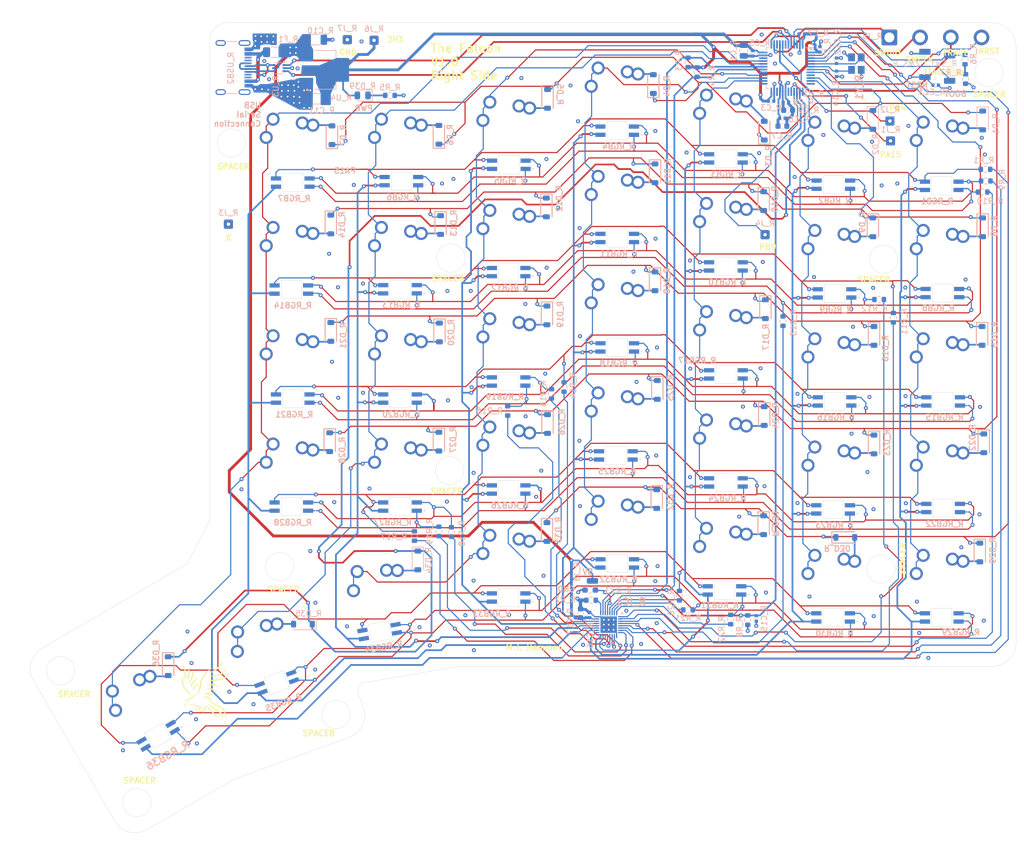
<source format=kicad_pcb>
(kicad_pcb (version 20241229) (generator "pcbnew") (generator_version "9.0")
  (layers (0 "F.Cu" signal "F.Signal") (4 "In1.Cu" power "U.GND") (6 "In2.Cu" power "L.GND") (2 "B.Cu" signal "B.Signal") (13 "F.Paste" user) (15 "B.Paste" user) (5 "F.SilkS" user "F.Silkscreen") (7 "B.SilkS" user "B.Silkscreen") (1 "F.Mask" user) (3 "B.Mask" user) (25 "Edge.Cuts" user))
  (net 0 "")
  (net 1 "R_+3.3V")
  (net 2 "/RGB Array/R_CS14")
  (net 3 "/RGB Array/R_CS10")
  (net 4 "/RGB Array/R_SW6")
  (net 5 "/RGB Array/R_CS15")
  (net 6 "/RGB Array/R_SW1")
  (net 7 "/RGB Array/R_CS7")
  (net 8 "/RGB Array/R_CS13")
  (net 9 "/RGB Array/R_SW8")
  (net 10 "/RGB Array/R_CS8")
  (net 11 "/RGB Array/R_SW7")
  (net 12 "R_GND")
  (net 13 "R_+5V")
  (net 14 "R_RCC_OSC_IN")
  (net 15 "R_NRST")
  (net 16 "R_RCC_OSC_OUT")
  (net 17 "R_LED_MCU_SDB")
  (net 18 "R_Row0")
  (net 19 "R_Row1")
  (net 20 "R_Row2")
  (net 21 "R_Row3")
  (net 22 "R_Row4")
  (net 23 "R_ThumbRow")
  (net 24 "R_VBUS")
  (net 25 "R_LED_MCU_SDA")
  (net 26 "/RGB Array/R_CS9")
  (net 27 "/RGB Array/R_CS11")
  (net 28 "/RGB Array/R_CS1")
  (net 29 "R_LED_MCU_SCL")
  (net 30 "R_PA15")
  (net 31 "/RGB Array/R_CS3")
  (net 32 "/RGB Array/R_SW4")
  (net 33 "R_PB4")
  (net 34 "R_PB9")
  (net 35 "Net-(R_D1-A)")
  (net 36 "Net-(R_D2-A)")
  (net 37 "Net-(R_D3-A)")
  (net 38 "Net-(R_D4-A)")
  (net 39 "Net-(R_D5-A)")
  (net 40 "Net-(R_D6-A)")
  (net 41 "Net-(R_D7-A)")
  (net 42 "Net-(R_D8-A)")
  (net 43 "Net-(R_D9-A)")
  (net 44 "Net-(R_D10-A)")
  (net 45 "Net-(R_D11-A)")
  (net 46 "Net-(R_D12-A)")
  (net 47 "Net-(R_D13-A)")
  (net 48 "Net-(R_D14-A)")
  (net 49 "Net-(R_D15-A)")
  (net 50 "Net-(R_D16-A)")
  (net 51 "Net-(R_D17-A)")
  (net 52 "Net-(R_D18-A)")
  (net 53 "Net-(R_D19-A)")
  (net 54 "Net-(R_D20-A)")
  (net 55 "Net-(R_D21-A)")
  (net 56 "Net-(R_D22-A)")
  (net 57 "Net-(R_D23-A)")
  (net 58 "Net-(R_D24-A)")
  (net 59 "Net-(R_D25-A)")
  (net 60 "Net-(R_D26-A)")
  (net 61 "Net-(R_D27-A)")
  (net 62 "Net-(R_D28-A)")
  (net 63 "Net-(R_D29-A)")
  (net 64 "Net-(R_D30-A)")
  (net 65 "Net-(R_D31-A)")
  (net 66 "Net-(R_D32-A)")
  (net 67 "Net-(R_D33-A)")
  (net 68 "/R_PWR_LED")
  (net 69 "/RGB Array/R_SW2")
  (net 70 "/RGB Array/R_SW3")
  (net 71 "/RGB Array/R_CS2")
  (net 72 "/RGB Array/R_SW5")
  (net 73 "/RGB Array/R_CS6")
  (net 74 "/RGB Array/R_CS4")
  (net 75 "/RGB Array/R_CS12")
  (net 76 "/RGB Array/R_AD")
  (net 77 "/RGB Array/R_CS5")
  (net 78 "/RGB Array/R_ISET")
  (net 79 "/RGB Array/R_B_RGB_ROW_0")
  (net 80 "/RGB Array/R_G_RGB_ROW_0")
  (net 81 "R_SYS_JTAG_TRACE")
  (net 82 "/RGB Array/R_R_RGB_ROW_0")
  (net 83 "/RGB Array/R_B_RGB_ROW_1")
  (net 84 "/RGB Array/R_G_RGB_ROW_1")
  (net 85 "/RGB Array/R_R_RGB_ROW_1")
  (net 86 "/RGB Array/R_B_RGB_ROW_2")
  (net 87 "/RGB Array/R_G_RGB_ROW_2")
  (net 88 "/RGB Array/R_R_RGB_ROW_2")
  (net 89 "/RGB Array/R_B_RGB_ROW_3")
  (net 90 "/RGB Array/R_G_RGB_ROW_3")
  (net 91 "R_SYS_JTAG_SWCLK")
  (net 92 "R_SYS_JTAG_SWDIO")
  (net 93 "R_BOOT0")
  (net 94 "/RGB Array/R_R_RGB_ROW_3")
  (net 95 "R_Col6")
  (net 96 "R_Col5")
  (net 97 "/RGB Array/R_B_RGB_ROW_4")
  (net 98 "R_Col4")
  (net 99 "/RGB Array/R_G_RGB_ROW_4")
  (net 100 "R_Col3")
  (net 101 "R_Col2")
  (net 102 "R_Col1")
  (net 103 "Net-(R_D34-A)")
  (net 104 "R_Col0")
  (net 105 "R_USB_Tx-")
  (net 106 "R_USB_Tx+")
  (net 107 "Net-(R_D35-A)")
  (net 108 "R_USB_CONN_Tx+")
  (net 109 "R_USB_CONN_Tx-")
  (net 110 "Net-(R_D36-A)")
  (net 113 "Net-(R_R6-Pad2)")
  (net 128 "/RGB Array/R_R_RGB_ROW_4")
  (footprint "MX_KS33:MX_KS33-Solderable-1U" (layer "F.Cu") (at 289.397976 -97.045)
    (property "Reference" "R_S16")
    (property "Value" "Keyswitch")
  )
  (footprint "MX_KS33:MX_KS33-Solderable-1U" (layer "F.Cu") (at 308.447976 -58.945)
    (property "Reference" "R_S29")
    (property "Value" "Keyswitch")
  )
  (footprint "SamacSys_Parts:T36K3BGR05D000121U1930_MODEL_INVERTED" (layer "F.Cu") (at 233 -133.4)
    (property "Reference" "R_RGB5")
    (property "Value" "T36K3BGR-05D000121U1930" (hide yes))
    (fp_line (start -1.8 -1.6) (end 1.8 -1.6) (stroke (width 0.05)) (layer "Edge.Cuts"))
    (fp_line (start -1.8 1.6) (end -1.8 -1.6) (stroke (width 0.05)) (layer "Edge.Cuts"))
    (fp_line (start 1.8 -1.6) (end 1.8 1.6) (stroke (width 0.05)) (layer "Edge.Cuts"))
    (fp_line (start 1.8 1.6) (end -1.8 1.6) (stroke (width 0.05)) (layer "Edge.Cuts"))
  )
  (footprint "SamacSys_Parts:T36K3BGR05D000121U1930_MODEL_INVERTED" (layer "F.Cu") (at 213.860476 -73.27)
    (property "Reference" "R_RGB27")
    (property "Value" "T36K3BGR-05D000121U1930" (hide yes))
    (fp_line (start -1.8 -1.6) (end 1.8 -1.6) (stroke (width 0.05)) (layer "Edge.Cuts"))
    (fp_line (start -1.8 1.6) (end -1.8 -1.6) (stroke (width 0.05)) (layer "Edge.Cuts"))
    (fp_line (start 1.8 -1.6) (end 1.8 1.6) (stroke (width 0.05)) (layer "Edge.Cuts"))
    (fp_line (start 1.8 1.6) (end -1.8 1.6) (stroke (width 0.05)) (layer "Edge.Cuts"))
  )
  (footprint "SamacSys_Parts:T36K3BGR05D000121U1930_MODEL_INVERTED" (layer "F.Cu") (at 290.010476 -72.77)
    (property "Reference" "R_RGB23")
    (property "Value" "T36K3BGR-05D000121U1930" (hide yes))
    (fp_line (start -1.8 -1.6) (end 1.8 -1.6) (stroke (width 0.05)) (layer "Edge.Cuts"))
    (fp_line (start -1.8 1.6) (end -1.8 -1.6) (stroke (width 0.05)) (layer "Edge.Cuts"))
    (fp_line (start 1.8 -1.6) (end 1.8 1.6) (stroke (width 0.05)) (layer "Edge.Cuts"))
    (fp_line (start 1.8 1.6) (end -1.8 1.6) (stroke (width 0.05)) (layer "Edge.Cuts"))
  )
  (footprint "MX_KS33:MX_KS33-Solderable-1U" (layer "F.Cu") (at 289.397976 -116.095)
    (property "Reference" "R_S9")
    (property "Value" "Keyswitch")
  )
  (footprint "MX_KS33:MX_KS33-Solderable-1U" (layer "F.Cu") (at 289.397976 -77.995)
    (property "Reference" "R_S23")
    (property "Value" "Keyswitch")
  )
  (footprint "SamacSys_Parts:T36K3BGR05D000121U1930_MODEL_INVERTED" (layer "F.Cu") (at 309.110476 -129.7)
    (property "Reference" "R_RGB1")
    (property "Value" "T36K3BGR-05D000121U1930" (hide yes))
    (fp_line (start -1.8 -1.6) (end 1.8 -1.6) (stroke (width 0.05)) (layer "Edge.Cuts"))
    (fp_line (start -1.8 1.6) (end -1.8 -1.6) (stroke (width 0.05)) (layer "Edge.Cuts"))
    (fp_line (start 1.8 -1.6) (end 1.8 1.6) (stroke (width 0.05)) (layer "Edge.Cuts"))
    (fp_line (start 1.8 1.6) (end -1.8 1.6) (stroke (width 0.05)) (layer "Edge.Cuts"))
  )
  (footprint "MX_KS33:MX_KS33-Solderable-1U" (layer "F.Cu") (at 270.347976 -101.8075)
    (property "Reference" "R_S17")
    (property "Value" "Keyswitch")
  )
  (footprint "MX_KS33:MX_KS33-Solderable-1U" (layer "F.Cu") (at 289.397976 -58.945)
    (property "Reference" "R_S30")
    (property "Value" "Keyswitch")
  )
  (footprint "SamacSys_Parts:T36K3BGR05D000121U1930_MODEL_INVERTED" (layer "F.Cu") (at 194.760476 -73.27)
    (property "Reference" "R_RGB28")
    (property "Value" "T36K3BGR-05D000121U1930" (hide yes))
    (fp_line (start -1.8 -1.6) (end 1.8 -1.6) (stroke (width 0.05)) (layer "Edge.Cuts"))
    (fp_line (start -1.8 1.6) (end -1.8 -1.6) (stroke (width 0.05)) (layer "Edge.Cuts"))
    (fp_line (start 1.8 -1.6) (end 1.8 1.6) (stroke (width 0.05)) (layer "Edge.Cuts"))
    (fp_line (start 1.8 1.6) (end -1.8 1.6) (stroke (width 0.05)) (layer "Edge.Cuts"))
  )
  (footprint "SamacSys_Parts:T36K3BGR05D000121U1930_MODEL_INVERTED" (layer "F.Cu") (at 194.760476 -111.45)
    (property "Reference" "R_RGB14")
    (property "Value" "T36K3BGR-05D000121U1930" (hide yes))
    (fp_line (start -1.8 -1.6) (end 1.8 -1.6) (stroke (width 0.05)) (layer "Edge.Cuts"))
    (fp_line (start -1.8 1.6) (end -1.8 -1.6) (stroke (width 0.05)) (layer "Edge.Cuts"))
    (fp_line (start 1.8 -1.6) (end 1.8 1.6) (stroke (width 0.05)) (layer "Edge.Cuts"))
    (fp_line (start 1.8 1.6) (end -1.8 1.6) (stroke (width 0.05)) (layer "Edge.Cuts"))
  )
  (footprint "MX_KS33:MX_KS33-Solderable-1U" (layer "F.Cu") (at 251.297976 -87.52)
    (property "Reference" "R_S25")
    (property "Value" "Keyswitch")
  )
  (footprint "SamacSys_Parts:T36K3BGR05D000121U1930_MODEL_INVERTED" (layer "F.Cu") (at 210.285476 -51.27 10)
    (property "Reference" "R_RGB34")
    (property "Value" "T36K3BGR-05D000121U1930" (hide yes))
    (fp_line (start -1.8 -1.6) (end 1.8 -1.6) (stroke (width 0.05)) (layer "Edge.Cuts"))
    (fp_line (start -1.8 1.6) (end -1.8 -1.6) (stroke (width 0.05)) (layer "Edge.Cuts"))
    (fp_line (start 1.8 -1.6) (end 1.8 1.6) (stroke (width 0.05)) (layer "Edge.Cuts"))
    (fp_line (start 1.8 1.6) (end -1.8 1.6) (stroke (width 0.05)) (layer "Edge.Cuts"))
  )
  (footprint "SamacSys_Parts:T36K3BGR05D000121U1930_MODEL_INVERTED" (layer "F.Cu") (at 290.260476 -110.77)
    (property "Reference" "R_RGB9")
    (property "Value" "T36K3BGR-05D000121U1930" (hide yes))
    (fp_line (start -1.8 -1.6) (end 1.8 -1.6) (stroke (width 0.05)) (layer "Edge.Cuts"))
    (fp_line (start -1.8 1.6) (end -1.8 -1.6) (stroke (width 0.05)) (layer "Edge.Cuts"))
    (fp_line (start 1.8 -1.6) (end 1.8 1.6) (stroke (width 0.05)) (layer "Edge.Cuts"))
    (fp_line (start 1.8 1.6) (end -1.8 1.6) (stroke (width 0.05)) (layer "Edge.Cuts"))
  )
  (footprint "MX_KS33:MX_KS33-Solderable-1U" (layer "F.Cu") (at 232.247976 -62.47)
    (property "Reference" "R_S33")
    (property "Value" "Keyswitch")
  )
  (footprint "SamacSys_Parts:T36K3BGR05D000121U1930_MODEL_INVERTED" (layer "F.Cu") (at 232.960476 -95.27)
    (property "Reference" "R_RGB19")
    (property "Value" "T36K3BGR-05D000121U1930" (hide yes))
    (fp_line (start -1.8 -1.6) (end 1.8 -1.6) (stroke (width 0.05)) (layer "Edge.Cuts"))
    (fp_line (start -1.8 1.6) (end -1.8 -1.6) (stroke (width 0.05)) (layer "Edge.Cuts"))
    (fp_line (start 1.8 -1.6) (end 1.8 1.6) (stroke (width 0.05)) (layer "Edge.Cuts"))
    (fp_line (start 1.8 1.6) (end -1.8 1.6) (stroke (width 0.05)) (layer "Edge.Cuts"))
  )
  (footprint "MX_KS33:MX_KS33-Solderable-1U" (layer "F.Cu") (at 308.447976 -135.145)
    (property "Reference" "R_S1")
    (property "Value" "Keyswitch")
  )
  (footprint "MX_KS33:MX_KS33-Solderable-1U" (layer "F.Cu") (at 194.147976 -97.57)
    (property "Reference" "R_S21")
    (property "Value" "Keyswitch")
  )
  (footprint "MX_KS33:MX_KS33-Solderable-1U" (layer "F.Cu") (at 251.297976 -125.62)
    (property "Reference" "R_S11")
    (property "Value" "Keyswitch")
  )
  (footprint "MX_KS33:MX_KS33-Solderable-1U" (layer "F.Cu") (at 232.247976 -119.62)
    (property "Reference" "R_S12")
    (property "Value" "Keyswitch")
  )
  (footprint "SamacSys_Parts:T36K3BGR05D000121U1930_MODEL_INVERTED" (layer "F.Cu") (at 290.010476 -53.77)
    (property "Reference" "R_RGB30")
    (property "Value" "T36K3BGR-05D000121U1930" (hide yes))
    (fp_line (start -1.8 -1.6) (end 1.8 -1.6) (stroke (width 0.05)) (layer "Edge.Cuts"))
    (fp_line (start -1.8 1.6) (end -1.8 -1.6) (stroke (width 0.05)) (layer "Edge.Cuts"))
    (fp_line (start 1.8 -1.6) (end 1.8 1.6) (stroke (width 0.05)) (layer "Edge.Cuts"))
    (fp_line (start 1.8 1.6) (end -1.8 1.6) (stroke (width 0.05)) (layer "Edge.Cuts"))
  )
  (footprint "MX_KS33:MX_KS33-Solderable-1U" (layer "F.Cu") (at 251.297976 -106.57)
    (property "Reference" "R_S18")
    (property "Value" "Keyswitch")
  )
  (footprint "MX_KS33:MX_KS33-Solderable-1U" (layer "F.Cu") (at 308.447976 -77.995)
    (property "Reference" "R_S22")
    (property "Value" "Keyswitch")
  )
  (footprint "SamacSys_Parts:T36K3BGR05D000121U1930_MODEL_INVERTED" (layer "F.Cu") (at 214.110476 -130.52)
    (property "Reference" "R_RGB6")
    (property "Value" "T36K3BGR-05D000121U1930" (hide yes))
    (fp_line (start -1.8 -1.6) (end 1.8 -1.6) (stroke (width 0.05)) (layer "Edge.Cuts"))
    (fp_line (start -1.8 1.6) (end -1.8 -1.6) (stroke (width 0.05)) (layer "Edge.Cuts"))
    (fp_line (start 1.8 -1.6) (end 1.8 1.6) (stroke (width 0.05)) (layer "Edge.Cuts"))
    (fp_line (start 1.8 1.6) (end -1.8 1.6) (stroke (width 0.05)) (layer "Edge.Cuts"))
  )
  (footprint "MX_KS33:MX_KS33-Solderable-1U" (layer "F.Cu") (at 213.197976 -135.67)
    (property "Reference" "R_S6")
    (property "Value" "Keyswitch")
  )
  (footprint "SamacSys_Parts:T36K3BGR05D000121U1930_MODEL_INVERTED" (layer "F.Cu") (at 252.05 -139.4)
    (property "Reference" "R_RGB4")
    (property "Value" "T36K3BGR-05D000121U1930" (hide yes))
    (fp_line (start -1.8 -1.6) (end 1.8 -1.6) (stroke (width 0.05)) (layer "Edge.Cuts"))
    (fp_line (start -1.8 1.6) (end -1.8 -1.6) (stroke (width 0.05)) (layer "Edge.Cuts"))
    (fp_line (start 1.8 -1.6) (end 1.8 1.6) (stroke (width 0.05)) (layer "Edge.Cuts"))
    (fp_line (start 1.8 1.6) (end -1.8 1.6) (stroke (width 0.05)) (layer "Edge.Cuts"))
  )
  (footprint "MX_KS33:MX_KS33-Solderable-1U" (layer "F.Cu") (at 194.147976 -116.62)
    (property "Reference" "R_S14")
    (property "Value" "Keyswitch")
  )
  (footprint "SamacSys_Parts:T36K3BGR05D000121U1930_MODEL_INVERTED" (layer "F.Cu") (at 232.960476 -76.27)
    (property "Reference" "R_RGB26")
    (property "Value" "T36K3BGR-05D000121U1930" (hide yes))
    (fp_line (start -1.8 -1.6) (end 1.8 -1.6) (stroke (width 0.05)) (layer "Edge.Cuts"))
    (fp_line (start -1.8 1.6) (end -1.8 -1.6) (stroke (width 0.05)) (layer "Edge.Cuts"))
    (fp_line (start 1.8 -1.6) (end 1.8 1.6) (stroke (width 0.05)) (layer "Edge.Cuts"))
    (fp_line (start 1.8 1.6) (end -1.8 1.6) (stroke (width 0.05)) (layer "Edge.Cuts"))
  )
  (footprint "SamacSys_Parts:T36K3BGR05D000121U1930_MODEL_INVERTED" (layer "F.Cu") (at 309.360476 -91.77)
    (property "Reference" "R_RGB15")
    (property "Value" "T36K3BGR-05D000121U1930" (hide yes))
    (fp_line (start -1.8 -1.6) (end 1.8 -1.6) (stroke (width 0.05)) (layer "Edge.Cuts"))
    (fp_line (start -1.8 1.6) (end -1.8 -1.6) (stroke (width 0.05)) (layer "Edge.Cuts"))
    (fp_line (start 1.8 -1.6) (end 1.8 1.6) (stroke (width 0.05)) (layer "Edge.Cuts"))
    (fp_line (start 1.8 1.6) (end -1.8 1.6) (stroke (width 0.05)) (layer "Edge.Cuts"))
  )
  (footprint "SamacSys_Parts:T36K3BGR05D000121U1930_MODEL_INVERTED" (layer "F.Cu") (at 213.860476 -92.27)
    (property "Reference" "R_RGB20")
    (property "Value" "T36K3BGR-05D000121U1930" (hide yes))
    (fp_line (start -1.8 -1.6) (end 1.8 -1.6) (stroke (width 0.05)) (layer "Edge.Cuts"))
    (fp_line (start -1.8 1.6) (end -1.8 -1.6) (stroke (width 0.05)) (layer "Edge.Cuts"))
    (fp_line (start 1.8 -1.6) (end 1.8 1.6) (stroke (width 0.05)) (layer "Edge.Cuts"))
    (fp_line (start 1.8 1.6) (end -1.8 1.6) (stroke (width 0.05)) (layer "Edge.Cuts"))
  )
  (footprint "MX_KS33:MX_KS33-Solderable-1U" (layer "F.Cu") (at 270.347976 -139.9075)
    (property "Reference" "R_S3")
    (property "Value" "Keyswitch")
  )
  (footprint "LOGO" (layer "F.Cu") (at 179.5 -40.95)
    (property "Reference" "R_G***" (hide yes))
    (property "Value" "LOGO" (hide yes))
  )
  (footprint "MX_KS33:MX_KS33-Solderable-1U" (layer "F.Cu") (at 251.297976 -68.47)
    (property "Reference" "R_S32")
    (property "Value" "Keyswitch")
  )
  (footprint "SamacSys_Parts:T36K3BGR05D000121U1930_MODEL_INVERTED" (layer "F.Cu") (at 195.010476 -92.27)
    (property "Reference" "R_RGB21")
    (property "Value" "T36K3BGR-05D000121U1930" (hide yes))
    (fp_line (start -1.8 -1.6) (end 1.8 -1.6) (stroke (width 0.05)) (layer "Edge.Cuts"))
    (fp_line (start -1.8 1.6) (end -1.8 -1.6) (stroke (width 0.05)) (layer "Edge.Cuts"))
    (fp_line (start 1.8 -1.6) (end 1.8 1.6) (stroke (width 0.05)) (layer "Edge.Cuts"))
    (fp_line (start 1.8 1.6) (end -1.8 1.6) (stroke (width 0.05)) (layer "Edge.Cuts"))
  )
  (footprint "SamacSys_Parts:T36K3BGR05D000121U1930_MODEL_INVERTED" (layer "F.Cu") (at 271.160476 -134.52)
    (property "Reference" "R_RGB3")
    (property "Value" "T36K3BGR-05D000121U1930" (hide yes))
    (fp_line (start -1.8 -1.6) (end 1.8 -1.6) (stroke (width 0.05)) (layer "Edge.Cuts"))
    (fp_line (start -1.8 1.6) (end -1.8 -1.6) (stroke (width 0.05)) (layer "Edge.Cuts"))
    (fp_line (start 1.8 -1.6) (end 1.8 1.6) (stroke (width 0.05)) (layer "Edge.Cuts"))
    (fp_line (start 1.8 1.6) (end -1.8 1.6) (stroke (width 0.05)) (layer "Edge.Cuts"))
  )
  (footprint "SamacSys_Parts:T36K3BGR05D000121U1930_MODEL_INVERTED" (layer "F.Cu") (at 252.060476 -101.27)
    (property "Reference" "R_RGB18")
    (property "Value" "T36K3BGR-05D000121U1930" (hide yes))
    (fp_line (start -1.8 -1.6) (end 1.8 -1.6) (stroke (width 0.05)) (layer "Edge.Cuts"))
    (fp_line (start -1.8 1.6) (end -1.8 -1.6) (stroke (width 0.05)) (layer "Edge.Cuts"))
    (fp_line (start 1.8 -1.6) (end 1.8 1.6) (stroke (width 0.05)) (layer "Edge.Cuts"))
    (fp_line (start 1.8 1.6) (end -1.8 1.6) (stroke (width 0.05)) (layer "Edge.Cuts"))
  )
  (footprint "MX_KS33:MX_KS33-Solderable-1U" (layer "F.Cu") (at 194.147976 -78.52)
    (property "Reference" "R_S28")
    (property "Value" "Keyswitch")
  )
  (footprint "SamacSys_Parts:T36K3BGR05D000121U1930_MODEL_INVERTED" (layer "F.Cu") (at 290.05 -129.9)
    (property "Reference" "R_RGB2")
    (property "Value" "T36K3BGR-05D000121U1930" (hide yes))
    (fp_line (start -1.8 -1.6) (end 1.8 -1.6) (stroke (width 0.05)) (layer "Edge.Cuts"))
    (fp_line (start -1.8 1.6) (end -1.8 -1.6) (stroke (width 0.05)) (layer "Edge.Cuts"))
    (fp_line (start 1.8 -1.6) (end 1.8 1.6) (stroke (width 0.05)) (layer "Edge.Cuts"))
    (fp_line (start 1.8 1.6) (end -1.8 1.6) (stroke (width 0.05)) (layer "Edge.Cuts"))
  )
  (footprint "SamacSys_Parts:T36K3BGR05D000121U1930_MODEL_INVERTED" (layer "F.Cu") (at 213.860476 -111.5)
    (property "Reference" "R_RGB13")
    (property "Value" "T36K3BGR-05D000121U1930" (hide yes))
    (fp_line (start -1.8 -1.6) (end 1.8 -1.6) (stroke (width 0.05)) (layer "Edge.Cuts"))
    (fp_line (start -1.8 1.6) (end -1.8 -1.6) (stroke (width 0.05)) (layer "Edge.Cuts"))
    (fp_line (start 1.8 -1.6) (end 1.8 1.6) (stroke (width 0.05)) (layer "Edge.Cuts"))
    (fp_line (start 1.8 1.6) (end -1.8 1.6) (stroke (width 0.05)) (layer "Edge.Cuts"))
  )
  (footprint "SamacSys_Parts:T36K3BGR05D000121U1930_MODEL_INVERTED" (layer "F.Cu") (at 309.110476 -53.77)
    (property "Reference" "R_RGB29")
    (property "Value" "T36K3BGR-05D000121U1930" (hide yes))
    (fp_line (start -1.8 -1.6) (end 1.8 -1.6) (stroke (width 0.05)) (layer "Edge.Cuts"))
    (fp_line (start -1.8 1.6) (end -1.8 -1.6) (stroke (width 0.05)) (layer "Edge.Cuts"))
    (fp_line (start 1.8 -1.6) (end 1.8 1.6) (stroke (width 0.05)) (layer "Edge.Cuts"))
    (fp_line (start 1.8 1.6) (end -1.8 1.6) (stroke (width 0.05)) (layer "Edge.Cuts"))
  )
  (footprint "MX_KS33:MX_KS33-Solderable-1U" (layer "F.Cu") (at 270.347976 -63.7075)
    (property "Reference" "R_S31")
    (property "Value" "Keyswitch")
  )
  (footprint "MX_KS33:MX_KS33-Solderable-1U" (layer "F.Cu") (at 308.447976 -97.045)
    (property "Reference" "R_S15")
    (property "Value" "Keyswitch")
  )
  (footprint "SamacSys_Parts:T36K3BGR05D000121U1930_MODEL_INVERTED" (layer "F.Cu") (at 252.060476 -120.52)
    (property "Reference" "R_RGB11")
    (property "Value" "T36K3BGR-05D000121U1930" (hide yes))
    (fp_line (start -1.8 -1.6) (end 1.8 -1.6) (stroke (width 0.05)) (layer "Edge.Cuts"))
    (fp_line (start -1.8 1.6) (end -1.8 -1.6) (stroke (width 0.05)) (layer "Edge.Cuts"))
    (fp_line (start 1.8 -1.6) (end 1.8 1.6) (stroke (width 0.05)) (layer "Edge.Cuts"))
    (fp_line (start 1.8 1.6) (end -1.8 1.6) (stroke (width 0.05)) (layer "Edge.Cuts"))
  )
  (footprint "SamacSys_Parts:T36K3BGR05D000121U1930_MODEL_INVERTED" (layer "F.Cu") (at 171.35 -32.95 30)
    (property "Reference" "R_RGB36")
    (property "Value" "T36K3BGR-05D000121U1930" (hide yes))
    (fp_line (start -1.8 -1.6) (end 1.8 -1.6) (stroke (width 0.05)) (layer "Edge.Cuts"))
    (fp_line (start -1.8 1.6) (end -1.8 -1.6) (stroke (width 0.05)) (layer "Edge.Cuts"))
    (fp_line (start 1.8 -1.6) (end 1.8 1.6) (stroke (width 0.05)) (layer "Edge.Cuts"))
    (fp_line (start 1.8 1.6) (end -1.8 1.6) (stroke (width 0.05)) (layer "Edge.Cuts"))
  )
  (footprint "SamacSys_Parts:T36K3BGR05D000121U1930_MODEL_INVERTED" (layer "F.Cu") (at 232.960476 -57.27)
    (property "Reference" "R_RGB33")
    (property "Value" "T36K3BGR-05D000121U1930" (hide yes))
    (fp_line (start -1.8 -1.6) (end 1.8 -1.6) (stroke (width 0.05)) (layer "Edge.Cuts"))
    (fp_line (start -1.8 1.6) (end -1.8 -1.6) (stroke (width 0.05)) (layer "Edge.Cuts"))
    (fp_line (start 1.8 -1.6) (end 1.8 1.6) (stroke (width 0.05)) (layer "Edge.Cuts"))
    (fp_line (start 1.8 1.6) (end -1.8 1.6) (stroke (width 0.05)) (layer "Edge.Cuts"))
  )
  (footprint "MX_KS33:MX_KS33-Solderable-1U" (layer "F.Cu") (at 213.197976 -78.52)
    (property "Reference" "R_S27")
    (property "Value" "Keyswitch")
  )
  (footprint "MX_KS33:MX_KS33-Solderable-1U" (layer "F.Cu") (at 270.347976 -82.7575)
    (property "Reference" "R_S24")
    (property "Value" "Keyswitch")
  )
  (footprint "MX_KS33:MX_KS33-Solderable-1U" (layer "F.Cu") (at 209.885476 -56.63 10)
    (property "Reference" "R_S34")
    (property "Value" "Keyswitch")
  )
  (footprint "SamacSys_Parts:T36K3BGR05D000121U1930_MODEL_INVERTED" (layer "F.Cu") (at 290.260476 -91.77)
    (property "Reference" "R_RGB16")
    (property "Value" "T36K3BGR-05D000121U1930" (hide yes))
    (fp_line (start -1.8 -1.6) (end 1.8 -1.6) (stroke (width 0.05)) (layer "Edge.Cuts"))
    (fp_line (start -1.8 1.6) (end -1.8 -1.6) (stroke (width 0.05)) (layer "Edge.Cuts"))
    (fp_line (start 1.8 -1.6) (end 1.8 1.6) (stroke (width 0.05)) (layer "Edge.Cuts"))
    (fp_line (start 1.8 1.6) (end -1.8 1.6) (stroke (width 0.05)) (layer "Edge.Cuts"))
  )
  (footprint "SamacSys_Parts:T36K3BGR05D000121U1930_MODEL_INVERTED" (layer "F.Cu") (at 270.910476 -58.52)
    (property "Reference" "R_RGB31")
    (property "Value" "T36K3BGR-05D000121U1930" (hide yes))
    (fp_line (start -1.8 -1.6) (end 1.8 -1.6) (stroke (width 0.05)) (layer "Edge.Cuts"))
    (fp_line (start -1.8 1.6) (end -1.8 -1.6) (stroke (width 0.05)) (layer "Edge.Cuts"))
    (fp_line (start 1.8 -1.6) (end 1.8 1.6) (stroke (width 0.05)) (layer "Edge.Cuts"))
    (fp_line (start 1.8 1.6) (end -1.8 1.6) (stroke (width 0.05)) (layer "Edge.Cuts"))
  )
  (footprint "MX_KS33:MX_KS33-Solderable-1U" (layer "F.Cu") (at 270.347976 -120.8575)
    (property "Reference" "R_S10")
    (property "Value" "Keyswitch")
  )
  (footprint "SamacSys_Parts:T36K3BGR05D000121U1930_MODEL_INVERTED" (layer "F.Cu") (at 251.810476 -82.27)
    (property "Reference" "R_RGB25")
    (property "Value" "T36K3BGR-05D000121U1930" (hide yes))
    (fp_line (start -1.8 -1.6) (end 1.8 -1.6) (stroke (width 0.05)) (layer "Edge.Cuts"))
    (fp_line (start -1.8 1.6) (end -1.8 -1.6) (stroke (width 0.05)) (layer "Edge.Cuts"))
    (fp_line (start 1.8 -1.6) (end 1.8 1.6) (stroke (width 0.05)) (layer "Edge.Cuts"))
    (fp_line (start 1.8 1.6) (end -1.8 1.6) (stroke (width 0.05)) (layer "Edge.Cuts"))
  )
  (footprint "SamacSys_Parts:T36K3BGR05D000121U1930_MODEL_INVERTED" (layer "F.Cu") (at 271.160476 -96.52)
    (property "Reference" "R_RGB17")
    (property "Value" "T36K3BGR-05D000121U1930" (hide yes))
    (fp_line (start -1.8 -1.6) (end 1.8 -1.6) (stroke (width 0.05)) (layer "Edge.Cuts"))
    (fp_line (start -1.8 1.6) (end -1.8 -1.6) (stroke (width 0.05)) (layer "Edge.Cuts"))
    (fp_line (start 1.8 -1.6) (end 1.8 1.6) (stroke (width 0.05)) (layer "Edge.Cuts"))
    (fp_line (start 1.8 1.6) (end -1.8 1.6) (stroke (width 0.05)) (layer "Edge.Cuts"))
  )
  (footprint "MX_KS33:MX_KS33-Solderable-1U" (layer "F.Cu") (at 232.247976 -100.57)
    (property "Reference" "R_S19")
    (property "Value" "Keyswitch")
  )
  (footprint "MX_KS33:MX_KS33-Solderable-1U" (layer "F.Cu") (at 213.197976 -116.62)
    (property "Reference" "R_S13")
    (property "Value" "Keyswitch")
  )
  (footprint "MX_KS33:MX_KS33-Solderable-1U" (layer "F.Cu") (at 232.247976 -81.52)
    (property "Reference" "R_S26")
    (property "Value" "Keyswitch")
  )
  (footprint "MX_KS33:MX_KS33-Solderable-1U" (layer "F.Cu") (at 308.447976 -116.095)
    (property "Reference" "R_S8")
    (property "Value" "Keyswitch")
  )
  (footprint "SamacSys_Parts:T36K3BGR05D000121U1930_MODEL_INVERTED" (layer "F.Cu") (at 252.060476 -63.27)
    (property "Reference" "R_RGB32")
    (property "Value" "T36K3BGR-05D000121U1930" (hide yes))
    (fp_line (start -1.8 -1.6) (end 1.8 -1.6) (stroke (width 0.05)) (layer "Edge.Cuts"))
    (fp_line (start -1.8 1.6) (end -1.8 -1.6) (stroke (width 0.05)) (layer "Edge.Cuts"))
    (fp_line (start 1.8 -1.6) (end 1.8 1.6) (stroke (width 0.05)) (layer "Edge.Cuts"))
    (fp_line (start 1.8 1.6) (end -1.8 1.6) (stroke (width 0.05)) (layer "Edge.Cuts"))
  )
  (footprint "SamacSys_Parts:T36K3BGR05D000121U1930_MODEL_INVERTED" (layer "F.Cu") (at 192.2 -42.3 20)
    (property "Reference" "R_RGB35")
    (property "Value" "T36K3BGR-05D000121U1930" (hide yes))
    (fp_line (start -1.799999 -1.6) (end 1.8 -1.600001) (stroke (width 0.05)) (layer "Edge.Cuts"))
    (fp_line (start -1.8 1.600001) (end -1.799999 -1.6) (stroke (width 0.05)) (layer "Edge.Cuts"))
    (fp_line (start 1.8 -1.600001) (end 1.799999 1.6) (stroke (width 0.05)) (layer "Edge.Cuts"))
    (fp_line (start 1.799999 1.6) (end -1.8 1.600001) (stroke (width 0.05)) (layer "Edge.Cuts"))
  )
  (footprint "MX_KS33:MX_KS33-Solderable-1U" (layer "F.Cu") (at 213.197976 -97.57)
    (property "Reference" "R_S20")
    (property "Value" "Keyswitch")
  )
  (footprint "SamacSys_Parts:T36K3BGR05D000121U1930_MODEL_INVERTED" (layer "F.Cu") (at 309.220476 -110.83)
    (property "Reference" "R_RGB8")
    (property "Value" "T36K3BGR-05D000121U1930" (hide yes))
    (fp_line (start -1.8 -1.6) (end 1.8 -1.6) (stroke (width 0.05)) (layer "Edge.Cuts"))
    (fp_line (start -1.8 1.6) (end -1.8 -1.6) (stroke (width 0.05)) (layer "Edge.Cuts"))
    (fp_line (start 1.8 -1.6) (end 1.8 1.6) (stroke (width 0.05)) (layer "Edge.Cuts"))
    (fp_line (start 1.8 1.6) (end -1.8 1.6) (stroke (width 0.05)) (layer "Edge.Cuts"))
  )
  (footprint "SamacSys_Parts:T36K3BGR05D000121U1930_MODEL_INVERTED" (layer "F.Cu") (at 271.160476 -115.52)
    (property "Reference" "R_RGB10")
    (property "Value" "T36K3BGR-05D000121U1930" (hide yes))
    (fp_line (start -1.8 -1.6) (end 1.8 -1.6) (stroke (width 0.05)) (layer "Edge.Cuts"))
    (fp_line (start -1.8 1.6) (end -1.8 -1.6) (stroke (width 0.05)) (layer "Edge.Cuts"))
    (fp_line (start 1.8 -1.6) (end 1.8 1.6) (stroke (width 0.05)) (layer "Edge.Cuts"))
    (fp_line (start 1.8 1.6) (end -1.8 1.6) (stroke (width 0.05)) (layer "Edge.Cuts"))
  )
  (footprint "SamacSys_Parts:T36K3BGR05D000121U1930_MODEL_INVERTED" (layer "F.Cu") (at 309.360476 -73.02)
    (property "Reference" "R_RGB22")
    (property "Value" "T36K3BGR-05D000121U1930" (hide yes))
    (fp_line (start -1.8 -1.6) (end 1.8 -1.6) (stroke (width 0.05)) (layer "Edge.Cuts"))
    (fp_line (start -1.8 1.6) (end -1.8 -1.6) (stroke (width 0.05)) (layer "Edge.Cuts"))
    (fp_line (start 1.8 -1.6) (end 1.8 1.6) (stroke (width 0.05)) (layer "Edge.Cuts"))
    (fp_line (start 1.8 1.6) (end -1.8 1.6) (stroke (width 0.05)) (layer "Edge.Cuts"))
  )
  (footprint "MX_KS33:MX_KS33-Solderable-1U" (layer "F.Cu") (at 194.147976 -135.67)
    (property "Reference" "R_S7")
    (property "Value" "Keyswitch")
  )
  (footprint "MX_KS33:MX_KS33-Solderable-1.5U-Vertical" (layer "F.Cu") (at 168.425476 -37.13 30)
    (property "Reference" "R_S36")
    (property "Value" "Keyswitch")
  )
  (footprint "MX_KS33:MX_KS33-Solderable-1U" (layer "F.Cu") (at 232.247976 -138.67)
    (property "Reference" "R_S5")
    (property "Value" "Keyswitch")
  )
  (footprint "MX_KS33:MX_KS33-Solderable-1.5U-Vertical" (layer "F.Cu") (at 189.715476 -46.7 20)
    (property "Reference" "R_S35")
    (property "Value" "Keyswitch")
  )
  (footprint "MX_KS33:MX_KS33-Solderable-1U" (layer "F.Cu") (at 289.397976 -135.145)
    (property "Reference" "R_S2")
    (property "Value" "Keyswitch")
  )
  (footprint "SamacSys_Parts:T36K3BGR05D000121U1930_MODEL_INVERTED" (layer "F.Cu") (at 195.010476 -130.27)
    (property "Reference" "R_RGB7")
    (property "Value" "T36K3BGR-05D000121U1930" (hide yes))
    (fp_line (start -1.8 -1.6) (end 1.8 -1.6) (stroke (width 0.05)) (layer "Edge.Cuts"))
    (fp_line (start -1.8 1.6) (end -1.8 -1.6) (stroke (width 0.05)) (layer "Edge.Cuts"))
    (fp_line (start 1.8 -1.6) (end 1.8 1.6) (stroke (width 0.05)) (layer "Edge.Cuts"))
    (fp_line (start 1.8 1.6) (end -1.8 1.6) (stroke (width 0.05)) (layer "Edge.Cuts"))
  )
  (footprint "SamacSys_Parts:T36K3BGR05D000121U1930_MODEL_INVERTED" (layer "F.Cu") (at 271.160476 -77.52)
    (property "Reference" "R_RGB24")
    (property "Value" "T36K3BGR-05D000121U1930" (hide yes))
    (fp_line (start -1.8 -1.6) (end 1.8 -1.6) (stroke (width 0.05)) (layer "Edge.Cuts"))
    (fp_line (start -1.8 1.6) (end -1.8 -1.6) (stroke (width 0.05)) (layer "Edge.Cuts"))
    (fp_line (start 1.8 -1.6) (end 1.8 1.6) (stroke (width 0.05)) (layer "Edge.Cuts"))
    (fp_line (start 1.8 1.6) (end -1.8 1.6) (stroke (width 0.05)) (layer "Edge.Cuts"))
  )
  (footprint "MX_KS33:MX_KS33-Solderable-1U" (layer "F.Cu") (at 251.297976 -144.67)
    (property "Reference" "R_S4")
    (property "Value" "Keyswitch")
  )
  (footprint "SamacSys_Parts:T36K3BGR05D000121U1930_MODEL_INVERTED" (layer "F.Cu") (at 232.960476 -114.52)
    (property "Reference" "R_RGB12")
    (property "Value" "T36K3BGR-05D000121U1930" (hide yes))
    (fp_line (start -1.8 -1.6) (end 1.8 -1.6) (stroke (width 0.05)) (layer "Edge.Cuts"))
    (fp_line (start -1.8 1.6) (end -1.8 -1.6) (stroke (width 0.05)) (layer "Edge.Cuts"))
    (fp_line (start 1.8 -1.6) (end 1.8 1.6) (stroke (width 0.05)) (layer "Edge.Cuts"))
    (fp_line (start 1.8 1.6) (end -1.8 1.6) (stroke (width 0.05)) (layer "Edge.Cuts"))
  )
  (footprint "Diode_SMD:D_SOD-123" (layer "B.Cu") (at 258.7 -112.9 -90)
    (property "Reference" "R_D18")
    (property "Value" "Diode")
  )
  (footprint "SamacSys_Parts:QFN40P400X400X80-33N-D" (layer "B.Cu") (at 250.55 -52.5 180)
    (property "Reference" "R_IC1")
    (property "Value" "IS31FL3729-QFLS4-TR" (hide yes))
  )
  (footprint "Capacitor_SMD:C_0402_1005Metric" (layer "B.Cu") (at 275.9 -153 -90)
    (property "Reference" "R_C5")
    (property "Value" "100n")
  )
  (footprint "Resistor_SMD:R_0603_1608Metric" (layer "B.Cu") (at 242.7 -94.3 -90)
    (property "Reference" "R_R14")
    (property "Value" "20")
  )
  (footprint "Resistor_SMD:R_0603_1608Metric" (layer "B.Cu") (at 240.5 -93.1 -90)
    (property "Reference" "R_R15")
    (property "Value" "20")
  )
  (footprint "Diode_SMD:D_SOD-123" (layer "B.Cu") (at 239.7 -68.8 -90)
    (property "Reference" "R_D33")
    (property "Value" "Diode")
  )
  (footprint "Resistor_SMD:R_0603_1608Metric_Pad0.98x0.95mm_HandSolder" (layer "B.Cu") (at 247.3 -58.6)
    (property "Reference" "R_R23")
    (property "Value" "0")
  )
  (footprint "Resistor_SMD:R_0603_1608Metric" (layer "B.Cu") (at 281.2 -105.9 -90)
    (property "Reference" "R_R13")
    (property "Value" "51")
  )
  (footprint "Diode_SMD:D_SOD-123" (layer "B.Cu") (at 316.2 -103.3 -90)
    (property "Reference" "R_D15")
    (property "Value" "Diode")
  )
  (footprint "Diode_SMD:D_SOD-123" (layer "B.Cu") (at 297.2 -84.2 -90)
    (property "Reference" "R_D23")
    (property "Value" "Diode")
  )
  (footprint "Diode_SMD:D_SOD-123" (layer "B.Cu") (at 196.8 -52.6 180)
    (property "Reference" "R_D35")
    (property "Value" "Diode")
  )
  (footprint "Capacitor_SMD:C_0402_1005Metric" (layer "B.Cu") (at 290.6 -151.7 90)
    (property "Reference" "R_C12")
    (property "Value" "10p")
  )
  (footprint "Capacitor_SMD:C_0603_1608Metric" (layer "B.Cu") (at 281.1 -140.2)
    (property "Reference" "R_C7")
    (property "Value" "1u")
  )
  (footprint "Diode_SMD:D_SOD-123" (layer "B.Cu") (at 315.8 -65.2 -90)
    (property "Reference" "R_D29")
    (property "Value" "Diode")
  )
  (footprint "Package_QFP:LQFP-48_7x7mm_P0.5mm" (layer "B.Cu") (at 281.9 -150.4 180)
    (property "Reference" "R_U1")
    (property "Value" "STM32G431CBTx")
  )
  (footprint "Diode_SMD:D_SOD-123" (layer "B.Cu") (at 259 -74.6 -90)
    (property "Reference" "R_D32")
    (property "Value" "Diode")
  )
  (footprint "Diode_SMD:D_SOD-123" (layer "B.Cu") (at 201.7 -122.9 -90)
    (property "Reference" "R_D14")
    (property "Value" "Diode")
  )
  (footprint "CustomSPDTButton:SPDT_Switch_KiCad_BasicComponent" (layer "B.Cu") (at 306.15 -151.05 -90)
    (property "Reference" "R_SW2")
    (property "Value" "SW_Push")
  )
  (footprint "Diode_SMD:D_SOD-123" (layer "B.Cu") (at 173.1 -45.2 -90)
    (property "Reference" "R_D36")
    (property "Value" "Diode")
  )
  (footprint "Fuse:Fuse_1206_3216Metric" (layer "B.Cu") (at 191.8 -153.2)
    (property "Reference" "R_F1")
    (property "Value" "500mA")
  )
  (footprint "Connector_Wire:SolderWire-0.1sqmm_1x01_D0.4mm_OD1mm" (layer "B.Cu") (at 204.6 -155.4 180)
    (property "Reference" "R_J7")
    (property "Value" "Conn_01x01")
  )
  (footprint "Diode_SMD:D_SOD-123" (layer "B.Cu") (at 277.8 -70 -90)
    (property "Reference" "R_D31")
    (property "Value" "Diode")
  )
  (footprint "Diode_SMD:D_SOD-123" (layer "B.Cu") (at 221 -122.8 -90)
    (property "Reference" "R_D13")
    (property "Value" "Diode")
  )
  (footprint "Diode_SMD:D_SOD-123" (layer "B.Cu") (at 297.2 -103.3 -90)
    (property "Reference" "R_D16")
    (property "Value" "Diode")
  )
  (footprint "Capacitor_SMD:C_0402_1005Metric" (layer "B.Cu") (at 308.05 -147.4)
    (property "Reference" "R_C13")
    (property "Value" "100n")
  )
  (footprint "Resistor_SMD:R_0603_1608Metric" (layer "B.Cu") (at 212.1 -145.6 180)
    (property "Reference" "R_R5")
    (property "Value" "1k5")
  )
  (footprint "Capacitor_SMD:C_0402_1005Metric" (layer "B.Cu") (at 287.7 -153.7 90)
    (property "Reference" "R_C4")
    (property "Value" "100n")
  )
  (footprint "Connector_USB:USB_C_Receptacle_G-Switch_GT-USB-7010ASV" (layer "B.Cu") (at 183.415 -150.5 90)
    (property "Reference" "R_USB2")
    (property "Value" "USB_C_Receptacle_USB2.0_16P")
  )
  (footprint "Diode_SMD:D_SOD-123" (layer "B.Cu") (at 220.7 -138.67 90)
    (property "Reference" "R_D6")
    (property "Value" "Diode")
  )
  (footprint "Capacitor_SMD:C_0402_1005Metric" (layer "B.Cu") (at 284.5 -156.4 180)
    (property "Reference" "R_C2")
    (property "Value" "100n")
  )
  (footprint "Resistor_SMD:R_0603_1608Metric" (layer "B.Cu") (at 316.85 -130.55)
    (property "Reference" "R_R9")
    (property "Value" "20")
  )
  (footprint "Capacitor_SMD:C_0805_2012Metric" (layer "B.Cu") (at 274.3 -153.5 -90)
    (property "Reference" "R_C1")
    (property "Value" "10u")
  )
  (footprint "Diode_SMD:D_SOD-123" (layer "B.Cu") (at 277.9 -139.4 90)
    (property "Reference" "R_D3")
    (property "Value" "Diode")
  )
  (footprint "Diode_SMD:D_SOD-123" (layer "B.Cu") (at 220.8 -103.9 -90)
    (property "Reference" "R_D20")
    (property "Value" "Diode")
  )
  (footprint "Diode_SMD:D_SOD-123" (layer "B.Cu") (at 201.5 -84.6 -90)
    (property "Reference" "R_D28")
    (property "Value" "Diode")
  )
  (footprint "Diode_SMD:D_SOD-123" (layer "B.Cu") (at 292.15 -67.85)
    (property "Reference" "R_D30")
    (property "Value" "Diode")
  )
  (footprint "Resistor_SMD:R_0603_1608Metric" (layer "B.Cu") (at 263 -57.6 -90)
    (property "Reference" "R_R20")
    (property "Value" "20")
  )
  (footprint "Diode_SMD:D_SOD-123" (layer "B.Cu") (at 297 -122.4 -90)
    (property "Reference" "R_D9")
    (property "Value" "Diode")
  )
  (footprint "Capacitor_SMD:C_0402_1005Metric" (layer "B.Cu") (at 290.6 -149.4 -90)
    (property "Reference" "R_C14")
    (property "Value" "10p")
  )
  (footprint "Capacitor_SMD:C_0402_1005Metric" (layer "B.Cu") (at 279.1 -144.6)
    (property "Reference" "R_C3")
    (property "Value" "100n")
  )
  (footprint "SamacSys_Parts:X322516MOB4SI" (layer "B.Cu") (at 294.1 -151.2 -90)
    (property "Reference" "R_Y1")
    (property "Value" "X322516MOB4SI" (hide yes))
  )
  (footprint "Resistor_SMD:R_0603_1608Metric" (layer "B.Cu") (at 313.3 -148.5 90)
    (property "Reference" "R_R7")
    (property "Value" "5k1")
  )
  (footprint "Diode_SMD:D_SOD-123" (layer "B.Cu") (at 278.1 -108 -90)
    (property "Reference" "R_D17")
    (property "Value" "Diode")
  )
  (footprint "Diode_SMD:D_SOD-123" (layer "B.Cu") (at 316.3 -141.2 -90)
    (property "Reference" "R_D1")
    (property "Value" "Diode")
  )
  (footprint "Capacitor_SMD:C_0402_1005Metric" (layer "B.Cu") (at 247.2 -54.2 -90)
    (property "Reference" "R_C16")
    (property "Value" "100n")
  )
  (footprint "CustomSPDTButton:SPDT_Switch_KiCad_BasicComponent" (layer "B.Cu") (at 310.5 -150.4 -90)
    (property "Reference" "R_SW1")
    (property "Value" "SW_Push")
  )
  (footprint "Resistor_SMD:R_0603_1608Metric" (layer "B.Cu") (at 232.8 -90.1 -90)
    (property "Reference" "R_R16")
    (property "Value" "51")
  )
  (footprint "Diode_SMD:D_SOD-123" (layer "B.Cu") (at 239.6 -125.9 -90)
    (property "Reference" "R_D12")
    (property "Value" "Diode")
  )
  (footprint "Resistor_SMD:R_0603_1608Metric" (layer "B.Cu") (at 275 -53.3 -90)
    (property "Reference" "R_R8")
    (property "Value" "100k")
  )
  (footprint "Diode_SMD:D_SOD-123" (layer "B.Cu") (at 239.8 -87.8 -90)
    (property "Reference" "R_D26")
    (property "Value" "Diode")
  )
  (footprint "Resistor_SMD:R_0603_1608Metric" (layer "B.Cu") (at 220.7 -68.9 -90)
    (property "Reference" "R_R19")
    (property "Value" "51")
  )
  (footprint "Resistor_SMD:R_0603_1608Metric" (layer "B.Cu") (at 316.3 -128.6)
    (property "Reference" "R_R10")
    (property "Value" "51")
  )
  (footprint "Resistor_SMD:R_0603_1608Metric" (layer "B.Cu") (at 264.5 -151.4 90)
    (property "Reference" "R_R3")
    (property "Value" "4k7")
  )
  (footprint "Capacitor_SMD:C_0402_1005Metric" (layer "B.Cu") (at 276.5 -53.6 -90)
    (property "Reference" "R_C15")
    (property "Value" "100n")
  )
  (footprint "Diode_SMD:D_SOD-123" (layer "B.Cu") (at 258.4 -147.6 90)
    (property "Reference" "R_D4")
    (property "Value" "Diode")
  )
  (footprint "Connector_Wire:SolderWire-0.1sqmm_1x01_D0.4mm_OD1mm" (layer "B.Cu") (at 300 -141.1 180)
    (property "Reference" "R_J2")
    (property "Value" "Conn_01x01")
  )
  (footprint "Diode_SMD:D_SOD-123" (layer "B.Cu") (at 316.5 -84.4 -90)
    (property "Reference" "R_D22")
    (property "Value" "Diode")
  )
  (footprint "Diode_SMD:D_SOD-123" (layer "B.Cu") (at 277.8 -127 -90)
    (property "Reference" "R_D10")
    (property "Value" "Diode")
  )
  (footprint "Connector_Wire:SolderWire-1sqmm_1x04_P5.4mm_D1.4mm_OD2.7mm" (layer "B.Cu") (at 299.9 -155.8)
    (property "Reference" "R_J5")
    (property "Value" "Conn_01x04_Pin")
  )
  (footprint "Resistor_SMD:R_0603_1608Metric" (layer "B.Cu") (at 316.8 -132.6)
    (property "Reference" "R_R1")
    (property "Value" "20")
  )
  (footprint "Resistor_SMD:R_0603_1608Metric" (layer "B.Cu") (at 298.1 -109.7)
    (property "Reference" "R_R12")
    (property "Value" "20")
  )
  (footprint "Connector_Wire:SolderWire-0.1sqmm_1x01_D0.4mm_OD1mm" (layer "B.Cu") (at 278.05 -121.1 180)
    (property "Reference" "R_J4")
    (property "Value" "Conn_01x01")
  )
  (footprint "Capacitor_SMD:C_0402_1005Metric" (layer "B.Cu") (at 281.7 -144.4)
    (property "Reference" "R_C8")
    (property "Value" "100n")
  )
  (footprint "Diode_SMD:D_SOD-123" (layer "B.Cu") (at 316.3 -122.4 -90)
    (property "Reference" "R_D8")
    (property "Value" "Diode")
  )
  (footprint "Diode_SMD:D_SOD-123" (layer "B.Cu") (at 220.7 -84.7 -90)
    (property "Reference" "R_D27")
    (property "Value" "Diode")
  )
  (footprint "Resistor_SMD:R_0603_1608Metric" (layer "B.Cu") (at 266.1 -149.7 -90)
    (property "Reference" "R_R4")
    (property "Value" "4k7")
  )
  (footprint "Capacitor_SMD:C_0603_1608Metric" (layer "B.Cu") (at 245.6 -54.5 -90)
    (property "Reference" "R_C17")
    (property "Value" "1u")
  )
  (footprint "LED_SMD:LED_0805_2012Metric" (layer "B.Cu") (at 207.3 -145.6 180)
    (property "Reference" "R_D39")
    (property "Value" "LED")
  )
  (footprint "Capacitor_SMD:C_1206_3216Metric" (layer "B.Cu") (at 199 -155.4)
    (property "Reference" "R_C10")
    (property "Value" "22u")
  )
  (footprint "Diode_SMD:D_SOD-123" (layer "B.Cu") (at 239.8 -145 -90)
    (property "Reference" "R_D5")
    (property "Value" "Diode")
  )
  (footprint "Resistor_SMD:R_0603_1608Metric" (layer "B.Cu") (at 247.45 -56.8 180)
    (property "Reference" "R_R2")
    (property "Value" "10k")
  )
  (footprint "Diode_SMD:D_SOD-123" (layer "B.Cu") (at 297 -141.3 -90)
    (property "Reference" "R_D2")
    (property "Value" "Diode")
  )
  (footprint "Package_TO_SOT_SMD:SOT-666" (layer "B.Cu") (at 192.6 -150.4 180)
    (property "Reference" "R_U3")
    (property "Value" "USBLC6-2P6")
  )
  (footprint "Resistor_SMD:R_0603_1608Metric" (layer "B.Cu") (at 300.6 -106.5 -90)
    (property "Reference" "R_R11")
    (property "Value" "20")
  )
  (footprint "Capacitor_SMD:C_1206_3216Metric" (layer "B.Cu") (at 199.2 -145 180)
    (property "Reference" "R_C11")
    (property "Value" "22u")
  )
  (footprint "Capacitor_SMD:C_0402_1005Metric" (layer "B.Cu") (at 281.1 -141.6)
    (property "Reference" "R_C6")
    (property "Value" "10n")
  )
  (footprint "Diode_SMD:D_SOD-123" (layer "B.Cu") (at 258.7 -131.9 -90)
    (property "Reference" "R_D11")
    (property "Value" "Diode")
  )
  (footprint "Resistor_SMD:R_0603_1608Metric" (layer "B.Cu") (at 264.5 -55.1 180)
    (property "Reference" "R_R21")
    (property "Value" "20")
  )
  (footprint "Resistor_SMD:R_0603_1608Metric" (layer "B.Cu") (at 222.9 -68.8 -90)
    (property "Reference" "R_R18")
    (property "Value" "20")
  )
  (footprint "Connector_Wire:SolderWire-0.1sqmm_1x01_D0.4mm_OD1mm" (layer "B.Cu") (at 300.1 -137.6 180)
    (property "Reference" "R_J1")
    (property "Value" "Conn_01x01")
  )
  (footprint "Diode_SMD:D_SOD-123" (layer "B.Cu") (at 217 -63.8 -90)
    (property "Reference" "R_D34")
    (property "Value" "Diode")
  )
  (footprint "Resistor_SMD:R_0603_1608Metric" (layer "B.Cu") (at 313.2 -151.9 -90)
    (property "Reference" "R_R6")
    (property "Value" "5k1")
  )
  (footprint "Package_TO_SOT_SMD:SOT-223-3_TabPin2" (layer "B.Cu") (at 200.7 -150.1)
    (property "Reference" "R_U4")
    (property "Value" "AMS1117-3.3")
  )
  (footprint "Diode_SMD:D_SOD-123" (layer "B.Cu") (at 239.7 -106.9 -90)
    (property "Reference" "R_D19")
    (property "Value" "Diode")
  )
  (footprint "Capacitor_SMD:C_0603_1608Metric" (layer "B.Cu") (at 282.1 -143)
    (property "Reference" "R_C9")
    (property "Value" "1u")
  )
  (footprint "Diode_SMD:D_SOD-123" (layer "B.Cu") (at 201.9 -138.6 90)
    (property "Reference" "R_D7")
    (property "Value" "Diode")
  )
  (footprint "Diode_SMD:D_SOD-123" (layer "B.Cu") (at 277.9 -89.2 -90)
    (property "Reference" "R_D24")
    (property "Value" "Diode")
  )
  (footprint "Resistor_SMD:R_0603_1608Metric" (layer "B.Cu") (at 272 -53.4 -90)
    (property "Reference" "R_R22")
    (property "Value" "51")
  )
  (footprint "Connector_Wire:SolderWirePad_1x01_SMD_1x2mm" (layer "B.Cu") (at 247.7 -60.2 -90)
    (property "Reference" "R_J8")
    (property "Value" "Conn_01x01")
  )
  (footprint "Resistor_SMD:R_0603_1608Metric" (layer "B.Cu") (at 216.4 -68.1 -90)
    (property "Reference" "R_R17")
    (property "Value" "20")
  )
  (footprint "Diode_SMD:D_SOD-123" (layer "B.Cu") (at 201.7 -104 -90)
    (property "Reference" "R_D21")
    (property "Value" "Diode")
  )
  (footprint "Connector_Wire:SolderWire-0.1sqmm_1x01_D0.4mm_OD1mm" (layer "B.Cu") (at 183.7 -122.95 180)
    (property "Reference" "R_J3")
    (property "Value" "Conn_01x01")
  )
  (footprint "Connector_Wire:SolderWire-0.1sqmm_1x01_D0.4mm_OD1mm" (layer "B.Cu") (at 209.3 -155.3 180)
    (property "Reference" "R_J6")
    (property "Value" "Conn_01x01")
  )
  (footprint "Diode_SMD:D_SOD-123" (layer "B.Cu") (at 259.1 -93.8 -90)
    (property "Reference" "R_D25")
    (property "Value" "Diode")
  )
  (gr_circle (center 154.2 -44.4) (end 156.7 -44.4) (stroke (width 0.05)) (fill no) (layer "Edge.Cuts"))
  (gr_circle (center 167.6 -21.2) (end 170.1 -21.2) (stroke (width 0.05)) (fill no) (layer "Edge.Cuts"))
  (gr_arc (start 180.385476 -155.17) (mid 181.322734 -157.432742) (end 183.585476 -158.37) (stroke (width 0.05)) (layer "Edge.Cuts"))
  (gr_arc (start 169.698227 -16.653927) (mid 166.57602 -15.948399) (end 163.869403 -17.657249) (stroke (width 0.05)) (layer "Edge.Cuts"))
  (gr_arc (start 317.985476 -158.37) (mid 320.955324 -157.139848) (end 322.185476 -154.17) (stroke (width 0.05)) (layer "Edge.Cuts"))
  (gr_line (start 322.185476 -154.17) (end 322.185476 -49.37) (stroke (width 0.05)) (layer "Edge.Cuts"))
  (gr_arc (start 149.491903 -42.559809) (mid 148.953632 -45.683364) (end 150.785476 -48.27) (stroke (width 0.05)) (layer "Edge.Cuts"))
  (gr_line (start 169.698225 -16.653927) (end 184.749851 -25.343987) (stroke (width 0.05)) (layer "Edge.Cuts"))
  (gr_line (start 224.212749 -45.17) (end 317.985476 -45.17) (stroke (width 0.05)) (layer "Edge.Cuts"))
  (gr_circle (center 317.4 -149.6) (end 319.9 -149.6) (stroke (width 0.05)) (fill no) (layer "Edge.Cuts"))
  (gr_circle (center 184.2 -137.2) (end 186.7 -137.2) (stroke (width 0.05)) (fill no) (layer "Edge.Cuts"))
  (gr_circle (center 222.6 -79.6) (end 225.1 -79.6) (stroke (width 0.05)) (fill no) (layer "Edge.Cuts"))
  (gr_line (start 207.087854 -42.208133) (end 224.212749 -45.17) (stroke (width 0.05)) (layer "Edge.Cuts"))
  (gr_line (start 207.285475 -38.27) (end 206.370863 -40.796982) (stroke (width 0.05)) (layer "Edge.Cuts"))
  (gr_circle (center 222.8 -117) (end 225.3 -117) (stroke (width 0.05)) (fill no) (layer "Edge.Cuts"))
  (gr_circle (center 298.4 -62.3) (end 300.9 -62.3) (stroke (width 0.05)) (fill no) (layer "Edge.Cuts"))
  (gr_circle (center 298.9 -116.8) (end 301.4 -116.8) (stroke (width 0.05)) (fill no) (layer "Edge.Cuts"))
  (gr_line (start 149.491903 -42.559809) (end 163.869403 -17.657249) (stroke (width 0.05)) (layer "Edge.Cuts"))
  (gr_circle (center 202.6 -36.7) (end 205.1 -36.7) (stroke (width 0.05)) (fill no) (layer "Edge.Cuts"))
  (gr_arc (start 207.285476 -38.27) (mid 207.374563 -35.085076) (end 205.185476 -32.77) (stroke (width 0.05)) (layer "Edge.Cuts"))
  (gr_arc (start 322.185476 -49.37) (mid 320.955324 -46.400152) (end 317.985476 -45.17) (stroke (width 0.05)) (layer "Edge.Cuts"))
  (gr_line (start 180.385416 -70.77) (end 176.385476 -63.17) (stroke (width 0.05)) (layer "Edge.Cuts"))
  (gr_circle (center 192.7 -62.7) (end 195.2 -62.7) (stroke (width 0.05)) (fill no) (layer "Edge.Cuts"))
  (gr_line (start 184.749851 -25.343987) (end 205.185476 -32.77) (stroke (width 0.05)) (layer "Edge.Cuts"))
  (gr_line (start 150.785476 -48.27) (end 176.385476 -63.17) (stroke (width 0.05)) (layer "Edge.Cuts"))
  (gr_line (start 207.087854 -42.208133) (end 206.370863 -40.796982) (stroke (width 0.05)) (layer "Edge.Cuts"))
  (gr_line (start 180.385416 -70.77) (end 180.385476 -155.17) (stroke (width 0.05)) (layer "Edge.Cuts"))
  (gr_line (start 317.985476 -158.37) (end 183.585476 -158.37) (stroke (width 0.05)) (layer "Edge.Cuts"))
  (gr_text "SPACER" (at 153.6 -39.7 0) (layer "F.SilkS") (effects (font (size 1 1) (thickness 0.2) (bold yes)) (justify left bottom)))
  (gr_text "SPACER" (at 302.8 -61.1 90) (layer "F.SilkS") (effects (font (size 1 1) (thickness 0.2) (bold yes)) (justify left bottom)))
  (gr_text "PB9" (at 276.9 -118.35 0) (layer "F.SilkS") (effects (font (size 1 1) (thickness 0.2) (bold yes)) (justify left bottom)))
  (gr_text "X" (at 183.1 -119.95 0) (layer "F.SilkS") (effects (font (size 1 1) (thickness 0.2) (bold yes)) (justify left bottom)))
  (gr_text "TRACE" (at 309.2 -152.5 0) (layer "F.SilkS") (effects (font (size 1 1) (thickness 0.2) (bold yes)) (justify left bottom)))
  (gr_text "SPACER" (at 196.6 -32.8 0) (layer "F.SilkS") (effects (font (size 1 1) (thickness 0.2) (bold yes)) (justify left bottom)))
  (gr_text "JTAG Pins" (at 305.65 -149.2 0) (layer "F.SilkS") (effects (font (size 1 1) (thickness 0.2) (bold yes)) (justify left bottom)))
  (gr_text "SPACER" (at 219.3 -112.8 0) (layer "F.SilkS") (effects (font (size 1 1) (thickness 0.2) (bold yes)) (justify left bottom)))
  (gr_text "SPACER" (at 219.1 -75.4 0) (layer "F.SilkS") (effects (font (size 1 1) (thickness 0.2) (bold yes)) (justify left bottom)))
  (gr_text "SPACER" (at 165.1 -24.5 0) (layer "F.SilkS") (effects (font (size 1 1) (thickness 0.2) (bold yes)) (justify left bottom)))
  (gr_text "PA15\n" (at 298.1 -134.6 0) (layer "F.SilkS") (effects (font (size 1 1) (thickness 0.2) (bold yes)) (justify left bottom)))
  (gr_text "SPACER" (at 181.6 -132.5 0) (layer "F.SilkS") (effects (font (size 1 1) (thickness 0.2) (bold yes)) (justify left bottom)))
  (gr_text "SPACER" (at 294.2 -112.6 0) (layer "F.SilkS") (effects (font (size 1 1) (thickness 0.2) (bold yes)) (justify left bottom)))
  (gr_text "SPACER" (at 314.5 -145.2 0) (layer "F.SilkS") (effects (font (size 1 1) (thickness 0.2) (bold yes)) (justify left bottom)))
  (gr_text "SWDIO" (at 297.15 -152.55 0) (layer "F.SilkS") (effects (font (size 1 1) (thickness 0.2) (bold yes)) (justify left bottom)))
  (gr_text "3V3\n" (at 211.55 -154.85 0) (layer "F.SilkS") (effects (font (size 1 1) (thickness 0.2) (bold yes)) (justify left bottom)))
  (gr_text "SPACER" (at 190.4 -58.1 0) (layer "F.SilkS") (effects (font (size 1 1) (thickness 0.2) (bold yes)) (justify left bottom)))
  (gr_text "NRST\n" (at 315.35 -152.8 0) (layer "F.SilkS") (effects (font (size 1 1) (thickness 0.2) (bold yes)) (justify left bottom)))
  (gr_text "M.J. Hammon" (at 232.35 -47.9 0) (layer "F.SilkS") (effects (font (size 1 1) (thickness 0.2) (bold yes)) (justify left bottom)))
  (gr_text "The Falcon\nV1.0\nRight Side\n" (at 219.1 -148.2 0) (layer "F.SilkS") (effects (font (size 1.5 1.5) (thickness 0.3) (bold yes)) (justify left bottom)))
  (gr_text "GND" (at 203.05 -152.6 0) (layer "F.SilkS") (effects (font (size 1 1) (thickness 0.2) (bold yes)) (justify left bottom)))
  (gr_text "SWCLK\n" (at 302.65 -151.35 0) (layer "F.SilkS") (effects (font (size 1 1) (thickness 0.2) (bold yes)) (justify left bottom)))
  (gr_text "PB4" (at 299.75 -142.8 0) (layer "F.SilkS") (effects (font (size 1 1) (thickness 0.2) (bold yes)) (justify left bottom)))
  (gr_text "5V" (at 247.9 -61.2 0) (layer "B.SilkS") (effects (font (size 1 1) (thickness 0.2) (bold yes)) (justify left bottom mirror)))
  (gr_text "PA15" (at 206.185476 -131.77 -0) (layer "B.SilkS") (effects (font (size 1 1) (thickness 0.2) (bold yes)) (justify left bottom mirror)))
  (gr_text "USB \nSerial \nConnection" (at 189.55 -140.05 0) (layer "B.SilkS") (effects (font (size 1 1) (thickness 0.2) (bold yes)) (justify left bottom mirror)))
  (gr_text "BOOT" (at 313.6 -145.3 0) (layer "B.SilkS") (effects (font (size 1 1) (thickness 0.2) (bold yes)) (justify left bottom mirror)))
  (gr_text "NRST" (at 306.8 -146.8 0) (layer "B.SilkS") (effects (font (size 1 1) (thickness 0.2) (bold yes)) (justify left bottom mirror)))
  (gr_text "GND" (at 244.75 -58.15 0) (layer "B.SilkS") (effects (font (size 1 1) (thickness 0.2) (bold yes)) (justify left bottom mirror)))
  (gr_text "PWR" (at 209.2 -142.75 0) (layer "B.SilkS") (effects (font (size 1 1) (thickness 0.2) (bold yes)) (justify left bottom mirror)))
  (segment (start 267.425 -150.525) (end 269 -152.1) (width 0.5) (layer "F.Cu") (net 1))
  (segment (start 267.175 -150.525) (end 267.425 -150.525) (width 0.5) (layer "F.Cu") (net 1))
  (segment (start 280.6 -149.5) (end 280.6 -148) (width 0.3) (layer "F.Cu") (net 1))
  (segment (start 275.2 -151.55) (end 277.25 -149.5) (width 0.5) (layer "F.Cu") (net 1))
  (segment (start 271.55 -151.55) (end 275.2 -151.55) (width 0.5) (layer "F.Cu") (net 1))
  (segment (start 277.25 -149.5) (end 280.6 -149.5) (width 0.5) (layer "F.Cu") (net 1))
  (segment (start 285.35 -154.6) (end 285.65 -154.9) (width 0.5) (layer "F.Cu") (net 1))
  (segment (start 269 -154.1) (end 271.55 -151.55) (width 0.5) (layer "F.Cu") (net 1))
  (segment (start 277.25 -149.5) (end 277.25 -145.7) (width 0.5) (layer "F.Cu") (net 1))
  (segment (start 280.6 -148) (end 280.7 -147.9) (width 0.3) (layer "F.Cu") (net 1))
  (segment (start 269 -152.1) (end 269 -154.1) (width 0.5) (layer "F.Cu") (net 1))
  (segment (start 285.35 -150.9) (end 285.35 -154.6) (width 0.5) (layer "F.Cu") (net 1))
  (segment (start 285.65 -154.9) (end 286.45 -154.9) (width 0.5) (layer "F.Cu") (net 1))
  (segment (start 269 -152.2) (end 269 -154.1) (width 0.5) (layer "F.Cu") (net 1))
  (segment (start 283.95 -149.5) (end 285.35 -150.9) (width 0.5) (layer "F.Cu") (net 1))
  (segment (start 280.6 -149.5) (end 283.95 -149.5) (width 0.5) (layer "F.Cu") (net 1))
  (via (at 280.7 -147.9) (size 0.7) (drill 0.3) (layers "F.Cu" "B.Cu") (net 1))
  (via (at 267.175 -150.525) (size 0.7) (drill 0.3) (layers "F.Cu" "B.Cu") (net 1))
  (via (at 269 -154.1) (size 0.7) (drill 0.3) (layers "F.Cu" "B.Cu") (net 1))
  (via (at 277.25 -145.7) (size 0.7) (drill 0.3) (layers "F.Cu" "B.Cu") (net 1))
  (via (at 286.45 -154.9) (size 0.7) (drill 0.3) (layers "F.Cu" "B.Cu") (net 1))
  (segment (start 269 -154.1) (end 266.7 -156.4) (width 0.5) (layer "B.Cu") (net 1))
  (segment (start 308.3 -150.7) (end 309.7 -149.3) (width 0.2) (layer "B.Cu") (net 1))
  (segment (start 287.390001 -153.22) (end 287.7 -153.22) (width 0.5) (layer "B.Cu") (net 1))
  (segment (start 280.4 -142.3) (end 280.62 -142.08) (width 0.3) (layer "B.Cu") (net 1))
  (segment (start 213.55 -150.1) (end 219.85 -156.4) (width 0.5) (layer "B.Cu") (net 1))
  (segment (start 287.63 -153.15) (end 287.8 -153.32) (width 0.3) (layer "B.Cu") (net 1))
  (segment (start 209.3 -153.9) (end 209.3 -155.3) (width 0.5) (layer "B.Cu") (net 1))
  (segment (start 299.95 -150.7) (end 308.3 -150.7) (width 0.2) (layer "B.Cu") (net 1))
  (segment (start 277.25 -145.05) (end 277.7 -144.6) (width 0.5) (layer "B.Cu") (net 1))
  (segment (start 279.15 -146.2375) (end 279.15 -145.45) (width 0.3) (layer "B.Cu") (net 1))
  (segment (start 279.15 -145.45) (end 278.62 -144.92) (width 0.3) (layer "B.Cu") (net 1))
  (segment (start 280.7 -146.2875) (end 280.65 -146.2375) (width 0.3) (layer "B.Cu") (net 1))
  (segment (start 280.7 -147.7) (end 281.15 -147.25) (width 0.3) (layer "B.Cu") (net 1))
  (segment (start 275.03 -154.35) (end 275.9 -153.48) (width 0.5) (layer "B.Cu") (net 1))
  (segment (start 280.7 -147.9) (end 280.7 -147.7) (width 0.3) (layer "B.Cu") (net 1))
  (segment (start 286.45 -154.9) (end 287.05 -155.5) (width 0.5) (layer "B.Cu") (net 1))
  (segment (start 284.65 -155.35) (end 284.98 -155.68) (width 0.3) (layer "B.Cu") (net 1))
  (segment (start 280.325 -140.2) (end 280.325 -141.305) (width 0.5) (layer "B.Cu") (net 1))
  (segment (start 280.4 -144.9) (end 280.4 -142.3) (width 0.3) (layer "B.Cu") (net 1))
  (segment (start 280.325 -141.305) (end 280.62 -141.6) (width 0.5) (layer "B.Cu") (net 1))
  (segment (start 281.22 -144.4) (end 281.22 -143.105) (width 0.5) (layer "B.Cu") (net 1))
  (segment (start 281.15 -144.47) (end 281.22 -144.4) (width 0.3) (layer "B.Cu") (net 1))
  (segment (start 286.45 -154.9) (end 286.85 -154.5) (width 0.5) (layer "B.Cu") (net 1))
  (segment (start 208.2 -152.8) (end 209.3 -153.9) (width 0.5) (layer "B.Cu") (net 1))
  (segment (start 294.149 -156.501) (end 299.95 -150.7) (width 0.2) (layer "B.Cu") (net 1))
  (segment (start 281.15 -146.2375) (end 281.15 -144.47) (width 0.3) (layer "B.Cu") (net 1))
  (segment (start 280.7 -147.9) (end 280.7 -146.2875) (width 0.3) (layer "B.Cu") (net 1))
  (segment (start 280.62 -142.08) (end 280.62 -141.6) (width 0.3) (layer "B.Cu") (net 1))
  (segment (start 286.85 -154.5) (end 286.85 -153.760001) (width 0.5) (layer "B.Cu") (net 1))
  (segment (start 284.98 -155.68) (end 284.98 -156.4) (width 0.3) (layer "B.Cu") (net 1))
  (segment (start 265.55 -156.4) (end 269 -156.4) (width 0.5) (layer "B.Cu") (net 1))
  (segment (start 278.62 -144.92) (end 278.62 -144.6) (width 0.3) (layer "B.Cu") (net 1))
  (segment (start 274.3 -154.35) (end 272.85 -154.35) (width 0.5) (layer "B.Cu") (net 1))
  (segment (start 203.85 -150.1) (end 213.55 -150.1) (width 0.5) (layer "B.Cu") (net 1))
  (segment (start 272.85 -154.35) (end 270.8 -156.4) (width 0.5) (layer "B.Cu") (net 1))
  (segment (start 286.951 -156.501) (end 294.149 -156.501) (width 0.2) (layer "B.Cu") (net 1))
  (segment (start 286.85 -156.4) (end 286.951 -156.501) (width 0.2) (layer "B.Cu") (net 1))
  (segment (start 204.9 -145.6) (end 206.3625 -145.6) (width 0.3) (layer "B.Cu") (net 1))
  (segment (start 287.05 -155.5) (end 287.05 -156.2) (width 0.5) (layer "B.Cu") (net 1))
  (segment (start 267.175 -150.525) (end 266.1 -150.525) (width 0.5) (layer "B.Cu") (net 1))
  (segment (start 269 -156.4) (end 270.6 -156.4) (width 0.5) (layer "B.Cu") (net 1))
  (segment (start 280.65 -145.15) (end 280.4 -144.9) (width 0.3) (layer "B.Cu") (net 1))
  (segment (start 277.25 -145.7) (end 277.25 -145.05) (width 0.5) (layer "B.Cu") (net 1))
  (segment (start 287.05 -156.2) (end 286.85 -156.4) (width 0.5) (layer "B.Cu") (net 1))
  (segment (start 276.62 -153.48) (end 275.9 -153.48) (width 0.3) (layer "B.Cu") (net 1))
  (segment (start 264.5 -150.575) (end 265.95 -150.575) (width 0.5) (layer "B.Cu") (net 1))
  (segment (start 277.7375 -153.15) (end 276.95 -153.15) (width 0.3) (layer "B.Cu") (net 1))
  (segment (start 274.3 -154.35) (end 275.03 -154.35) (width 0.5) (layer "B.Cu") (net 1))
  (segment (start 203.85 -150.1) (end 206.55 -152.8) (width 0.5) (layer "B.Cu") (net 1))
  (segment (start 219.85 -156.4) (end 265.55 -156.4) (width 0.5) (layer "B.Cu") (net 1))
  (segment (start 270.8 -156.4) (end 270.6 -156.4) (width 0.5) (layer "B.Cu") (net 1))
  (segment (start 286.85 -156.4) (end 284.98 -156.4) (width 0.5) (layer "B.Cu") (net 1))
  (segment (start 281.22 -143.105) (end 281.325 -143) (width 0.5) (layer "B.Cu") (net 1))
  (segment (start 286.85 -153.760001) (end 287.390001 -153.22) (width 0.5) (layer "B.Cu") (net 1))
  (segment (start 265.95 -150.575) (end 266.1 -150.425) (width 0.5) (layer "B.Cu") (net 1))
  (segment (start 280.65 -146.2375) (end 280.65 -145.15) (width 0.3) (layer "B.Cu") (net 1))
  (segment (start 203.85 -146.65) (end 204.9 -145.6) (width 0.3) (layer "B.Cu") (net 1))
  (segment (start 309.7 -149.3) (end 309.725 -149.3) (width 0.2) (layer "B.Cu") (net 1))
  (segment (start 276.95 -153.15) (end 276.62 -153.48) (width 0.3) (layer "B.Cu") (net 1))
  (segment (start 284.65 -154.5625) (end 284.65 -155.35) (width 0.3) (layer "B.Cu") (net 1))
  (segment (start 281.15 -147.25) (end 281.15 -146.2375) (width 0.3) (layer "B.Cu") (net 1))
  (segment (start 286.0625 -153.15) (end 287.63 -153.15) (width 0.3) (layer "B.Cu") (net 1))
  (segment (start 206.55 -152.8) (end 208.2 -152.8) (width 0.5) (layer "B.Cu") (net 1))
  (segment (start 203.85 -150.1) (end 203.85 -146.65) (width 0.3) (layer "B.Cu") (net 1))
  (segment (start 309.725 -149.3) (end 310.8 -148.225) (width 0.2) (layer "B.Cu") (net 1))
  (segment (start 277.7 -144.6) (end 278.62 -144.6) (width 0.5) (layer "B.Cu") (net 1))
  (segment (start 266.7 -156.4) (end 265.55 -156.4) (width 0.5) (layer "B.Cu") (net 1))
  (segment (start 241.6 -54.1) (end 241.5 -54.1) (width 0.2) (layer "F.Cu") (net 2))
  (segment (start 247.9 -50.2) (end 246.6 -51.5) (width 0.2) (layer "F.Cu") (net 2))
  (segment (start 244.3 -52.9) (end 242.8 -52.9) (width 0.2) (layer "F.Cu") (net 2))
  (segment (start 242.8 -52.9) (end 241.6 -54.1) (width 0.2) (layer "F.Cu") (net 2))
  (segment (start 246.6 -51.5) (end 245.7 -51.5) (width 0.2) (layer "F.Cu") (net 2))
  (segment (start 249.9 -50) (end 248.1 -50) (width 0.2) (layer "F.Cu") (net 2))
  (segment (start 250.5 -48.8) (end 250.5 -49.4) (width 0.2) (layer "F.Cu") (net 2))
  (segment (start 250.5 -49.4) (end 249.9 -50) (width 0.2) (layer "F.Cu") (net 2))
  (segment (start 245.7 -51.5) (end 244.3 -52.9) (width 0.2) (layer "F.Cu") (net 2))
  (segment (start 248.1 -50) (end 247.9 -50.2) (width 0.2) (layer "F.Cu") (net 2))
  (via (at 241.5 -54.1) (size 0.7) (drill 0.3) (layers "F.Cu" "B.Cu") (net 2))
  (via (at 250.5 -48.8) (size 0.7) (drill 0.3) (layers "F.Cu" "B.Cu") (net 2))
  (segment (start 241.8 -90.5) (end 240.5 -91.8) (width 0.2) (layer "B.Cu") (net 2))
  (segment (start 240.4 -65.7) (end 242.2 -67.5) (width 0.2) (layer "B.Cu") (net 2))
  (segment (start 240.4 -55.2) (end 240.4 -65.7) (width 0.2) (layer "B.Cu") (net 2))
  (segment (start 240.5 -91.8) (end 240.5 -92.275) (width 0.2) (layer "B.Cu") (net 2))
  (segment (start 250.5 -48.8) (end 250.75 -49.05) (width 0.2) (layer "B.Cu") (net 2))
  (segment (start 242.2 -74.6) (end 241.8 -75) (width 0.2) (layer "B.Cu") (net 2))
  (segment (start 241.5 -54.1) (end 240.4 -55.2) (width 0.2) (layer "B.Cu") (net 2))
  (segment (start 241.8 -75) (end 241.8 -90.5) (width 0.2) (layer "B.Cu") (net 2))
  (segment (start 242.2 -67.5) (end 242.2 -74.6) (width 0.2) (layer "B.Cu") (net 2))
  (segment (start 250.75 -49.05) (end 250.75 -50.5) (width 0.2) (layer "B.Cu") (net 2))
  (segment (start 253.3 -46.2) (end 241.3 -46.2) (width 0.2) (layer "F.Cu") (net 3))
  (segment (start 254.6 -48.8) (end 254.6 -47.5) (width 0.2) (layer "F.Cu") (net 3))
  (segment (start 237.6 -49.5) (end 237.5 -49.6) (width 0.2) (layer "F.Cu") (net 3))
  (segment (start 232 -49.6) (end 225.7 -49.6) (width 0.2) (layer "F.Cu") (net 3))
  (segment (start 237.5 -49.6) (end 233.3 -49.6) (width 0.2) (layer "F.Cu") (net 3))
  (segment (start 241.3 -46.2) (end 241.5 -46.2) (width 0.2) (layer "F.Cu") (net 3))
  (segment (start 240.9 -46.2) (end 237.6 -49.5) (width 0.2) (layer "F.Cu") (net 3))
  (segment (start 233.3 -49.6) (end 232 -49.6) (width 0.2) (layer "F.Cu") (net 3))
  (segment (start 225.7 -49.6) (end 223.5 -51.8) (width 0.2) (layer "F.Cu") (net 3))
  (segment (start 254.6 -47.5) (end 253.3 -46.2) (width 0.2) (layer "F.Cu") (net 3))
  (segment (start 241.5 -46.2) (end 240.9 -46.2) (width 0.2) (layer "F.Cu") (net 3))
  (via (at 254.6 -48.8) (size 0.7) (drill 0.3) (layers "F.Cu" "B.Cu") (net 3))
  (via (at 223.5 -51.8) (size 0.7) (drill 0.3) (layers "F.Cu" "B.Cu") (net 3))
  (segment (start 220.9 -64.7) (end 218.325 -67.275) (width 0.2) (layer "B.Cu") (net 3))
  (segment (start 254.8 -49.5) (end 254.8 -49) (width 0.2) (layer "B.Cu") (net 3))
  (segment (start 223.5 -51.8) (end 220.9 -54.4) (width 0.2) (layer "B.Cu") (net 3))
  (segment (start 218.325 -67.275) (end 216.4 -67.275) (width 0.2) (layer "B.Cu") (net 3))
  (segment (start 253.6 -51.5) (end 254.4 -50.7) (width 0.2) (layer "B.Cu") (net 3))
  (segment (start 220.9 -54.4) (end 220.9 -64.7) (width 0.2) (layer "B.Cu") (net 3))
  (segment (start 254.4 -50.7) (end 254.8 -50.3) (width 0.2) (layer "B.Cu") (net 3))
  (segment (start 252.55 -51.5) (end 253.6 -51.5) (width 0.2) (layer "B.Cu") (net 3))
  (segment (start 254.8 -49) (end 254.6 -48.8) (width 0.2) (layer "B.Cu") (net 3))
  (segment (start 254.8 -50.3) (end 254.8 -49.5) (width 0.2) (layer "B.Cu") (net 3))
  (segment (start 303.15 -129.15) (end 304.45 -129.15) (width 0.3) (layer "F.Cu") (net 4))
  (segment (start 304.8 -72.35) (end 302.9 -72.35) (width 0.3) (layer "F.Cu") (net 4))
  (segment (start 302.9 -72.35) (end 302.85 -72.4) (width 0.3) (layer "F.Cu") (net 4))
  (segment (start 304.65 -91) (end 302.75 -91) (width 0.3) (layer "F.Cu") (net 4))
  (segment (start 304.55 -110.1) (end 302.7 -110.1) (width 0.3) (layer "F.Cu") (net 4))
  (segment (start 302.65 -128.65) (end 303.15 -129.15) (width 0.3) (layer "F.Cu") (net 4))
  (via (at 302.85 -72.4) (size 0.7) (drill 0.3) (layers "F.Cu" "B.Cu") (net 4))
  (via (at 302.7 -110.1) (size 0.7) (drill 0.3) (layers "F.Cu" "B.Cu") (net 4))
  (via (at 304.65 -91) (size 0.7) (drill 0.3) (layers "F.Cu" "B.Cu") (net 4))
  (via (at 302.65 -128.65) (size 0.7) (drill 0.3) (layers "F.Cu" "B.Cu") (net 4))
  (via (at 302.75 -91) (size 0.7) (drill 0.3) (layers "F.Cu" "B.Cu") (net 4))
  (via (at 304.55 -110.1) (size 0.7) (drill 0.3) (layers "F.Cu" "B.Cu") (net 4))
  (via (at 304.8 -72.35) (size 0.7) (drill 0.3) (layers "F.Cu" "B.Cu") (net 4))
  (via (at 304.45 -129.15) (size 0.7) (drill 0.3) (layers "F.Cu" "B.Cu") (net 4))
  (segment (start 306.410476 -91.045) (end 304.695 -91.045) (width 0.3) (layer "B.Cu") (net 4))
  (segment (start 306.270476 -110.105) (end 304.555 -110.105) (width 0.3) (layer "B.Cu") (net 4))
  (segment (start 301.8 -71.4) (end 301.8 -72.4) (width 0.3) (layer "B.Cu") (net 4))
  (segment (start 306.410476 -72.295) (end 304.855 -72.295) (width 0.3) (layer "B.Cu") (net 4))
  (segment (start 303.755 -53.045) (end 306.160476 -53.045) (width 0.3) (layer "B.Cu") (net 4))
  (segment (start 302.65 -128.65) (end 302 -128) (width 0.3) (layer "B.Cu") (net 4))
  (segment (start 304.695 -91.045) (end 304.65 -91) (width 0.3) (layer "B.Cu") (net 4))
  (segment (start 303.755 -53.045) (end 301.3 -55.5) (width 0.3) (layer "B.Cu") (net 4))
  (segment (start 301.8 -91) (end 301.8 -72.4) (width 0.3) (layer "B.Cu") (net 4))
  (segment (start 301.3 -55.5) (end 301.3 -59.25) (width 0.3) (layer "B.Cu") (net 4))
  (segment (start 302 -111.15) (end 301.8 -110.95) (width 0.3) (layer "B.Cu") (net 4))
  (segment (start 304.475 -129.175) (end 304.45 -129.15) (width 0.3) (layer "B.Cu") (net 4))
  (segment (start 301.3 -59.25) (end 302.8 -60.75) (width 0.3) (layer "B.Cu") (net 4))
  (segment (start 302.4 -46.5) (end 303.8 -47.9) (width 0.3) (layer "B.Cu") (net 4))
  (segment (start 301.8 -110.1) (end 301.8 -91) (width 0.3) (layer "B.Cu") (net 4))
  (segment (start 301.8 -110.95) (end 301.8 -110.1) (width 0.3) (layer "B.Cu") (net 4))
  (segment (start 247.4 -50.2) (end 247.4 -48) (width 0.3) (layer "B.Cu") (net 4))
  (segment (start 302.85 -72.4) (end 301.8 -72.4) (width 0.3) (layer "B.Cu") (net 4))
  (segment (start 303.8 -53) (end 303.755 -53.045) (width 0.3) (layer "B.Cu") (net 4))
  (segment (start 302 -128) (end 302 -111.15) (width 0.3) (layer "B.Cu") (net 4))
  (segment (start 248.55 -51.1) (end 248.3 -51.1) (width 0.2) (layer "B.Cu") (net 4))
  (segment (start 306.160476 -129.175) (end 304.475 -129.175) (width 0.3) (layer "B.Cu") (net 4))
  (segment (start 304.855 -72.295) (end 304.8 -72.35) (width 0.3) (layer "B.Cu") (net 4))
  (segment (start 248.3 -51.1) (end 247.4 -50.2) (width 0.2) (layer "B.Cu") (net 4))
  (segment (start 303.8 -47.9) (end 303.8 -53) (width 0.3) (layer "B.Cu") (net 4))
  (segment (start 247.4 -48) (end 248.9 -46.5) (width 0.3) (layer "B.Cu") (net 4))
  (segment (start 304.555 -110.105) (end 304.55 -110.1) (width 0.3) (layer "B.Cu") (net 4))
  (segment (start 302.8 -70.4) (end 301.8 -71.4) (width 0.3) (layer "B.Cu") (net 4))
  (segment (start 248.9 -46.5) (end 302.4 -46.5) (width 0.3) (layer "B.Cu") (net 4))
  (segment (start 302.75 -91) (end 301.8 -91) (width 0.3) (layer "B.Cu") (net 4))
  (segment (start 302.7 -110.1) (end 301.8 -110.1) (width 0.3) (layer "B.Cu") (net 4))
  (segment (start 302.8 -60.75) (end 302.8 -70.4) (width 0.3) (layer "B.Cu") (net 4))
  (segment (start 249.7 -49.1) (end 247.4 -49.1) (width 0.2) (layer "F.Cu") (net 5))
  (segment (start 243.4 -50.9) (end 240.7 -53.6) (width 0.2) (layer "F.Cu") (net 5))
  (segment (start 245.6 -50.9) (end 243.4 -50.9) (width 0.2) (layer "F.Cu") (net 5))
  (segment (start 247.4 -49.1) (end 245.6 -50.9) (width 0.2) (layer "F.Cu") (net 5))
  (via (at 240.7 -53.6) (size 0.7) (drill 0.3) (layers "F.Cu" "B.Cu") (net 5))
  (via (at 249.7 -49.1) (size 0.7) (drill 0.3) (layers "F.Cu" "B.Cu") (net 5))
  (segment (start 232.9 -66.8) (end 233.4 -66.3) (width 0.2) (layer "B.Cu") (net 5))
  (segment (start 232.9 -69.2) (end 232.9 -66.8) (width 0.2) (layer "B.Cu") (net 5))
  (segment (start 240.7 -74.7) (end 238.7 -72.7) (width 0.2) (layer "B.Cu") (net 5))
  (segment (start 234.9 -83.6) (end 238.2 -83.6) (width 0.2) (layer "B.Cu") (net 5))
  (segment (start 240.7 -77.4) (end 240.7 -74.7) (width 0.2) (layer "B.Cu") (net 5))
  (segment (start 232.8 -89.275) (end 232.8 -85.7) (width 0.2) (layer "B.Cu") (net 5))
  (segment (start 234 -70.3) (end 232.9 -69.2) (width 0.2) (layer "B.Cu") (net 5))
  (segment (start 238.2 -83.6) (end 240.7 -81.1) (width 0.2) (layer "B.Cu") (net 5))
  (segment (start 232.8 -85.7) (end 233.7 -84.8) (width 0.2) (layer "B.Cu") (net 5))
  (segment (start 235.8 -61) (end 235.8 -63.9) (width 0.2) (layer "B.Cu") (net 5))
  (segment (start 233.4 -66.3) (end 234.9 -64.8) (width 0.2) (layer "B.Cu") (net 5))
  (segment (start 233.7 -84.8) (end 234.9 -83.6) (width 0.2) (layer "B.Cu") (net 5))
  (segment (start 238.7 -72.7) (end 236.3 -70.3) (width 0.2) (layer "B.Cu") (net 5))
  (segment (start 249.7 -49.1) (end 249.8 -49.1) (width 0.2) (layer "B.Cu") (net 5))
  (segment (start 250.35 -49.65) (end 250.35 -50.5) (width 0.2) (layer "B.Cu") (net 5))
  (segment (start 236.3 -70.3) (end 235.6 -70.3) (width 0.2) (layer "B.Cu") (net 5))
  (segment (start 235.8 -63.9) (end 234.9 -64.8) (width 0.2) (layer "B.Cu") (net 5))
  (segment (start 239.4 -54.9) (end 239.4 -57.4) (width 0.2) (layer "B.Cu") (net 5))
  (segment (start 235.6 -70.3) (end 234 -70.3) (width 0.2) (layer "B.Cu") (net 5))
  (segment (start 249.8 -49.1) (end 250.35 -49.65) (width 0.2) (layer "B.Cu") (net 5))
  (segment (start 240.7 -53.6) (end 239.4 -54.9) (width 0.2) (layer "B.Cu") (net 5))
  (segment (start 240.7 -81.1) (end 240.7 -77.4) (width 0.2) (layer "B.Cu") (net 5))
  (segment (start 239.4 -57.4) (end 235.8 -61) (width 0.2) (layer "B.Cu") (net 5))
  (segment (start 247.5 -119.7) (end 245.9 -119.7) (width 0.3) (layer "F.Cu") (net 6))
  (segment (start 247.5 -138.8) (end 246 -138.8) (width 0.3) (layer "F.Cu") (net 6))
  (segment (start 246.05 -100.5) (end 245.95 -100.4) (width 0.3) (layer "F.Cu") (net 6))
  (segment (start 245.9 -119.7) (end 245.4 -119.2) (width 0.3) (layer "F.Cu") (net 6))
  (segment (start 247.4 -81.6) (end 245.65 -81.6) (width 0.3) (layer "F.Cu") (net 6))
  (segment (start 246 -138.8) (end 245.6 -138.4) (width 0.3) (layer "F.Cu") (net 6))
  (segment (start 247.4 -100.5) (end 246.05 -100.5) (width 0.3) (layer "F.Cu") (net 6))
  (via (at 247.4 -100.5) (size 0.7) (drill 0.3) (layers "F.Cu" "B.Cu") (net 6))
  (via (at 245.6 -138.4) (size 0.7) (drill 0.3) (layers "F.Cu" "B.Cu") (net 6))
  (via (at 245.95 -100.4) (size 0.7) (drill 0.3) (layers "F.Cu" "B.Cu") (net 6))
  (via (at 247.5 -138.8) (size 0.7) (drill 0.3) (layers "F.Cu" "B.Cu") (net 6))
  (via (at 245.4 -119.2) (size 0.7) (drill 0.3) (layers "F.Cu" "B.Cu") (net 6))
  (via (at 247.5 -119.7) (size 0.7) (drill 0.3) (layers "F.Cu" "B.Cu") (net 6))
  (via (at 247.4 -81.6) (size 0.7) (drill 0.3) (layers "F.Cu" "B.Cu") (net 6))
  (via (at 245.65 -81.6) (size 0.7) (drill 0.3) (layers "F.Cu" "B.Cu") (net 6))
  (segment (start 249.110476 -100.545) (end 247.445 -100.545) (width 0.3) (layer "B.Cu") (net 6))
  (segment (start 246.1294 -53.1) (end 248.55 -53.1) (width 0.2) (layer "B.Cu") (net 6))
  (segment (start 245.4 -119.2) (end 244.5 -119.2) (width 0.3) (layer "B.Cu") (net 6))
  (segment (start 247.595 -119.795) (end 247.5 -119.7) (width 0.3) (layer "B.Cu") (net 6))
  (segment (start 244.4 -66.055476) (end 244.4 -81.5) (width 0.3) (layer "B.Cu") (net 6))
  (segment (start 247.910476 -62.545) (end 244.4 -66.055476) (width 0.3) (layer "B.Cu") (net 6))
  (segment (start 247.445 -100.545) (end 247.4 -100.5) (width 0.3) (layer "B.Cu") (net 6))
  (segment (start 246.0534 -53.024) (end 246.1294 -53.1) (width 0.2) (layer "B.Cu") (net 6))
  (segment (start 242.5 -54.65) (end 244.126 -53.024) (width 0.2) (layer "B.Cu") (net 6))
  (segment (start 245.65 -81.6) (end 244.5 -81.6) (width 0.3) (layer "B.Cu") (net 6))
  (segment (start 244.4 -81.5) (end 244.4 -100.4) (width 0.3) (layer "B.Cu") (net 6))
  (segment (start 244.4 -137.2) (end 245.6 -138.4) (width 0.3) (layer "B.Cu") (net 6))
  (segment (start 249.110476 -138.795) (end 247.505 -138.795) (width 0.3) (layer "B.Cu") (net 6))
  (segment (start 245.95 -100.4) (end 244.4 -100.4) (width 0.3) (layer "B.Cu") (net 6))
  (segment (start 247.505 -138.795) (end 247.5 -138.8) (width 0.3) (layer "B.Cu") (net 6))
  (segment (start 249.110476 -62.545) (end 247.910476 -62.545) (width 0.3) (layer "B.Cu") (net 6))
  (segment (start 242.5 -64.155476) (end 244.4 -66.055476) (width 0.3) (layer "B.Cu") (net 6))
  (segment (start 249.110476 -119.795) (end 247.595 -119.795) (width 0.3) (layer "B.Cu") (net 6))
  (segment (start 247.455 -81.545) (end 247.4 -81.6) (width 0.3) (layer "B.Cu") (net 6))
  (segment (start 244.4 -119.3) (end 244.4 -137.2) (width 0.3) (layer "B.Cu") (net 6))
  (segment (start 242.5 -55.15) (end 242.5 -64.155476) (width 0.3) (layer "B.Cu") (net 6))
  (segment (start 242.5 -55.15) (end 242.5 -54.65) (width 0.2) (layer "B.Cu") (net 6))
  (segment (start 244.5 -119.2) (end 244.4 -119.3) (width 0.3) (layer "B.Cu") (net 6))
  (segment (start 244.5 -81.6) (end 244.4 -81.5) (width 0.3) (layer "B.Cu") (net 6))
  (segment (start 248.860476 -81.545) (end 247.455 -81.545) (width 0.3) (layer "B.Cu") (net 6))
  (segment (start 244.4 -100.4) (end 244.4 -119.3) (width 0.3) (layer "B.Cu") (net 6))
  (segment (start 244.126 -53.024) (end 246.0534 -53.024) (width 0.2) (layer "B.Cu") (net 6))
  (segment (start 261.5 -46.6) (end 304.7 -46.6) (width 0.2) (layer "F.Cu") (net 7))
  (segment (start 304.7 -46.6) (end 305 -46.9) (width 0.2) (layer "F.Cu") (net 7))
  (segment (start 255.6 -52.5) (end 261.5 -46.6) (width 0.2) (layer "F.Cu") (net 7))
  (via (at 305 -46.9) (size 0.7) (drill 0.3) (layers "F.Cu" "B.Cu") (net 7))
  (via (at 255.6 -52.5) (size 0.7) (drill 0.3) (layers "F.Cu" "B.Cu") (net 7))
  (segment (start 305.7 -47.6) (end 305 -46.9) (width 0.2) (layer "B.Cu") (net 7))
  (segment (start 317.625 -132.6) (end 318.3 -132.6) (width 0.2) (layer "B.Cu") (net 7))
  (segment (start 318.3 -132.6) (end 320.8 -130.1) (width 0.2) (layer "B.Cu") (net 7))
  (segment (start 255.4 -52.7) (end 252.55 -52.7) (width 0.2) (layer "B.Cu") (net 7))
  (segment (start 318.5 -47.6) (end 316 -47.6) (width 0.2) (layer "B.Cu") (net 7))
  (segment (start 320.8 -49.9) (end 318.5 -47.6) (width 0.2) (layer "B.Cu") (net 7))
  (segment (start 316 -47.6) (end 305.7 -47.6) (width 0.2) (layer "B.Cu") (net 7))
  (segment (start 320.8 -130.1) (end 320.8 -49.9) (width 0.2) (layer "B.Cu") (net 7))
  (segment (start 255.6 -52.5) (end 255.4 -52.7) (width 0.2) (layer "B.Cu") (net 7))
  (segment (start 242.9 -54) (end 241.8 -55.1) (width 0.2) (layer "F.Cu") (net 8))
  (segment (start 245.2 -54) (end 242.9 -54) (width 0.2) (layer "F.Cu") (net 8))
  (segment (start 251.5 -48.6) (end 251.5 -49.5) (width 0.2) (layer "F.Cu") (net 8))
  (segment (start 248.5 -50.7) (end 245.2 -54) (width 0.2) (layer "F.Cu") (net 8))
  (segment (start 251.5 -49.5) (end 250.3 -50.7) (width 0.2) (layer "F.Cu") (net 8))
  (segment (start 250.3 -50.7) (end 248.5 -50.7) (width 0.2) (layer "F.Cu") (net 8))
  (via (at 251.5 -48.6) (size 0.7) (drill 0.3) (layers "F.Cu" "B.Cu") (net 8))
  (via (at 241.8 -55.1) (size 0.7) (drill 0.3) (layers "F.Cu" "B.Cu") (net 8))
  (segment (start 251.15 -48.95) (end 251.15 -50.5) (width 0.2) (layer "B.Cu") (net 8))
  (segment (start 251.5 -48.6) (end 251.15 -48.95) (width 0.2) (layer "B.Cu") (net 8))
  (segment (start 241.8 -55.1) (end 241.4 -55.5) (width 0.2) (layer "B.Cu") (net 8))
  (segment (start 241.4 -64.8) (end 243.3 -66.7) (width 0.2) (layer "B.Cu") (net 8))
  (segment (start 241.4 -55.5) (end 241.4 -64.8) (width 0.2) (layer "B.Cu") (net 8))
  (segment (start 242.7 -92.2) (end 243.3 -91.6) (width 0.2) (layer "B.Cu") (net 8))
  (segment (start 243.3 -91.6) (end 243.3 -66.7) (width 0.2) (layer "B.Cu") (net 8))
  (segment (start 242.7 -93.475) (end 242.7 -92.2) (width 0.2) (layer "B.Cu") (net 8))
  (segment (start 265.1 -133.8) (end 264.6 -133.3) (width 0.3) (layer "F.Cu") (net 9))
  (segment (start 266.8 -95.7) (end 265.1 -95.7) (width 0.3) (layer "F.Cu") (net 9))
  (segment (start 264.9 -114.7) (end 266.6 -114.7) (width 0.3) (layer "F.Cu") (net 9))
  (segment (start 266.8 -76.8) (end 265.1 -76.8) (width 0.3) (layer "F.Cu") (net 9))
  (segment (start 266.65 -133.8) (end 265.1 -133.8) (width 0.3) (layer "F.Cu") (net 9))
  (segment (start 268 -53.25) (end 268 -53) (width 0.3) (layer "F.Cu") (net 9))
  (segment (start 268 -53) (end 265.4 -50.4) (width 0.3) (layer "F.Cu") (net 9))
  (via (at 266.8 -76.8) (size 0.7) (drill 0.3) (layers "F.Cu" "B.Cu") (net 9))
  (via (at 264.6 -133.3) (size 0.7) (drill 0.3) (layers "F.Cu" "B.Cu") (net 9))
  (via (at 265.4 -50.4) (size 0.7) (drill 0.3) (layers "F.Cu" "B.Cu") (net 9))
  (via (at 264.9 -114.7) (size 0.7) (drill 0.3) (layers "F.Cu" "B.Cu") (net 9))
  (via (at 268 -53.25) (size 0.7) (drill 0.3) (layers "F.Cu" "B.Cu") (net 9))
  (via (at 265.1 -76.8) (size 0.7) (drill 0.3) (layers "F.Cu" "B.Cu") (net 9))
  (via (at 265.1 -95.7) (size 0.7) (drill 0.3) (layers "F.Cu" "B.Cu") (net 9))
  (via (at 266.8 -95.7) (size 0.7) (drill 0.3) (layers "F.Cu" "B.Cu") (net 9))
  (via (at 266.6 -114.7) (size 0.7) (drill 0.3) (layers "F.Cu" "B.Cu") (net 9))
  (via (at 266.65 -133.8) (size 0.7) (drill 0.3) (layers "F.Cu" "B.Cu") (net 9))
  (segment (start 266.695 -114.795) (end 266.6 -114.7) (width 0.3) (layer "B.Cu") (net 9))
  (segment (start 266.805 -76.795) (end 266.8 -76.8) (width 0.3) (layer "B.Cu") (net 9))
  (segment (start 264 -76.8) (end 264 -60.3) (width 0.3) (layer "B.Cu") (net 9))
  (segment (start 268.210476 -95.795) (end 266.895 -95.795) (width 0.3) (layer "B.Cu") (net 9))
  (segment (start 268.210476 -114.795) (end 266.695 -114.795) (width 0.3) (layer "B.Cu") (net 9))
  (segment (start 264 -95.6) (end 264 -76.8) (width 0.3) (layer "B.Cu") (net 9))
  (segment (start 265.4 -50.4) (end 263 -48) (width 0.3) (layer "B.Cu") (net 9))
  (segment (start 266.655 -133.795) (end 266.65 -133.8) (width 0.3) (layer "B.Cu") (net 9))
  (segment (start 264 -114.7) (end 264 -95.6) (width 0.3) (layer "B.Cu") (net 9))
  (segment (start 249.55 -49.923) (end 249.55 -50.5) (width 0.2) (layer "B.Cu") (net 9))
  (segment (start 266.505 -57.795) (end 267.960476 -57.795) (width 0.3) (layer "B.Cu") (net 9))
  (segment (start 249 -49.373) (end 249.55 -49.923) (width 0.2) (layer "B.Cu") (net 9))
  (segment (start 249.6 -48) (end 249 -48.6) (width 0.2) (layer "B.Cu") (net 9))
  (segment (start 264.9 -114.7) (end 264 -114.7) (width 0.3) (layer "B.Cu") (net 9))
  (segment (start 264.6 -133.3) (end 264 -132.7) (width 0.3) (layer "B.Cu") (net 9))
  (segment (start 249 -48.6) (end 249 -49.373) (width 0.2) (layer "B.Cu") (net 9))
  (segment (start 264 -132.7) (end 264 -114.7) (width 0.3) (layer "B.Cu") (net 9))
  (segment (start 264.1 -95.7) (end 264 -95.6) (width 0.3) (layer "B.Cu") (net 9))
  (segment (start 264 -60.3) (end 266.505 -57.795) (width 0.3) (layer "B.Cu") (net 9))
  (segment (start 265.1 -76.8) (end 264 -76.8) (width 0.3) (layer "B.Cu") (net 9))
  (segment (start 268.210476 -76.795) (end 266.805 -76.795) (width 0.3) (layer "B.Cu") (net 9))
  (segment (start 268.210476 -133.795) (end 266.655 -133.795) (width 0.3) (layer "B.Cu") (net 9))
  (segment (start 263 -48) (end 249.6 -48) (width 0.2) (layer "B.Cu") (net 9))
  (segment (start 268 -53.25) (end 268 -57.755476) (width 0.3) (layer "B.Cu") (net 9))
  (segment (start 268 -57.755476) (end 267.960476 -57.795) (width 0.3) (layer "B.Cu") (net 9))
  (segment (start 265.1 -95.7) (end 264.1 -95.7) (width 0.3) (layer "B.Cu") (net 9))
  (segment (start 266.895 -95.795) (end 266.8 -95.7) (width 0.3) (layer "B.Cu") (net 9))
  (segment (start 262.4 -47.7) (end 304.4 -47.7) (width 0.2) (layer "F.Cu") (net 10))
  (segment (start 258.3 -51.8) (end 262.4 -47.7) (width 0.2) (layer "F.Cu") (net 10))
  (segment (start 304.4 -47.7) (end 304.9 -48.2) (width 0.2) (layer "F.Cu") (net 10))
  (segment (start 257.4 -51.8) (end 258.3 -51.8) (width 0.2) (layer "F.Cu") (net 10))
  (via (at 257.4 -51.8) (size 0.7) (drill 0.3) (layers "F.Cu" "B.Cu") (net 10))
  (via (at 304.9 -48.2) (size 0.7) (drill 0.3) (layers "F.Cu" "B.Cu") (net 10))
  (segment (start 254.4 -52.3) (end 252.55 -52.3) (width 0.2) (layer "B.Cu") (net 10))
  (segment (start 319.5 -129.025) (end 319.5 -50.6) (width 0.2) (layer "B.Cu") (net 10))
  (segment (start 305.6 -48.9) (end 304.9 -48.2) (width 0.2) (layer "B.Cu") (net 10))
  (segment (start 317.8 -48.9) (end 305.6 -48.9) (width 0.2) (layer "B.Cu") (net 10))
  (segment (start 317.725 -130.8) (end 319.5 -129.025) (width 0.2) (layer "B.Cu") (net 10))
  (segment (start 254.9 -51.8) (end 254.4 -52.3) (width 0.2) (layer "B.Cu") (net 10))
  (segment (start 257.4 -51.8) (end 254.9 -51.8) (width 0.2) (layer "B.Cu") (net 10))
  (segment (start 319.5 -50.6) (end 317.8 -48.9) (width 0.2) (layer "B.Cu") (net 10))
  (segment (start 285.5 -129.35) (end 283.95 -129.35) (width 0.3) (layer "F.Cu") (net 11))
  (segment (start 285.8 -91.1) (end 284.05 -91.1) (width 0.3) (layer "F.Cu") (net 11))
  (segment (start 283.95 -129.35) (end 283.4 -128.8) (width 0.3) (layer "F.Cu") (net 11))
  (segment (start 283.866239 -110) (end 283.850001 -109.983762) (width 0.3) (layer "F.Cu") (net 11))
  (segment (start 284.05 -91.1) (end 283.95 -91) (width 0.3) (layer "F.Cu") (net 11))
  (segment (start 285.5 -72) (end 283.9 -72) (width 0.3) (layer "F.Cu") (net 11))
  (segment (start 285.7 -110) (end 283.866239 -110) (width 0.3) (layer "F.Cu") (net 11))
  (via (at 283.4 -128.8) (size 0.7) (drill 0.3) (layers "F.Cu" "B.Cu") (net 11))
  (via (at 283.850001 -109.983762) (size 0.7) (drill 0.3) (layers "F.Cu" "B.Cu") (net 11))
  (via (at 283.9 -72) (size 0.7) (drill 0.3) (layers "F.Cu" "B.Cu") (net 11))
  (via (at 285.5 -129.35) (size 0.7) (drill 0.3) (layers "F.Cu" "B.Cu") (net 11))
  (via (at 285.7 -110) (size 0.7) (drill 0.3) (layers "F.Cu" "B.Cu") (net 11))
  (via (at 283.95 -91) (size 0.7) (drill 0.3) (layers "F.Cu" "B.Cu") (net 11))
  (via (at 285.8 -91.1) (size 0.7) (drill 0.3) (layers "F.Cu" "B.Cu") (net 11))
  (via (at 285.5 -72) (size 0.7) (drill 0.3) (layers "F.Cu" "B.Cu") (net 11))
  (segment (start 282.865984 -54.934016) (end 284.755 -53.045) (width 0.3) (layer "B.Cu") (net 11))
  (segment (start 285.745 -110.045) (end 285.7 -110) (width 0.3) (layer "B.Cu") (net 11))
  (segment (start 282.882222 -109.983762) (end 282.865984 -110) (width 0.3) (layer "B.Cu") (net 11))
  (segment (start 285.545 -72.045) (end 285.5 -72) (width 0.3) (layer "B.Cu") (net 11))
  (segment (start 287.080476 -129.295) (end 285.555 -129.295) (width 0.3) (layer "B.Cu") (net 11))
  (segment (start 248.3 -49.65) (end 248.3 -48.3) (width 0.3) (layer "B.Cu") (net 11))
  (segment (start 283.850001 -109.983762) (end 282.882222 -109.983762) (width 0.3) (layer "B.Cu") (net 11))
  (segment (start 285.555 -129.295) (end 285.5 -129.35) (width 0.3) (layer "B.Cu") (net 11))
  (segment (start 282.865984 -110) (end 282.865984 -91) (width 0.3) (layer "B.Cu") (net 11))
  (segment (start 249.4 -47.2) (end 276.6 -47.2) (width 0.3) (layer "B.Cu") (net 11))
  (segment (start 282.865984 -72) (end 282.865984 -54.934016) (width 0.3) (layer "B.Cu") (net 11))
  (segment (start 283.95 -91) (end 282.865984 -91) (width 0.3) (layer "B.Cu") (net 11))
  (segment (start 248.3 -48.3) (end 249.4 -47.2) (width 0.3) (layer "B.Cu") (net 11))
  (segment (start 282.445 -53.045) (end 284.755 -53.045) (width 0.3) (layer "B.Cu") (net 11))
  (segment (start 282.865984 -91) (end 282.865984 -72) (width 0.3) (layer "B.Cu") (net 11))
  (segment (start 283.4 -128.8) (end 282.865984 -128.265984) (width 0.3) (layer "B.Cu") (net 11))
  (segment (start 285.855 -91.045) (end 285.8 -91.1) (width 0.3) (layer "B.Cu") (net 11))
  (segment (start 287.060476 -72.045) (end 285.545 -72.045) (width 0.3) (layer "B.Cu") (net 11))
  (segment (start 282.865984 -128.265984) (end 282.865984 -110) (width 0.3) (layer "B.Cu") (net 11))
  (segment (start 287.310476 -110.045) (end 285.745 -110.045) (width 0.3) (layer "B.Cu") (net 11))
  (segment (start 276.6 -47.2) (end 282.445 -53.045) (width 0.3) (layer "B.Cu") (net 11))
  (segment (start 249.15 -50.5) (end 248.3 -49.65) (width 0.2) (layer "B.Cu") (net 11))
  (segment (start 283.9 -72) (end 282.865984 -72) (width 0.3) (layer "B.Cu") (net 11))
  (segment (start 284.755 -53.045) (end 287.060476 -53.045) (width 0.3) (layer "B.Cu") (net 11))
  (segment (start 287.310476 -91.045) (end 285.855 -91.045) (width 0.3) (layer "B.Cu") (net 11))
  (via (at 198.1 -146.5) (size 0.7) (drill 0.3) (layers "F.Cu" "B.Cu") (net 12))
  (via (at 208.5 -76.45) (size 0.7) (drill 0.3) (layers "F.Cu" "B.Cu") (net 12))
  (via (at 296.85 -137.45) (size 0.7) (drill 0.3) (layers "F.Cu" "B.Cu") (net 12))
  (via (at 197 -143.4) (size 0.7) (drill 0.3) (layers "F.Cu" "B.Cu") (net 12))
  (via (at 264.85 -116.55) (size 0.7) (drill 0.3) (layers "F.Cu" "B.Cu") (net 12))
  (via (at 226.45577 -94.275009) (size 0.7) (drill 0.3) (layers "F.Cu" "B.Cu") (net 12))
  (via (at 264.9 -97.55) (size 0.7) (drill 0.3) (layers "F.Cu" "B.Cu") (net 12))
  (via (at 282.55 -152.8) (size 0.7) (drill 0.3) (layers "F.Cu" "B.Cu") (net 12))
  (via (at 194.1 -145.4) (size 0.7) (drill 0.3) (layers "F.Cu" "B.Cu") (net 12))
  (via (at 196 -148) (size 0.7) (drill 0.3) (layers "F.Cu" "B.Cu") (net 12))
  (via (at 243.85 -147.35) (size 0.7) (drill 0.3) (layers "F.Cu" "B.Cu") (net 12))
  (via (at 239.1 -61.1) (size 0.7) (drill 0.3) (layers "F.Cu" "B.Cu") (net 12))
  (via (at 246.05 -48.95) (size 0.7) (drill 0.3) (layers "F.Cu" "B.Cu") (net 12))
  (via (at 313.3 -113.2) (size 0.7) (drill 0.3) (layers "F.Cu" "B.Cu") (net 12))
  (via (at 293.5 -104.9) (size 0.7) (drill 0.3) (layers "F.Cu" "B.Cu") (net 12))
  (via (at 195.3 -146.4) (size 0.7) (drill 0.3) (layers "F.Cu" "B.Cu") (net 12))
  (via (at 277.95 -76.85) (size 0.7) (drill 0.3) (layers "F.Cu" "B.Cu") (net 12))
  (via (at 237.8 -75) (size 0.7) (drill 0.3) (layers "F.Cu" "B.Cu") (net 12))
  (via (at 283.75 -73.9) (size 0.7) (drill 0.3) (layers "F.Cu" "B.Cu") (net 12))
  (via (at 273.5 -71.5) (size 0.7) (drill 0.3) (layers "F.Cu" "B.Cu") (net 12))
  (via (at 279.8 -151.2) (size 0.7) (drill 0.3) (layers "F.Cu" "B.Cu") (net 12))
  (via (at 165.15 -30.4) (size 0.7) (drill 0.3) (layers "F.Cu" "B.Cu") (net 12))
  (via (at 207.1 -155.1) (size 0.7) (drill 0.3) (layers "F.Cu" "B.Cu") (net 12))
  (via (at 239.65 -115.3) (size 0.7) (drill 0.3) (layers "F.Cu" "B.Cu") (net 12))
  (via (at 188.45 -156.05) (size 0.7) (drill 0.3) (layers "F.Cu" "B.Cu") (net 12))
  (via (at 301.3 -130.1) (size 0.7) (drill 0.3) (layers "F.Cu" "B.Cu") (net 12))
  (via (at 239.6 -134.4) (size 0.7) (drill 0.3) (layers "F.Cu" "B.Cu") (net 12))
  (via (at 286.65 -113.65) (size 0.7) (drill 0.3) (layers "F.Cu" "B.Cu") (net 12))
  (via (at 190 -151.65) (size 0.7) (drill 0.3) (layers "F.Cu" "B.Cu") (net 12))
  (via (at 277.25 -97.6) (size 0.7) (drill 0.3) (layers "F.Cu" "B.Cu") (net 12))
  (via (at 316.7 -135.2) (size 0.7) (drill 0.3) (layers "F.Cu" "B.Cu") (net 12))
  (via (at 195.85 -150.35) (size 0.7) (drill 0.3) (layers "F.Cu" "B.Cu") (net 12))
  (via (at 196 -147.1) (size 0.7) (drill 0.3) (layers "F.Cu" "B.Cu") (net 12))
  (via (at 245.4 -84.85) (size 0.7) (drill 0.3) (layers "F.Cu" "B.Cu") (net 12))
  (via (at 314.7 -147) (size 0.7) (drill 0.3) (layers "F.Cu" "B.Cu") (net 12))
  (via (at 194.2 -147.4) (size 0.7) (drill 0.3) (layers "F.Cu" "B.Cu") (net 12))
  (via (at 297.15 -54) (size 0.7) (drill 0.3) (layers "F.Cu" "B.Cu") (net 12))
  (via (at 256.25 -49.1) (size 0.7) (drill 0.3) (layers "F.Cu" "B.Cu") (net 12))
  (via (at 258.75 -139.35) (size 0.7) (drill 0.3) (layers "F.Cu" "B.Cu") (net 12))
  (via (at 203 -92.4) (size 0.7) (drill 0.3) (layers "F.Cu" "B.Cu") (net 12))
  (via (at 195.2 -144.3) (size 0.7) (drill 0.3) (layers "F.Cu" "B.Cu") (net 12))
  (via (at 283.25 -131.25) (size 0.7) (drill 0.3) (layers "F.Cu" "B.Cu") (net 12))
  (via (at 296.05 -79.35) (size 0.7) (drill 0.3) (layers "F.Cu" "B.Cu") (net 12))
  (via (at 251.4 -51.6) (size 0.7) (drill 0.3) (layers "F.Cu" "B.Cu") (net 12))
  (via (at 297.05 -111.75) (size 0.7) (drill 0.3) (layers "F.Cu" "B.Cu") (net 12))
  (via (at 258.75 -60.15) (size 0.7) (drill 0.3) (layers "F.Cu" "B.Cu") (net 12))
  (via (at 253.65 -54.95) (size 0.7) (drill 0.3) (layers "F.Cu" "B.Cu") (net 12))
  (via (at 197.9 -143.4) (size 0.7) (drill 0.3) (layers "F.Cu" "B.Cu") (net 12))
  (via (at 221.25 -130.1) (size 0.7) (drill 0.3) (layers "F.Cu" "B.Cu") (net 12))
  (via (at 305.15 -51.05) (size 0.7) (drill 0.3) (layers "F.Cu" "B.Cu") (net 12))
  (via (at 190.5 -156) (size 0.7) (drill 0.3) (layers "F.Cu" "B.Cu") (net 12))
  (via (at 259.05 -101.25) (size 0.7) (drill 0.3) (layers "F.Cu" "B.Cu") (net 12))
  (via (at 202 -155.4) (size 0.7) (drill 0.3) (layers "F.Cu" "B.Cu") (net 12))
  (via (at 302.8 -73.85) (size 0.7) (drill 0.3) (layers "F.Cu" "B.Cu") (net 12))
  (via (at 264.85 -78.45) (size 0.7) (drill 0.3) (layers "F.Cu" "B.Cu") (net 12))
  (via (at 190.85 -148.45) (size 0.7) (drill 0.3) (layers "F.Cu" "B.Cu") (net 12))
  (via (at 303.75 -153.05) (size 0.7) (drill 0.3) (layers "F.Cu" "B.Cu") (net 12))
  (via (at 226.85 -48) (size 0.7) (drill 0.3) (layers "F.Cu" "B.Cu") (net 12))
  (via (at 235.9 -108.9) (size 0.7) (drill 0.3) (layers "F.Cu" "B.Cu") (net 12))
  (via (at 201.4 -117.75) (size 0.7) (drill 0.3) (layers "F.Cu" "B.Cu") (net 12))
  (via (at 249.7 -52.5) (size 0.7) (drill 0.3) (layers "F.Cu" "B.Cu") (net 12))
  (via (at 233.05 -54.2) (size 0.7) (drill 0.3) (layers "F.Cu" "B.Cu") (net 12))
  (via (at 202.95 -111.85) (size 0.7) (drill 0.3) (layers "F.Cu" "B.Cu") (net 12))
  (via (at 214.5 -145.6) (size 0.7) (drill 0.3) (layers "F.Cu" "B.Cu") (net 12))
  (via (at 202.3 -74.05) (size 0.7) (drill 0.3) (layers "F.Cu" "B.Cu") (net 12))
  (via (at 250.55 -52.5) (size 0.7) (drill 0.3) (layers "F.Cu" "B.Cu") (net 12))
  (via (at 186 -76.3) (size 0.7) (drill 0.3) (layers "F.Cu" "B.Cu") (net 12))
  (via (at 277 -135.45) (size 0.7) (drill 0.3) (layers "F.Cu" "B.Cu") (net 12))
  (via (at 249.7 -51.6) (size 0.7) (drill 0.3) (layers "F.Cu" "B.Cu") (net 12))
  (via (at 306.75 -46.65) (size 0.7) (drill 0.3) (layers "F.Cu" "B.Cu") (net 12))
  (via (at 278.2 -58.15) (size 0.7) (drill 0.3) (layers "F.Cu" "B.Cu") (net 12))
  (via (at 191.55 -155) (size 0.7) (drill 0.3) (layers "F.Cu" "B.Cu") (net 12))
  (via (at 293.25 -86.1) (size 0.7) (drill 0.3) (layers "F.Cu" "B.Cu") (net 12))
  (via (at 225.35 -54.15) (size 0.7) (drill 0.3) (layers "F.Cu" "B.Cu") (net 12))
  (via (at 291.4 -152.2) (size 0.7) (drill 0.3) (layers "F.Cu" "B.Cu") (net 12))
  (via (at 245.5 -103.25) (size 0.7) (drill 0.3) (layers "F.Cu" "B.Cu") (net 12))
  (via (at 277.65 -116.3) (size 0.7) (drill 0.3) (layers "F.Cu" "B.Cu") (net 12))
  (via (at 251.4 -52.5) (size 0.7) (drill 0.3) (layers "F.Cu" "B.Cu") (net 12))
  (via (at 177.2 -45.75) (size 0.7) (drill 0.3) (layers "F.Cu" "B.Cu") (net 12))
  (via (at 279.7 -147.6) (size 0.7) (drill 0.3) (layers "F.Cu" "B.Cu") (net 12))
  (via (at 245.15 -141.05) (size 0.7) (drill 0.3) (layers "F.Cu" "B.Cu") (net 12))
  (via (at 315.75 -71.9) (size 0.7) (drill 0.3) (layers "F.Cu" "B.Cu") (net 12))
  (via (at 315.85 -90.8) (size 0.7) (drill 0.3) (layers "F.Cu" "B.Cu") (net 12))
  (via (at 223.25 -130.9) (size 0.7) (drill 0.3) (layers "F.Cu" "B.Cu") (net 12))
  (via (at 194.2 -146.4) (size 0.7) (drill 0.3) (layers "F.Cu" "B.Cu") (net 12))
  (via (at 207.35 -93.3) (size 0.7) (drill 0.3) (layers "F.Cu" "B.Cu") (net 12))
  (via (at 285.85 -57.45) (size 0.7) (drill 0.3) (layers "F.Cu" "B.Cu") (net 12))
  (via (at 288.3 -138.65) (size 0.7) (drill 0.3) (layers "F.Cu" "B.Cu") (net 12))
  (via (at 178.15 -31.6) (size 0.7) (drill 0.3) (layers "F.Cu" "B.Cu") (net 12))
  (via (at 295 -148.9) (size 0.7) (drill 0.3) (layers "F.Cu" "B.Cu") (net 12))
  (via (at 204.55 -52.2) (size 0.7) (drill 0.3) (layers "F.Cu" "B.Cu") (net 12))
  (via (at 251.45 -53.35) (size 0.7) (drill 0.3) (layers "F.Cu" "B.Cu") (net 12))
  (via (at 207.35 -112.5) (size 0.7) (drill 0.3) (layers "F.Cu" "B.Cu") (net 12))
  (via (at 241.65 -125.85) (size 0.7) (drill 0.3) (layers "F.Cu" "B.Cu") (net 12))
  (via (at 302.75 -92.7) (size 0.7) (drill 0.3) (layers "F.Cu" "B.Cu") (net 12))
  (via (at 302.7 -111.8) (size 0.7) (drill 0.3) (layers "F.Cu" "B.Cu") (net 12))
  (via (at 287.9 -155.1) (size 0.7) (drill 0.3) (layers "F.Cu" "B.Cu") (net 12))
  (via (at 194.9 -150.4) (size 0.7) (drill 0.3) (layers "F.Cu" "B.Cu") (net 12))
  (via (at 183.85 -40.7) (size 0.7) (drill 0.3) (layers "F.Cu" "B.Cu") (net 12))
  (via (at 226.8 -79.2) (size 0.7) (drill 0.3) (layers "F.Cu" "B.Cu") (net 12))
  (via (at 188.4 -154.3) (size 0.7) (drill 0.3) (layers "F.Cu" "B.Cu") (net 12))
  (via (at 193.1 -147.4) (size 0.7) (drill 0.3) (layers "F.Cu" "B.Cu") (net 12))
  (via (at 304.75 -56.55) (size 0.7) (drill 0.3) (layers "F.Cu" "B.Cu") (net 12))
  (via (at 188.1 -38.5) (size 0.7) (drill 0.3) (layers "F.Cu" "B.Cu") (net 12))
  (via (at 245.2 -58.2) (size 0.7) (drill 0.3) (layers "F.Cu" "B.Cu") (net 12))
  (via (at 297.1 -72.8) (size 0.7) (drill 0.3) (layers "F.Cu" "B.Cu") (net 12))
  (via (at 296.4 -92.55) (size 0.7) (drill 0.3) (layers "F.Cu" "B.Cu") (net 12))
  (via (at 195.2 -145.4) (size 0.7) (drill 0.3) (layers "F.Cu" "B.Cu") (net 12))
  (via (at 264.25 -135.55) (size 0.7) (drill 0.3) (layers "F.Cu" "B.Cu") (net 12))
  (via (at 205.75 -129.85) (size 0.7) (drill 0.3) (layers "F.Cu" "B.Cu") (net 12))
  (via (at 250.55 -53.35) (size 0.7) (drill 0.3) (layers "F.Cu" "B.Cu") (net 12))
  (via (at 283.75 -93.1) (size 0.7) (drill 0.3) (layers "F.Cu" "B.Cu") (net 12))
  (via (at 258.9 -82.25) (size 0.7) (drill 0.3) (layers "F.Cu" "B.Cu") (net 12))
  (via (at 259.15 -62.8) (size 0.7) (drill 0.3) (layers "F.Cu" "B.Cu") (net 12))
  (via (at 249.7 -53.35) (size 0.7) (drill 0.3) (layers "F.Cu" "B.Cu") (net 12))
  (via (at 222.3 -91.95) (size 0.7) (drill 0.3) (layers "F.Cu" "B.Cu") (net 12))
  (via (at 250.55 -51.6) (size 0.7) (drill 0.3) (layers "F.Cu" "B.Cu") (net 12))
  (via (at 284.1 -153.1) (size 0.7) (drill 0.3) (layers "F.Cu" "B.Cu") (net 12))
  (via (at 198.1 -65.45) (size 0.7) (drill 0.3) (layers "F.Cu" "B.Cu") (net 12))
  (via (at 201.9 -98.75) (size 0.7) (drill 0.3) (layers "F.Cu" "B.Cu") (net 12))
  (via (at 291.95 -153.15) (size 0.7) (drill 0.3) (layers "F.Cu" "B.Cu") (net 12))
  (via (at 189.6 -146.7) (size 0.7) (drill 0.3) (layers "F.Cu" "B.Cu") (net 12))
  (via (at 255.45 -95.2) (size 0.7) (drill 0.3) (layers "F.Cu" "B.Cu") (net 12))
  (via (at 226.3 -111.2) (size 0.7) (drill 0.3) (layers "F.Cu" "B.Cu") (net 12))
  (via (at 196.2 -144.3) (size 0.7) (drill 0.3) (layers "F.Cu" "B.Cu") (net 12))
  (via (at 235.2 -148.65) (size 0.7) (drill 0.3) (layers "F.Cu" "B.Cu") (net 12))
  (via (at 310.5 -146.9) (size 0.7) (drill 0.3) (layers "F.Cu" "B.Cu") (net 12))
  (via (at 193.1 -146.4) (size 0.7) (drill 0.3) (layers "F.Cu" "B.Cu") (net 12))
  (via (at 178 -35.85) (size 0.7) (drill 0.3) (layers "F.Cu" "B.Cu") (net 12))
  (via (at 279 -152.7) (size 0.7) (drill 0.3) (layers "F.Cu" "B.Cu") (net 12))
  (via (at 189.5 -155) (size 0.7) (drill 0.3) (layers "F.Cu" "B.Cu") (net 12))
  (via (at 198.95 -44.6) (size 0.7) (drill 0.3) (layers "F.Cu" "B.Cu") (net 12))
  (via (at 316.5 -53.2) (size 0.7) (drill 0.3) (layers "F.Cu" "B.Cu") (net 12))
  (via (at 188.45 -155.2) (size 0.7) (drill 0.3) (layers "F.Cu" "B.Cu") (net 12))
  (via (at 276.5 -52.3) (size 0.7) (drill 0.3) (layers "F.Cu" "B.Cu") (net 12))
  (via (at 274.15 -90.85) (size 0.7) (drill 0.3) (layers "F.Cu" "B.Cu") (net 12))
  (via (at 277.45 -156.3) (size 0.7) (drill 0.3) (layers "F.Cu" "B.Cu") (net 12))
  (via (at 196.2 -145.3) (size 0.7) (drill 0.3) (layers "F.Cu" "B.Cu") (net 12))
  (via (at 245.05 -57.1) (size 0.7) (drill 0.3) (layers "F.Cu" "B.Cu") (net 12))
  (via (at 245.5 -73.35) (size 0.7) (drill 0.3) (layers "F.Cu" "B.Cu") (net 12))
  (via (at 217.3 -52.05) (size 0.7) (drill 0.3) (layers "F.Cu" "B.Cu") (net 12))
  (via (at 258.8 -120.4) (size 0.7) (drill 0.3) (layers "F.Cu" "B.Cu") (net 12))
  (via (at 222.1 -74.15) (size 0.7) (drill 0.3) (layers "F.Cu" "B.Cu") (net 12))
  (via (at 275 -51.4) (size 0.7) (drill 0.3) (layers "F.Cu" "B.Cu") (net 12))
  (via (at 226.8 -60.25) (size 0.7) (drill 0.3) (layers "F.Cu" "B.Cu") (net 12))
  (via (at 259 -52.75) (size 0.7) (drill 0.3) (layers "F.Cu" "B.Cu") (net 12))
  (via (at 219.1 -48.85) (size 0.7) (drill 0.3) (layers "F.Cu" "B.Cu") (net 12))
  (via (at 191.6 -156) (size 0.7) (drill 0.3) (layers "F.Cu" "B.Cu") (net 12))
  (via (at 254.9 -114.6) (size 0.7) (drill 0.3) (layers "F.Cu" "B.Cu") (net 12))
  (via (at 238.7 -79.6) (size 0.7) (drill 0.3) (layers "F.Cu" "B.Cu") (net 12))
  (via (at 199 -56.35) (size 0.7) (drill 0.3) (layers "F.Cu" "B.Cu") (net 12))
  (via (at 245.45 -122.25) (size 0.7) (drill 0.3) (layers "F.Cu" "B.Cu") (net 12))
  (via (at 239.4 -96.65) (size 0.7) (drill 0.3) (layers "F.Cu" "B.Cu") (net 12))
  (via (at 222.2 -111.2) (size 0.7) (drill 0.3) (layers "F.Cu" "B.Cu") (net 12))
  (via (at 312.55 -66.1) (size 0.7) (drill 0.3) (layers "F.Cu" "B.Cu") (net 12))
  (via (at 235.95 -89.15) (size 0.7) (drill 0.3) (layers "F.Cu" "B.Cu") (net 12))
  (via (at 291.6 -148.9) (size 0.7) (drill 0.3) (layers "F.Cu" "B.Cu") (net 12))
  (via (at 176.5 -51.3) (size 0.7) (drill 0.3) (layers "F.Cu" "B.Cu") (net 12))
  (via (at 197 -146.5) (size 0.7) (drill 0.3) (layers "F.Cu" "B.Cu") (net 12))
  (via (at 188.4 -146.7) (size 0.7) (drill 0.3) (layers "F.Cu" "B.Cu") (net 12))
  (via (at 190.7 -146.6) (size 0.7) (drill 0.3) (layers "F.Cu" "B.Cu") (net 12))
  (via (at 190.5 -155) (size 0.7) (drill 0.3) (layers "F.Cu" "B.Cu") (net 12))
  (via (at 316.15 -138.15) (size 0.7) (drill 0.3) (layers "F.Cu" "B.Cu") (net 12))
  (via (at 298.55 -129.75) (size 0.7) (drill 0.3) (layers "F.Cu" "B.Cu") (net 12))
  (via (at 189.45 -156) (size 0.7) (drill 0.3) (layers "F.Cu" "B.Cu") (net 12))
  (via (at 303.25 -140.25) (size 0.7) (drill 0.3) (layers "F.Cu" "B.Cu") (net 12))
  (via (at 195.2 -147.4) (size 0.7) (drill 0.3) (layers "F.Cu" "B.Cu") (net 12))
  (via (at 193 -145.4) (size 0.7) (drill 0.3) (layers "F.Cu" "B.Cu") (net 12))
  (via (at 282.1 -147.8) (size 0.7) (drill 0.3) (layers "F.Cu" "B.Cu") (net 12))
  (segment (start 284.15 -154.5625) (end 284.15 -155.65) (width 0.3) (layer "B.Cu") (net 12))
  (segment (start 287.7 -154.18) (end 287.7 -154.9) (width 0.3) (layer "B.Cu") (net 12))
  (segment (start 186.99 -153.7) (end 187.8 -153.7) (width 0.6) (layer "B.Cu") (net 12))
  (segment (start 284.02 -155.78) (end 284.02 -156.4) (width 0.3) (layer "B.Cu") (net 12))
  (segment (start 246.525 -55.175) (end 245.6 -55.175) (width 0.5) (layer "B.Cu") (net 12))
  (segment (start 290.6 -152.18) (end 291.38 -152.18) (width 0.3) (layer "B.Cu") (net 12))
  (segment (start 277.7375 -152.65) (end 276.85 -152.65) (width 0.3) (layer "B.Cu") (net 12))
  (segment (start 251.95 -50.5) (end 251.924 -50.526) (width 0.2) (layer "B.Cu") (net 12))
  (segment (start 282.18 -144.12) (end 282.18 -144.4) (width 0.5) (layer "B.Cu") (net 12))
  (segment (start 248.55 -53.9) (end 248.05 -53.9) (width 0.2) (layer "B.Cu") (net 12))
  (segment (start 306.2 -152.95) (end 303.85 -152.95) (width 0.3) (layer "B.Cu") (net 12))
  (segment (start 281.58 -141.6) (end 282.3 -141.6) (width 0.5) (layer "B.Cu") (net 12))
  (segment (start 187.8 -147.3) (end 188.4 -146.7) (width 0.6) (layer "B.Cu") (net 12))
  (segment (start 282.1 -147.8) (end 281.9 -147.8) (width 0.3) (layer "B.Cu") (net 12))
  (segment (start 293.25 -152.3) (end 292.8 -152.3) (width 0.3) (layer "B.Cu") (net 12))
  (segment (start 291.38 -152.18) (end 291.4 -152.2) (width 0.3) (layer "B.Cu") (net 12))
  (segment (start 281.65 -145.15) (end 282.18 -144.62) (width 0.3) (layer "B.Cu") (net 12))
  (segment (start 245.85 -56.8) (end 245.35 -56.8) (width 0.6) (layer "B.Cu") (net 12))
  (segment (start 282.875 -143) (end 282.875 -143.425) (width 0.5) (layer "B.Cu") (net 12))
  (segment (start 186.99 -147.3) (end 187.8 -147.3) (width 0.6) (layer "B.Cu") (net 12))
  (segment (start 314.025 -147.675) (end 314.7 -147) (width 0.2) (layer "B.Cu") (net 12))
  (segment (start 279.65 -147.55) (end 279.7 -147.6) (width 0.3) (layer "B.Cu") (net 12))
  (segment (start 251.924 -51.126) (end 250.55 -52.5) (width 0.2) (layer "B.Cu") (net 12))
  (segment (start 281.875 -141.305) (end 281.58 -141.6) (width 0.5) (layer "B.Cu") (net 12))
  (segment (start 200.475 -155.4) (end 202 -155.4) (width 0.6) (layer "B.Cu") (net 12))
  (segment (start 278.95 -152.65) (end 279 -152.7) (width 0.3) (layer "B.Cu") (net 12))
  (segment (start 245.6 -56.55) (end 245.85 -56.8) (width 0.6) (layer "B.Cu") (net 12))
  (segment (start 276.5 -53.12) (end 276.5 -52.3) (width 0.3) (layer "B.Cu") (net 12))
  (segment (start 274.37 -152.52) (end 274.3 -152.45) (width 0.5) (layer "B.Cu") (net 12))
  (segment (start 282.3 -141.6) (end 282.875 -142.175) (width 0.5) (layer "B.Cu") (net 12))
  (segment (start 276.72 -152.52) (end 275.9 -152.52) (width 0.3) (layer "B.Cu") (net 12))
  (segment (start 281.9 -147.8) (end 281.65 -147.55) (width 0.3) (layer "B.Cu") (net 12))
  (segment (start 282.875 -142.175) (end 282.875 -143) (width 0.5) (layer "B.Cu") (net 12))
  (segment (start 248.05 -53.9) (end 247.37 -54.58) (width 0.2) (layer "B.Cu") (net 12))
  (segment (start 281.65 -146.2375) (end 281.65 -145.15) (width 0.3) (layer "B.Cu") (net 12))
  (segment (start 294.95 -148.95) (end 295 -148.9) (width 0.3) (layer "B.Cu") (net 12))
  (segment (start 281.65 -147.55) (end 281.65 -146.2375) (width 0.3) (layer "B.Cu") (net 12))
  (segment (start 245.85 -56.8) (end 246.625 -56.8) (width 0.6) (layer "B.Cu") (net 12))
  (segment (start 275.9 -152.52) (end 274.37 -152.52) (width 0.5) (layer "B.Cu") (net 12))
  (segment (start 193.525 -150.4) (end 194.9 -150.4) (width 0.3) (layer "B.Cu") (net 12))
  (segment (start 314.7 -147) (end 314.6 -147) (width 0.2) (layer "B.Cu") (net 12))
  (segment (start 287.7 -154.9) (end 287.9 -155.1) (width 0.3) (layer "B.Cu") (net 12))
  (segment (start 251.924 -50.526) (end 251.924 -51.126) (width 0.2) (layer "B.Cu") (net 12))
  (segment (start 309.03 -146.9) (end 308.53 -147.4) (width 0.2) (layer "B.Cu") (net 12))
  (segment (start 275 -52.475) (end 275 -51.4) (width 0.3) (layer "B.Cu") (net 12))
  (segment (start 281.875 -140.2) (end 281.875 -141.305) (width 0.5) (layer "B.Cu") (net 12))
  (segment (start 248.576 -53.874) (end 249.176 -53.874) (width 0.2) (layer "B.Cu") (net 12))
  (segment (start 248.55 -53.9) (end 248.576 -53.874) (width 0.2) (layer "B.Cu") (net 12))
  (segment (start 249.176 -53.874) (end 250.55 -52.5) (width 0.2) (layer "B.Cu") (net 12))
  (segment (start 245.6 -58.6) (end 245.2 -58.2) (width 0.3) (layer "B.Cu") (net 12))
  (segment (start 245.6 -55.275) (end 245.6 -56.55) (width 0.6) (layer "B.Cu") (net 12))
  (segment (start 246.3875 -58.6) (end 245.6 -58.6) (width 0.3) (layer "B.Cu") (net 12))
  (segment (start 292.8 -152.3) (end 291.95 -153.15) (width 0.3) (layer "B.Cu") (net 12))
  (segment (start 187.8 -153.7) (end 188.4 -154.3) (width 0.6) (layer "B.Cu") (net 12))
  (segment (start 290.6 -148.92) (end 291.58 -148.92) (width 0.3) (layer "B.Cu") (net 12))
  (segment (start 313.3 -147.675) (end 314.025 -147.675) (width 0.2) (layer "B.Cu") (net 12))
  (segment (start 279.65 -144.67) (end 279.58 -144.6) (width 0.3) (layer "B.Cu") (net 12))
  (segment (start 282.18 -144.62) (end 282.18 -144.4) (width 0.3) (layer "B.Cu") (net 12))
  (segment (start 279.65 -146.2375) (end 279.65 -144.67) (width 0.3) (layer "B.Cu") (net 12))
  (segment (start 284.15 -154.5625) (end 284.15 -153.15) (width 0.3) (layer "B.Cu") (net 12))
  (segment (start 310.5 -146.9) (end 309.03 -146.9) (width 0.2) (layer "B.Cu") (net 12))
  (segment (start 303.85 -152.95) (end 303.75 -153.05) (width 0.3) (layer "B.Cu") (net 12))
  (segment (start 247.37 -54.58) (end 247.2 -54.58) (width 0.2) (layer "B.Cu") (net 12))
  (segment (start 277.7375 -152.65) (end 278.95 -152.65) (width 0.3) (layer "B.Cu") (net 12))
  (segment (start 247.12 -54.58) (end 246.525 -55.175) (width 0.5) (layer "B.Cu") (net 12))
  (segment (start 279.65 -146.2375) (end 279.65 -147.55) (width 0.3) (layer "B.Cu") (net 12))
  (segment (start 284.15 -153.15) (end 284.1 -153.1) (width 0.3) (layer "B.Cu") (net 12))
  (segment (start 282.875 -143.425) (end 282.18 -144.12) (width 0.5) (layer "B.Cu") (net 12))
  (segment (start 291.58 -148.92) (end 291.6 -148.9) (width 0.3) (layer "B.Cu") (net 12))
  (segment (start 276.85 -152.65) (end 276.72 -152.52) (width 0.3) (layer "B.Cu") (net 12))
  (segment (start 245.35 -56.8) (end 245.05 -57.1) (width 0.6) (layer "B.Cu") (net 12))
  (segment (start 247.2 -54.58) (end 247.12 -54.58) (width 0.5) (layer "B.Cu") (net 12))
  (segment (start 294.95 -150.1) (end 294.95 -148.95) (width 0.3) (layer "B.Cu") (net 12))
  (segment (start 212.925 -145.6) (end 214.5 -145.6) (width 0.3) (layer "B.Cu") (net 12))
  (segment (start 284.15 -155.65) (end 284.02 -155.78) (width 0.3) (layer "B.Cu") (net 12))
  (segment (start 192 -150.5) (end 194.55 -153.05) (width 0.5) (layer "F.Cu") (net 13))
  (segment (start 191.6 -68.1) (end 183.85 -75.85) (width 0.5) (layer "F.Cu") (net 13))
  (segment (start 183.85 -75.85) (end 183.85 -79.6) (width 0.5) (layer "F.Cu") (net 13))
  (segment (start 237.3 -70.5) (end 228.3 -70.5) (width 0.5) (layer "F.Cu") (net 13))
  (segment (start 225.9 -68.1) (end 191.6 -68.1) (width 0.5) (layer "F.Cu") (net 13))
  (segment (start 187.6 -142.1) (end 192 -146.5) (width 0.5) (layer "F.Cu") (net 13))
  (segment (start 183.85 -79.6) (end 187.6 -83.35) (width 0.5) (layer "F.Cu") (net 13))
  (segment (start 228.3 -70.5) (end 225.9 -68.1) (width 0.5) (layer "F.Cu") (net 13))
  (segment (start 244 -63.8) (end 237.3 -70.5) (width 0.5) (layer "F.Cu") (net 13))
  (segment (start 187.6 -83.35) (end 187.6 -142.1) (width 0.5) (layer "F.Cu") (net 13))
  (segment (start 192 -146.5) (end 192 -150.5) (width 0.5) (layer "F.Cu") (net 13))
  (via (at 194.55 -154.05) (size 0.7) (drill 0.3) (layers "F.Cu" "B.Cu") (net 13))
  (via (at 194.55 -153.05) (size 0.7) (drill 0.3) (layers "F.Cu" "B.Cu") (net 13))
  (via (at 195.6 -154.05) (size 0.7) (drill 0.3) (layers "F.Cu" "B.Cu") (net 13))
  (via (at 244 -63.8) (size 0.7) (drill 0.3) (layers "F.Cu" "B.Cu") (net 13))
  (via (at 195.55 -153.05) (size 0.7) (drill 0.3) (layers "F.Cu" "B.Cu") (net 13))
  (segment (start 193.2 -152.1) (end 192.5 -151.4) (width 0.3) (layer "B.Cu") (net 13))
  (segment (start 244 -63.8) (end 244 -61.55) (width 0.5) (layer "B.Cu") (net 13))
  (segment (start 192.3 -150.4) (end 191.675 -150.4) (width 0.3) (layer "B.Cu") (net 13))
  (segment (start 246.385 -53.625) (end 246.48 -53.72) (width 0.5) (layer "B.Cu") (net 13))
  (segment (start 245.3 -63.8) (end 244 -63.8) (width 0.3) (layer "B.Cu") (net 13))
  (segment (start 246.48 -53.72) (end 247.2 -53.72) (width 0.5) (layer "B.Cu") (net 13))
  (segment (start 192.5 -150.6) (end 192.3 -150.4) (width 0.3) (layer "B.Cu") (net 13))
  (segment (start 245.6 -53.625) (end 246.385 -53.625) (width 0.5) (layer "B.Cu") (net 13))
  (segment (start 247.7 -61.4) (end 245.3 -63.8) (width 0.3) (layer "B.Cu") (net 13))
  (segment (start 247.2 -53.72) (end 247.43 -53.72) (width 0.2) (layer "B.Cu") (net 13))
  (segment (start 247.7 -60.2) (end 247.7 -61.4) (width 0.3) (layer "B.Cu") (net 13))
  (segment (start 192.5 -151.4) (end 192.5 -150.6) (width 0.3) (layer "B.Cu") (net 13))
  (segment (start 244 -54.35) (end 244.725 -53.625) (width 0.5) (layer "B.Cu") (net 13))
  (segment (start 244 -58.45) (end 244 -54.35) (width 0.5) (layer "B.Cu") (net 13))
  (segment (start 244 -61.55) (end 244 -58.45) (width 0.5) (layer "B.Cu") (net 13))
  (segment (start 247.43 -53.72) (end 247.65 -53.5) (width 0.2) (layer "B.Cu") (net 13))
  (segment (start 193.2 -153.2) (end 193.2 -152.1) (width 0.3) (layer "B.Cu") (net 13))
  (segment (start 244.725 -53.625) (end 245.6 -53.625) (width 0.5) (layer "B.Cu") (net 13))
  (segment (start 248.55 -53.5) (end 247.65 -53.5) (width 0.2) (layer "B.Cu") (net 13))
  (segment (start 286.0625 -151.15) (end 293.95 -151.15) (width 0.2) (layer "B.Cu") (net 14))
  (segment (start 293.95 -151.15) (end 294.95 -152.15) (width 0.2) (layer "B.Cu") (net 14))
  (segment (start 294.95 -152.15) (end 294.95 -152.3) (width 0.2) (layer "B.Cu") (net 14))
  (segment (start 308.4 -152.85) (end 307.55 -152.85) (width 0.2) (layer "F.Cu") (net 15))
  (segment (start 307.55 -152.85) (end 303.55 -148.85) (width 0.2) (layer "F.Cu") (net 15))
  (segment (start 308.525 -152.975) (end 308.4 -152.85) (width 0.2) (layer "F.Cu") (net 15))
  (segment (start 302.3 -147.6) (end 291.2 -147.6) (width 0.2) (layer "F.Cu") (net 15))
  (segment (start 291.2 -147.6) (end 289 -149.8) (width 0.2) (layer "F.Cu") (net 15))
  (segment (start 303.55 -148.85) (end 302.3 -147.6) (width 0.2) (layer "F.Cu") (net 15))
  (via (at 303.55 -148.85) (size 0.7) (drill 0.3) (layers "F.Cu" "B.Cu") (net 15))
  (via (at 289 -149.8) (size 0.7) (drill 0.3) (layers "F.Cu" "B.Cu") (net 15))
  (via (at 308.525 -152.975) (size 0.7) (drill 0.3) (layers "F.Cu" "B.Cu") (net 15))
  (segment (start 303.55 -148.85) (end 303.575 -148.825) (width 0.2) (layer "B.Cu") (net 15))
  (segment (start 307.57 -147.405) (end 307.57 -147.4) (width 0.2) (layer "B.Cu") (net 15))
  (segment (start 309.3 -153.75) (end 314.05 -153.75) (width 0.2) (layer "B.Cu") (net 15))
  (segment (start 308.525 -152.975) (end 309.3 -153.75) (width 0.2) (layer "B.Cu") (net 15))
  (segment (start 303.575 -148.825) (end 306.15 -148.825) (width 0.2) (layer "B.Cu") (net 15))
  (segment (start 286.0625 -150.15) (end 288.65 -150.15) (width 0.2) (layer "B.Cu") (net 15))
  (segment (start 306.15 -148.825) (end 307.57 -147.405) (width 0.2) (layer "B.Cu") (net 15))
  (segment (start 288.65 -150.15) (end 289 -149.8) (width 0.2) (layer "B.Cu") (net 15))
  (segment (start 314.05 -153.75) (end 316.1 -155.8) (width 0.2) (layer "B.Cu") (net 15))
  (segment (start 290.6 -149.88) (end 293.03 -149.88) (width 0.2) (layer "B.Cu") (net 16))
  (segment (start 290.02 -149.88) (end 290.6 -149.88) (width 0.2) (layer "B.Cu") (net 16))
  (segment (start 286.0625 -150.65) (end 289.25 -150.65) (width 0.2) (layer "B.Cu") (net 16))
  (segment (start 293.03 -149.88) (end 293.25 -150.1) (width 0.2) (layer "B.Cu") (net 16))
  (segment (start 289.25 -150.65) (end 290.02 -149.88) (width 0.2) (layer "B.Cu") (net 16))
  (segment (start 260 -57.6) (end 260.25 -57.6) (width 0.3) (layer "F.Cu") (net 17))
  (segment (start 263.75 -54.1) (end 273.175 -54.1) (width 0.3) (layer "F.Cu") (net 17))
  (segment (start 273.2 -54.125) (end 273.8 -54.125) (width 0.3) (layer "F.Cu") (net 17))
  (segment (start 260.25 -57.6) (end 263.75 -54.1) (width 0.3) (layer "F.Cu") (net 17))
  (segment (start 273.175 -54.1) (end 273.2 -54.125) (width 0.3) (layer "F.Cu") (net 17))
  (via (at 273.8 -54.125) (size 0.7) (drill 0.3) (layers "F.Cu" "B.Cu") (net 17))
  (via (at 260 -57.6) (size 0.7) (drill 0.3) (layers "F.Cu" "B.Cu") (net 17))
  (segment (start 260 -57.6) (end 252.9 -57.6) (width 0.2) (layer "B.Cu") (net 17))
  (segment (start 283.65 -144.6) (end 283.65 -146.2375) (width 0.3) (layer "B.Cu") (net 17))
  (segment (start 279.9 -56.9) (end 279.9 -135.45) (width 0.3) (layer "B.Cu") (net 17))
  (segment (start 273.8 -54.125) (end 277.125 -54.125) (width 0.3) (layer "B.Cu") (net 17))
  (segment (start 284.3 -139.85) (end 284.3 -143.95) (width 0.3) (layer "B.Cu") (net 17))
  (segment (start 277.125 -54.125) (end 279.9 -56.9) (width 0.3) (layer "B.Cu") (net 17))
  (segment (start 250.75 -55.45) (end 250.75 -54.5) (width 0.2) (layer "B.Cu") (net 17))
  (segment (start 252.9 -57.6) (end 250.75 -55.45) (width 0.2) (layer "B.Cu") (net 17))
  (segment (start 279.9 -135.45) (end 284.3 -139.85) (width 0.3) (layer "B.Cu") (net 17))
  (segment (start 284.3 -143.95) (end 283.65 -144.6) (width 0.3) (layer "B.Cu") (net 17))
  (segment (start 266.3 -147.9) (end 261.9 -152.3) (width 0.2) (layer "F.Cu") (net 18))
  (segment (start 225.3 -140.7) (end 225.3 -144.4) (width 0.2) (layer "F.Cu") (net 18))
  (segment (start 246 -152.3) (end 241.4 -147.7) (width 0.2) (layer "F.Cu") (net 18))
  (segment (start 310.75 -142.6) (end 309.15 -144.2) (width 0.2) (layer "F.Cu") (net 18))
  (segment (start 207.35 -144.4) (end 204.3 -141.35) (width 0.2) (layer "F.Cu") (net 18))
  (segment (start 223.4 -138.8) (end 225.3 -140.7) (width 0.2) (layer "F.Cu") (net 18))
  (segment (start 313.75 -142.6) (end 310.75 -142.6) (width 0.2) (layer "F.Cu") (net 18))
  (segment (start 258.7 -144.7) (end 264.1 -144.7) (width 0.2) (layer "F.Cu") (net 18))
  (segment (start 266.3 -146.9) (end 266.3 -147.9) (width 0.2) (layer "F.Cu") (net 18))
  (segment (start 228.1 -147.2) (end 225.3 -144.4) (width 0.2) (layer "F.Cu") (net 18))
  (segment (start 277 -138.7) (end 277 -140.5) (width 0.2) (layer "F.Cu") (net 18))
  (segment (start 298.3 -144.2) (end 287 -144.2) (width 0.2) (layer "F.Cu") (net 18))
  (segment (start 281.8 -139) (end 278.5 -139) (width 0.2) (layer "F.Cu") (net 18))
  (segment (start 225.3 -144.4) (end 207.35 -144.4) (width 0.2) (layer "F.Cu") (net 18))
  (segment (start 277 -140.5) (end 274.8 -142.7) (width 0.2) (layer "F.Cu") (net 18))
  (segment (start 309.15 -144.2) (end 298.3 -144.2) (width 0.2) (layer "F.Cu") (net 18))
  (segment (start 272.9 -142.7) (end 267.7 -147.9) (width 0.2) (layer "F.Cu") (net 18))
  (segment (start 267.7 -147.9) (end 266.3 -147.9) (width 0.2) (layer "F.Cu") (net 18))
  (segment (start 240.9 -147.2) (end 228.1 -147.2) (width 0.2) (layer "F.Cu") (net 18))
  (segment (start 241.4 -147.7) (end 240.9 -147.2) (width 0.2) (layer "F.Cu") (net 18))
  (segment (start 204.3 -141.35) (end 204.3 -137.6) (width 0.2) (layer "F.Cu") (net 18))
  (segment (start 278.5 -139) (end 277 -140.5) (width 0.2) (layer "F.Cu") (net 18))
  (segment (start 287 -144.2) (end 281.8 -139) (width 0.2) (layer "F.Cu") (net 18))
  (segment (start 264.1 -144.7) (end 266.3 -146.9) (width 0.2) (layer "F.Cu") (net 18))
  (segment (start 261.9 -152.3) (end 246 -152.3) (width 0.2) (layer "F.Cu") (net 18))
  (segment (start 274.8 -142.7) (end 272.9 -142.7) (width 0.2) (layer "F.Cu") (net 18))
  (via (at 298.3 -144.2) (size 0.7) (drill 0.3) (layers "F.Cu" "B.Cu") (net 18))
  (via (at 313.75 -142.6) (size 0.7) (drill 0.3) (layers "F.Cu" "B.Cu") (net 18))
  (via (at 241.4 -147.7) (size 0.7) (drill 0.3) (layers "F.Cu" "B.Cu") (net 18))
  (via (at 223.4 -138.8) (size 0.7) (drill 0.3) (layers "F.Cu" "B.Cu") (net 18))
  (via (at 204.3 -137.6) (size 0.7) (drill 0.3) (layers "F.Cu" "B.Cu") (net 18))
  (via (at 277 -138.7) (size 0.7) (drill 0.3) (layers "F.Cu" "B.Cu") (net 18))
  (via (at 258.7 -144.7) (size 0.7) (drill 0.3) (layers "F.Cu" "B.Cu") (net 18))
  (segment (start 277.05 -138.6) (end 277.9 -137.75) (width 0.2) (layer "B.Cu") (net 18))
  (segment (start 203.85 -136.95) (end 204.3 -137.4) (width 0.2) (layer "B.Cu") (net 18))
  (segment (start 287.55 -148.65) (end 289.5 -146.7) (width 0.2) (layer "B.Cu") (net 18))
  (segment (start 286.0625 -148.65) (end 287.55 -148.65) (width 0.2) (layer "B.Cu") (net 18))
  (segment (start 203.85 -136.95) (end 201.9 -136.95) (width 0.2) (layer "B.Cu") (net 18))
  (segment (start 258.4 -145) (end 258.7 -144.7) (width 0.2) (layer "B.Cu") (net 18))
  (segment (start 277.05 -138.65) (end 277.05 -138.6) (width 0.2) (layer "B.Cu") (net 18))
  (segment (start 296.7 -146.7) (end 298.3 -145.1) (width 0.2) (layer "B.Cu") (net 18))
  (segment (start 220.7 -137.02) (end 221.62 -137.02) (width 0.2) (layer "B.Cu") (net 18))
  (segment (start 297.05 -142.95) (end 298.3 -144.2) (width 0.2) (layer "B.Cu") (net 18))
  (segment (start 277 -138.7) (end 277.05 -138.65) (width 0.2) (layer "B.Cu") (net 18))
  (segment (start 258.4 -145.95) (end 258.4 -145) (width 0.2) (layer "B.Cu") (net 18))
  (segment (start 298.3 -145.1) (end 298.3 -144.2) (width 0.2) (layer "B.Cu") (net 18))
  (segment (start 297 -142.95) (end 297.05 -142.95) (width 0.2) (layer "B.Cu") (net 18))
  (segment (start 221.62 -137.02) (end 223.4 -138.8) (width 0.2) (layer "B.Cu") (net 18))
  (segment (start 239.8 -146.65) (end 240.35 -146.65) (width 0.2) (layer "B.Cu") (net 18))
  (segment (start 240.35 -146.65) (end 241.4 -147.7) (width 0.2) (layer "B.Cu") (net 18))
  (segment (start 289.5 -146.7) (end 296.7 -146.7) (width 0.2) (layer "B.Cu") (net 18))
  (segment (start 204.3 -137.4) (end 204.3 -137.6) (width 0.2) (layer "B.Cu") (net 18))
  (segment (start 313.75 -142.6) (end 316.3 -142.6) (width 0.2) (layer "B.Cu") (net 18))
  (segment (start 225.7 -125.7) (end 228.6 -128.6) (width 0.2) (layer "F.Cu") (net 19))
  (segment (start 275.2 -130) (end 276.8 -130) (width 0.2) (layer "F.Cu") (net 19))
  (segment (start 237.8 -128) (end 237.7 -128.1) (width 0.2) (layer "F.Cu") (net 19))
  (segment (start 281.2 -125.6) (end 295 -125.6) (width 0.2) (layer "F.Cu") (net 19))
  (segment (start 254.9 -133.6) (end 254.9 -134.6) (width 0.2) (layer "F.Cu") (net 19))
  (segment (start 275.2 -129.4) (end 275.2 -130) (width 0.2) (layer "F.Cu") (net 19))
  (segment (start 295 -125.6) (end 296.4 -124.2) (width 0.2) (layer "F.Cu") (net 19))
  (segment (start 237.7 -128.1) (end 237.7 -128.6) (width 0.2) (layer "F.Cu") (net 19))
  (segment (start 219.2 -125.7) (end 225.7 -125.7) (width 0.2) (layer "F.Cu") (net 19))
  (segment (start 219.2 -124.7) (end 219.2 -125.7) (width 0.2) (layer "F.Cu") (net 19))
  (segment (start 202.9 -125.7) (end 218.2 -125.7) (width 0.2) (layer "F.Cu") (net 19))
  (segment (start 295 -124.6) (end 295 -125.6) (width 0.2) (layer "F.Cu") (net 19))
  (segment (start 254.9 -134.6) (end 256.2 -134.6) (width 0.2) (layer "F.Cu") (net 19))
  (segment (start 276.8 -130) (end 281.2 -125.6) (width 0.2) (layer "F.Cu") (net 19))
  (segment (start 275.8 -128.8) (end 275.2 -129.4) (width 0.2) (layer "F.Cu") (net 19))
  (segment (start 218.2 -125.7) (end 219.2 -125.7) (width 0.2) (layer "F.Cu") (net 19))
  (segment (start 296.4 -124.2) (end 314.2 -124.2) (width 0.2) (layer "F.Cu") (net 19))
  (segment (start 237.7 -128.6) (end 241.1 -128.6) (width 0.2) (layer "F.Cu") (net 19))
  (segment (start 256.2 -134.6) (end 260.8 -130) (width 0.2) (layer "F.Cu") (net 19))
  (segment (start 260.8 -130) (end 275.2 -130) (width 0.2) (layer "F.Cu") (net 19))
  (segment (start 241.1 -128.6) (end 247.1 -134.6) (width 0.2) (layer "F.Cu") (net 19))
  (segment (start 228.6 -128.6) (end 237.7 -128.6) (width 0.2) (layer "F.Cu") (net 19))
  (segment (start 247.1 -134.6) (end 254.9 -134.6) (width 0.2) (layer "F.Cu") (net 19))
  (via (at 237.8 -128) (size 0.7) (drill 0.3) (layers "F.Cu" "B.Cu") (net 19))
  (via (at 295 -124.6) (size 0.7) (drill 0.3) (layers "F.Cu" "B.Cu") (net 19))
  (via (at 202.9 -125.7) (size 0.7) (drill 0.3) (layers "F.Cu" "B.Cu") (net 19))
  (via (at 275.8 -128.8) (size 0.7) (drill 0.3) (layers "F.Cu" "B.Cu") (net 19))
  (via (at 314.2 -124.2) (size 0.7) (drill 0.3) (layers "F.Cu" "B.Cu") (net 19))
  (via (at 254.9 -133.6) (size 0.7) (drill 0.3) (layers "F.Cu" "B.Cu") (net 19))
  (via (at 219.2 -124.7) (size 0.7) (drill 0.3) (layers "F.Cu" "B.Cu") (net 19))
  (segment (start 289.7 -139.8) (end 292.4 -137.1) (width 0.2) (layer "B.Cu") (net 19))
  (segment (start 295.55 -124.05) (end 295 -124.6) (width 0.2) (layer "B.Cu") (net 19))
  (segment (start 254.95 -133.55) (end 254.9 -133.6) (width 0.2) (layer "B.Cu") (net 19))
  (segment (start 314.35 -124.05) (end 314.2 -124.2) (width 0.2) (layer "B.Cu") (net 19))
  (segment (start 221 -124.45) (end 220.75 -124.2) (width 0.2) (layer "B.Cu") (net 19))
  (segment (start 316.3 -124.05) (end 314.35 -124.05) (width 0.2) (layer "B.Cu") (net 19))
  (segment (start 258.7 -133.55) (end 254.95 -133.55) (width 0.2) (layer "B.Cu") (net 19))
  (segment (start 275.95 -128.65) (end 275.8 -128.8) (width 0.2) (layer "B.Cu") (net 19))
  (segment (start 297 -124.05) (end 295.55 -124.05) (width 0.2) (layer "B.Cu") (net 19))
  (segment (start 295 -125.65) (end 295 -124.6) (width 0.2) (layer "B.Cu") (net 19))
  (segment (start 287.15 -148.15) (end 289.7 -145.6) (width 0.2) (layer "B.Cu") (net 19))
  (segment (start 220.75 -124.2) (end 219.7 -124.2) (width 0.2) (layer "B.Cu") (net 19))
  (segment (start 277.8 -128.65) (end 276.95 -128.65) (width 0.2) (layer "B.Cu") (net 19))
  (segment (start 238.25 -127.55) (end 237.8 -128) (width 0.2) (layer "B.Cu") (net 19))
  (segment (start 292.4 -137.1) (end 294.7 -137.1) (width 0.2) (layer "B.Cu") (net 19))
  (segment (start 202.9 -125.7) (end 202.85 -125.7) (width 0.2) (layer "B.Cu") (net 19))
  (segment (start 297.1 -134.7) (end 297.1 -127.75) (width 0.2) (layer "B.Cu") (net 19))
  (segment (start 297.1 -127.75) (end 295 -125.65) (width 0.2) (layer "B.Cu") (net 19))
  (segment (start 219.7 -124.2) (end 219.2 -124.7) (width 0.2) (layer "B.Cu") (net 19))
  (segment (start 294.7 -137.1) (end 297.1 -134.7) (width 0.2) (layer "B.Cu") (net 19))
  (segment (start 289.7 -145.6) (end 289.7 -139.8) (width 0.2) (layer "B.Cu") (net 19))
  (segment (start 202.85 -125.7) (end 201.7 -124.55) (width 0.2) (layer "B.Cu") (net 19))
  (segment (start 239.6 -127.55) (end 238.25 -127.55) (width 0.2) (layer "B.Cu") (net 19))
  (segment (start 276.95 -128.65) (end 275.95 -128.65) (width 0.2) (layer "B.Cu") (net 19))
  (segment (start 286.0625 -148.15) (end 287.15 -148.15) (width 0.2) (layer "B.Cu") (net 19))
  (segment (start 204.7 -106.8) (end 203.6 -105.7) (width 0.2) (layer "F.Cu") (net 20))
  (segment (start 313.4 -105.9) (end 295 -105.9) (width 0.2) (layer "F.Cu") (net 20))
  (segment (start 276.3 -109.9) (end 276.3 -110.8) (width 0.2) (layer "F.Cu") (net 20))
  (segment (start 299.15 -149) (end 298.15 -149) (width 0.2) (layer "F.Cu") (net 20))
  (segment (start 238 -108.9) (end 238 -109.9) (width 0.2) (layer "F.Cu") (net 20))
  (segment (start 257.1 -115.7) (end 246.8 -115.7) (width 0.2) (layer "F.Cu") (net 20))
  (segment (start 315.9 -136.5) (end 315.9 -107.3) (width 0.2) (layer "F.Cu") (net 20))
  (segment (start 282.7 -105.9) (end 277.8 -110.8) (width 0.2) (layer "F.Cu") (net 20))
  (segment (start 227.4 -106.8) (end 219.1 -106.8) (width 0.2) (layer "F.Cu") (net 20))
  (segment (start 314.5 -105.9) (end 313.4 -105.9) (width 0.2) (layer "F.Cu") (net 20))
  (segment (start 219.1 -106.8) (end 204.7 -106.8) (width 0.2) (layer "F.Cu") (net 20))
  (segment (start 295 -105.9) (end 282.7 -105.9) (width 0.2) (layer "F.Cu") (net 20))
  (segment (start 257.1 -114.9) (end 257.1 -115.7) (width 0.2) (layer "F.Cu") (net 20))
  (segment (start 298.15 -149) (end 292.95 -154.2) (width 0.2) (layer "F.Cu") (net 20))
  (segment (start 314.3 -105) (end 313.4 -105.9) (width 0.2) (layer "F.Cu") (net 20))
  (segment (start 277.8 -110.8) (end 276.3 -110.8) (width 0.2) (layer "F.Cu") (net 20))
  (segment (start 299.575 -148.575) (end 299.15 -149) (width 0.2) (layer "F.Cu") (net 20))
  (segment (start 315.9 -107.3) (end 314.5 -105.9) (width 0.2) (layer "F.Cu") (net 20))
  (segment (start 241 -109.9) (end 238 -109.9) (width 0.2) (layer "F.Cu") (net 20))
  (segment (start 276.3 -110.8) (end 262.8 -110.8) (width 0.2) (layer "F.Cu") (net 20))
  (segment (start 238 -109.9) (end 230.5 -109.9) (width 0.2) (layer "F.Cu") (net 20))
  (segment (start 230.5 -109.9) (end 227.4 -106.8) (width 0.2) (layer "F.Cu") (net 20))
  (segment (start 219.1 -105.9) (end 219.1 -106.8) (width 0.2) (layer "F.Cu") (net 20))
  (segment (start 262.8 -110.8) (end 257.9 -115.7) (width 0.2) (layer "F.Cu") (net 20))
  (segment (start 257.9 -115.7) (end 257.1 -115.7) (width 0.2) (layer "F.Cu") (net 20))
  (segment (start 295.6 -105) (end 295 -105.6) (width 0.2) (layer "F.Cu") (net 20))
  (segment (start 295 -105.6) (end 295 -105.9) (width 0.2) (layer "F.Cu") (net 20))
  (segment (start 246.8 -115.7) (end 241 -109.9) (width 0.2) (layer "F.Cu") (net 20))
  (via (at 203.6 -105.7) (size 0.7) (drill 0.3) (layers "F.Cu" "B.Cu") (net 20))
  (via (at 219.1 -105.9) (size 0.7) (drill 0.3) (layers "F.Cu" "B.Cu") (net 20))
  (via (at 314.3 -105) (size 0.7) (drill 0.3) (layers "F.Cu" "B.Cu") (net 20))
  (via (at 238 -108.9) (size 0.7) (drill 0.3) (layers "F.Cu" "B.Cu") (net 20))
  (via (at 292.95 -154.2) (size 0.7) (drill 0.3) (layers "F.Cu" "B.Cu") (net 20))
  (via (at 276.3 -109.9) (size 0.7) (drill 0.3) (layers "F.Cu" "B.Cu") (net 20))
  (via (at 257.1 -114.9) (size 0.7) (drill 0.3) (layers "F.Cu" "B.Cu") (net 20))
  (via (at 299.575 -148.575) (size 0.7) (drill 0.3) (layers "F.Cu" "B.Cu") (net 20))
  (via (at 315.9 -136.5) (size 0.7) (drill 0.3) (layers "F.Cu" "B.Cu") (net 20))
  (via (at 295.6 -105) (size 0.7) (drill 0.3) (layers "F.Cu" "B.Cu") (net 20))
  (segment (start 304.05 -145.5) (end 308.45 -141.1) (width 0.2) (layer "B.Cu") (net 20))
  (segment (start 203.6 -105.7) (end 201.75 -105.7) (width 0.2) (layer "B.Cu") (net 20))
  (segment (start 238.35 -108.55) (end 238 -108.9) (width 0.2) (layer "B.Cu") (net 20))
  (segment (start 201.75 -105.7) (end 201.7 -105.65) (width 0.2) (layer "B.Cu") (net 20))
  (segment (start 314.35 -104.95) (end 314.3 -105) (width 0.2) (layer "B.Cu") (net 20))
  (segment (start 297.2 -104.95) (end 295.65 -104.95) (width 0.2) (layer "B.Cu") (net 20))
  (segment (start 295.65 -104.95) (end 295.6 -105) (width 0.2) (layer "B.Cu") (net 20))
  (segment (start 286.0625 -151.65) (end 288.85 -151.65) (width 0.2) (layer "B.Cu") (net 20))
  (segment (start 308.45 -141.1) (end 308.45 -140) (width 0.2) (layer "B.Cu") (net 20))
  (segment (start 220.8 -105.55) (end 219.45 -105.55) (width 0.2) (layer "B.Cu") (net 20))
  (segment (start 299.575 -148.575) (end 302.65 -145.5) (width 0.2) (layer "B.Cu") (net 20))
  (segment (start 291.4 -154.2) (end 292.95 -154.2) (width 0.2) (layer "B.Cu") (net 20))
  (segment (start 277.85 -109.4) (end 276.8 -109.4) (width 0.2) (layer "B.Cu") (net 20))
  (segment (start 278.1 -109.65) (end 277.85 -109.4) (width 0.2) (layer "B.Cu") (net 20))
  (segment (start 308.45 -140) (end 311.05 -137.4) (width 0.2) (layer "B.Cu") (net 20))
  (segment (start 276.8 -109.4) (end 276.3 -109.9) (width 0.2) (layer "B.Cu") (net 20))
  (segment (start 239.7 -108.55) (end 238.35 -108.55) (width 0.2) (layer "B.Cu") (net 20))
  (segment (start 311.05 -137.4) (end 315 -137.4) (width 0.2) (layer "B.Cu") (net 20))
  (segment (start 257.45 -114.55) (end 257.1 -114.9) (width 0.2) (layer "B.Cu") (net 20))
  (segment (start 316.2 -104.95) (end 314.35 -104.95) (width 0.2) (layer "B.Cu") (net 20))
  (segment (start 291.1 -153.9) (end 291.4 -154.2) (width 0.2) (layer "B.Cu") (net 20))
  (segment (start 288.85 -151.65) (end 291.1 -153.9) (width 0.2) (layer "B.Cu") (net 20))
  (segment (start 302.65 -145.5) (end 304.05 -145.5) (width 0.2) (layer "B.Cu") (net 20))
  (segment (start 219.45 -105.55) (end 219.1 -105.9) (width 0.2) (layer "B.Cu") (net 20))
  (segment (start 258.7 -114.55) (end 257.45 -114.55) (width 0.2) (layer "B.Cu") (net 20))
  (segment (start 315 -137.4) (end 315.9 -136.5) (width 0.2) (layer "B.Cu") (net 20))
  (segment (start 276.3 -91.1) (end 276.2 -91.2) (width 0.2) (layer "F.Cu") (net 21))
  (segment (start 247.1 -96.6) (end 257.6 -96.6) (width 0.2) (layer "F.Cu") (net 21))
  (segment (start 318.8 -143.1) (end 318.8 -89.1) (width 0.2) (layer "F.Cu") (net 21))
  (segment (start 218.8 -87.4) (end 227.2 -87.4) (width 0.2) (layer "F.Cu") (net 21))
  (segment (start 205.2 -87.4) (end 218.8 -87.4) (width 0.2) (layer "F.Cu") (net 21))
  (segment (start 227.2 -87.4) (end 229.9 -90.1) (width 0.2) (layer "F.Cu") (net 21))
  (segment (start 276.2 -91.2) (end 276.2 -91.8) (width 0.2) (layer "F.Cu") (net 21))
  (segment (start 229.9 -90.1) (end 240.6 -90.1) (width 0.2) (layer "F.Cu") (net 21))
  (segment (start 259.8 -96.6) (end 257.6 -96.6) (width 0.2) (layer "F.Cu") (net 21))
  (segment (start 300.9 -149.25) (end 300 -150.15) (width 0.2) (layer "F.Cu") (net 21))
  (segment (start 276.2 -91.8) (end 264.7 -91.8) (width 0.2) (layer "F.Cu") (net 21))
  (segment (start 298.6 -150.15) (end 293.8 -154.95) (width 0.2) (layer "F.Cu") (net 21))
  (segment (start 257.6 -95.9) (end 257.6 -96.6) (width 0.2) (layer "F.Cu") (net 21))
  (segment (start 314.7 -86.1) (end 313.8 -87) (width 0.2) (layer "F.Cu") (net 21))
  (segment (start 282.5 -87) (end 277.7 -91.8) (width 0.2) (layer "F.Cu") (net 21))
  (segment (start 260 -96.5) (end 259.9 -96.5) (width 0.2) (layer "F.Cu") (net 21))
  (segment (start 277.7 -91.8) (end 276.2 -91.8) (width 0.2) (layer "F.Cu") (net 21))
  (segment (start 204.1 -86.3) (end 205.2 -87.4) (width 0.2) (layer "F.Cu") (net 21))
  (segment (start 300 -150.15) (end 298.6 -150.15) (width 0.2) (layer "F.Cu") (net 21))
  (segment (start 259.9 -96.5) (end 259.8 -96.6) (width 0.2) (layer "F.Cu") (net 21))
  (segment (start 218.8 -86.7) (end 218.8 -87.4) (width 0.2) (layer "F.Cu") (net 21))
  (segment (start 316.7 -87) (end 313.8 -87) (width 0.2) (layer "F.Cu") (net 21))
  (segment (start 203.3 -86.3) (end 204.1 -86.3) (width 0.2) (layer "F.Cu") (net 21))
  (segment (start 295.5 -87) (end 282.5 -87) (width 0.2) (layer "F.Cu") (net 21))
  (segment (start 295.5 -86.3) (end 295.5 -87) (width 0.2) (layer "F.Cu") (net 21))
  (segment (start 264.7 -91.8) (end 260 -96.5) (width 0.2) (layer "F.Cu") (net 21))
  (segment (start 240.6 -90.1) (end 247.1 -96.6) (width 0.2) (layer "F.Cu") (net 21))
  (segment (start 313.8 -87) (end 295.5 -87) (width 0.2) (layer "F.Cu") (net 21))
  (segment (start 318.8 -89.1) (end 316.7 -87) (width 0.2) (layer "F.Cu") (net 21))
  (via (at 257.6 -95.9) (size 0.7) (drill 0.3) (layers "F.Cu" "B.Cu") (net 21))
  (via (at 218.8 -86.7) (size 0.7) (drill 0.3) (layers "F.Cu" "B.Cu") (net 21))
  (via (at 300.9 -149.25) (size 0.7) (drill 0.3) (layers "F.Cu" "B.Cu") (net 21))
  (via (at 318.8 -143.1) (size 0.7) (drill 0.3) (layers "F.Cu" "B.Cu") (net 21))
  (via (at 293.8 -154.95) (size 0.7) (drill 0.3) (layers "F.Cu" "B.Cu") (net 21))
  (via (at 276.3 -91.1) (size 0.7) (drill 0.3) (layers "F.Cu" "B.Cu") (net 21))
  (via (at 203.3 -86.3) (size 0.7) (drill 0.3) (layers "F.Cu" "B.Cu") (net 21))
  (via (at 314.7 -86.1) (size 0.7) (drill 0.3) (layers "F.Cu" "B.Cu") (net 21))
  (via (at 237.75 -90.1) (size 0.7) (drill 0.3) (layers "F.Cu" "B.Cu") (net 21))
  (via (at 295.5 -86.3) (size 0.7) (drill 0.3) (layers "F.Cu" "B.Cu") (net 21))
  (segment (start 304.7 -146.75) (end 306.8 -144.65) (width 0.2) (layer "B.Cu") (net 21))
  (segment (start 316.5 -86.05) (end 314.75 -86.05) (width 0.2) (layer "B.Cu") (net 21))
  (segment (start 297.2 -85.85) (end 295.95 -85.85) (width 0.2) (layer "B.Cu") (net 21))
  (segment (start 201.55 -86.3) (end 201.5 -86.25) (width 0.2) (layer "B.Cu") (net 21))
  (segment (start 239.8 -89.45) (end 238.4 -89.45) (width 0.3) (layer "B.Cu") (net 21))
  (segment (start 257.6 -95.7) (end 257.85 -95.45) (width 0.2) (layer "B.Cu") (net 21))
  (segment (start 203.3 -86.3) (end 201.55 -86.3) (width 0.2) (layer "B.Cu") (net 21))
  (segment (start 276.55 -90.85) (end 276.3 -91.1) (width 0.2) (layer "B.Cu") (net 21))
  (segment (start 291.05 -154.75) (end 291.25 -154.95) (width 0.2) (layer "B.Cu") (net 21))
  (segment (start 219.15 -86.35) (end 220.7 -86.35) (width 0.2) (layer "B.Cu") (net 21))
  (segment (start 277.9 -90.85) (end 276.55 -90.85) (width 0.2) (layer "B.Cu") (net 21))
  (segment (start 314.75 -86.05) (end 314.7 -86.1) (width 0.2) (layer "B.Cu") (net 21))
  (segment (start 288.45 -152.15) (end 291.05 -154.75) (width 0.2) (layer "B.Cu") (net 21))
  (segment (start 291.25 -154.95) (end 293.8 -154.95) (width 0.2) (layer "B.Cu") (net 21))
  (segment (start 317.25 -144.65) (end 318.8 -143.1) (width 0.2) (layer "B.Cu") (net 21))
  (segment (start 257.6 -95.9) (end 257.6 -95.7) (width 0.2) (layer "B.Cu") (net 21))
  (segment (start 218.8 -86.7) (end 219.15 -86.35) (width 0.2) (layer "B.Cu") (net 21))
  (segment (start 238.4 -89.45) (end 237.75 -90.1) (width 0.3) (layer "B.Cu") (net 21))
  (segment (start 300.9 -149.1) (end 303.25 -146.75) (width 0.2) (layer "B.Cu") (net 21))
  (segment (start 286.0625 -152.15) (end 288.45 -152.15) (width 0.2) (layer "B.Cu") (net 21))
  (segment (start 295.95 -85.85) (end 295.5 -86.3) (width 0.2) (layer "B.Cu") (net 21))
  (segment (start 303.25 -146.75) (end 304.7 -146.75) (width 0.2) (layer "B.Cu") (net 21))
  (segment (start 257.85 -95.45) (end 259.1 -95.45) (width 0.2) (layer "B.Cu") (net 21))
  (segment (start 300.9 -149.25) (end 300.9 -149.1) (width 0.2) (layer "B.Cu") (net 21))
  (segment (start 306.8 -144.65) (end 317.25 -144.65) (width 0.2) (layer "B.Cu") (net 21))
  (segment (start 320.8 -142.6) (end 320.8 -70.3) (width 0.2) (layer "F.Cu") (net 22))
  (segment (start 294.4 -155.85) (end 292.9 -155.85) (width 0.2) (layer "F.Cu") (net 22))
  (segment (start 281.9 -68) (end 293.1 -68) (width 0.2) (layer "F.Cu") (net 22))
  (segment (start 241.3 -72.6) (end 245.4 -76.7) (width 0.2) (layer "F.Cu") (net 22))
  (segment (start 301.95 -149.25) (end 300.1 -151.1) (width 0.2) (layer "F.Cu") (net 22))
  (segment (start 293.1 -68) (end 313 -68) (width 0.2) (layer "F.Cu") (net 22))
  (segment (start 300.1 -151.1) (end 299.15 -151.1) (width 0.2) (layer "F.Cu") (net 22))
  (segment (start 277 -72.9) (end 281.9 -68) (width 0.2) (layer "F.Cu") (net 22))
  (segment (start 320.8 -70.3) (end 318.5 -68) (width 0.2) (layer "F.Cu") (net 22))
  (segment (start 318.5 -68) (end 313 -68) (width 0.2) (layer "F.Cu") (net 22))
  (segment (start 274.6 -72.9) (end 277 -72.9) (width 0.2) (layer "F.Cu") (net 22))
  (segment (start 313 -68) (end 314.1 -66.9) (width 0.2) (layer "F.Cu") (net 22))
  (segment (start 259.5 -76.7) (end 263.3 -72.9) (width 0.2) (layer "F.Cu") (net 22))
  (segment (start 275.3 -72.1) (end 274.6 -72.8) (width 0.2) (layer "F.Cu") (net 22))
  (segment (start 274.6 -72.8) (end 274.6 -72.9) (width 0.2) (layer "F.Cu") (net 22))
  (segment (start 245.4 -76.7) (end 259.5 -76.7) (width 0.2) (layer "F.Cu") (net 22))
  (segment (start 299.15 -151.1) (end 294.4 -155.85) (width 0.2) (layer "F.Cu") (net 22))
  (segment (start 263.3 -72.9) (end 274.6 -72.9) (width 0.2) (layer "F.Cu") (net 22))
  (via (at 314.1 -66.9) (size 0.7) (drill 0.3) (layers "F.Cu" "B.Cu") (net 22))
  (via (at 275.3 -72.1) (size 0.7) (drill 0.3) (layers "F.Cu" "B.Cu") (net 22))
  (via (at 320.8 -142.6) (size 0.7) (drill 0.3) (layers "F.Cu" "B.Cu") (net 22))
  (via (at 292.9 -155.85) (size 0.7) (drill 0.3) (layers "F.Cu" "B.Cu") (net 22))
  (via (at 241.3 -72.6) (size 0.7) (drill 0.3) (layers "F.Cu" "B.Cu") (net 22))
  (via (at 288.3 -68) (size 0.7) (drill 0.3) (layers "F.Cu" "B.Cu") (net 22))
  (via (at 301.95 -149.25) (size 0.7) (drill 0.3) (layers "F.Cu" "B.Cu") (net 22))
  (via (at 257 -76.7) (size 0.7) (drill 0.3) (layers "F.Cu" "B.Cu") (net 22))
  (segment (start 301.95 -149.25) (end 303.6 -147.6) (width 0.2) (layer "B.Cu") (net 22))
  (segment (start 239.7 -71) (end 239.7 -70.45) (width 0.2) (layer "B.Cu") (net 22))
  (segment (start 306.5 -146.25) (end 317.8 -146.25) (width 0.2) (layer "B.Cu") (net 22))
  (segment (start 289.5 -154.08245) (end 289.5 -154.1) (width 0.2) (layer "B.Cu") (net 22))
  (segment (start 288.05655 -152.639) (end 289.5 -154.08245) (width 0.2) (layer "B.Cu") (net 22))
  (segment (start 315.8 -66.85) (end 314.15 -66.85) (width 0.2) (layer "B.Cu") (net 22))
  (segment (start 305.15 -147.6) (end 306.5 -146.25) (width 0.2) (layer "B.Cu") (net 22))
  (segment (start 303.6 -147.6) (end 305.15 -147.6) (width 0.2) (layer "B.Cu") (net 22))
  (segment (start 241.3 -72.6) (end 239.7 -71) (width 0.2) (layer "B.Cu") (net 22))
  (segment (start 291.25 -155.85) (end 292.9 -155.85) (width 0.2) (layer "B.Cu") (net 22))
  (segment (start 259 -76.25) (end 257.45 -76.25) (width 0.3) (layer "B.Cu") (net 22))
  (segment (start 291.1 -155.7) (end 291.25 -155.85) (width 0.2) (layer "B.Cu") (net 22))
  (segment (start 288.45 -67.85) (end 288.3 -68) (width 0.3) (layer "B.Cu") (net 22))
  (segment (start 286.0735 -152.639) (end 288.05655 -152.639) (width 0.2) (layer "B.Cu") (net 22))
  (segment (start 277.8 -71.65) (end 275.75 -71.65) (width 0.2) (layer "B.Cu") (net 22))
  (segment (start 286.0625 -152.65) (end 286.0735 -152.639) (width 0.2) (layer "B.Cu") (net 22))
  (segment (start 290.5 -67.85) (end 288.45 -67.85) (width 0.3) (layer "B.Cu") (net 22))
  (segment (start 275.75 -71.65) (end 275.3 -72.1) (width 0.2) (layer "B.Cu") (net 22))
  (segment (start 317.8 -146.25) (end 320.8 -143.25) (width 0.2) (layer "B.Cu") (net 22))
  (segment (start 257.45 -76.25) (end 257 -76.7) (width 0.3) (layer "B.Cu") (net 22))
  (segment (start 320.8 -143.25) (end 320.8 -142.6) (width 0.2) (layer "B.Cu") (net 22))
  (segment (start 289.5 -154.1) (end 291.1 -155.7) (width 0.2) (layer "B.Cu") (net 22))
  (segment (start 314.15 -66.85) (end 314.1 -66.9) (width 0.2) (layer "B.Cu") (net 22))
  (segment (start 241.2 -126.4) (end 236.15 -126.4) (width 0.3) (layer "F.Cu") (net 23))
  (segment (start 254.9 -132.1) (end 254.35 -132.65) (width 0.3) (layer "F.Cu") (net 23))
  (segment (start 256.55 -132.1) (end 254.9 -132.1) (width 0.3) (layer "F.Cu") (net 23))
  (segment (start 260.05 -128.6) (end 256.55 -132.1) (width 0.3) (layer "F.Cu") (net 23))
  (segment (start 205.85 -65.45) (end 203.8 -63.4) (width 0.3) (layer "F.Cu") (net 23))
  (segment (start 199.6 -64.3) (end 199.6 -65.4) (width 0.3) (layer "F.Cu") (net 23))
  (segment (start 213.1 -65.45) (end 205.85 -65.45) (width 0.3) (layer "F.Cu") (net 23))
  (segment (start 200.5 -63.4) (end 199.6 -64.3) (width 0.3) (layer "F.Cu") (net 23))
  (segment (start 252.3 -132.65) (end 251.5 -133.45) (width 0.3) (layer "F.Cu") (net 23))
  (segment (start 279.15 -123.9) (end 274.45 -128.6) (width 0.3) (layer "F.Cu") (net 23))
  (segment (start 248.25 -133.45) (end 241.2 -126.4) (width 0.3) (layer "F.Cu") (net 23))
  (segment (start 224.15 -122.65) (end 219.25 -122.65) (width 0.3) (layer "F.Cu") (net 23))
  (segment (start 235.25 -127.3) (end 228.8 -127.3) (width 0.3) (layer "F.Cu") (net 23))
  (segment (start 209.4 -124.4) (end 205 -120) (width 0.3) (layer "F.Cu") (net 23))
  (segment (start 195.6 -58.5) (end 186.6 -58.5) (width 0.3) (layer "F.Cu") (net 23))
  (segment (start 274.45 -128.6) (end 260.05 -128.6) (width 0.3) (layer "F.Cu") (net 23))
  (segment (start 197.7 -56.35) (end 197.7 -56.4) (width 0.3) (layer "F.Cu") (net 23))
  (segment (start 205 -120) (end 205 -116.2) (width 0.3) (layer "F.Cu") (net 23))
  (segment (start 236.15 -126.4) (end 235.25 -127.3) (width 0.3) (layer "F.Cu") (net 23))
  (segment (start 203.8 -63.4) (end 200.5 -63.4) (width 0.3) (layer "F.Cu") (net 23))
  (segment (start 281.05 -123.9) (end 279.15 -123.9) (width 0.3) (layer "F.Cu") (net 23))
  (segment (start 228.8 -127.3) (end 224.15 -122.65) (width 0.3) (layer "F.Cu") (net 23))
  (segment (start 176 -47.9) (end 176 -47.85) (width 0.3) (layer "F.Cu") (net 23))
  (segment (start 197.7 -56.4) (end 195.6 -58.5) (width 0.3) (layer "F.Cu") (net 23))
  (segment (start 281.75 -124.6) (end 281.05 -123.9) (width 0.3) (layer "F.Cu") (net 23))
  (segment (start 186.6 -58.5) (end 176 -47.9) (width 0.3) (layer "F.Cu") (net 23))
  (segment (start 205 -116.2) (end 205 -115.4) (width 0.3) (layer "F.Cu") (net 23))
  (segment (start 219.25 -122.65) (end 217.5 -124.4) (width 0.3) (layer "F.Cu") (net 23))
  (segment (start 251.5 -133.45) (end 248.25 -133.45) (width 0.3) (layer "F.Cu") (net 23))
  (segment (start 217.5 -124.4) (end 209.4 -124.4) (width 0.3) (layer "F.Cu") (net 23))
  (segment (start 254.35 -132.65) (end 252.3 -132.65) (width 0.3) (layer "F.Cu") (net 23))
  (via (at 213.1 -65.45) (size 0.7) (drill 0.3) (layers "F.Cu" "B.Cu") (net 23))
  (via (at 281.75 -124.6) (size 0.7) (drill 0.3) (layers "F.Cu" "B.Cu") (net 23))
  (via (at 199.6 -65.4) (size 0.7) (drill 0.3) (layers "F.Cu" "B.Cu") (net 23))
  (via (at 197.7 -56.35) (size 0.7) (drill 0.3) (layers "F.Cu" "B.Cu") (net 23))
  (via (at 205 -115.4) (size 0.7) (drill 0.3) (layers "F.Cu" "B.Cu") (net 23))
  (via (at 176 -47.85) (size 0.7) (drill 0.3) (layers "F.Cu" "B.Cu") (net 23))
  (segment (start 285 -144.1) (end 285 -139.45) (width 0.3) (layer "B.Cu") (net 23))
  (segment (start 204.8 -91.9) (end 204.8 -81.9) (width 0.3) (layer "B.Cu") (net 23))
  (segment (start 281.75 -129.25) (end 281.75 -124.6) (width 0.3) (layer "B.Cu") (net 23))
  (segment (start 197.8 -53.25) (end 198.45 -52.6) (width 0.3) (layer "B.Cu") (net 23))
  (segment (start 284.15 -146.2375) (end 284.15 -144.95) (width 0.3) (layer "B.Cu") (net 23))
  (segment (start 282.4 -136.85) (end 282.4 -129.9) (width 0.3) (layer "B.Cu") (net 23))
  (segment (start 204.8 -81.9) (end 203.6 -80.7) (width 0.3) (layer "B.Cu") (net 23))
  (segment (start 173.1 -46.85) (end 175 -46.85) (width 0.3) (layer "B.Cu") (net 23))
  (segment (start 213.1 -65.45) (end 217 -65.45) (width 0.3) (layer "B.Cu") (net 23))
  (segment (start 198.45 -52.6) (end 198.45 -51.75) (width 0.3) (layer "B.Cu") (net 23))
  (segment (start 200.7 -67.2) (end 199.6 -66.1) (width 0.3) (layer "B.Cu") (net 23))
  (segment (start 219.4 -50.6) (end 216.55 -47.75) (width 0.3) (layer "B.Cu") (net 23))
  (segment (start 197.7 -56.35) (end 197.8 -56.25) (width 0.3) (layer "B.Cu") (net 23))
  (segment (start 203.6 -70.1) (end 200.7 -67.2) (width 0.3) (layer "B.Cu") (net 23))
  (segment (start 285 -139.45) (end 282.4 -136.85) (width 0.3) (layer "B.Cu") (net 23))
  (segment (start 197.8 -56.25) (end 197.8 -53.25) (width 0.3) (layer "B.Cu") (net 23))
  (segment (start 219.4 -64.2) (end 219.4 -50.6) (width 0.3) (layer "B.Cu") (net 23))
  (segment (start 205 -115.4) (end 204.8 -115.2) (width 0.3) (layer "B.Cu") (net 23))
  (segment (start 217 -65.45) (end 218.15 -65.45) (width 0.3) (layer "B.Cu") (net 23))
  (segment (start 198.45 -51.75) (end 202.45 -47.75) (width 0.3) (layer "B.Cu") (net 23))
  (segment (start 284.15 -144.95) (end 285 -144.1) (width 0.3) (layer "B.Cu") (net 23))
  (segment (start 199.6 -66.1) (end 199.6 -65.4) (width 0.3) (layer "B.Cu") (net 23))
  (segment (start 282.4 -129.9) (end 281.75 -129.25) (width 0.3) (layer "B.Cu") (net 23))
  (segment (start 218.15 -65.45) (end 219.4 -64.2) (width 0.3) (layer "B.Cu") (net 23))
  (segment (start 203.6 -80.7) (end 203.6 -70.1) (width 0.3) (layer "B.Cu") (net 23))
  (segment (start 216.55 -47.75) (end 202.45 -47.75) (width 0.3) (layer "B.Cu") (net 23))
  (segment (start 175 -46.85) (end 176 -47.85) (width 0.3) (layer "B.Cu") (net 23))
  (segment (start 204.8 -115.2) (end 204.8 -91.9) (width 0.3) (layer "B.Cu") (net 23))
  (segment (start 188.9 -148.4) (end 188.9 -151.9) (width 0.6) (layer "F.Cu") (net 24))
  (via (at 188.9 -151.9) (size 0.7) (drill 0.3) (layers "F.Cu" "B.Cu") (net 24))
  (via (at 188.9 -148.4) (size 0.7) (drill 0.3) (layers "F.Cu" "B.Cu") (net 24))
  (segment (start 188.6 -148.1) (end 188.9 -148.4) (width 0.6) (layer "B.Cu") (net 24))
  (segment (start 188.9 -151.9) (end 188.9 -152.3) (width 0.6) (layer "B.Cu") (net 24))
  (segment (start 189.8 -153.2) (end 190.4 -153.2) (width 0.6) (layer "B.Cu") (net 24))
  (segment (start 190.1 -152.9) (end 190.4 -153.2) (width 0.6) (layer "B.Cu") (net 24))
  (segment (start 186.99 -148.1) (end 188.6 -148.1) (width 0.6) (layer "B.Cu") (net 24))
  (segment (start 188.9 -152.3) (end 189.8 -153.2) (width 0.6) (layer "B.Cu") (net 24))
  (segment (start 186.99 -152.9) (end 189.5 -152.9) (width 0.6) (layer "B.Cu") (net 24))
  (segment (start 260.7 -58.6) (end 258.75 -58.6) (width 0.3) (layer "F.Cu") (net 25))
  (segment (start 258.75 -58.6) (end 258.7 -58.65) (width 0.3) (layer "F.Cu") (net 25))
  (via (at 258.7 -58.65) (size 0.7) (drill 0.3) (layers "F.Cu" "B.Cu") (net 25))
  (via (at 260.7 -58.6) (size 0.7) (drill 0.3) (layers "F.Cu" "B.Cu") (net 25))
  (segment (start 258.7 -58.65) (end 251.45 -58.65) (width 0.2) (layer "B.Cu") (net 25))
  (segment (start 262.1 -59.4) (end 262.1 -60) (width 0.2) (layer "B.Cu") (net 25))
  (segment (start 265.275 -148.775) (end 268.475 -148.775) (width 0.3) (layer "B.Cu") (net 25))
  (segment (start 268.475 -148.775) (end 269.85 -150.15) (width 0.3) (layer "B.Cu") (net 25))
  (segment (start 269.85 -150.15) (end 277.7375 -150.15) (width 0.3) (layer "B.Cu") (net 25))
  (segment (start 260.7 -58.6) (end 261.3 -58.6) (width 0.2) (layer "B.Cu") (net 25))
  (segment (start 262.1 -60) (end 262.1 -145.6) (width 0.3) (layer "B.Cu") (net 25))
  (segment (start 261.3 -58.6) (end 262.1 -59.4) (width 0.2) (layer "B.Cu") (net 25))
  (segment (start 249.55 -56.75) (end 249.55 -54.5) (width 0.2) (layer "B.Cu") (net 25))
  (segment (start 251.45 -58.65) (end 249.55 -56.75) (width 0.2) (layer "B.Cu") (net 25))
  (segment (start 262.1 -145.6) (end 265.275 -148.775) (width 0.3) (layer "B.Cu") (net 25))
  (segment (start 260.4 -51.1) (end 260.35 -51.15) (width 0.2) (layer "F.Cu") (net 26))
  (segment (start 261.6 -51.1) (end 264 -48.7) (width 0.2) (layer "F.Cu") (net 26))
  (segment (start 304 -48.7) (end 304.7 -49.4) (width 0.2) (layer "F.Cu") (net 26))
  (segment (start 261.6 -51.1) (end 260.4 -51.1) (width 0.2) (layer "F.Cu") (net 26))
  (segment (start 264 -48.7) (end 304 -48.7) (width 0.2) (layer "F.Cu") (net 26))
  (via (at 260.35 -51.15) (size 0.7) (drill 0.3) (layers "F.Cu" "B.Cu") (net 26))
  (via (at 304.7 -49.4) (size 0.7) (drill 0.3) (layers "F.Cu" "B.Cu") (net 26))
  (segment (start 254.7 -51.1) (end 253.9 -51.9) (width 0.2) (layer "B.Cu") (net 26))
  (segment (start 318 -128.2) (end 318 -51.2) (width 0.2) (layer "B.Cu") (net 26))
  (segment (start 260.3 -51.1) (end 254.7 -51.1) (width 0.2) (layer "B.Cu") (net 26))
  (segment (start 318 -51.2) (end 316.9 -50.1) (width 0.2) (layer "B.Cu") (net 26))
  (segment (start 317.525 -128.6) (end 317.6 -128.6) (width 0.2) (layer "B.Cu") (net 26))
  (segment (start 253.9 -51.9) (end 252.55 -51.9) (width 0.2) (layer "B.Cu") (net 26))
  (segment (start 304.7 -49.5) (end 304.7 -49.4) (width 0.2) (layer "B.Cu") (net 26))
  (segment (start 260.35 -51.15) (end 260.3 -51.1) (width 0.2) (layer "B.Cu") (net 26))
  (segment (start 317.6 -128.6) (end 318 -128.2) (width 0.2) (layer "B.Cu") (net 26))
  (segment (start 305.3 -50.1) (end 304.7 -49.5) (width 0.2) (layer "B.Cu") (net 26))
  (segment (start 316.9 -50.1) (end 305.3 -50.1) (width 0.2) (layer "B.Cu") (net 26))
  (segment (start 253.6 -47.9) (end 252.8 -47.1) (width 0.2) (layer "F.Cu") (net 27))
  (segment (start 239.7 -50.8) (end 236.4 -50.8) (width 0.2) (layer "F.Cu") (net 27))
  (segment (start 230.6 -52.6) (end 232.4 -50.8) (width 0.2) (layer "F.Cu") (net 27))
  (segment (start 243.5 -47) (end 240.3 -50.2) (width 0.2) (layer "F.Cu") (net 27))
  (segment (start 232.4 -50.8) (end 236.4 -50.8) (width 0.2) (layer "F.Cu") (net 27))
  (segment (start 227 -52.6) (end 230.6 -52.6) (width 0.2) (layer "F.Cu") (net 27))
  (segment (start 245 -47) (end 243.5 -47) (width 0.2) (layer "F.Cu") (net 27))
  (segment (start 252.7 -47) (end 245 -47) (width 0.2) (layer "F.Cu") (net 27))
  (segment (start 253.6 -48.9) (end 253.6 -47.9) (width 0.2) (layer "F.Cu") (net 27))
  (segment (start 252.8 -47.1) (end 252.7 -47) (width 0.2) (layer "F.Cu") (net 27))
  (segment (start 240.3 -50.2) (end 239.7 -50.8) (width 0.2) (layer "F.Cu") (net 27))
  (via (at 227 -52.6) (size 0.7) (drill 0.3) (layers "F.Cu" "B.Cu") (net 27))
  (via (at 253.6 -48.9) (size 0.7) (drill 0.3) (layers "F.Cu" "B.Cu") (net 27))
  (segment (start 253.6 -50.7) (end 253.6 -48.9) (width 0.2) (layer "B.Cu") (net 27))
  (segment (start 253.2 -51.1) (end 253.6 -50.7) (width 0.2) (layer "B.Cu") (net 27))
  (segment (start 227 -52.6) (end 227 -54.5) (width 0.2) (layer "B.Cu") (net 27))
  (segment (start 223.5 -58) (end 223.5 -67.375) (width 0.2) (layer "B.Cu") (net 27))
  (segment (start 223.5 -67.375) (end 222.9 -67.975) (width 0.2) (layer "B.Cu") (net 27))
  (segment (start 227 -54.5) (end 223.5 -58) (width 0.2) (layer "B.Cu") (net 27))
  (segment (start 252.55 -51.1) (end 253.2 -51.1) (width 0.2) (layer "B.Cu") (net 27))
  (segment (start 251.15 -54.5) (end 251.15 -55.25) (width 0.2) (layer "B.Cu") (net 28))
  (segment (start 252.8 -56.9) (end 262.975 -56.9) (width 0.2) (layer "B.Cu") (net 28))
  (segment (start 262.975 -56.9) (end 263 -56.875) (width 0.2) (layer "B.Cu") (net 28))
  (segment (start 251.15 -55.25) (end 252.8 -56.9) (width 0.2) (layer "B.Cu") (net 28))
  (segment (start 249.95 -56.35) (end 251.6 -58) (width 0.2) (layer "B.Cu") (net 29))
  (segment (start 260.8 -59.9) (end 260.8 -149.5) (width 0.3) (layer "B.Cu") (net 29))
  (segment (start 260.8 -149.5) (end 263.525 -152.225) (width 0.3) (layer "B.Cu") (net 29))
  (segment (start 277.7375 -150.65) (end 268.45 -150.65) (width 0.3) (layer "B.Cu") (net 29))
  (segment (start 259.1 -58) (end 260.8 -59.7) (width 0.2) (layer "B.Cu") (net 29))
  (segment (start 266.875 -152.225) (end 264.5 -152.225) (width 0.3) (layer "B.Cu") (net 29))
  (segment (start 251.6 -58) (end 259.1 -58) (width 0.2) (layer "B.Cu") (net 29))
  (segment (start 268.45 -150.65) (end 266.875 -152.225) (width 0.3) (layer "B.Cu") (net 29))
  (segment (start 260.8 -59.7) (end 260.8 -59.9) (width 0.2) (layer "B.Cu") (net 29))
  (segment (start 263.525 -152.225) (end 264.5 -152.225) (width 0.3) (layer "B.Cu") (net 29))
  (segment (start 249.95 -54.5) (end 249.95 -56.35) (width 0.2) (layer "B.Cu") (net 29))
  (segment (start 299 -137.6) (end 300.1 -137.6) (width 0.2) (layer "F.Cu") (net 30))
  (segment (start 292.3 -145.45) (end 292.25 -145.5) (width 0.2) (layer "F.Cu") (net 30))
  (segment (start 285.3 -145.5) (end 283.25 -147.55) (width 0.2) (layer "F.Cu") (net 30))
  (segment (start 292.3 -145.5) (end 292.3 -145.45) (width 0.2) (layer "F.Cu") (net 30))
  (segment (start 292.25 -145.5) (end 285.3 -145.5) (width 0.2) (layer "F.Cu") (net 30))
  (segment (start 294.9 -141.7) (end 299 -137.6) (width 0.2) (layer "F.Cu") (net 30))
  (via (at 292.3 -145.5) (size 0.7) (drill 0.3) (layers "F.Cu" "B.Cu") (net 30))
  (via (at 283.25 -147.55) (size 0.7) (drill 0.3) (layers "F.Cu" "B.Cu") (net 30))
  (via (at 294.9 -141.7) (size 0.7) (drill 0.3) (layers "F.Cu" "B.Cu") (net 30))
  (segment (start 292.3 -144.3) (end 294.9 -141.7) (width 0.2) (layer "B.Cu") (net 30))
  (segment (start 282.65 -146.2375) (end 282.65 -146.95) (width 0.2) (layer "B.Cu") (net 30))
  (segment (start 282.65 -146.95) (end 283.25 -147.55) (width 0.2) (layer "B.Cu") (net 30))
  (segment (start 292.3 -145.5) (end 292.3 -144.3) (width 0.2) (layer "B.Cu") (net 30))
  (segment (start 272 -52.575) (end 267.025 -52.575) (width 0.2) (layer "B.Cu") (net 31))
  (segment (start 267.025 -52.575) (end 266.8 -52.8) (width 0.2) (layer "B.Cu") (net 31))
  (segment (start 251.95 -54.5) (end 251.95 -54.85) (width 0.2) (layer "B.Cu") (net 31))
  (segment (start 263.1 -52.8) (end 262.5 -53.4) (width 0.2) (layer "B.Cu") (net 31))
  (segment (start 260.2 -55.7) (end 262.5 -53.4) (width 0.2) (layer "B.Cu") (net 31))
  (segment (start 266.8 -52.8) (end 263.1 -52.8) (width 0.2) (layer "B.Cu") (net 31))
  (segment (start 252.8 -55.7) (end 260.2 -55.7) (width 0.2) (layer "B.Cu") (net 31))
  (segment (start 251.95 -54.85) (end 252.8 -55.7) (width 0.2) (layer "B.Cu") (net 31))
  (segment (start 244.1 -51.2) (end 244 -51.2) (width 0.3) (layer "B.Cu") (net 32))
  (segment (start 190.3 -39.15) (end 196.6 -39.15) (width 0.3) (layer "B.Cu") (net 32))
  (segment (start 185.25 -38.7) (end 187 -40.45) (width 0.3) (layer "B.Cu") (net 32))
  (segment (start 192.060476 -91.545) (end 187.245 -91.545) (width 0.3) (layer "B.Cu") (net 32))
  (segment (start 245.4 -51.2) (end 246.098 -51.898) (width 0.2) (layer "B.Cu") (net 32))
  (segment (start 243.9 -51.2) (end 244.1 -51.2) (width 0.3) (layer "B.Cu") (net 32))
  (segment (start 187.2 -76.630476) (end 187.2 -58) (width 0.3) (layer "B.Cu") (net 32))
  (segment (start 191.810476 -110.795) (end 187.205 -110.795) (width 0.3) (layer "B.Cu") (net 32))
  (segment (start 187.205 -110.795) (end 187.2 -110.8) (width 0.3) (layer "B.Cu") (net 32))
  (segment (start 246.098 -51.898) (end 248.548 -51.898) (width 0.2) (layer "B.Cu") (net 32))
  (segment (start 217 -46.6) (end 218.4 -48) (width 0.3) (layer "B.Cu") (net 32))
  (segment (start 221.1 -48) (end 222 -48.9) (width 0.3) (layer "B.Cu") (net 32))
  (segment (start 180.8 -51.6) (end 180.8 -40.85) (width 0.3) (layer "B.Cu") (net 32))
  (segment (start 187.2 -124.684524) (end 187.2 -110.8) (width 0.3) (layer "B.Cu") (net 32))
  (segment (start 182.95 -38.7) (end 185.25 -38.7) (width 0.3) (layer "B.Cu") (net 32))
  (segment (start 187.245 -91.545) (end 187.2 -91.5) (width 0.3) (layer "B.Cu") (net 32))
  (segment (start 222 -48.9) (end 241.6 -48.9) (width 0.3) (layer "B.Cu") (net 32))
  (segment (start 204.05 -46.6) (end 217 -46.6) (width 0.3) (layer "B.Cu") (net 32))
  (segment (start 189.308054 -40.141946) (end 190.3 -39.15) (width 0.3) (layer "B.Cu") (net 32))
  (segment (start 187 -40.45) (end 189.616108 -40.45) (width 0.3) (layer "B.Cu") (net 32))
  (segment (start 189.455 -72.545) (end 191.810476 -72.545) (width 0.3) (layer "B.Cu") (net 32))
  (segment (start 241.6 -48.9) (end 243.9 -51.2) (width 0.3) (layer "B.Cu") (net 32))
  (segment (start 189.616108 -40.45) (end 189.308054 -40.141946) (width 0.3) (layer "B.Cu") (net 32))
  (segment (start 196.6 -39.15) (end 204.05 -46.6) (width 0.3) (layer "B.Cu") (net 32))
  (segment (start 180.8 -40.85) (end 182.95 -38.7) (width 0.3) (layer "B.Cu") (net 32))
  (segment (start 192.060476 -129.545) (end 187.2 -124.684524) (width 0.3) (layer "B.Cu") (net 32))
  (segment (start 187.2 -110.8) (end 187.2 -91.5) (width 0.3) (layer "B.Cu") (net 32))
  (segment (start 244.95 -51.2) (end 245.4 -51.2) (width 0.2) (layer "B.Cu") (net 32))
  (segment (start 187.2 -58) (end 180.8 -51.6) (width 0.3) (layer "B.Cu") (net 32))
  (segment (start 187.2 -77) (end 187.2 -76.630476) (width 0.3) (layer "B.Cu") (net 32))
  (segment (start 218.4 -48) (end 221.1 -48) (width 0.3) (layer "B.Cu") (net 32))
  (segment (start 187.2 -91.5) (end 187.2 -77) (width 0.3) (layer "B.Cu") (net 32))
  (segment (start 187.2 -76.630476) (end 187.2 -74.8) (width 0.3) (layer "B.Cu") (net 32))
  (segment (start 244.95 -51.2) (end 244.1 -51.2) (width 0.3) (layer "B.Cu") (net 32))
  (segment (start 187.2 -74.8) (end 189.455 -72.545) (width 0.3) (layer "B.Cu") (net 32))
  (segment (start 298.4 -141.1) (end 300 -141.1) (width 0.2) (layer "F.Cu") (net 33))
  (segment (start 288.85 -142.85) (end 296.65 -142.85) (width 0.2) (layer "F.Cu") (net 33))
  (segment (start 296.65 -142.85) (end 298.4 -141.1) (width 0.2) (layer "F.Cu") (net 33))
  (via (at 288.85 -142.85) (size 0.7) (drill 0.3) (layers "F.Cu" "B.Cu") (net 33))
  (segment (start 286.45 -145.9) (end 284.4 -147.95) (width 0.2) (layer "B.Cu") (net 33))
  (segment (start 288.85 -142.9) (end 286.45 -145.3) (width 0.2) (layer "B.Cu") (net 33))
  (segment (start 284.4 -147.95) (end 284.4 -149.55) (width 0.2) (layer "B.Cu") (net 33))
  (segment (start 288.85 -142.85) (end 288.85 -142.9) (width 0.2) (layer "B.Cu") (net 33))
  (segment (start 286.45 -145.3) (end 286.45 -145.9) (width 0.2) (layer "B.Cu") (net 33))
  (segment (start 284.4 -149.55) (end 281.15 -152.8) (width 0.2) (layer "B.Cu") (net 33))
  (segment (start 281.15 -152.8) (end 281.15 -154.5625) (width 0.2) (layer "B.Cu") (net 33))
  (segment (start 283.15 -146.2375) (end 283.15 -144.3) (width 0.2) (layer "B.Cu") (net 34))
  (segment (start 273.95 -130.25) (end 271 -127.3) (width 0.2) (layer "B.Cu") (net 34))
  (segment (start 283.75 -140.5) (end 279.05 -135.8) (width 0.2) (layer "B.Cu") (net 34))
  (segment (start 275.8 -130.25) (end 273.95 -130.25) (width 0.2) (layer "B.Cu") (net 34))
  (segment (start 279.05 -135.8) (end 279.05 -133.5) (width 0.2) (layer "B.Cu") (net 34))
  (segment (start 273.4 -122.7) (end 276.45 -122.7) (width 0.2) (layer "B.Cu") (net 34))
  (segment (start 283.75 -143.7) (end 283.75 -140.5) (width 0.2) (layer "B.Cu") (net 34))
  (segment (start 271 -127.3) (end 271 -125.1) (width 0.2) (layer "B.Cu") (net 34))
  (segment (start 283.15 -144.3) (end 283.75 -143.7) (width 0.2) (layer "B.Cu") (net 34))
  (segment (start 279.05 -133.5) (end 275.8 -130.25) (width 0.2) (layer "B.Cu") (net 34))
  (segment (start 271 -125.1) (end 273.4 -122.7) (width 0.2) (layer "B.Cu") (net 34))
  (segment (start 276.45 -122.7) (end 278.05 -121.1) (width 0.2) (layer "B.Cu") (net 34))
  (segment (start 312.847976 -139.845) (end 316.255 -139.845) (width 0.3) (layer "B.Cu") (net 35))
  (segment (start 316.255 -139.845) (end 316.3 -139.8) (width 0.3) (layer "B.Cu") (net 35))
  (segment (start 293.797976 -139.845) (end 296.805 -139.845) (width 0.3) (layer "B.Cu") (net 36))
  (segment (start 296.805 -139.845) (end 297 -139.65) (width 0.3) (layer "B.Cu") (net 36))
  (segment (start 277.9 -141.455476) (end 277.9 -141.05) (width 0.3) (layer "B.Cu") (net 37))
  (segment (start 274.747976 -144.6075) (end 277.9 -141.455476) (width 0.3) (layer "B.Cu") (net 37))
  (segment (start 258.55 -149.37) (end 258.7 -149.22) (width 0.3) (layer "B.Cu") (net 38))
  (segment (start 255.697976 -149.37) (end 258.55 -149.37) (width 0.3) (layer "B.Cu") (net 38))
  (segment (start 236.647976 -143.37) (end 239.78 -143.37) (width 0.3) (layer "B.Cu") (net 39))
  (segment (start 239.78 -143.37) (end 239.9 -143.25) (width 0.3) (layer "B.Cu") (net 39))
  (segment (start 217.597976 -140.37) (end 220.65 -140.37) (width 0.3) (layer "B.Cu") (net 40))
  (segment (start 220.65 -140.37) (end 220.7 -140.32) (width 0.3) (layer "B.Cu") (net 40))
  (segment (start 201.78 -140.37) (end 201.9 -140.25) (width 0.3) (layer "B.Cu") (net 41))
  (segment (start 198.547976 -140.37) (end 201.78 -140.37) (width 0.3) (layer "B.Cu") (net 41))
  (segment (start 312.847976 -120.795) (end 316.255 -120.795) (width 0.3) (layer "B.Cu") (net 42))
  (segment (start 316.255 -120.795) (end 316.3 -120.75) (width 0.3) (layer "B.Cu") (net 42))
  (segment (start 296.955 -120.795) (end 297 -120.75) (width 0.3) (layer "B.Cu") (net 43))
  (segment (start 293.797976 -120.795) (end 296.955 -120.795) (width 0.3) (layer "B.Cu") (net 43))
  (segment (start 277.4925 -125.5575) (end 277.8 -125.25) (width 0.3) (layer "B.Cu") (net 44))
  (segment (start 274.747976 -125.5575) (end 277.4925 -125.5575) (width 0.3) (layer "B.Cu") (net 44))
  (segment (start 255.697976 -130.32) (end 258.33 -130.32) (width 0.3) (layer "B.Cu") (net 45))
  (segment (start 258.33 -130.32) (end 258.8 -129.85) (width 0.3) (layer "B.Cu") (net 45))
  (segment (start 236.647976 -124.32) (end 239.53 -124.32) (width 0.3) (layer "B.Cu") (net 46))
  (segment (start 239.53 -124.32) (end 239.6 -124.25) (width 0.3) (layer "B.Cu") (net 46))
  (segment (start 217.597976 -121.32) (end 220.83 -121.32) (width 0.3) (layer "B.Cu") (net 47))
  (segment (start 220.83 -121.32) (end 221 -121.15) (width 0.3) (layer "B.Cu") (net 47))
  (segment (start 198.547976 -121.32) (end 201.43 -121.32) (width 0.3) (layer "B.Cu") (net 48))
  (segment (start 201.43 -121.32) (end 201.7 -121.05) (width 0.3) (layer "B.Cu") (net 48))
  (segment (start 312.847976 -101.745) (end 316.105 -101.745) (width 0.3) (layer "B.Cu") (net 49))
  (segment (start 316.105 -101.745) (end 316.2 -101.65) (width 0.3) (layer "B.Cu") (net 49))
  (segment (start 297.105 -101.745) (end 297.2 -101.65) (width 0.3) (layer "B.Cu") (net 50))
  (segment (start 293.797976 -101.745) (end 297.105 -101.745) (width 0.3) (layer "B.Cu") (net 50))
  (segment (start 274.747976 -106.5075) (end 277.8425 -106.5075) (width 0.3) (layer "B.Cu") (net 51))
  (segment (start 277.8425 -106.5075) (end 278.1 -106.25) (width 0.3) (layer "B.Cu") (net 51))
  (segment (start 255.697976 -111.27) (end 258.68 -111.27) (width 0.3) (layer "B.Cu") (net 52))
  (segment (start 258.68 -111.27) (end 258.7 -111.25) (width 0.3) (layer "B.Cu") (net 52))
  (segment (start 239.68 -105.27) (end 239.7 -105.25) (width 0.3) (layer "B.Cu") (net 53))
  (segment (start 236.647976 -105.27) (end 239.68 -105.27) (width 0.3) (layer "B.Cu") (net 53))
  (segment (start 220.78 -102.27) (end 220.8 -102.25) (width 0.3) (layer "B.Cu") (net 54))
  (segment (start 217.597976 -102.27) (end 220.78 -102.27) (width 0.3) (layer "B.Cu") (net 54))
  (segment (start 201.88 -102.27) (end 201.9 -102.25) (width 0.3) (layer "B.Cu") (net 55))
  (segment (start 198.547976 -102.27) (end 201.88 -102.27) (width 0.3) (layer "B.Cu") (net 55))
  (segment (start 312.847976 -82.695) (end 316.445 -82.695) (width 0.3) (layer "B.Cu") (net 56))
  (segment (start 316.445 -82.695) (end 316.5 -82.75) (width 0.3) (layer "B.Cu") (net 56))
  (segment (start 293.797976 -82.695) (end 297.055 -82.695) (width 0.3) (layer "B.Cu") (net 57))
  (segment (start 297.055 -82.695) (end 297.2 -82.55) (width 0.3) (layer "B.Cu") (net 57))
  (segment (start 274.747976 -87.4575) (end 277.8075 -87.4575) (width 0.3) (layer "B.Cu") (net 58))
  (segment (start 277.8075 -87.4575) (end 277.9 -87.55) (width 0.3) (layer "B.Cu") (net 58))
  (segment (start 255.697976 -92.22) (end 259.03 -92.22) (width 0.3) (layer "B.Cu") (net 59))
  (segment (start 259.03 -92.22) (end 259.1 -92.15) (width 0.3) (layer "B.Cu") (net 59))
  (segment (start 239.63 -86.22) (end 239.9 -85.95) (width 0.3) (layer "B.Cu") (net 60))
  (segment (start 236.647976 -86.22) (end 239.63 -86.22) (width 0.3) (layer "B.Cu") (net 60))
  (segment (start 217.597976 -83.22) (end 220.43 -83.22) (width 0.3) (layer "B.Cu") (net 61))
  (segment (start 220.43 -83.22) (end 220.7 -82.95) (width 0.3) (layer "B.Cu") (net 61))
  (segment (start 198.547976 -83.22) (end 201.23 -83.22) (width 0.3) (layer "B.Cu") (net 62))
  (segment (start 201.23 -83.22) (end 201.5 -82.95) (width 0.3) (layer "B.Cu") (net 62))
  (segment (start 312.847976 -63.645) (end 315.705 -63.645) (width 0.3) (layer "B.Cu") (net 63))
  (segment (start 315.705 -63.645) (end 315.8 -63.55) (width 0.3) (layer "B.Cu") (net 63))
  (segment (start 293.797976 -63.645) (end 293.797976 -67.847976) (width 0.3) (layer "B.Cu") (net 64))
  (segment (start 293.797976 -67.847976) (end 293.8 -67.85) (width 0.3) (layer "B.Cu") (net 64))
  (segment (start 277.7425 -68.4075) (end 277.8 -68.35) (width 0.3) (layer "B.Cu") (net 65))
  (segment (start 274.747976 -68.4075) (end 277.7425 -68.4075) (width 0.3) (layer "B.Cu") (net 65))
  (segment (start 258.98 -73.17) (end 259 -73.15) (width 0.3) (layer "B.Cu") (net 66))
  (segment (start 255.697976 -73.17) (end 258.98 -73.17) (width 0.3) (layer "B.Cu") (net 66))
  (segment (start 239.78 -67.17) (end 239.9 -67.05) (width 0.3) (layer "B.Cu") (net 67))
  (segment (start 236.647976 -67.17) (end 239.78 -67.17) (width 0.3) (layer "B.Cu") (net 67))
  (segment (start 208.2375 -145.6) (end 211.275 -145.6) (width 0.3) (layer "B.Cu") (net 68))
  (segment (start 226.7 -75.5) (end 228.4 -75.5) (width 0.3) (layer "F.Cu") (net 69))
  (segment (start 226.8 -132.8) (end 226.3 -132.3) (width 0.3) (layer "F.Cu") (net 69))
  (segment (start 228.5 -132.8) (end 226.8 -132.8) (width 0.3) (layer "F.Cu") (net 69))
  (segment (start 225.6 -74.45) (end 225.65 -74.45) (width 0.3) (layer "F.Cu") (net 69))
  (segment (start 228.4 -94.4) (end 227.5 -94.4) (width 0.3) (layer "F.Cu") (net 69))
  (segment (start 227.5 -94.4) (end 226.4 -93.3) (width 0.3) (layer "F.Cu") (net 69))
  (segment (start 228.4 -113.8) (end 227.5 -113.8) (width 0.3) (layer "F.Cu") (net 69))
  (segment (start 227.5 -113.8) (end 226.8 -113.1) (width 0.3) (layer "F.Cu") (net 69))
  (segment (start 225.65 -74.45) (end 226.7 -75.5) (width 0.3) (layer "F.Cu") (net 69))
  (via (at 228.4 -75.5) (size 0.7) (drill 0.3) (layers "F.Cu" "B.Cu") (net 69))
  (via (at 226.3 -132.3) (size 0.7) (drill 0.3) (layers "F.Cu" "B.Cu") (net 69))
  (via (at 228.4 -113.8) (size 0.7) (drill 0.3) (layers "F.Cu" "B.Cu") (net 69))
  (via (at 225.6 -74.45) (size 0.7) (drill 0.3) (layers "F.Cu" "B.Cu") (net 69))
  (via (at 228.5 -132.8) (size 0.7) (drill 0.3) (layers "F.Cu" "B.Cu") (net 69))
  (via (at 226.4 -93.3) (size 0.7) (drill 0.3) (layers "F.Cu" "B.Cu") (net 69))
  (via (at 226.8 -113.1) (size 0.7) (drill 0.3) (layers "F.Cu" "B.Cu") (net 69))
  (via (at 228.4 -94.4) (size 0.7) (drill 0.3) (layers "F.Cu" "B.Cu") (net 69))
  (segment (start 226.3 -112.6) (end 224.8 -112.6) (width 0.3) (layer "B.Cu") (net 69))
  (segment (start 226.35 -132.25) (end 226.35 -121.55) (width 0.3) (layer "B.Cu") (net 69))
  (segment (start 226 -77.3) (end 224.8 -76.1) (width 0.3) (layer "B.Cu") (net 69))
  (segment (start 230.010476 -94.545) (end 228.545 -94.545) (width 0.3) (layer "B.Cu") (net 69))
  (segment (start 231.677 -52.623) (end 243.1 -52.623) (width 0.3) (layer "B.Cu") (net 69))
  (segment (start 246.198788 -52.673) (end 243.15 -52.673) (width 0.2) (layer "B.Cu") (net 69))
  (segment (start 225.55 -118.95) (end 226.35 -118.15) (width 0.3) (layer "B.Cu") (net 69))
  (segment (start 224.8 -93.3) (end 224.8 -91.7) (width 0.3) (layer "B.Cu") (net 69))
  (segment (start 224.8 -74.5) (end 224.8 -59.5) (width 0.3) (layer "B.Cu") (net 69))
  (segment (start 225.55 -74.5) (end 224.8 -74.5) (width 0.3) (layer "B.Cu") (net 69))
  (segment (start 225.6 -74.45) (end 225.55 -74.5) (width 0.3) (layer "B.Cu") (net 69))
  (segment (start 224.8 -59.5) (end 227.755 -56.545) (width 0.3) (layer "B.Cu") (net 69))
  (segment (start 228.545 -94.545) (end 228.4 -94.4) (width 0.3) (layer "B.Cu") (net 69))
  (segment (start 227.755 -56.545) (end 230.010476 -56.545) (width 0.3) (layer "B.Cu") (net 69))
  (segment (start 224.8 -112.6) (end 224.8 -93.3) (width 0.3) (layer "B.Cu") (net 69))
  (segment (start 224.8 -91.7) (end 226 -90.5) (width 0.3) (layer "B.Cu") (net 69))
  (segment (start 226.3 -132.3) (end 226.35 -132.25) (width 0.3) (layer "B.Cu") (net 69))
  (segment (start 226.35 -114.15) (end 224.8 -112.6) (width 0.3) (layer "B.Cu") (net 69))
  (segment (start 226.35 -118.15) (end 226.35 -114.15) (width 0.3) (layer "B.Cu") (net 69))
  (segment (start 228.405 -113.795) (end 228.4 -113.8) (width 0.3) (layer "B.Cu") (net 69))
  (segment (start 230.010476 -75.545) (end 228.445 -75.545) (width 0.3) (layer "B.Cu") (net 69))
  (segment (start 230.010476 -132.795) (end 228.505 -132.795) (width 0.3) (layer "B.Cu") (net 69))
  (segment (start 231.627 -52.673) (end 231.677 -52.623) (width 0.3) (layer "B.Cu") (net 69))
  (segment (start 225.55 -120.75) (end 225.55 -118.95) (width 0.3) (layer "B.Cu") (net 69))
  (segment (start 226 -90.5) (end 226 -77.3) (width 0.3) (layer "B.Cu") (net 69))
  (segment (start 228.505 -132.795) (end 228.5 -132.8) (width 0.3) (layer "B.Cu") (net 69))
  (segment (start 224.8 -76.1) (end 224.8 -74.5) (width 0.3) (layer "B.Cu") (net 69))
  (segment (start 226.4 -93.3) (end 224.8 -93.3) (width 0.3) (layer "B.Cu") (net 69))
  (segment (start 248.55 -52.7) (end 246.225789 -52.7) (width 0.2) (layer "B.Cu") (net 69))
  (segment (start 226.8 -113.1) (end 226.3 -112.6) (width 0.3) (layer "B.Cu") (net 69))
  (segment (start 231.627 -52.673) (end 227.755 -56.545) (width 0.3) (layer "B.Cu") (net 69))
  (segment (start 226.35 -121.55) (end 225.55 -120.75) (width 0.3) (layer "B.Cu") (net 69))
  (segment (start 228.445 -75.545) (end 228.4 -75.5) (width 0.3) (layer "B.Cu") (net 69))
  (segment (start 230.010476 -113.795) (end 228.405 -113.795) (width 0.3) (layer "B.Cu") (net 69))
  (segment (start 207.65 -129.75) (end 207.5 -129.6) (width 0.3) (layer "F.Cu") (net 70))
  (segment (start 207.85 -110.9) (end 207.75 -111) (width 0.3) (layer "F.Cu") (net 70))
  (segment (start 209.55 -129.75) (end 207.65 -129.75) (width 0.3) (layer "F.Cu") (net 70))
  (segment (start 209.3 -110.9) (end 207.85 -110.9) (width 0.3) (layer "F.Cu") (net 70))
  (segment (start 220.4 -49.6) (end 216.8 -49.6) (width 0.3) (layer "F.Cu") (net 70))
  (segment (start 209.2 -91.6) (end 207.7 -91.6) (width 0.3) (layer "F.Cu") (net 70))
  (segment (start 216.8 -49.6) (end 216.7 -49.7) (width 0.3) (layer "F.Cu") (net 70))
  (via (at 207.75 -111) (size 0.7) (drill 0.3) (layers "F.Cu" "B.Cu") (net 70))
  (via (at 207.7 -91.6) (size 0.7) (drill 0.3) (layers "F.Cu" "B.Cu") (net 70))
  (via (at 220.4 -49.6) (size 0.7) (drill 0.3) (layers "F.Cu" "B.Cu") (net 70))
  (via (at 216.7 -49.7) (size 0.7) (drill 0.3) (layers "F.Cu" "B.Cu") (net 70))
  (via (at 209.3 -110.9) (size 0.7) (drill 0.3) (layers "F.Cu" "B.Cu") (net 70))
  (via (at 209.2 -91.6) (size 0.7) (drill 0.3) (layers "F.Cu" "B.Cu") (net 70))
  (via (at 209.55 -129.75) (size 0.7) (drill 0.3) (layers "F.Cu" "B.Cu") (net 70))
  (via (at 207.5 -129.6) (size 0.7) (drill 0.3) (layers "F.Cu" "B.Cu") (net 70))
  (segment (start 206.4 -128.5) (end 207.5 -129.6) (width 0.3) (layer "B.Cu") (net 70))
  (segment (start 240.1 -50.3) (end 221.1 -50.3) (width 0.3) (layer "B.Cu") (net 70))
  (segment (start 209.405 -110.795) (end 209.3 -110.9) (width 0.3) (layer "B.Cu") (net 70))
  (segment (start 202.6 -52) (end 204.556247 -50.043753) (width 0.3) (layer "B.Cu") (net 70))
  (segment (start 206.4 -75.1) (end 207.016076 -74.483924) (width 0.3) (layer "B.Cu") (net 70))
  (segment (start 221.1 -50.3) (end 220.4 -49.6) (width 0.3) (layer "B.Cu") (net 70))
  (segment (start 216.7 -49.7) (end 215.6 -48.6) (width 0.3) (layer "B.Cu") (net 70))
  (segment (start 245.05 -51.9) (end 243.2 -51.9) (width 0.3) (layer "B.Cu") (net 70))
  (segment (start 209.595 -129.795) (end 209.55 -129.75) (width 0.3) (layer "B.Cu") (net 70))
  (segment (start 210.910476 -91.545) (end 209.255 -91.545) (width 0.3) (layer "B.Cu") (net 70))
  (segment (start 206.4 -111) (end 206.4 -128.5) (width 0.3) (layer "B.Cu") (net 70))
  (segment (start 210.910476 -110.795) (end 209.405 -110.795) (width 0.3) (layer "B.Cu") (net 70))
  (segment (start 245.45 -52.3) (end 245.05 -51.9) (width 0.2) (layer "B.Cu") (net 70))
  (segment (start 207.75 -111) (end 206.4 -111) (width 0.3) (layer "B.Cu") (net 70))
  (segment (start 206.4 -68.6) (end 202.6 -64.8) (width 0.3) (layer "B.Cu") (net 70))
  (segment (start 243.2 -51.9) (end 241.7 -51.9) (width 0.3) (layer "B.Cu") (net 70))
  (segment (start 206 -48.6) (end 204.556247 -50.043753) (width 0.3) (layer "B.Cu") (net 70))
  (segment (start 206.4 -111) (end 206.4 -91.6) (width 0.3) (layer "B.Cu") (net 70))
  (segment (start 206.4 -75.1) (end 206.4 -68.6) (width 0.3) (layer "B.Cu") (net 70))
  (segment (start 202.6 -64.8) (end 202.6 -52) (width 0.3) (layer "B.Cu") (net 70))
  (segment (start 207.016076 -74.483924) (end 208.955 -72.545) (width 0.3) (layer "B.Cu") (net 70))
  (segment (start 248.55 -52.3) (end 245.45 -52.3) (width 0.2) (layer "B.Cu") (net 70))
  (segment (start 207.7 -91.6) (end 206.4 -91.6) (width 0.3) (layer "B.Cu") (net 70))
  (segment (start 208.955 -72.545) (end 210.910476 -72.545) (width 0.3) (layer "B.Cu") (net 70))
  (segment (start 209.255 -91.545) (end 209.2 -91.6) (width 0.3) (layer "B.Cu") (net 70))
  (segment (start 241.7 -51.9) (end 240.1 -50.3) (width 0.3) (layer "B.Cu") (net 70))
  (segment (start 215.6 -48.6) (end 206 -48.6) (width 0.3) (layer "B.Cu") (net 70))
  (segment (start 206.4 -91.6) (end 206.4 -75.1) (width 0.3) (layer "B.Cu") (net 70))
  (segment (start 211.160476 -129.795) (end 209.595 -129.795) (width 0.3) (layer "B.Cu") (net 70))
  (segment (start 204.556247 -50.043753) (end 207.506188 -50.043753) (width 0.3) (layer "B.Cu") (net 70))
  (segment (start 252.773 -56.3) (end 251.55 -55.077) (width 0.2) (layer "B.Cu") (net 71))
  (segment (start 251.55 -55.077) (end 251.55 -54.5) (width 0.2) (layer "B.Cu") (net 71))
  (segment (start 261.5 -56.3) (end 252.773 -56.3) (width 0.2) (layer "B.Cu") (net 71))
  (segment (start 262.6 -55.2) (end 261.5 -56.3) (width 0.2) (layer "B.Cu") (net 71))
  (segment (start 263.675 -55.2) (end 262.6 -55.2) (width 0.2) (layer "B.Cu") (net 71))
  (segment (start 248.55 -51.5) (end 247.2 -51.5) (width 0.2) (layer "B.Cu") (net 72))
  (segment (start 217.8 -45.4) (end 205.25 -45.4) (width 0.3) (layer "B.Cu") (net 72))
  (segment (start 170.304857 -29.7) (end 169.157725 -30.847132) (width 0.3) (layer "B.Cu") (net 72))
  (segment (start 179.05 -29.7) (end 170.304857 -29.7) (width 0.3) (layer "B.Cu") (net 72))
  (segment (start 247.2 -51.5) (end 242.35 -46.65) (width 0.2) (layer "B.Cu") (net 72))
  (segment (start 195.8 -35.95) (end 185.3 -35.95) (width 0.3) (layer "B.Cu") (net 72))
  (segment (start 205.25 -45.4) (end 195.8 -35.95) (width 0.3) (layer "B.Cu") (net 72))
  (segment (start 242.35 -46.65) (end 219.05 -46.65) (width 0.3) (layer "B.Cu") (net 72))
  (segment (start 219.05 -46.65) (end 217.8 -45.4) (width 0.3) (layer "B.Cu") (net 72))
  (segment (start 185.3 -35.95) (end 179.05 -29.7) (width 0.3) (layer "B.Cu") (net 72))
  (segment (start 281.2 -105.075) (end 281.2 -53.6) (width 0.2) (layer "B.Cu") (net 73))
  (segment (start 267.1 -51.2) (end 261.9 -51.2) (width 0.2) (layer "B.Cu") (net 73))
  (segment (start 281.2 -53.6) (end 276.9 -49.3) (width 0.2) (layer "B.Cu") (net 73))
  (segment (start 252.55 -53.1) (end 255.7 -53.1) (width 0.2) (layer "B.Cu") (net 73))
  (segment (start 255.7 -53.1) (end 256.2 -53.6) (width 0.2) (layer "B.Cu") (net 73))
  (segment (start 259.5 -53.6) (end 256.2 -53.6) (width 0.2) (layer "B.Cu") (net 73))
  (segment (start 261.9 -51.2) (end 259.5 -53.6) (width 0.2) (layer "B.Cu") (net 73))
  (segment (start 276.9 -49.3) (end 269 -49.3) (width 0.2) (layer "B.Cu") (net 73))
  (segment (start 269 -49.3) (end 267.1 -51.2) (width 0.2) (layer "B.Cu") (net 73))
  (segment (start 264.95 -49.5) (end 259.35 -55.1) (width 0.2) (layer "F.Cu") (net 74))
  (segment (start 259.35 -55.1) (end 259.1 -55.1) (width 0.2) (layer "F.Cu") (net 74))
  (segment (start 281.4 -49.5) (end 264.95 -49.5) (width 0.2) (layer "F.Cu") (net 74))
  (segment (start 259.1 -55.1) (end 259 -55) (width 0.2) (layer "F.Cu") (net 74))
  (via (at 281.4 -49.5) (size 0.7) (drill 0.3) (layers "F.Cu" "B.Cu") (net 74))
  (via (at 259 -55) (size 0.7) (drill 0.3) (layers "F.Cu" "B.Cu") (net 74))
  (segment (start 301.5 -60.6) (end 301.5 -69.6) (width 0.2) (layer "B.Cu") (net 74))
  (segment (start 298.7 -47.9) (end 299.9 -49.1) (width 0.2) (layer "B.Cu") (net 74))
  (segment (start 299.9 -59) (end 301.5 -60.6) (width 0.2) (layer "B.Cu") (net 74))
  (segment (start 255 -55.05) (end 253.85 -53.9) (width 0.2) (layer "B.Cu") (net 74))
  (segment (start 300.6 -70.5) (end 300.6 -105.675) (width 0.2) (layer "B.Cu") (net 74))
  (segment (start 258.95 -55.05) (end 255 -55.05) (width 0.2) (layer "B.Cu") (net 74))
  (segment (start 253.85 -53.9) (end 252.55 -53.9) (width 0.2) (layer "B.Cu") (net 74))
  (segment (start 281.4 -49.5) (end 282 -49.5) (width 0.2) (layer "B.Cu") (net 74))
  (segment (start 282 -49.5) (end 283.6 -47.9) (width 0.2) (layer "B.Cu") (net 74))
  (segment (start 283.6 -47.9) (end 298.7 -47.9) (width 0.2) (layer "B.Cu") (net 74))
  (segment (start 299.9 -49.1) (end 299.9 -59) (width 0.2) (layer "B.Cu") (net 74))
  (segment (start 301.5 -69.6) (end 300.6 -70.5) (width 0.2) (layer "B.Cu") (net 74))
  (segment (start 259 -55) (end 258.95 -55.05) (width 0.2) (layer "B.Cu") (net 74))
  (segment (start 252 -47.7) (end 244.6 -47.7) (width 0.2) (layer "F.Cu") (net 75))
  (segment (start 240.4 -51.9) (end 240.1 -51.9) (width 0.2) (layer "F.Cu") (net 75))
  (segment (start 252.6 -48.3) (end 252 -47.7) (width 0.2) (layer "F.Cu") (net 75))
  (segment (start 252.6 -48.8) (end 252.6 -48.3) (width 0.2) (layer "F.Cu") (net 75))
  (segment (start 244.6 -47.7) (end 240.4 -51.9) (width 0.2) (layer "F.Cu") (net 75))
  (segment (start 232.7 -51.9) (end 240.1 -51.9) (width 0.2) (layer "F.Cu") (net 75))
  (via (at 232.7 -51.9) (size 0.7) (drill 0.3) (layers "F.Cu" "B.Cu") (net 75))
  (via (at 252.6 -48.8) (size 0.7) (drill 0.3) (layers "F.Cu" "B.Cu") (net 75))
  (segment (start 222.2 -66.575) (end 220.7 -68.075) (width 0.2) (layer "B.Cu") (net 75))
  (segment (start 226.2 -51.5) (end 222.2 -55.5) (width 0.2) (layer "B.Cu") (net 75))
  (segment (start 232.3 -51.5) (end 226.2 -51.5) (width 0.2) (layer "B.Cu") (net 75))
  (segment (start 222.2 -55.5) (end 222.2 -66.575) (width 0.2) (layer "B.Cu") (net 75))
  (segment (start 251.55 -49.85) (end 252.6 -48.8) (width 0.2) (layer "B.Cu") (net 75))
  (segment (start 232.7 -51.9) (end 232.3 -51.5) (width 0.2) (layer "B.Cu") (net 75))
  (segment (start 251.55 -50.5) (end 251.55 -49.85) (width 0.2) (layer "B.Cu") (net 75))
  (segment (start 250.1 -58.2) (end 250.8 -57.5) (width 0.2) (layer "F.Cu") (net 76))
  (segment (start 250.8 -57.5) (end 250.8 -56.35147) (width 0.2) (layer "F.Cu") (net 76))
  (segment (start 250.8 -56.35147) (end 250.724265 -56.275735) (width 0.2) (layer "F.Cu") (net 76))
  (segment (start 249.9 -58.2) (end 250.1 -58.2) (width 0.2) (layer "F.Cu") (net 76))
  (via (at 249.9 -58.2) (size 0.7) (drill 0.3) (layers "F.Cu" "B.Cu") (net 76))
  (via (at 250.724265 -56.275735) (size 0.7) (drill 0.3) (layers "F.Cu" "B.Cu") (net 76))
  (segment (start 249.9 -58.2) (end 249.6 -58.5) (width 0.2) (layer "B.Cu") (net 76))
  (segment (start 250.35 -54.5) (end 250.35 -55.90147) (width 0.2) (layer "B.Cu") (net 76))
  (segment (start 249.6 -58.5) (end 248.3125 -58.5) (width 0.2) (layer "B.Cu") (net 76))
  (segment (start 248.3125 -58.5) (end 248.2125 -58.6) (width 0.2) (layer "B.Cu") (net 76))
  (segment (start 250.35 -55.90147) (end 250.724265 -56.275735) (width 0.2) (layer "B.Cu") (net 76))
  (segment (start 281.6 -51.2) (end 276.5 -51.2) (width 0.2) (layer "F.Cu") (net 77))
  (segment (start 302.2 -63.35) (end 302.2 -60.7) (width 0.2) (layer "F.Cu") (net 77))
  (segment (start 276.5 -51.2) (end 276.4 -51.1) (width 0.2) (layer "F.Cu") (net 77))
  (segment (start 302.2 -60.7) (end 299 -57.5) (width 0.2) (layer "F.Cu") (net 77))
  (segment (start 299.35 -66.25) (end 299.35 -66.2) (width 0.2) (layer "F.Cu") (net 77))
  (segment (start 281.7 -51.1) (end 281.6 -51.2) (width 0.2) (layer "F.Cu") (net 77))
  (segment (start 299.35 -66.2) (end 302.2 -63.35) (width 0.2) (layer "F.Cu") (net 77))
  (segment (start 299 -57.5) (end 298.45 -57.5) (width 0.2) (layer "F.Cu") (net 77))
  (via (at 281.7 -51.1) (size 0.7) (drill 0.3) (layers "F.Cu" "B.Cu") (net 77))
  (via (at 298.45 -57.5) (size 0.7) (drill 0.3) (layers "F.Cu" "B.Cu") (net 77))
  (via (at 299.35 -66.25) (size 0.7) (drill 0.3) (layers "F.Cu" "B.Cu") (net 77))
  (via (at 276.4 -51.1) (size 0.7) (drill 0.3) (layers "F.Cu" "B.Cu") (net 77))
  (segment (start 255.7 -54.3) (end 260.4 -54.3) (width 0.2) (layer "B.Cu") (net 77))
  (segment (start 270 -50.5) (end 275.8 -50.5) (width 0.2) (layer "B.Cu") (net 77))
  (segment (start 298.45 -51.15) (end 298.425 -51.125) (width 0.2) (layer "B.Cu") (net 77))
  (segment (start 298.925 -109.7) (end 298.9 -109.675) (width 0.3) (layer "B.Cu") (net 77))
  (segment (start 298.925 -66.675) (end 299.35 -66.25) (width 0.2) (layer "B.Cu") (net 77))
  (segment (start 262.8 -51.9) (end 268.6 -51.9) (width 0.2) (layer "B.Cu") (net 77))
  (segment (start 252.599 -53.549) (end 254.949 -53.549) (width 0.2) (layer "B.Cu") (net 77))
  (segment (start 296.8 -49.5) (end 292 -49.5) (width 0.2) (layer "B.Cu") (net 77))
  (segment (start 298.45 -57.5) (end 298.45 -51.15) (width 0.2) (layer "B.Cu") (net 77))
  (segment (start 252.55 -53.5) (end 252.599 -53.549) (width 0.2) (layer "B.Cu") (net 77))
  (segment (start 254.949 -53.549) (end 255.7 -54.3) (width 0.2) (layer "B.Cu") (net 77))
  (segment (start 260.4 -54.3) (end 262.8 -51.9) (width 0.2) (layer "B.Cu") (net 77))
  (segment (start 275.8 -50.5) (end 276.4 -51.1) (width 0.2) (layer "B.Cu") (net 77))
  (segment (start 298.425 -51.125) (end 296.8 -49.5) (width 0.2) (layer "B.Cu") (net 77))
  (segment (start 298.925 -109.7) (end 298.925 -66.675) (width 0.2) (layer "B.Cu") (net 77))
  (segment (start 268.6 -51.9) (end 270 -50.5) (width 0.2) (layer "B.Cu") (net 77))
  (segment (start 281.7 -51.1) (end 283.3 -49.5) (width 0.2) (layer "B.Cu") (net 77))
  (segment (start 283.3 -49.5) (end 292 -49.5) (width 0.2) (layer "B.Cu") (net 77))
  (segment (start 249.15 -54.5) (end 249.15 -56.175) (width 0.2) (layer "B.Cu") (net 78))
  (segment (start 248.425 -56.9) (end 248.275 -56.9) (width 0.2) (layer "B.Cu") (net 78))
  (segment (start 249.15 -56.175) (end 248.425 -56.9) (width 0.2) (layer "B.Cu") (net 78))
  (segment (start 198.55 -132.6) (end 206.9 -132.6) (width 0.2) (layer "F.Cu") (net 79))
  (segment (start 226.9 -134.25) (end 226.775 -134.125) (width 0.2) (layer "F.Cu") (net 79))
  (segment (start 228.2 -135.55) (end 241.45 -135.55) (width 0.2) (layer "F.Cu") (net 79))
  (segment (start 241.45 -135.55) (end 245.55 -139.65) (width 0.2) (layer "F.Cu") (net 79))
  (segment (start 303.1 -132.05) (end 284.35 -132.05) (width 0.2) (layer "F.Cu") (net 79))
  (segment (start 284.225 -132.175) (end 279.6 -136.8) (width 0.2) (layer "F.Cu") (net 79))
  (segment (start 284.35 -132.05) (end 284.225 -132.175) (width 0.2) (layer "F.Cu") (net 79))
  (segment (start 247.37 -141.47) (end 260.48 -141.47) (width 0.2) (layer "F.Cu") (net 79))
  (segment (start 304.4 -130.75) (end 303.1 -132.05) (width 0.2) (layer "F.Cu") (net 79))
  (segment (start 265.15 -136.8) (end 265.05 -136.9) (width 0.2) (layer "F.Cu") (net 79))
  (segment (start 226.775 -134.125) (end 228.2 -135.55) (width 0.2) (layer "F.Cu") (net 79))
  (segment (start 285.6 -130.8) (end 284.225 -132.175) (width 0.2) (layer "F.Cu") (net 79))
  (segment (start 245.55 -139.65) (end 247.37 -141.47) (width 0.2) (layer "F.Cu") (net 79))
  (segment (start 208.2 -132.6) (end 206.9 -132.6) (width 0.2) (layer "F.Cu") (net 79))
  (segment (start 266.6 -135.35) (end 265.05 -136.9) (width 0.2) (layer "F.Cu") (net 79))
  (segment (start 246.2 -140.3) (end 245.55 -139.65) (width 0.2) (layer "F.Cu") (net 79))
  (segment (start 209.5 -131.3) (end 208.2 -132.6) (width 0.2) (layer "F.Cu") (net 79))
  (segment (start 279.6 -136.8) (end 265.15 -136.8) (width 0.2) (layer "F.Cu") (net 79))
  (segment (start 225.25 -132.6) (end 226.775 -134.125) (width 0.2) (layer "F.Cu") (net 79))
  (segment (start 260.48 -141.47) (end 265.05 -136.9) (width 0.2) (layer "F.Cu") (net 79))
  (segment (start 228.55 -134.25) (end 226.9 -134.25) (width 0.2) (layer "F.Cu") (net 79))
  (segment (start 247.55 -140.3) (end 246.2 -140.3) (width 0.2) (layer "F.Cu") (net 79))
  (segment (start 206.9 -132.6) (end 225.25 -132.6) (width 0.2) (layer "F.Cu") (net 79))
  (via (at 198.55 -132.6) (size 0.7) (drill 0.3) (layers "F.Cu" "B.Cu") (net 79))
  (via (at 285.6 -130.8) (size 0.7) (drill 0.3) (layers "F.Cu" "B.Cu") (net 79))
  (via (at 247.55 -140.3) (size 0.7) (drill 0.3) (layers "F.Cu" "B.Cu") (net 79))
  (via (at 304.4 -130.75) (size 0.7) (drill 0.3) (layers "F.Cu" "B.Cu") (net 79))
  (via (at 266.6 -135.35) (size 0.7) (drill 0.3) (layers "F.Cu" "B.Cu") (net 79))
  (via (at 209.5 -131.3) (size 0.7) (drill 0.3) (layers "F.Cu" "B.Cu") (net 79))
  (via (at 228.55 -134.25) (size 0.7) (drill 0.3) (layers "F.Cu" "B.Cu") (net 79))
  (segment (start 287.080476 -130.795) (end 285.605 -130.795) (width 0.2) (layer "B.Cu") (net 79))
  (segment (start 285.605 -130.795) (end 285.6 -130.8) (width 0.2) (layer "B.Cu") (net 79))
  (segment (start 311.2 -131.9) (end 311.9 -132.6) (width 0.2) (layer "B.Cu") (net 79))
  (segment (start 211.160476 -131.295) (end 209.505 -131.295) (width 0.2) (layer "B.Cu") (net 79))
  (segment (start 266.655 -135.295) (end 266.6 -135.35) (width 0.2) (layer "B.Cu") (net 79))
  (segment (start 247.555 -140.295) (end 247.55 -140.3) (width 0.2) (layer "B.Cu") (net 79))
  (segment (start 306.160476 -131.410476) (end 306.65 -131.9) (width 0.2) (layer "B.Cu") (net 79))
  (segment (start 192.55 -132.55) (end 198.5 -132.55) (width 0.2) (layer "B.Cu") (net 79))
  (segment (start 311.9 -132.6) (end 315.975 -132.6) (width 0.2) (layer "B.Cu") (net 79))
  (segment (start 249.110476 -140.295) (end 247.555 -140.295) (width 0.2) (layer "B.Cu") (net 79))
  (segment (start 306.160476 -130.675) (end 304.475 -130.675) (width 0.2) (layer "B.Cu") (net 79))
  (segment (start 268.210476 -135.295) (end 266.655 -135.295) (width 0.2) (layer "B.Cu") (net 79))
  (segment (start 306.65 -131.9) (end 311.2 -131.9) (width 0.2) (layer "B.Cu") (net 79))
  (segment (start 192.060476 -132.060476) (end 192.55 -132.55) (width 0.2) (layer "B.Cu") (net 79))
  (segment (start 192.060476 -131.045) (end 192.060476 -132.060476) (width 0.2) (layer "B.Cu") (net 79))
  (segment (start 306.160476 -130.625) (end 306.160476 -131.410476) (width 0.2) (layer "B.Cu") (net 79))
  (segment (start 209.505 -131.295) (end 209.5 -131.3) (width 0.2) (layer "B.Cu") (net 79))
  (segment (start 304.475 -130.675) (end 304.4 -130.75) (width 0.2) (layer "B.Cu") (net 79))
  (segment (start 228.595 -134.295) (end 228.55 -134.25) (width 0.2) (layer "B.Cu") (net 79))
  (segment (start 230.010476 -134.295) (end 228.595 -134.295) (width 0.2) (layer "B.Cu") (net 79))
  (segment (start 198.5 -132.55) (end 198.55 -132.6) (width 0.2) (layer "B.Cu") (net 79))
  (segment (start 238.95 -131.25) (end 244.9 -137.2) (width 0.2) (layer "F.Cu") (net 80))
  (segment (start 219.65 -128.4) (end 220.05 -128.4) (width 0.2) (layer "F.Cu") (net 80))
  (segment (start 257.15 -138.9) (end 257.2 -138.85) (width 0.2) (layer "F.Cu") (net 80))
  (segment (start 226.9 -131.25) (end 238.4 -131.25) (width 0.2) (layer "F.Cu") (net 80))
  (segment (start 295.5 -127.8) (end 283.2 -127.8) (width 0.2) (layer "F.Cu") (net 80))
  (segment (start 219.6 -128.45) (end 219.55 -128.4) (width 0.2) (layer "F.Cu") (net 80))
  (segment (start 238.3 -133.25) (end 238.4 -133.15) (width 0.2) (layer "F.Cu") (net 80))
  (segment (start 295.5 -127.8) (end 295.5 -128.75) (width 0.2) (layer "F.Cu") (net 80))
  (segment (start 257.2 -138.85) (end 257.2 -137.2) (width 0.2) (layer "F.Cu") (net 80))
  (segment (start 219.6 -128.45) (end 219.6 -130.05) (width 0.2) (layer "F.Cu") (net 80))
  (segment (start 244.9 -137.2) (end 257.2 -137.2) (width 0.2) (layer "F.Cu") (net 80))
  (segment (start 314.5 -128.75) (end 312.75 -127) (width 0.2) (layer "F.Cu") (net 80))
  (segment (start 295.5 -128.75) (end 295.55 -128.8) (width 0.2) (layer "F.Cu") (net 80))
  (segment (start 219.45 -128.4) (end 202.6 -128.4) (width 0.2) (layer "F.Cu") (net 80))
  (segment (start 219.55 -128.4) (end 219.45 -128.4) (width 0.2) (layer "F.Cu") (net 80))
  (segment (start 220.05 -128.4) (end 224.05 -128.4) (width 0.2) (layer "F.Cu") (net 80))
  (segment (start 224.05 -128.4) (end 226.9 -131.25) (width 0.2) (layer "F.Cu") (net 80))
  (segment (start 314.15 -130.45) (end 314.5 -130.1) (width 0.2) (layer "F.Cu") (net 80))
  (segment (start 238.4 -131.25) (end 238.95 -131.25) (width 0.2) (layer "F.Cu") (net 80))
  (segment (start 278.6 -132.4) (end 276.4 -132.4) (width 0.2) (layer "F.Cu") (net 80))
  (segment (start 296.3 -127) (end 295.5 -127.8) (width 0.2) (layer "F.Cu") (net 80))
  (segment (start 219.45 -128.4) (end 220.05 -128.4) (width 0.2) (layer "F.Cu") (net 80))
  (segment (start 264 -132.4) (end 276.4 -132.4) (width 0.2) (layer "F.Cu") (net 80))
  (segment (start 283.2 -127.8) (end 278.6 -132.4) (width 0.2) (layer "F.Cu") (net 80))
  (segment (start 238.4 -133.15) (end 238.4 -131.25) (width 0.2) (layer "F.Cu") (net 80))
  (segment (start 276.4 -132.4) (end 276.4 -133.85) (width 0.2) (layer "F.Cu") (net 80))
  (segment (start 259.2 -137.2) (end 264 -132.4) (width 0.2) (layer "F.Cu") (net 80))
  (segment (start 202.6 -128.4) (end 199.95 -131.05) (width 0.2) (layer "F.Cu") (net 80))
  (segment (start 257.2 -137.2) (end 259.2 -137.2) (width 0.2) (layer "F.Cu") (net 80))
  (segment (start 219.6 -128.45) (end 219.65 -128.4) (width 0.2) (layer "F.Cu") (net 80))
  (segment (start 313.85 -130.45) (end 314.15 -130.45) (width 0.2) (layer "F.Cu") (net 80))
  (segment (start 312.75 -127) (end 296.3 -127) (width 0.2) (layer "F.Cu") (net 80))
  (segment (start 314.5 -130.1) (end 314.5 -128.75) (width 0.2) (layer "F.Cu") (net 80))
  (via (at 313.85 -130.45) (size 0.7) (drill 0.3) (layers "F.Cu" "B.Cu") (net 80))
  (via (at 295.55 -128.8) (size 0.7) (drill 0.3) (layers "F.Cu" "B.Cu") (net 80))
  (via (at 276.4 -133.85) (size 0.7) (drill 0.3) (layers "F.Cu" "B.Cu") (net 80))
  (via (at 199.95 -131.05) (size 0.7) (drill 0.3) (layers "F.Cu" "B.Cu") (net 80))
  (via (at 257.15 -138.9) (size 0.7) (drill 0.3) (layers "F.Cu" "B.Cu") (net 80))
  (via (at 238.3 -133.25) (size 0.7) (drill 0.3) (layers "F.Cu" "B.Cu") (net 80))
  (via (at 219.6 -130.05) (size 0.7) (drill 0.3) (layers "F.Cu" "B.Cu") (net 80))
  (segment (start 219.6 -130.05) (end 218.355 -131.295) (width 0.2) (layer "B.Cu") (net 80))
  (segment (start 295.55 -129.75) (end 294.505 -130.795) (width 0.2) (layer "B.Cu") (net 80))
  (segment (start 315.725 -130.45) (end 316.075 -130.8) (width 0.2) (layer "B.Cu") (net 80))
  (segment (start 238.3 -133.25) (end 237.255 -134.295) (width 0.2) (layer "B.Cu") (net 80))
  (segment (start 237.255 -134.295) (end 235.910476 -134.295) (width 0.2) (layer "B.Cu") (net 80))
  (segment (start 257.15 -139.5) (end 256.355 -140.295) (width 0.2) (layer "B.Cu") (net 80))
  (segment (start 295.55 -128.8) (end 295.55 -129.75) (width 0.2) (layer "B.Cu") (net 80))
  (segment (start 199.945 -131.045) (end 199.95 -131.05) (width 0.2) (layer "B.Cu") (net 80))
  (segment (start 312.335476 -130.45) (end 312.085476 -130.7) (width 0.2) (layer "B.Cu") (net 80))
  (segment (start 313.85 -130.45) (end 315.725 -130.45) (width 0.2) (layer "B.Cu") (net 80))
  (segment (start 275.605 -135.295) (end 274.110476 -135.295) (width 0.2) (layer "B.Cu") (net 80))
  (segment (start 257.15 -138.9) (end 257.15 -139.5) (width 0.2) (layer "B.Cu") (net 80))
  (segment (start 276.4 -133.85) (end 276.4 -134.5) (width 0.2) (layer "B.Cu") (net 80))
  (segment (start 218.355 -131.295) (end 217.060476 -131.295) (width 0.2) (layer "B.Cu") (net 80))
  (segment (start 276.4 -134.5) (end 275.605 -135.295) (width 0.2) (layer "B.Cu") (net 80))
  (segment (start 294.505 -130.795) (end 292.980476 -130.795) (width 0.2) (layer "B.Cu") (net 80))
  (segment (start 313.85 -130.45) (end 312.335476 -130.45) (width 0.2) (layer "B.Cu") (net 80))
  (segment (start 256.355 -140.295) (end 255.010476 -140.295) (width 0.2) (layer "B.Cu") (net 80))
  (segment (start 197.960476 -131.045) (end 199.945 -131.045) (width 0.2) (layer "B.Cu") (net 80))
  (segment (start 285.75 -146.4) (end 304.3 -146.4) (width 0.3) (layer "F.Cu") (net 81))
  (segment (start 283.5 -148.65) (end 285.75 -146.4) (width 0.3) (layer "F.Cu") (net 81))
  (segment (start 304.3 -146.4) (end 310.7 -152.8) (width 0.3) (layer "F.Cu") (net 81))
  (segment (start 310.7 -152.8) (end 310.7 -155.8) (width 0.3) (layer "F.Cu") (net 81))
  (via (at 283.5 -148.65) (size 0.7) (drill 0.3) (layers "F.Cu" "B.Cu") (net 81))
  (segment (start 283.5 -148.65) (end 280.65 -151.5) (width 0.3) (layer "B.Cu") (net 81))
  (segment (start 280.65 -151.5) (end 280.65 -154.5625) (width 0.3) (layer "B.Cu") (net 81))
  (segment (start 274.05 -131.15) (end 278.55 -131.15) (width 0.2) (layer "F.Cu") (net 82))
  (segment (start 293.05 -126.45) (end 293.05 -127.1) (width 0.2) (layer "F.Cu") (net 82))
  (segment (start 239.55 -130) (end 245.35 -135.8) (width 0.2) (layer "F.Cu") (net 82))
  (segment (start 245.35 -135.8) (end 255 -135.8) (width 0.2) (layer "F.Cu") (net 82))
  (segment (start 293.05 -126.45) (end 295.8 -126.45) (width 0.2) (layer "F.Cu") (net 82))
  (segment (start 255 -136.6) (end 255 -135.8) (width 0.2) (layer "F.Cu") (net 82))
  (segment (start 296.9 -125.35) (end 312.7 -125.35) (width 0.2) (layer "F.Cu") (net 82))
  (segment (start 227.9 -130) (end 235.9 -130) (width 0.2) (layer "F.Cu") (net 82))
  (segment (start 199.9 -129.55) (end 202.5 -126.95) (width 0.2) (layer "F.Cu") (net 82))
  (segment (start 235.9 -130.6) (end 235.9 -130) (width 0.2) (layer "F.Cu") (net 82))
  (segment (start 263.55 -131.15) (end 259.275 -135.425) (width 0.2) (layer "F.Cu") (net 82))
  (segment (start 312.7 -125.35) (end 314.3 -126.95) (width 0.2) (layer "F.Cu") (net 82))
  (segment (start 202.5 -126.95) (end 216.95 -126.95) (width 0.2) (layer "F.Cu") (net 82))
  (segment (start 216.95 -126.95) (end 224.85 -126.95) (width 0.2) (layer "F.Cu") (net 82))
  (segment (start 235.9 -130) (end 239.55 -130) (width 0.2) (layer "F.Cu") (net 82))
  (segment (start 274.05 -131.15) (end 274.05 -131.75) (width 0.2) (layer "F.Cu") (net 82))
  (segment (start 258.9 -135.8) (end 259.275 -135.425) (width 0.2) (layer "F.Cu") (net 82))
  (segment (start 224.85 -126.95) (end 227.9 -130) (width 0.2) (layer "F.Cu") (net 82))
  (segment (start 216.95 -127.55) (end 216.95 -126.95) (width 0.2) (layer "F.Cu") (net 82))
  (segment (start 278.55 -131.15) (end 283.25 -126.45) (width 0.2) (layer "F.Cu") (net 82))
  (segment (start 274.05 -131.15) (end 263.55 -131.15) (width 0.2) (layer "F.Cu") (net 82))
  (segment (start 255 -135.8) (end 258.9 -135.8) (width 0.2) (layer "F.Cu") (net 82))
  (segment (start 283.25 -126.45) (end 293.05 -126.45) (width 0.2) (layer "F.Cu") (net 82))
  (segment (start 295.8 -126.45) (end 296.9 -125.35) (width 0.2) (layer "F.Cu") (net 82))
  (via (at 216.95 -127.55) (size 0.7) (drill 0.3) (layers "F.Cu" "B.Cu") (net 82))
  (via (at 255 -136.6) (size 0.7) (drill 0.3) (layers "F.Cu" "B.Cu") (net 82))
  (via (at 199.9 -129.55) (size 0.7) (drill 0.3) (layers "F.Cu" "B.Cu") (net 82))
  (via (at 274.05 -131.75) (size 0.7) (drill 0.3) (layers "F.Cu" "B.Cu") (net 82))
  (via (at 314.3 -126.95) (size 0.7) (drill 0.3) (layers "F.Cu" "B.Cu") (net 82))
  (via (at 235.9 -130.6) (size 0.7) (drill 0.3) (layers "F.Cu" "B.Cu") (net 82))
  (via (at 293.05 -127.1) (size 0.7) (drill 0.3) (layers "F.Cu" "B.Cu") (net 82))
  (segment (start 235.9 -130.6) (end 235.9 -132.834524) (width 0.2) (layer "B.Cu") (net 82))
  (segment (start 314.35 -128.6) (end 315.475 -128.6) (width 0.2) (layer "B.Cu") (net 82))
  (segment (start 274.05 -131.75) (end 274.05 -133.784524) (width 0.2) (layer "B.Cu") (net 82))
  (segment (start 197.960476 -129.595) (end 199.855 -129.595) (width 0.2) (layer "B.Cu") (net 82))
  (segment (start 217 -129.784524) (end 217.060476 -129.845) (width 0.2) (layer "B.Cu") (net 82))
  (segment (start 199.855 -129.595) (end 199.9 -129.55) (width 0.2) (layer "B.Cu") (net 82))
  (segment (start 235.9 -132.834524) (end 235.910476 -132.845) (width 0.2) (layer "B.Cu") (net 82))
  (segment (start 313.725 -129.225) (end 312.060476 -129.225) (width 0.2) (layer "B.Cu") (net 82))
  (segment (start 314.3 -128.65) (end 313.725 -129.225) (width 0.2) (layer "B.Cu") (net 82))
  (segment (start 217 -127.6) (end 217 -129.784524) (width 0.2) (layer "B.Cu") (net 82))
  (segment (start 313.725 -129.225) (end 314.35 -128.6) (width 0.2) (layer "B.Cu") (net 82))
  (segment (start 314.3 -126.95) (end 314.3 -128.65) (width 0.2) (layer "B.Cu") (net 82))
  (segment (start 293.05 -127.1) (end 293.05 -129.275476) (width 0.2) (layer "B.Cu") (net 82))
  (segment (start 293.05 -129.275476) (end 292.980476 -129.345) (width 0.2) (layer "B.Cu") (net 82))
  (segment (start 274.05 -133.784524) (end 274.110476 -133.845) (width 0.2) (layer "B.Cu") (net 82))
  (segment (start 216.95 -127.55) (end 217 -127.6) (width 0.2) (layer "B.Cu") (net 82))
  (segment (start 255 -138.834524) (end 255.010476 -138.845) (width 0.2) (layer "B.Cu") (net 82))
  (segment (start 255 -136.6) (end 255 -138.834524) (width 0.2) (layer "B.Cu") (net 82))
  (segment (start 304.489524 -111.575) (end 303.064524 -113) (width 0.2) (layer "F.Cu") (net 83))
  (segment (start 265.164524 -117.7) (end 265.064524 -117.8) (width 0.2) (layer "F.Cu") (net 83))
  (segment (start 225.264524 -113.5) (end 226.789524 -115.025) (width 0.2) (layer "F.Cu") (net 83))
  (segment (start 284.239524 -113.075) (end 279.614524 -117.7) (width 0.2) (layer "F.Cu") (net 83))
  (segment (start 300.5 -112) (end 300.5 -113) (width 0.2) (layer "F.Cu") (net 83))
  (segment (start 206.914524 -113.5) (end 225.264524 -113.5) (width 0.2) (layer "F.Cu") (net 83))
  (segment (start 198.564524 -113.5) (end 206.914524 -113.5) (width 0.2) (layer "F.Cu") (net 83))
  (segment (start 247.564524 -121.2) (end 246.214524 -121.2) (width 0.2) (layer "F.Cu") (net 83))
  (segment (start 245.564524 -120.55) (end 247.564524 -122.55) (width 0.2) (layer "F.Cu") (net 83))
  (segment (start 300.45 -112.95) (end 284.364524 -112.95) (width 0.2) (layer "F.Cu") (net 83))
  (segment (start 209.514524 -112.2) (end 208.214524 -113.5) (width 0.2) (layer "F.Cu") (net 83))
  (segment (start 246.214524 -121.2) (end 245.564524 -120.55) (width 0.2) (layer "F.Cu") (net 83))
  (segment (start 259.664524 -122.6) (end 260.264524 -122.6) (width 0.2) (layer "F.Cu") (net 83))
  (segment (start 260.264524 -122.6) (end 265.064524 -117.8) (width 0.2) (layer "F.Cu") (net 83))
  (segment (start 247.564524 -122.55) (end 259.614524 -122.55) (width 0.2) (layer "F.Cu") (net 83))
  (segment (start 279.614524 -117.7) (end 265.164524 -117.7) (width 0.2) (layer "F.Cu") (net 83))
  (segment (start 226.789524 -115.025) (end 228.314524 -116.55) (width 0.2) (layer "F.Cu") (net 83))
  (segment (start 266.614524 -116.25) (end 265.064524 -117.8) (width 0.2) (layer "F.Cu") (net 83))
  (segment (start 300.5 -113) (end 300.45 -112.95) (width 0.2) (layer "F.Cu") (net 83))
  (segment (start 284.364524 -112.95) (end 284.239524 -113.075) (width 0.2) (layer "F.Cu") (net 83))
  (segment (start 228.314524 -116.55) (end 241.564524 -116.55) (width 0.2) (layer "F.Cu") (net 83))
  (segment (start 241.564524 -116.55) (end 245.564524 -120.55) (width 0.2) (layer "F.Cu") (net 83))
  (segment (start 259.614524 -122.55) (end 259.664524 -122.6) (width 0.2) (layer "F.Cu") (net 83))
  (segment (start 285.8 -111.514524) (end 284.239524 -113.075) (width 0.2) (layer "F.Cu") (net 83))
  (segment (start 303.064524 -113) (end 300.5 -113) (width 0.2) (layer "F.Cu") (net 83))
  (segment (start 226.914524 -115.15) (end 226.789524 -115.025) (width 0.2) (layer "F.Cu") (net 83))
  (segment (start 208.214524 -113.5) (end 206.914524 -113.5) (width 0.2) (layer "F.Cu") (net 83))
  (segment (start 228.564524 -115.15) (end 226.914524 -115.15) (width 0.2) (layer "F.Cu") (net 83))
  (via (at 285.8 -111.514524) (size 0.7) (drill 0.3) (layers "F.Cu" "B.Cu") (net 83))
  (via (at 300.5 -112) (size 0.7) (drill 0.3) (layers "F.Cu" "B.Cu") (net 83))
  (via (at 304.489524 -111.575) (size 0.7) (drill 0.3) (layers "F.Cu" "B.Cu") (net 83))
  (via (at 266.614524 -116.25) (size 0.7) (drill 0.3) (layers "F.Cu" "B.Cu") (net 83))
  (via (at 247.564524 -121.2) (size 0.7) (drill 0.3) (layers "F.Cu" "B.Cu") (net 83))
  (via (at 198.564524 -113.5) (size 0.7) (drill 0.3) (layers "F.Cu" "B.Cu") (net 83))
  (via (at 209.514524 -112.2) (size 0.7) (drill 0.3) (layers "F.Cu" "B.Cu") (net 83))
  (via (at 228.564524 -115.15) (size 0.7) (drill 0.3) (layers "F.Cu" "B.Cu") (net 83))
  (segment (start 304.595 -111.555) (end 304.55 -111.6) (width 0.3) (layer "B.Cu") (net 83))
  (segment (start 228.659524 -115.245) (end 228.564524 -115.15) (width 0.2) (layer "B.Cu") (net 83))
  (segment (start 210.910476 -112.245) (end 209.559524 -112.245) (width 0.2) (layer "B.Cu") (net 83))
  (segment (start 230.010476 -115.245) (end 228.659524 -115.245) (width 0.2) (layer "B.Cu") (net 83))
  (segment (start 300.6 -107.325) (end 300.6 -111.9) (width 0.2) (layer "B.Cu") (net 83))
  (segment (start 266.669524 -116.195) (end 266.614524 -116.25) (width 0.2) (layer "B.Cu") (net 83))
  (segment (start 209.519524 -112.195) (end 209.514524 -112.2) (width 0.2) (layer "B.Cu") (net 83))
  (segment (start 249.110476 -121.245) (end 247.609524 -121.245) (width 0.2) (layer "B.Cu") (net 83))
  (segment (start 191.810476 -112.695952) (end 192.614524 -113.5) (width 0.2) (layer "B.Cu") (net 83))
  (segment (start 285.8 -111.514524) (end 285.875476 -111.514524) (width 0.2) (layer "B.Cu") (net 83))
  (segment (start 285.875476 -111.514524) (end 285.895 -111.495) (width 0.2) (layer "B.Cu") (net 83))
  (segment (start 286.895 -111.495) (end 287.095 -111.695) (width 0.2) (layer "B.Cu") (net 83))
  (segment (start 192.614524 -113.5) (end 198.564524 -113.5) (width 0.2) (layer "B.Cu") (net 83))
  (segment (start 247.569524 -121.195) (end 247.564524 -121.2) (width 0.2) (layer "B.Cu") (net 83))
  (segment (start 191.810476 -112.245) (end 191.810476 -112.695952) (width 0.2) (layer "B.Cu") (net 83))
  (segment (start 285.895 -111.495) (end 286.895 -111.495) (width 0.2) (layer "B.Cu") (net 83))
  (segment (start 306.270476 -111.555) (end 304.595 -111.555) (width 0.3) (layer "B.Cu") (net 83))
  (segment (start 268.210476 -116.245) (end 266.619524 -116.245) (width 0.2) (layer "B.Cu") (net 83))
  (segment (start 209.559524 -112.245) (end 209.514524 -112.2) (width 0.2) (layer "B.Cu") (net 83))
  (segment (start 266.619524 -116.245) (end 266.614524 -116.25) (width 0.2) (layer "B.Cu") (net 83))
  (segment (start 247.609524 -121.245) (end 247.564524 -121.2) (width 0.2) (layer "B.Cu") (net 83))
  (segment (start 300.6 -111.9) (end 300.5 -112) (width 0.2) (layer "B.Cu") (net 83))
  (segment (start 304.489524 -111.575) (end 306.175 -111.575) (width 0.2) (layer "B.Cu") (net 83))
  (segment (start 258.9 -118.3) (end 257.214524 -118.3) (width 0.2) (layer "F.Cu") (net 84))
  (segment (start 257.214524 -118.3) (end 257.214524 -119.75) (width 0.2) (layer "F.Cu") (net 84))
  (segment (start 313.864524 -111.65) (end 314.514524 -111) (width 0.2) (layer "F.Cu") (net 84))
  (segment (start 238.414524 -114.05) (end 238.314524 -114.15) (width 0.2) (layer "F.Cu") (net 84))
  (segment (start 295.514524 -109.65) (end 295.564524 -109.7) (width 0.2) (layer "F.Cu") (net 84))
  (segment (start 295.514524 -108.7) (end 283.7 -108.7) (width 0.2) (layer "F.Cu") (net 84))
  (segment (start 276.414524 -113.3) (end 263.9 -113.3) (width 0.2) (layer "F.Cu") (net 84))
  (segment (start 279.1 -113.3) (end 276.414524 -113.3) (width 0.2) (layer "F.Cu") (net 84))
  (segment (start 283.7 -108.7) (end 279.1 -113.3) (width 0.2) (layer "F.Cu") (net 84))
  (segment (start 295.514524 -108.7) (end 295.514524 -109.65) (width 0.2) (layer "F.Cu") (net 84))
  (segment (start 238.414524 -112.35) (end 238.414524 -114.05) (width 0.2) (layer "F.Cu") (net 84))
  (segment (start 314.514524 -109.65) (end 313.564524 -108.7) (width 0.2) (layer "F.Cu") (net 84))
  (segment (start 219.614524 -109.35) (end 202.564524 -109.35) (width 0.2) (layer "F.Cu") (net 84))
  (segment (start 202.564524 -109.35) (end 199.964524 -111.95) (width 0.2) (layer "F.Cu") (net 84))
  (segment (start 226.264524 -109.35) (end 219.614524 -109.35) (width 0.2) (layer "F.Cu") (net 84))
  (segment (start 276.414524 -113.3) (end 276.414524 -114.75) (width 0.2) (layer "F.Cu") (net 84))
  (segment (start 229.264524 -112.35) (end 226.264524 -109.35) (width 0.2) (layer "F.Cu") (net 84))
  (segment (start 239.164524 -112.35) (end 238.414524 -112.35) (width 0.2) (layer "F.Cu") (net 84))
  (segment (start 257.214524 -119.75) (end 257.164524 -119.8) (width 0.2) (layer "F.Cu") (net 84))
  (segment (start 245.114524 -118.3) (end 239.164524 -112.35) (width 0.2) (layer "F.Cu") (net 84))
  (segment (start 257.214524 -118.3) (end 245.114524 -118.3) (width 0.2) (layer "F.Cu") (net 84))
  (segment (start 313.564524 -108.7) (end 295.514524 -108.7) (width 0.2) (layer "F.Cu") (net 84))
  (segment (start 263.9 -113.3) (end 258.9 -118.3) (width 0.2) (layer "F.Cu") (net 84))
  (segment (start 219.614524 -109.35) (end 219.614524 -110.95) (width 0.2) (layer "F.Cu") (net 84))
  (segment (start 238.414524 -112.35) (end 229.264524 -112.35) (width 0.2) (layer "F.Cu") (net 84))
  (segment (start 314.514524 -111) (end 314.514524 -109.65) (width 0.2) (layer "F.Cu") (net 84))
  (via (at 257.164524 -119.8) (size 0.7) (drill 0.3) (layers "F.Cu" "B.Cu") (net 84))
  (via (at 219.614524 -110.95) (size 0.7) (drill 0.3) (layers "F.Cu" "B.Cu") (net 84))
  (via (at 276.414524 -114.75) (size 0.7) (drill 0.3) (layers "F.Cu" "B.Cu") (net 84))
  (via (at 295.564524 -109.7) (size 0.7) (drill 0.3) (layers "F.Cu" "B.Cu") (net 84))
  (via (at 199.964524 -111.95) (size 0.7) (drill 0.3) (layers "F.Cu" "B.Cu") (net 84))
  (via (at 238.314524 -114.15) (size 0.7) (drill 0.3) (layers "F.Cu" "B.Cu") (net 84))
  (via (at 313.864524 -111.65) (size 0.7) (drill 0.3) (layers "F.Cu" "B.Cu") (net 84))
  (segment (start 199.959524 -111.945) (end 199.964524 -111.95) (width 0.2) (layer "B.Cu") (net 84))
  (segment (start 199.669524 -112.245) (end 199.964524 -111.95) (width 0.2) (layer "B.Cu") (net 84))
  (segment (start 257.164524 -120.4) (end 257.164524 -119.8) (width 0.2) (layer "B.Cu") (net 84))
  (segment (start 295.564524 -109.7) (end 295.564524 -110.65) (width 0.2) (layer "B.Cu") (net 84))
  (segment (start 294.719524 -111.495) (end 295.489524 -110.725) (width 0.2) (layer "B.Cu") (net 84))
  (segment (start 274.110476 -116.245) (end 275.569524 -116.245) (width 0.2) (layer "B.Cu") (net 84))
  (segment (start 313.864524 -111.65) (end 313.814524 -111.6) (width 0.2) (layer "B.Cu") (net 84))
  (segment (start 218.319524 -112.245) (end 219.614524 -110.95) (width 0.2) (layer "B.Cu") (net 84))
  (segment (start 276.414524 -115.4) (end 276.414524 -114.75) (width 0.2) (layer "B.Cu") (net 84))
  (segment (start 235.910476 -115.245) (end 237.219524 -115.245) (width 0.2) (layer "B.Cu") (net 84))
  (segment (start 216.810476 -112.245) (end 218.319524 -112.245) (width 0.2) (layer "B.Cu") (net 84))
  (segment (start 295.564524 -110.65) (end 294.719524 -111.495) (width 0.2) (layer "B.Cu") (net 84))
  (segment (start 295.564524 -109.7) (end 297.275 -109.7) (width 0.2) (layer "B.Cu") (net 84))
  (segment (start 294.719524 -111.495) (end 293.210476 -111.495) (width 0.2) (layer "B.Cu") (net 84))
  (segment (start 197.710476 -112.245) (end 199.669524 -112.245) (width 0.2) (layer "B.Cu") (net 84))
  (segment (start 313.814524 -111.6) (end 312.1 -111.6) (width 0.2) (layer "B.Cu") (net 84))
  (segment (start 256.319524 -121.245) (end 257.164524 -120.4) (width 0.2) (layer "B.Cu") (net 84))
  (segment (start 275.569524 -116.245) (end 276.414524 -115.4) (width 0.2) (layer "B.Cu") (net 84))
  (segment (start 237.219524 -115.245) (end 238.314524 -114.15) (width 0.2) (layer "B.Cu") (net 84))
  (segment (start 255.010476 -121.245) (end 256.319524 -121.245) (width 0.2) (layer "B.Cu") (net 84))
  (segment (start 226.814524 -108.05) (end 229.914524 -111.15) (width 0.2) (layer "F.Cu") (net 85))
  (segment (start 274.064524 -112.05) (end 274.064524 -112.65) (width 0.2) (layer "F.Cu") (net 85))
  (segment (start 202.314524 -108.05) (end 216.7 -108.05) (width 0.2) (layer "F.Cu") (net 85))
  (segment (start 229.914524 -111.15) (end 235.914524 -111.15) (width 0.2) (layer "F.Cu") (net 85))
  (segment (start 216.964524 -108.05) (end 226.814524 -108.05) (width 0.2) (layer "F.Cu") (net 85))
  (segment (start 216.8 -108.7) (end 216.8 -108.15) (width 0.2) (layer "F.Cu") (net 85))
  (segment (start 258.7 -117.1) (end 263.75 -112.05) (width 0.2) (layer "F.Cu") (net 85))
  (segment (start 216.7 -108.05) (end 216.964524 -108.05) (width 0.2) (layer "F.Cu") (net 85))
  (segment (start 255.014524 -117.1) (end 258.7 -117.1) (width 0.2) (layer "F.Cu") (net 85))
  (segment (start 235.914524 -111.15) (end 235.914524 -111.65) (width 0.2) (layer "F.Cu") (net 85))
  (segment (start 239.814524 -111.15) (end 245.764524 -117.1) (width 0.2) (layer "F.Cu") (net 85))
  (segment (start 263.75 -112.05) (end 274.064524 -112.05) (width 0.2) (layer "F.Cu") (net 85))
  (segment (start 245.764524 -117.1) (end 255.014524 -117.1) (width 0.2) (layer "F.Cu") (net 85))
  (segment (start 293.2 -108.05) (end 293.2 -107.35) (width 0.2) (layer "F.Cu") (net 85))
  (segment (start 235.914524 -111.15) (end 239.814524 -111.15) (width 0.2) (layer "F.Cu") (net 85))
  (segment (start 216.8 -108.15) (end 216.7 -108.05) (width 0.2) (layer "F.Cu") (net 85))
  (segment (start 283.05 -107.35) (end 293.2 -107.35) (width 0.2) (layer "F.Cu") (net 85))
  (segment (start 274.064524 -112.05) (end 278.35 -112.05) (width 0.2) (layer "F.Cu") (net 85))
  (segment (start 199.914524 -110.45) (end 202.314524 -108.05) (width 0.2) (layer "F.Cu") (net 85))
  (segment (start 293.2 -107.35) (end 313.814524 -107.35) (width 0.2) (layer "F.Cu") (net 85))
  (segment (start 313.814524 -107.35) (end 314.314524 -107.85) (width 0.2) (layer "F.Cu") (net 85))
  (segment (start 255.014524 -117.1) (end 255.014524 -117.65) (width 0.2) (layer "F.Cu") (net 85))
  (segment (start 278.35 -112.05) (end 283.05 -107.35) (width 0.2) (layer "F.Cu") (net 85))
  (via (at 199.914524 -110.45) (size 0.7) (drill 0.3) (layers "F.Cu" "B.Cu") (net 85))
  (via (at 274.064524 -112.65) (size 0.7) (drill 0.3) (layers "F.Cu" "B.Cu") (net 85))
  (via (at 314.314524 -107.85) (size 0.7) (drill 0.3) (layers "F.Cu" "B.Cu") (net 85))
  (via (at 235.914524 -111.65) (size 0.7) (drill 0.3) (layers "F.Cu" "B.Cu") (net 85))
  (via (at 255.014524 -117.65) (size 0.7) (drill 0.3) (layers "F.Cu" "B.Cu") (net 85))
  (via (at 281.2 -109.1) (size 0.7) (drill 0.3) (layers "F.Cu" "B.Cu") (net 85))
  (via (at 293.2 -108.05) (size 0.7) (drill 0.3) (layers "F.Cu" "B.Cu") (net 85))
  (via (at 216.8 -108.7) (size 0.7) (drill 0.3) (layers "F.Cu" "B.Cu") (net 85))
  (segment (start 313.739524 -110.125) (end 312.075 -110.125) (width 0.2) (layer "B.Cu") (net 85))
  (segment (start 197.710476 -110.795) (end 199.569524 -110.795) (width 0.2) (layer "B.Cu") (net 85))
  (segment (start 274.064524 -114.684524) (end 274.125 -114.745) (width 0.2) (layer "B.Cu") (net 85))
  (segment (start 217.014524 -110.684524) (end 217.075 -110.745) (width 0.3) (layer "B.Cu") (net 85))
  (segment (start 235.914524 -113.734524) (end 235.925 -113.745) (width 0.2) (layer "B.Cu") (net 85))
  (segment (start 255.014524 -117.65) (end 255.014524 -119.734524) (width 0.2) (layer "B.Cu") (net 85))
  (segment (start 216.810476 -110.795) (end 216.810476 -108.710476) (width 0.2) (layer "B.Cu") (net 85))
  (segment (start 216.810476 -108.710476) (end 216.8 -108.7) (width 0.2) (layer "B.Cu") (net 85))
  (segment (start 255.014524 -119.734524) (end 255.025 -119.745) (width 0.2) (layer "B.Cu") (net 85))
  (segment (start 314.314524 -109.55) (end 313.739524 -110.125) (width 0.2) (layer "B.Cu") (net 85))
  (segment (start 281.2 -106.725) (end 281.2 -109.1) (width 0.2) (layer "B.Cu") (net 85))
  (segment (start 293.064524 -110.175476) (end 292.995 -110.245) (width 0.3) (layer "B.Cu") (net 85))
  (segment (start 314.314524 -107.85) (end 314.314524 -109.55) (width 0.2) (layer "B.Cu") (net 85))
  (segment (start 199.569524 -110.795) (end 199.914524 -110.45) (width 0.2) (layer "B.Cu") (net 85))
  (segment (start 235.914524 -111.65) (end 235.914524 -113.734524) (width 0.2) (layer "B.Cu") (net 85))
  (segment (start 293.210476 -108.060476) (end 293.2 -108.05) (width 0.2) (layer "B.Cu") (net 85))
  (segment (start 274.064524 -112.65) (end 274.064524 -114.684524) (width 0.2) (layer "B.Cu") (net 85))
  (segment (start 293.210476 -110.045) (end 293.210476 -108.060476) (width 0.2) (layer "B.Cu") (net 85))
  (segment (start 284.439524 -93.975) (end 279.814524 -98.6) (width 0.2) (layer "F.Cu") (net 86))
  (segment (start 227.114524 -96.05) (end 226.989524 -95.925) (width 0.2) (layer "F.Cu") (net 86))
  (segment (start 303.264524 -93.9) (end 284.514524 -93.9) (width 0.2) (layer "F.Cu") (net 86))
  (segment (start 246.414524 -102.1) (end 245.764524 -101.45) (width 0.2) (layer "F.Cu") (net 86))
  (segment (start 207.114524 -94.4) (end 225.464524 -94.4) (width 0.2) (layer "F.Cu") (net 86))
  (segment (start 228.514524 -97.45) (end 240.15 -97.45) (width 0.2) (layer "F.Cu") (net 86))
  (segment (start 247.5 -102.1) (end 246.414524 -102.1) (width 0.2) (layer "F.Cu") (net 86))
  (segment (start 284.514524 -93.9) (end 284.439524 -93.975) (width 0.2) (layer "F.Cu") (net 86))
  (segment (start 245.764524 -101.45) (end 247.764524 -103.45) (width 0.2) (layer "F.Cu") (net 86))
  (segment (start 209.4 -93.1) (end 208.1 -94.4) (width 0.2) (layer "F.Cu") (net 86))
  (segment (start 304.614524 -92.55) (end 303.264524 -93.9) (width 0.2) (layer "F.Cu") (net 86))
  (segment (start 198.764524 -94.4) (end 207.114524 -94.4) (width 0.2) (layer "F.Cu") (net 86))
  (segment (start 247.764524 -103.45) (end 259.814524 -103.45) (width 0.2) (layer "F.Cu") (net 86))
  (segment (start 265.364524 -98.6) (end 265.264524 -98.7) (width 0.2) (layer "F.Cu") (net 86))
  (segment (start 242.7 -100) (end 242.7 -98.4) (width 0.2) (layer "F.Cu") (net 86))
  (segment (start 226.989524 -95.925) (end 228.514524 -97.45) (width 0.2) (layer "F.Cu") (net 86))
  (segment (start 285.814524 -92.6) (end 284.439524 -93.975) (width 0.2) (layer "F.Cu") (net 86))
  (segment (start 243.35 -100.65) (end 244.15 -101.45) (width 0.2) (layer "F.Cu") (net 86))
  (segment (start 279.814524 -98.6) (end 265.364524 -98.6) (width 0.2) (layer "F.Cu") (net 86))
  (segment (start 244.15 -101.45) (end 245.764524 -101.45) (width 0.2) (layer "F.Cu") (net 86))
  (segment (start 260.464524 -103.5) (end 265.264524 -98.7) (width 0.2) (layer "F.Cu") (net 86))
  (segment (start 228.4 -96.05) (end 227.114524 -96.05) (width 0.2) (layer "F.Cu") (net 86))
  (segment (start 240.15 -97.45) (end 243.35 -100.65) (width 0.2) (layer "F.Cu") (net 86))
  (segment (start 243.35 -100.65) (end 242.7 -100) (width 0.2) (layer "F.Cu") (net 86))
  (segment (start 208.1 -94.4) (end 207.114524 -94.4) (width 0.2) (layer "F.Cu") (net 86))
  (segment (start 266.814524 -97.15) (end 265.264524 -98.7) (width 0.2) (layer "F.Cu") (net 86))
  (segment (start 259.864524 -103.5) (end 260.464524 -103.5) (width 0.2) (layer "F.Cu") (net 86))
  (segment (start 259.814524 -103.45) (end 259.864524 -103.5) (width 0.2) (layer "F.Cu") (net 86))
  (segment (start 225.464524 -94.4) (end 226.989524 -95.925) (width 0.2) (layer "F.Cu") (net 86))
  (via (at 266.814524 -97.15) (size 0.7) (drill 0.3) (layers "F.Cu" "B.Cu") (net 86))
  (via (at 285.814524 -92.6) (size 0.7) (drill 0.3) (layers "F.Cu" "B.Cu") (net 86))
  (via (at 247.5 -102.1) (size 0.7) (drill 0.3) (layers "F.Cu" "B.Cu") (net 86))
  (via (at 242.7 -98.4) (size 0.7) (drill 0.3) (layers "F.Cu" "B.Cu") (net 86))
  (via (at 209.4 -93.1) (size 0.7) (drill 0.3) (layers "F.Cu" "B.Cu") (net 86))
  (via (at 304.614524 -92.55) (size 0.7) (drill 0.3) (layers "F.Cu" "B.Cu") (net 86))
  (via (at 228.4 -96.05) (size 0.7) (drill 0.3) (layers "F.Cu" "B.Cu") (net 86))
  (via (at 198.764524 -94.4) (size 0.7) (drill 0.3) (layers "F.Cu" "B.Cu") (net 86))
  (segment (start 306.375 -92.475) (end 304.689524 -92.475) (width 0.2) (layer "B.Cu") (net 86))
  (segment (start 266.869524 -97.095) (end 266.814524 -97.15) (width 0.2) (layer "B.Cu") (net 86))
  (segment (start 285.919524 -92.495) (end 285.814524 -92.6) (width 0.2) (layer "B.Cu") (net 86))
  (segment (start 192.060476 -93.645952) (end 192.814524 -94.4) (width 0.2) (layer "B.Cu") (net 86))
  (segment (start 228.4 -96.05) (end 229.955476 -96.05) (width 0.2) (layer "B.Cu") (net 86))
  (segment (start 229.955476 -96.05) (end 230.010476 -95.995) (width 0.2) (layer "B.Cu") (net 86))
  (segment (start 209.714524 -93.1) (end 209.719524 -93.095) (width 0.2) (layer "B.Cu") (net 86))
  (segment (start 304.855 -92.495) (end 304.85 -92.5) (width 0.3) (layer "B.Cu") (net 86))
  (segment (start 287.310476 -92.495) (end 285.919524 -92.495) (width 0.2) (layer "B.Cu") (net 86))
  (segment (start 306.410476 -92.495) (end 304.855 -92.495) (width 0.3) (layer "B.Cu") (net 86))
  (segment (start 247.605 -101.995) (end 247.5 -102.1) (width 0.2) (layer "B.Cu") (net 86))
  (segment (start 192.814524 -94.4) (end 198.764524 -94.4) (width 0.2) (layer "B.Cu") (net 86))
  (segment (start 192.060476 -92.995) (end 192.060476 -93.645952) (width 0.2) (layer "B.Cu") (net 86))
  (segment (start 266.909524 -97.245) (end 266.814524 -97.15) (width 0.2) (layer "B.Cu") (net 86))
  (segment (start 242.7 -98.4) (end 242.7 -95.125) (width 0.2) (layer "B.Cu") (net 86))
  (segment (start 249.110476 -101.995) (end 247.605 -101.995) (width 0.2) (layer "B.Cu") (net 86))
  (segment (start 268.210476 -97.245) (end 266.909524 -97.245) (width 0.2) (layer "B.Cu") (net 86))
  (segment (start 209.719524 -93.095) (end 211.375 -93.095) (width 0.2) (layer "B.Cu") (net 86))
  (segment (start 209.4 -93.1) (end 209.714524 -93.1) (width 0.2) (layer "B.Cu") (net 86))
  (segment (start 304.689524 -92.475) (end 304.614524 -92.55) (width 0.2) (layer "B.Cu") (net 86))
  (segment (start 202.914524 -90.1) (end 226.314524 -90.1) (width 0.2) (layer "F.Cu") (net 87))
  (segment (start 295.714524 -90.55) (end 295.764524 -90.6) (width 0.2) (layer "F.Cu") (net 87))
  (segment (start 314.714524 -90.55) (end 313.764524 -89.6) (width 0.2) (layer "F.Cu") (net 87))
  (segment (start 245.314524 -99.2) (end 239.364524 -93.25) (width 0.2) (layer "F.Cu") (net 87))
  (segment (start 257.414524 -100.65) (end 257.364524 -100.7) (width 0.2) (layer "F.Cu") (net 87))
  (segment (start 238.614524 -94.95) (end 238.514524 -95.05) (width 0.2) (layer "F.Cu") (net 87))
  (segment (start 200.164524 -92.85) (end 202.914524 -90.1) (width 0.2) (layer "F.Cu") (net 87))
  (segment (start 276.6 -94.4) (end 279.2 -94.4) (width 0.2) (layer "F.Cu") (net 87))
  (segment (start 284 -89.6) (end 295.714524 -89.6) (width 0.2) (layer "F.Cu") (net 87))
  (segment (start 226.314524 -90.1) (end 226.532262 -90.317738) (width 0.2) (layer "F.Cu") (net 87))
  (segment (start 313.764524 -89.6) (end 295.714524 -89.6) (width 0.2) (layer "F.Cu") (net 87))
  (segment (start 314.064524 -92.55) (end 314.714524 -91.9) (width 0.2) (layer "F.Cu") (net 87))
  (segment (start 314.714524 -91.9) (end 314.714524 -90.55) (width 0.2) (layer "F.Cu") (net 87))
  (segment (start 257.414524 -99.2) (end 257.414524 -100.65) (width 0.2) (layer "F.Cu") (net 87))
  (segment (start 260.5 -99.2) (end 265.3 -94.4) (width 0.2) (layer "F.Cu") (net 87))
  (segment (start 229.214524 -93) (end 226.532262 -90.317738) (width 0.2) (layer "F.Cu") (net 87))
  (segment (start 276.6 -95.635476) (end 276.614524 -95.65) (width 0.2) (layer "F.Cu") (net 87))
  (segment (start 257.414524 -99.2) (end 245.314524 -99.2) (width 0.2) (layer "F.Cu") (net 87))
  (segment (start 257.414524 -99.2) (end 260.5 -99.2) (width 0.2) (layer "F.Cu") (net 87))
  (segment (start 219.814524 -90.25) (end 219.814524 -91.85) (width 0.3) (layer "F.Cu") (net 87))
  (segment (start 276.6 -94.4) (end 276.6 -95.635476) (width 0.2) (layer "F.Cu") (net 87))
  (segment (start 238.614524 -93.25) (end 238.614524 -94.95) (width 0.2) (layer "F.Cu") (net 87))
  (segment (start 238.614524 -93.25) (end 238.364524 -93) (width 0.2) (layer "F.Cu") (net 87))
  (segment (start 238.364524 -93) (end 229.214524 -93) (width 0.2) (layer "F.Cu") (net 87))
  (segment (start 295.714524 -89.6) (end 295.714524 -90.55) (width 0.2) (layer "F.Cu") (net 87))
  (segment (start 239.364524 -93.25) (end 238.614524 -93.25) (width 0.2) (layer "F.Cu") (net 87))
  (segment (start 265.3 -94.4) (end 276.6 -94.4) (width 0.2) (layer "F.Cu") (net 87))
  (segment (start 279.2 -94.4) (end 284 -89.6) (width 0.2) (layer "F.Cu") (net 87))
  (via (at 200.164524 -92.85) (size 0.7) (drill 0.3) (layers "F.Cu" "B.Cu") (net 87))
  (via (at 314.064524 -92.55) (size 0.7) (drill 0.3) (layers "F.Cu" "B.Cu") (net 87))
  (via (at 257.364524 -100.7) (size 0.7) (drill 0.3) (layers "F.Cu" "B.Cu") (net 87))
  (via (at 276.614524 -95.65) (size 0.7) (drill 0.3) (layers "F.Cu" "B.Cu") (net 87))
  (via (at 238.514524 -95.05) (size 0.7) (drill 0.3) (layers "F.Cu" "B.Cu") (net 87))
  (via (at 219.814524 -91.85) (size 0.7) (drill 0.3) (layers "F.Cu" "B.Cu") (net 87))
  (via (at 295.764524 -90.6) (size 0.7) (drill 0.3) (layers "F.Cu" "B.Cu") (net 87))
  (segment (start 256.669524 -101.995) (end 257.364524 -101.3) (width 0.2) (layer "B.Cu") (net 87))
  (segment (start 238.514524 -95.05) (end 238.514524 -94.885476) (width 0.2) (layer "B.Cu") (net 87))
  (segment (start 239.475 -93.925) (end 240.5 -93.925) (width 0.2) (layer "B.Cu") (net 87))
  (segment (start 216.810476 -92.995) (end 218.669524 -92.995) (width 0.3) (layer "B.Cu") (net 87))
  (segment (start 276.614524 -96.3) (end 276.614524 -95.65) (width 0.2) (layer "B.Cu") (net 87))
  (segment (start 275.669524 -97.245) (end 276.614524 -96.3) (width 0.2) (layer "B.Cu") (net 87))
  (segment (start 238.514524 -94.885476) (end 239.475 -93.925) (width 0.2) (layer "B.Cu") (net 87))
  (segment (start 255.010476 -101.995) (end 256.669524 -101.995) (width 0.2) (layer "B.Cu") (net 87))
  (segment (start 200.159524 -92.845) (end 200.164524 -92.85) (width 0.2) (layer "B.Cu") (net 87))
  (segment (start 274.110476 -97.245) (end 275.669524 -97.245) (width 0.2) (layer "B.Cu") (net 87))
  (segment (start 200.019524 -92.995) (end 200.164524 -92.85) (width 0.2) (layer "B.Cu") (net 87))
  (segment (start 218.669524 -92.995) (end 219.814524 -91.85) (width 0.3) (layer "B.Cu") (net 87))
  (segment (start 295.764524 -91.55) (end 294.819524 -92.495) (width 0.2) (layer "B.Cu") (net 87))
  (segment (start 314.014524 -92.5) (end 312.3 -92.5) (width 0.2) (layer "B.Cu") (net 87))
  (segment (start 295.764524 -90.6) (end 295.764524 -91.55) (width 0.2) (layer "B.Cu") (net 87))
  (segment (start 294.819524 -92.495) (end 293.210476 -92.495) (width 0.2) (layer "B.Cu") (net 87))
  (segment (start 235.910476 -95.995) (end 237.569524 -95.995) (width 0.2) (layer "B.Cu") (net 87))
  (segment (start 237.569524 -95.995) (end 238.514524 -95.05) (width 0.2) (layer "B.Cu") (net 87))
  (segment (start 257.364524 -100.7) (end 257.364524 -101.3) (width 0.2) (layer "B.Cu") (net 87))
  (segment (start 314.064524 -92.55) (end 314.014524 -92.5) (width 0.2) (layer "B.Cu") (net 87))
  (segment (start 197.960476 -92.995) (end 200.019524 -92.995) (width 0.2) (layer "B.Cu") (net 87))
  (segment (start 265.35 -92.95) (end 274.264524 -92.95) (width 0.2) (layer "F.Cu") (net 88))
  (segment (start 260.3 -98) (end 265.35 -92.95) (width 0.2) (layer "F.Cu") (net 88))
  (segment (start 274.264524 -92.95) (end 278.85 -92.95) (width 0.2) (layer "F.Cu") (net 88))
  (segment (start 236.114524 -92.2) (end 236.114524 -91.364524) (width 0.2) (layer "F.Cu") (net 88))
  (segment (start 255.214524 -98) (end 255.214524 -98.55) (width 0.2) (layer "F.Cu") (net 88))
  (segment (start 314.014524 -88.25) (end 314.514524 -88.75) (width 0.2) (layer "F.Cu") (net 88))
  (segment (start 236.1 -91.35) (end 239.314524 -91.35) (width 0.2) (layer "F.Cu") (net 88))
  (segment (start 216.8 -88.55) (end 202.914524 -88.55) (width 0.2) (layer "F.Cu") (net 88))
  (segment (start 236.114524 -91.364524) (end 236.1 -91.35) (width 0.2) (layer "F.Cu") (net 88))
  (segment (start 245.964524 -98) (end 255.214524 -98) (width 0.2) (layer "F.Cu") (net 88))
  (segment (start 293.264524 -88.25) (end 293.264524 -88.9) (width 0.2) (layer "F.Cu") (net 88))
  (segment (start 216.8 -89.35) (end 216.8 -88.55) (width 0.2) (layer "F.Cu") (net 88))
  (segment (start 226.614524 -88.55) (end 216.8 -88.55) (width 0.2) (layer "F.Cu") (net 88))
  (segment (start 229.414524 -91.35) (end 226.614524 -88.55) (width 0.2) (layer "F.Cu") (net 88))
  (segment (start 293.264524 -88.25) (end 314.014524 -88.25) (width 0.2) (layer "F.Cu") (net 88))
  (segment (start 239.314524 -91.35) (end 245.964524 -98) (width 0.2) (layer "F.Cu") (net 88))
  (segment (start 255.214524 -98) (end 260.3 -98) (width 0.2) (layer "F.Cu") (net 88))
  (segment (start 236.1 -91.35) (end 229.414524 -91.35) (width 0.2) (layer "F.Cu") (net 88))
  (segment (start 202.914524 -88.55) (end 199.919524 -91.545) (width 0.2) (layer "F.Cu") (net 88))
  (segment (start 274.264524 -92.95) (end 274.264524 -93.55) (width 0.2) (layer "F.Cu") (net 88))
  (segment (start 278.85 -92.95) (end 283.55 -88.25) (width 0.2) (layer "F.Cu") (net 88))
  (segment (start 199.919524 -91.545) (end 199.8 -91.545) (width 0.2) (layer "F.Cu") (net 88))
  (segment (start 283.55 -88.25) (end 293.264524 -88.25) (width 0.2) (layer "F.Cu") (net 88))
  (via (at 236.114524 -92.2) (size 0.7) (drill 0.3) (layers "F.Cu" "B.Cu") (net 88))
  (via (at 199.8 -91.545) (size 0.7) (drill 0.3) (layers "F.Cu" "B.Cu") (net 88))
  (via (at 216.8 -89.35) (size 0.7) (drill 0.3) (layers "F.Cu" "B.Cu") (net 88))
  (via (at 274.264524 -93.55) (size 0.7) (drill 0.3) (layers "F.Cu" "B.Cu") (net 88))
  (via (at 255.214524 -98.55) (size 0.7) (drill 0.3) (layers "F.Cu" "B.Cu") (net 88))
  (via (at 314.514524 -88.75) (size 0.7) (drill 0.3) (layers "F.Cu" "B.Cu") (net 88))
  (via (at 293.264524 -88.9) (size 0.7) (drill 0.3) (layers "F.Cu" "B.Cu") (net 88))
  (segment (start 293.264524 -88.9) (end 293.264524 -91.075476) (width 0.2) (layer "B.Cu") (net 88))
  (segment (start 216.8 -89.35) (end 216.8 -89.6) (width 0.2) (layer "B.Cu") (net 88))
  (segment (start 255.214524 -98.55) (end 255.214524 -100.634524) (width 0.2) (layer "B.Cu") (net 88))
  (segment (start 216.810476 -89.610476) (end 216.810476 -91.545) (width 0.2) (layer "B.Cu") (net 88))
  (segment (start 312.310476 -91.045) (end 313.919524 -91.045) (width 0.2) (layer "B.Cu") (net 88))
  (segment (start 274.264524 -95.584524) (end 274.325 -95.645) (width 0.2) (layer "B.Cu") (net 88))
  (segment (start 236.114524 -92.2) (end 236.114524 -94.634524) (width 0.2) (layer "B.Cu") (net 88))
  (segment (start 236.114524 -92.2) (end 236.114524 -91.914524) (width 0.2) (layer "B.Cu") (net 88))
  (segment (start 314.514524 -90.45) (end 314.514524 -88.75) (width 0.2) (layer "B.Cu") (net 88))
  (segment (start 293.264524 -91.075476) (end 293.195 -91.145) (width 0.2) (layer "B.Cu") (net 88))
  (segment (start 236.114524 -91.914524) (end 235.125 -90.925) (width 0.2) (layer "B.Cu") (net 88))
  (segment (start 199.8 -91.545) (end 197.960476 -91.545) (width 0.2) (layer "B.Cu") (net 88))
  (segment (start 255.214524 -100.634524) (end 255.225 -100.645) (width 0.2) (layer "B.Cu") (net 88))
  (segment (start 235.125 -90.925) (end 233.1 -90.925) (width 0.2) (layer "B.Cu") (net 88))
  (segment (start 313.919524 -91.045) (end 314.514524 -90.45) (width 0.2) (layer "B.Cu") (net 88))
  (segment (start 216.8 -89.6) (end 216.810476 -89.610476) (width 0.2) (layer "B.Cu") (net 88))
  (segment (start 274.264524 -93.55) (end 274.264524 -95.584524) (width 0.2) (layer "B.Cu") (net 88))
  (segment (start 217.214524 -91.584524) (end 217.275 -91.645) (width 0.3) (layer "B.Cu") (net 88))
  (segment (start 236.114524 -94.634524) (end 236.125 -94.645) (width 0.2) (layer "B.Cu") (net 88))
  (segment (start 245.807262 -82.792738) (end 245.764524 -82.75) (width 0.2) (layer "F.Cu") (net 89))
  (segment (start 265.5 -79.6) (end 265.15 -79.95) (width 0.2) (layer "F.Cu") (net 89))
  (segment (start 228.214524 -78.45) (end 241.464524 -78.45) (width 0.2) (layer "F.Cu") (net 89))
  (segment (start 208.8 -73.2) (end 207.8 -73.2) (width 0.2) (layer "F.Cu") (net 89))
  (segment (start 226.989524 -77.225) (end 228.214524 -78.45) (width 0.2) (layer "F.Cu") (net 89))
  (segment (start 209.1 -74.1) (end 207.8 -75.4) (width 0.2) (layer "F.Cu") (net 89))
  (segment (start 207.4 -72.3) (end 207.5 -72.3) (width 0.2) (layer "F.Cu") (net 89))
  (segment (start 260.7 -84.4) (end 265.15 -79.95) (width 0.2) (layer "F.Cu") (net 89))
  (segment (start 207.8 -75.4) (end 225.164524 -75.4) (width 0.2) (layer "F.Cu") (net 89))
  (segment (start 266.8 -78.3) (end 265.15 -79.95) (width 0.2) (layer "F.Cu") (net 89))
  (segment (start 245.764524 -82.75) (end 247.414524 -84.4) (width 0.2) (layer "F.Cu") (net 89))
  (segment (start 303.564524 -74.9) (end 284.2 -74.9) (width 0.2) (layer "F.Cu") (net 89))
  (segment (start 247.414524 -84.4) (end 260.7 -84.4) (width 0.2) (layer "F.Cu") (net 89))
  (segment (start 284.2 -74.9) (end 283.8 -75.3) (width 0.2) (layer "F.Cu") (net 89))
  (segment (start 241.464524 -78.45) (end 245.764524 -82.75) (width 0.2) (layer "F.Cu") (net 89))
  (segment (start 279.5 -79.6) (end 265.5 -79.6) (width 0.2) (layer "F.Cu") (net 89))
  (segment (start 304.614524 -73.85) (end 303.564524 -74.9) (width 0.2) (layer "F.Cu") (net 89))
  (segment (start 225.164524 -75.4) (end 226.632262 -76.867738) (width 0.2) (layer "F.Cu") (net 89))
  (segment (start 247.35 -83) (end 246.014524 -83) (width 0.2) (layer "F.Cu") (net 89))
  (segment (start 226.864524 -77.1) (end 226.632262 -76.867738) (width 0.2) (layer "F.Cu") (net 89))
  (segment (start 283.8 -75.3) (end 279.5 -79.6) (width 0.2) (layer "F.Cu") (net 89))
  (segment (start 207.8 -73.2) (end 207.4 -72.8) (width 0.2) (layer "F.Cu") (net 89))
  (segment (start 207.4 -72.8) (end 207.4 -72.3) (width 0.2) (layer "F.Cu") (net 89))
  (segment (start 209.2 -73.6) (end 208.8 -73.2) (width 0.2) (layer "F.Cu") (net 89))
  (segment (start 285.6 -73.5) (end 283.8 -75.3) (width 0.2) (layer "F.Cu") (net 89))
  (segment (start 209.2 -74.1) (end 209.2 -73.6) (width 0.2) (layer "F.Cu") (net 89))
  (segment (start 199.064524 -75.4) (end 207.8 -75.4) (width 0.2) (layer "F.Cu") (net 89))
  (segment (start 226.632262 -76.867738) (end 226.989524 -77.225) (width 0.2) (layer "F.Cu") (net 89))
  (segment (start 209.2 -74.1) (end 209.1 -74.1) (width 0.2) (layer "F.Cu") (net 89))
  (segment (start 228.5 -77.1) (end 226.864524 -77.1) (width 0.2) (layer "F.Cu") (net 89))
  (segment (start 246.014524 -83) (end 245.807262 -82.792738) (width 0.2) (layer "F.Cu") (net 89))
  (via (at 304.75 -73.75) (size 0.7) (drill 0.3) (layers "F.Cu" "B.Cu") (net 89))
  (via (at 209.2 -74.1) (size 0.7) (drill 0.3) (layers "F.Cu" "B.Cu") (net 89))
  (via (at 207.4 -72.3) (size 0.7) (drill 0.3) (layers "F.Cu" "B.Cu") (net 89))
  (via (at 247.35 -83) (size 0.7) (drill 0.3) (layers "F.Cu" "B.Cu") (net 89))
  (via (at 199.064524 -75.4) (size 0.7) (drill 0.3) (layers "F.Cu" "B.Cu") (net 89))
  (via (at 228.5 -77.1) (size 0.7) (drill 0.3) (layers "F.Cu" "B.Cu") (net 89))
  (via (at 266.8 -78.3) (size 0.7) (drill 0.3) (layers "F.Cu" "B.Cu") (net 89))
  (via (at 285.6 -73.5) (size 0.7) (drill 0.3) (layers "F.Cu" "B.Cu") (net 89))
  (segment (start 285.6 -73.5) (end 285.605 -73.495) (width 0.2) (layer "B.Cu") (net 89))
  (segment (start 210.775 -68.925) (end 207.4 -72.3) (width 0.2) (layer "B.Cu") (net 89))
  (segment (start 268.210476 -78.245) (end 266.855 -78.245) (width 0.2) (layer "B.Cu") (net 89))
  (segment (start 209.305 -73.995) (end 209.2 -74.1) (width 0.2) (layer "B.Cu") (net 89))
  (segment (start 247.5 -83) (end 247.505 -82.995) (width 0.2) (layer "B.Cu") (net 89))
  (segment (start 306.410476 -73.745) (end 304.755 -73.745) (width 0.3) (layer "B.Cu") (net 89))
  (segment (start 247.505 -82.995) (end 248.860476 -82.995) (width 0.2) (layer "B.Cu") (net 89))
  (segment (start 191.810476 -73.995) (end 191.810476 -74.695952) (width 0.2) (layer "B.Cu") (net 89))
  (segment (start 266.855 -78.245) (end 266.8 -78.3) (width 0.2) (layer "B.Cu") (net 89))
  (segment (start 199.064524 -75.4) (end 199.089524 -75.425) (width 0.2) (layer "B.Cu") (net 89))
  (segment (start 285.605 -73.495) (end 287.060476 -73.495) (width 0.2) (layer "B.Cu") (net 89))
  (segment (start 228.605 -76.995) (end 228.5 -77.1) (width 0.2) (layer "B.Cu") (net 89))
  (segment (start 304.689524 -73.775) (end 304.614524 -73.85) (width 0.3) (layer "B.Cu") (net 89))
  (segment (start 216.4 -68.925) (end 210.775 -68.925) (width 0.2) (layer "B.Cu") (net 89))
  (segment (start 306.375 -73.775) (end 304.689524 -73.775) (width 0.3) (layer "B.Cu") (net 89))
  (segment (start 192.514524 -75.4) (end 199.064524 -75.4) (width 0.2) (layer "B.Cu") (net 89))
  (segment (start 210.910476 -73.995) (end 209.305 -73.995) (width 0.2) (layer "B.Cu") (net 89))
  (segment (start 247.35 -83) (end 247.5 -83) (width 0.2) (layer "B.Cu") (net 89))
  (segment (start 304.755 -73.745) (end 304.75 -73.75) (width 0.3) (layer "B.Cu") (net 89))
  (segment (start 191.810476 -74.695952) (end 192.514524 -75.4) (width 0.2) (layer "B.Cu") (net 89))
  (segment (start 230.010476 -76.995) (end 228.605 -76.995) (width 0.2) (layer "B.Cu") (net 89))
  (segment (start 276.464524 -75.35) (end 264.45 -75.35) (width 0.2) (layer "F.Cu") (net 90))
  (segment (start 238.814524 -74) (end 244.764524 -79.95) (width 0.2) (layer "F.Cu") (net 90))
  (segment (start 238.514524 -76.35) (end 238.614524 -76.25) (width 0.3) (layer "F.Cu") (net 90))
  (segment (start 295.714524 -71.85) (end 295.764524 -71.9) (width 0.2) (layer "F.Cu") (net 90))
  (segment (start 219.814524 -71.55) (end 219.814524 -73.15) (width 0.2) (layer "F.Cu") (net 90))
  (segment (start 202.85 -71.15) (end 219.414524 -71.15) (width 0.2) (layer "F.Cu") (net 90))
  (segment (start 295.714524 -70.9) (end 295.414524 -70.6) (width 0.2) (layer "F.Cu") (net 90))
  (segment (start 227.05 -74) (end 238.814524 -74) (width 0.2) (layer "F.Cu") (net 90))
  (segment (start 264.45 -75.35) (end 259.3 -80.5) (width 0.2) (layer "F.Cu") (net 90))
  (segment (start 224.6 -71.55) (end 227.05 -74) (width 0.2) (layer "F.Cu") (net 90))
  (segment (start 276.614524 -75.5) (end 276.614524 -76.95) (width 0.2) (layer "F.Cu") (net 90))
  (segment (start 219.414524 -71.15) (end 219.814524 -71.55) (width 0.2) (layer "F.Cu") (net 90))
  (segment (start 278.1 -75.5) (end 276.614524 -75.5) (width 0.2) (layer "F.Cu") (net 90))
  (segment (start 244.764524 -79.95) (end 256.864524 -79.95) (width 0.2) (layer "F.Cu") (net 90))
  (segment (start 295.414524 -70.6) (end 283 -70.6) (width 0.2) (layer "F.Cu") (net 90))
  (segment (start 295.714524 -70.9) (end 295.714524 -71.85) (width 0.2) (layer "F.Cu") (net 90))
  (segment (start 283 -70.6) (end 278.1 -75.5) (width 0.2) (layer "F.Cu") (net 90))
  (segment (start 314.714524 -73.2) (end 314.714524 -71.85) (width 0.2) (layer "F.Cu") (net 90))
  (segment (start 314.064524 -73.85) (end 314.714524 -73.2) (width 0.2) (layer "F.Cu") (net 90))
  (segment (start 257.414524 -81.985476) (end 257.414524 -80.5) (width 0.2) (layer "F.Cu") (net 90))
  (segment (start 256.864524 -79.95) (end 257.414524 -80.5) (width 0.2) (layer "F.Cu") (net 90))
  (segment (start 259.3 -80.5) (end 257.414524 -80.5) (width 0.2) (layer "F.Cu") (net 90))
  (segment (start 313.764524 -70.9) (end 295.714524 -70.9) (width 0.2) (layer "F.Cu") (net 90))
  (segment (start 276.614524 -75.5) (end 276.464524 -75.35) (width 0.2) (layer "F.Cu") (net 90))
  (segment (start 200 -74) (end 202.85 -71.15) (width 0.2) (layer "F.Cu") (net 90))
  (segment (start 238.614524 -76.25) (end 238.614524 -74.164524) (width 0.3) (layer "F.Cu") (net 90))
  (segment (start 257.4 -82) (end 257.414524 -81.985476) (width 0.2) (layer "F.Cu") (net 90))
  (segment (start 314.714524 -71.85) (end 313.764524 -70.9) (width 0.2) (layer "F.Cu") (net 90))
  (segment (start 219.814524 -71.55) (end 224.6 -71.55) (width 0.2) (layer "F.Cu") (net 90))
  (via (at 238.514524 -76.35) (size 0.7) (drill 0.3) (layers "F.Cu" "B.Cu") (net 90))
  (via (at 219.814524 -73.15) (size 0.7) (drill 0.3) (layers "F.Cu" "B.Cu") (net 90))
  (via (at 276.614524 -76.95) (size 0.7) (drill 0.3) (layers "F.Cu" "B.Cu") (net 90))
  (via (at 200 -74) (size 0.7) (drill 0.3) (layers "F.Cu" "B.Cu") (net 90))
  (via (at 257.4 -82) (size 0.7) (drill 0.3) (layers "F.Cu" "B.Cu") (net 90))
  (via (at 295.764524 -71.9) (size 0.7) (drill 0.3) (layers "F.Cu" "B.Cu") (net 90))
  (via (at 314.064524 -73.85) (size 0.7) (drill 0.3) (layers "F.Cu" "B.Cu") (net 90))
  (segment (start 216.810476 -73.995) (end 218.969524 -73.995) (width 0.2) (layer "B.Cu") (net 90))
  (segment (start 292.960476 -73.495) (end 295.119524 -73.495) (width 0.2) (layer "B.Cu") (net 90))
  (segment (start 235.910476 -76.995) (end 237.869524 -76.995) (width 0.3) (layer "B.Cu") (net 90))
  (segment (start 219.814524 -73.15) (end 221.55 -73.15) (width 0.2) (layer "B.Cu") (net 90))
  (segment (start 254.760476 -82.995) (end 256.969524 -82.995) (width 0.2) (layer "B.Cu") (net 90))
  (segment (start 314.014524 -73.8) (end 312.3 -73.8) (width 0.2) (layer "B.Cu") (net 90))
  (segment (start 276.614524 -76.95) (end 276.614524 -77.6) (width 0.2) (layer "B.Cu") (net 90))
  (segment (start 256.969524 -82.995) (end 257.364524 -82.6) (width 0.2) (layer "B.Cu") (net 90))
  (segment (start 197.710476 -73.995) (end 199.995 -73.995) (width 0.2) (layer "B.Cu") (net 90))
  (segment (start 237.869524 -76.995) (end 238.514524 -76.35) (width 0.3) (layer "B.Cu") (net 90))
  (segment (start 274.110476 -78.245) (end 275.969524 -78.245) (width 0.2) (layer "B.Cu") (net 90))
  (segment (start 221.55 -73.15) (end 222.9 -71.8) (width 0.2) (layer "B.Cu") (net 90))
  (segment (start 257.364524 -82.035476) (end 257.4 -82) (width 0.2) (layer "B.Cu") (net 90))
  (segment (start 295.119524 -73.495) (end 295.764524 -72.85) (width 0.2) (layer "B.Cu") (net 90))
  (segment (start 222.9 -71.8) (end 222.9 -69.625) (width 0.2) (layer "B.Cu") (net 90))
  (segment (start 314.064524 -73.85) (end 314.014524 -73.8) (width 0.2) (layer "B.Cu") (net 90))
  (segment (start 275.969524 -78.245) (end 276.614524 -77.6) (width 0.2) (layer "B.Cu") (net 90))
  (segment (start 295.764524 -71.9) (end 295.764524 -72.85) (width 0.2) (layer "B.Cu") (net 90))
  (segment (start 200 -74) (end 200.4 -74) (width 0.2) (layer "B.Cu") (net 90))
  (segment (start 199.995 -73.995) (end 200 -74) (width 0.2) (layer "B.Cu") (net 90))
  (segment (start 257.364524 -82.6) (end 257.364524 -82.035476) (width 0.2) (layer "B.Cu") (net 90))
  (segment (start 218.969524 -73.995) (end 219.814524 -73.15) (width 0.2) (layer "B.Cu") (net 90))
  (segment (start 304.35 -155.8) (end 305.3 -155.8) (width 0.3) (layer "F.Cu") (net 91))
  (segment (start 298.85 -153.05) (end 301.6 -153.05) (width 0.3) (layer "F.Cu") (net 91))
  (segment (start 279.95 -153.3) (end 282.05 -153.3) (width 0.3) (layer "F.Cu") (net 91))
  (segment (start 285.3 -156.55) (end 295.35 -156.55) (width 0.3) (layer "F.Cu") (net 91))
  (segment (start 295.35 -156.55) (end 298.85 -153.05) (width 0.3) (layer "F.Cu") (net 91))
  (segment (start 282.05 -153.3) (end 285.3 -156.55) (width 0.3) (layer "F.Cu") (net 91))
  (segment (start 301.6 -153.05) (end 304.35 -155.8) (width 0.3) (layer "F.Cu") (net 91))
  (via (at 279.95 -153.3) (size 0.7) (drill 0.3) (layers "F.Cu" "B.Cu") (net 91))
  (segment (start 279.65 -153.6) (end 279.95 -153.3) (width 0.3) (layer "B.Cu") (net 91))
  (segment (start 279.65 -154.5625) (end 279.65 -153.6) (width 0.3) (layer "B.Cu") (net 91))
  (segment (start 298.35 -157.35) (end 299.9 -155.8) (width 0.3) (layer "F.Cu") (net 92))
  (segment (start 283.7 -156) (end 285.05 -157.35) (width 0.3) (layer "F.Cu") (net 92))
  (segment (start 285.05 -157.35) (end 298.35 -157.35) (width 0.3) (layer "F.Cu") (net 92))
  (segment (start 280.19701 -156) (end 283.7 -156) (width 0.3) (layer "F.Cu") (net 92))
  (segment (start 280.04701 -156.15) (end 280.19701 -156) (width 0.3) (layer "F.Cu") (net 92))
  (via (at 280.04701 -156.15) (size 0.7) (drill 0.3) (layers "F.Cu" "B.Cu") (net 92))
  (segment (start 280.04701 -156.15) (end 279.95 -156.15) (width 0.3) (layer "B.Cu") (net 92))
  (segment (start 279.15 -155.35) (end 279.15 -154.5625) (width 0.3) (layer "B.Cu") (net 92))
  (segment (start 279.95 -156.15) (end 279.15 -155.35) (width 0.3) (layer "B.Cu") (net 92))
  (segment (start 294.85 -157.25) (end 300.25 -151.85) (width 0.2) (layer "B.Cu") (net 93))
  (segment (start 300.25 -151.85) (end 309.1 -151.85) (width 0.2) (layer "B.Cu") (net 93))
  (segment (start 310.8 -152.675) (end 312.85 -152.675) (width 0.2) (layer "B.Cu") (net 93))
  (segment (start 283.65 -157.25) (end 294.85 -157.25) (width 0.2) (layer "B.Cu") (net 93))
  (segment (start 283.15 -154.5625) (end 283.15 -156.75) (width 0.2) (layer "B.Cu") (net 93))
  (segment (start 312.825 -152.7) (end 312.85 -152.675) (width 0.3) (layer "B.Cu") (net 93))
  (segment (start 309.1 -151.85) (end 309.9 -152.65) (width 0.2) (layer "B.Cu") (net 93))
  (segment (start 283.15 -156.75) (end 283.65 -157.25) (width 0.2) (layer "B.Cu") (net 93))
  (segment (start 239.214524 -72.55) (end 245.014524 -78.35) (width 0.2) (layer "F.Cu") (net 94))
  (segment (start 282.4 -69.3) (end 292.95 -69.3) (width 0.2) (layer "F.Cu") (net 94))
  (segment (start 235.9 -73.3) (end 235.9 -72.55) (width 0.2) (layer "F.Cu") (net 94))
  (segment (start 202.85 -69.55) (end 216.8 -69.55) (width 0.2) (layer "F.Cu") (net 94))
  (segment (start 274.264524 -74.014524) (end 274.25 -74) (width 0.2) (layer "F.Cu") (net 94))
  (segment (start 245.014524 -78.35) (end 254.75 -78.35) (width 0.2) (layer "F.Cu") (net 94))
  (segment (start 199.9 -72.5) (end 202.85 -69.55) (width 0.2) (layer "F.Cu") (net 94))
  (segment (start 216.8 -69.55) (end 224.8 -69.55) (width 0.2) (layer "F.Cu") (net 94))
  (segment (start 227.8 -72.55) (end 235.9 -72.55) (width 0.2) (layer "F.Cu") (net 94))
  (segment (start 264.4 -74) (end 274.25 -74) (width 0.2) (layer "F.Cu") (net 94))
  (segment (start 254.75 -79.05) (end 254.75 -78.35) (width 0.2) (layer "F.Cu") (net 94))
  (segment (start 277.7 -74) (end 282.4 -69.3) (width 0.2) (layer "F.Cu") (net 94))
  (segment (start 274.264524 -74.7) (end 274.264524 -74.014524) (width 0.2) (layer "F.Cu") (net 94))
  (segment (start 235.9 -72.55) (end 239.214524 -72.55) (width 0.2) (layer "F.Cu") (net 94))
  (segment (start 216.8 -70.5) (end 216.8 -69.55) (width 0.2) (layer "F.Cu") (net 94))
  (segment (start 292.95 -69.85) (end 293 -69.9) (width 0.2) (layer "F.Cu") (net 94))
  (segment (start 274.25 -74) (end 277.7 -74) (width 0.2) (layer "F.Cu") (net 94))
  (segment (start 313.764524 -69.3) (end 314.514524 -70.05) (width 0.2) (layer "F.Cu") (net 94))
  (segment (start 254.75 -78.35) (end 260.05 -78.35) (width 0.2) (layer "F.Cu") (net 94))
  (segment (start 224.8 -69.55) (end 227.8 -72.55) (width 0.2) (layer "F.Cu") (net 94))
  (segment (start 292.95 -69.3) (end 292.95 -69.85) (width 0.2) (layer "F.Cu") (net 94))
  (segment (start 260.05 -78.35) (end 264.4 -74) (width 0.2) (layer "F.Cu") (net 94))
  (segment (start 292.95 -69.3) (end 313.764524 -69.3) (width 0.2) (layer "F.Cu") (net 94))
  (via (at 274.264524 -74.7) (size 0.7) (drill 0.3) (layers "F.Cu" "B.Cu") (net 94))
  (via (at 293 -69.9) (size 0.7) (drill 0.3) (layers "F.Cu" "B.Cu") (net 94))
  (via (at 235.9 -73.3) (size 0.7) (drill 0.3) (layers "F.Cu" "B.Cu") (net 94))
  (via (at 199.9 -72.5) (size 0.7) (drill 0.3) (layers "F.Cu" "B.Cu") (net 94))
  (via (at 314.514524 -70.05) (size 0.7) (drill 0.3) (layers "F.Cu" "B.Cu") (net 94))
  (via (at 216.8 -70.5) (size 0.7) (drill 0.3) (layers "F.Cu" "B.Cu") (net 94))
  (via (at 254.75 -79.05) (size 0.7) (drill 0.3) (layers "F.Cu" "B.Cu") (net 94))
  (segment (start 235.9 -73.3) (end 235.9 -73.9) (width 0.2) (layer "B.Cu") (net 94))
  (segment (start 216.8 -70.45) (end 217.525 -69.725) (width 0.2) (layer "B.Cu") (net 94))
  (segment (start 199.855 -72.545) (end 199.9 -72.5) (width 0.2) (layer "B.Cu") (net 94))
  (segment (start 216.810476 -70.910476) (end 216.810476 -72.545) (width 0.2) (layer "B.Cu") (net 94))
  (segment (start 254.75 -79.05) (end 254.75 -79.879048) (width 0.2) (layer "B.Cu") (net 94))
  (segment (start 217.525 -69.725) (end 220.7 -69.725) (width 0.2) (layer "B.Cu") (net 94))
  (segment (start 292.960476 -69.939524) (end 292.960476 -72.045) (width 0.2) (layer "B.Cu") (net 94))
  (segment (start 313.939524 -72.325) (end 312.275 -72.325) (width 0.2) (layer "B.Cu") (net 94))
  (segment (start 197.710476 -72.545) (end 199.855 -72.545) (width 0.2) (layer "B.Cu") (net 94))
  (segment (start 235.910476 -73.910476) (end 235.910476 -75.545) (width 0.2) (layer "B.Cu") (net 94))
  (segment (start 274.264524 -74.7) (end 274.264524 -76.884524) (width 0.2) (layer "B.Cu") (net 94))
  (segment (start 216.8 -70.5) (end 216.8 -70.45) (width 0.2) (layer "B.Cu") (net 94))
  (segment (start 216.8 -70.5) (end 216.8 -70.9) (width 0.2) (layer "B.Cu") (net 94))
  (segment (start 216.8 -70.9) (end 216.810476 -70.910476) (width 0.2) (layer "B.Cu") (net 94))
  (segment (start 197.710476 -72.545) (end 197.8 -72.455476) (width 0.2) (layer "B.Cu") (net 94))
  (segment (start 254.760476 -79.889524) (end 254.760476 -81.545) (width 0.2) (layer "B.Cu") (net 94))
  (segment (start 293 -69.9) (end 292.960476 -69.939524) (width 0.2) (layer "B.Cu") (net 94))
  (segment (start 235.9 -73.9) (end 235.910476 -73.910476) (width 0.2) (layer "B.Cu") (net 94))
  (segment (start 314.514524 -70.05) (end 314.514524 -71.75) (width 0.2) (layer "B.Cu") (net 94))
  (segment (start 254.75 -79.879048) (end 254.760476 -79.889524) (width 0.2) (layer "B.Cu") (net 94))
  (segment (start 274.264524 -76.884524) (end 274.325 -76.945) (width 0.2) (layer "B.Cu") (net 94))
  (segment (start 314.514524 -71.75) (end 313.939524 -72.325) (width 0.2) (layer "B.Cu") (net 94))
  (segment (start 303.5 -112.6) (end 303.5 -105.142976) (width 0.2) (layer "B.Cu") (net 95))
  (segment (start 305.847976 -83.745) (end 304.9 -82.797024) (width 0.2) (layer "B.Cu") (net 95))
  (segment (start 304.8 -139.847024) (end 304.8 -133.05) (width 0.2) (layer "B.Cu") (net 95))
  (segment (start 304.8 -120.797024) (end 304.8 -113.9) (width 0.2) (layer "B.Cu") (net 95))
  (segment (start 305.705 -140.895) (end 305.847976 -140.895) (width 0.2) (layer "B.Cu") (net 95))
  (segment (start 288.15 -149.65) (end 289.8 -148) (width 0.2) (layer "B.Cu") (net 95))
  (segment (start 304.9 -101.847024) (end 304.9 -94.15) (width 0.2) (layer "B.Cu") (net 95))
  (segment (start 303.3 -124.392976) (end 305.847976 -121.845) (width 0.2) (layer "B.Cu") (net 95))
  (segment (start 305.847976 -140.895) (end 304.8 -139.847024) (width 0.2) (layer "B.Cu") (net 95))
  (segment (start 289.8 -148) (end 298.6 -148) (width 0.2) (layer "B.Cu") (net 95))
  (segment (start 304.8 -133.05) (end 303.3 -131.55) (width 0.2) (layer "B.Cu") (net 95))
  (segment (start 305.847976 -121.845) (end 304.8 -120.797024) (width 0.2) (layer "B.Cu") (net 95))
  (segment (start 305.847976 -102.795) (end 304.9 -101.847024) (width 0.2) (layer "B.Cu") (net 95))
  (segment (start 304.9 -82.797024) (end 304.9 -75.6) (width 0.2) (layer "B.Cu") (net 95))
  (segment (start 286.0625 -149.65) (end 288.15 -149.65) (width 0.2) (layer "B.Cu") (net 95))
  (segment (start 303.65 -74.35) (end 303.65 -66.892976) (width 0.2) (layer "B.Cu") (net 95))
  (segment (start 298.6 -148) (end 305.705 -140.895) (width 0.2) (layer "B.Cu") (net 95))
  (segment (start 304.8 -113.9) (end 303.5 -112.6) (width 0.2) (layer "B.Cu") (net 95))
  (segment (start 303.5 -105.142976) (end 305.847976 -102.795) (width 0.2) (layer "B.Cu") (net 95))
  (segment (start 304.9 -75.6) (end 303.65 -74.35) (width 0.2) (layer "B.Cu") (net 95))
  (segment (start 303.65 -66.892976) (end 305.847976 -64.695) (width 0.2) (layer "B.Cu") (net 95))
  (segment (start 303.65 -85.942976) (end 305.847976 -83.745) (width 0.2) (layer "B.Cu") (net 95))
  (segment (start 305.847976 -64.695) (end 304.637976 -63.485) (width 0.2) (layer "B.Cu") (net 95))
  (segment (start 303.3 -131.55) (end 303.3 -124.392976) (width 0.2) (layer "B.Cu") (net 95))
  (segment (start 304.637976 -63.485) (end 304.637976 -61.485) (width 0.2) (layer "B.Cu") (net 95))
  (segment (start 303.65 -92.9) (end 303.65 -85.942976) (width 0.2) (layer "B.Cu") (net 95))
  (segment (start 304.9 -94.15) (end 303.65 -92.9) (width 0.2) (layer "B.Cu") (net 95))
  (segment (start 285.587976 -63.485) (end 285.587976 -61.485) (width 0.2) (layer "B.Cu") (net 96))
  (segment (start 284.6 -85.942976) (end 286.797976 -83.745) (width 0.2) (layer "B.Cu") (net 96))
  (segment (start 284.6 -93) (end 284.6 -85.942976) (width 0.2) (layer "B.Cu") (net 96))
  (segment (start 285.54487 -82.491894) (end 285.54487 -75.54487) (width 0.2) (layer "B.Cu") (net 96))
  (segment (start 285.54487 -101.541894) (end 285.54487 -93.94487) (width 0.2) (layer "B.Cu") (net 96))
  (segment (start 284.2 -124.442976) (end 286.797976 -121.845) (width 0.2) (layer "B.Cu") (net 96))
  (segment (start 284.7 -66.792976) (end 286.797976 -64.695) (width 0.2) (layer "B.Cu") (net 96))
  (segment (start 286.797976 -83.745) (end 285.54487 -82.491894) (width 0.2) (layer "B.Cu") (net 96))
  (segment (start 286.797976 -121.845) (end 285.647976 -120.695) (width 0.2) (layer "B.Cu") (net 96))
  (segment (start 285.647976 -120.695) (end 285.647976 -113.847976) (width 0.2) (layer "B.Cu") (net 96))
  (segment (start 286.797976 -140.895) (end 285.647976 -139.745) (width 0.2) (layer "B.Cu") (net 96))
  (segment (start 284.5 -112.7) (end 284.5 -105.092976) (width 0.2) (layer "B.Cu") (net 96))
  (segment (start 285.8 -145.0875) (end 285.8 -141.892976) (width 0.2) (layer "B.Cu") (net 96))
  (segment (start 284.5 -105.092976) (end 286.797976 -102.795) (width 0.2) (layer "B.Cu") (net 96))
  (segment (start 285.647976 -113.847976) (end 284.5 -112.7) (width 0.2) (layer "B.Cu") (net 96))
  (segment (start 284.7 -74.7) (end 284.7 -66.792976) (width 0.2) (layer "B.Cu") (net 96))
  (segment (start 285.54487 -75.54487) (end 284.7 -74.7) (width 0.2) (layer "B.Cu") (net 96))
  (segment (start 286.797976 -102.795) (end 285.54487 -101.541894) (width 0.2) (layer "B.Cu") (net 96))
  (segment (start 285.647976 -132.747976) (end 284.2 -131.3) (width 0.2) (layer "B.Cu") (net 96))
  (segment (start 286.797976 -64.695) (end 285.587976 -63.485) (width 0.2) (layer "B.Cu") (net 96))
  (segment (start 284.2 -131.3) (end 284.2 -124.442976) (width 0.2) (layer "B.Cu") (net 96))
  (segment (start 285.54487 -93.94487) (end 284.6 -93) (width 0.2) (layer "B.Cu") (net 96))
  (segment (start 284.65 -146.2375) (end 285.8 -145.0875) (width 0.2) (layer "B.Cu") (net 96))
  (segment (start 285.647976 -139.745) (end 285.647976 -132.747976) (width 0.2) (layer "B.Cu") (net 96))
  (segment (start 285.8 -141.892976) (end 286.797976 -140.895) (width 0.2) (layer "B.Cu") (net 96))
  (segment (start 263.582262 -62.282262) (end 265.064524 -60.8) (width 0.2) (layer "F.Cu") (net 97))
  (segment (start 241.364524 -59.35) (end 245.564524 -63.55) (width 0.2) (layer "F.Cu") (net 97))
  (segment (start 207.2 -52.6) (end 208.1 -53.5) (width 0.2) (layer "F.Cu") (net 97))
  (segment (start 260.514524 -65.35) (end 263.582262 -62.282262) (width 0.2) (layer "F.Cu") (net 97))
  (segment (start 246.014524 -64) (end 245.707262 -63.692738) (width 0.2) (layer "F.Cu") (net 97))
  (segment (start 219.267738 -58.067738) (end 215.8 -54.6) (width 0.2) (layer "F.Cu") (net 97))
  (segment (start 279.4 -60.6) (end 265.264524 -60.6) (width 0.2) (layer "F.Cu") (net 97))
  (segment (start 245.564524 -63.55) (end 245.707262 -63.692738) (width 0.2) (layer "F.Cu") (net 97))
  (segment (start 181.85 -44.5) (end 184.45 -41.9) (width 0.2) (layer "F.Cu") (net 97))
  (segment (start 193.45 -56.05) (end 186.85 -56.05) (width 0.2) (layer "F.Cu") (net 97))
  (segment (start 181.85 -51.05) (end 181.85 -44.5) (width 0.2) (layer "F.Cu") (net 97))
  (segment (start 208.2 -53.5) (end 196 -53.5) (width 0.2) (layer "F.Cu") (net 97))
  (segment (start 208.1 -53.5) (end 208.2 -53.5) (width 0.2) (layer "F.Cu") (net 97))
  (segment (start 215.8 -54.6) (end 212.35 -54.6) (width 0.2) (layer "F.Cu") (net 97))
  (segment (start 226.832262 -58.067738) (end 228.114524 -59.35) (width 0.2) (layer "F.Cu") (net 97))
  (segment (start 263.582262 -62.282262) (end 263 -61.7) (width 0.2) (layer "F.Cu") (net 97))
  (segment (start 284.2 -55.8) (end 283.85 -56.15) (width 0.2) (layer "F.Cu") (net 97))
  (segment (start 174.5 -45.3) (end 175.3 -44.5) (width 0.2) (layer "F.Cu") (net 97))
  (segment (start 245.707262 -63.692738) (end 247.364524 -65.35) (width 0.2) (layer "F.Cu") (net 97))
  (segment (start 263 -61.7) (end 263 -61.6) (width 0.2) (layer "F.Cu") (net 97))
  (segment (start 196 -53.5) (end 193.45 -56.05) (width 0.2) (layer "F.Cu") (net 97))
  (segment (start 246.214524 -64.2) (end 245.564524 -63.55) (width 0.2) (layer "F.Cu") (net 97))
  (segment (start 212.35 -54.6) (end 211.25 -53.5) (width 0.2) (layer "F.Cu") (net 97))
  (segment (start 165.15 -31.7) (end 164.5 -31.7) (width 0.2) (layer "F.Cu") (net 97))
  (segment (start 228.4 -58) (end 228.332262 -58.067738) (width 0.2) (layer "F.Cu") (net 97))
  (segment (start 247.7 -64) (end 246.014524 -64) (width 0.2) (layer "F.Cu") (net 97))
  (segment (start 303.264524 -55.8) (end 284.2 -55.8) (width 0.2) (layer "F.Cu") (net 97))
  (segment (start 207.1 -52.7) (end 207.2 -52.6) (width 0.2) (layer "F.Cu") (net 97))
  (segment (start 226.832262 -58.067738) (end 219.267738 -58.067738) (width 0.2) (layer "F.Cu") (net 97))
  (segment (start 283.85 -56.15) (end 279.4 -60.6) (width 0.2) (layer "F.Cu") (net 97))
  (segment (start 247.364524 -65.35) (end 260.514524 -65.35) (width 0.2) (layer "F.Cu") (net 97))
  (segment (start 186.85 -56.05) (end 181.85 -51.05) (width 0.2) (layer "F.Cu") (net 97))
  (segment (start 285.5 -54.5) (end 283.85 -56.15) (width 0.2) (layer "F.Cu") (net 97))
  (segment (start 207.2 -52.7) (end 207.1 -52.7) (width 0.2) (layer "F.Cu") (net 97))
  (segment (start 164.6 -45.3) (end 174.5 -45.3) (width 0.2) (layer "F.Cu") (net 97))
  (segment (start 228.332262 -58.067738) (end 226.832262 -58.067738) (width 0.2) (layer "F.Cu") (net 97))
  (segment (start 304.414524 -54.65) (end 303.264524 -55.8) (width 0.2) (layer "F.Cu") (net 97))
  (segment (start 184.45 -41.9) (end 185.2 -41.9) (width 0.2) (layer "F.Cu") (net 97))
  (segment (start 175.3 -44.5) (end 181.85 -44.5) (width 0.2) (layer "F.Cu") (net 97))
  (segment (start 161.35 -42.05) (end 164.6 -45.3) (width 0.2) (layer "F.Cu") (net 97))
  (segment (start 211.25 -53.5) (end 208.2 -53.5) (width 0.2) (layer "F.Cu") (net 97))
  (segment (start 265.264524 -60.6) (end 265.064524 -60.8) (width 0.2) (layer "F.Cu") (net 97))
  (segment (start 161.35 -34.85) (end 161.35 -42.05) (width 0.2) (layer "F.Cu") (net 97))
  (segment (start 164.5 -31.7) (end 161.35 -34.85) (width 0.2) (layer "F.Cu") (net 97))
  (segment (start 228.114524 -59.35) (end 241.364524 -59.35) (width 0.2) (layer "F.Cu") (net 97))
  (segment (start 266.614524 -59.25) (end 265.064524 -60.8) (width 0.2) (layer "F.Cu") (net 97))
  (via (at 185.2 -41.9) (size 0.7) (drill 0.3) (layers "F.Cu" "B.Cu") (net 97))
  (via (at 266.614524 -59.25) (size 0.7) (drill 0.3) (layers "F.Cu" "B.Cu") (net 97))
  (via (at 247.7 -64) (size 0.7) (drill 0.3) (layers "F.Cu" "B.Cu") (net 97))
  (via (at 207.2 -52.6) (size 0.7) (drill 0.3) (layers "F.Cu" "B.Cu") (net 97))
  (via (at 285.5 -54.5) (size 0.7) (drill 0.3) (layers "F.Cu" "B.Cu") (net 97))
  (via (at 263 -61.6) (size 0.7) (drill 0.3) (layers "F.Cu" "B.Cu") (net 97))
  (via (at 304.414524 -54.65) (size 0.7) (drill 0.3) (layers "F.Cu" "B.Cu") (net 97))
  (via (at 228.4 -58) (size 0.7) (drill 0.3) (layers "F.Cu" "B.Cu") (net 97))
  (via (at 165.15 -31.7) (size 0.7) (drill 0.3) (layers "F.Cu" "B.Cu") (net 97))
  (segment (start 230.010476 -57.995) (end 228.405 -57.995) (width 0.2) (layer "B.Cu") (net 97))
  (segment (start 207.2 -51.526122) (end 207.254398 -51.471724) (width 0.2) (layer "B.Cu") (net 97))
  (segment (start 268.225 -59.195) (end 266.669524 -59.195) (width 0.2) (layer "B.Cu") (net 97))
  (segment (start 285.5 -54.5) (end 285.814524 -54.5) (width 0.2) (layer "B.Cu") (net 97))
  (segment (start 304.505 -54.495) (end 304.45 -54.55) (width 0.3) (layer "B.Cu") (net 97))
  (segment (start 185.4 -41.9) (end 185.5 -41.8) (width 0.2) (layer "B.Cu") (net 97))
  (segment (start 185.2 -41.9) (end 185.4 -41.9) (width 0.2) (layer "B.Cu") (net 97))
  (segment (start 168.029857 -31.7) (end 168.532725 -32.202868) (width 0.2) (layer "B.Cu") (net 97))
  (segment (start 247.705 -63.995) (end 247.7 -64) (width 0.2) (layer "B.Cu") (net 97))
  (segment (start 285.814524 -54.5) (end 285.819524 -54.495) (width 0.2) (layer "B.Cu") (net 97))
  (segment (start 185.5 -41.8) (end 189.107624 -41.8) (width 0.2) (layer "B.Cu") (net 97))
  (segment (start 266.669524 -59.195) (end 266.614524 -59.25) (width 0.2) (layer "B.Cu") (net 97))
  (segment (start 304.414524 -54.65) (end 304.489524 -54.575) (width 0.2) (layer "B.Cu") (net 97))
  (segment (start 189.107624 -41.8) (end 189.379942 -42.072318) (width 0.2) (layer "B.Cu") (net 97))
  (segment (start 165.15 -31.7) (end 168.029857 -31.7) (width 0.2) (layer "B.Cu") (net 97))
  (segment (start 263 -61.6) (end 263 -58.525) (width 0.2) (layer "B.Cu") (net 97))
  (segment (start 228.405 -57.995) (end 228.4 -58) (width 0.2) (layer "B.Cu") (net 97))
  (segment (start 249.110476 -63.995) (end 247.705 -63.995) (width 0.2) (layer "B.Cu") (net 97))
  (segment (start 306.160476 -54.495) (end 304.505 -54.495) (width 0.3) (layer "B.Cu") (net 97))
  (segment (start 304.489524 -54.575) (end 306.175 -54.575) (width 0.2) (layer "B.Cu") (net 97))
  (segment (start 285.819524 -54.495) (end 287.060476 -54.495) (width 0.2) (layer "B.Cu") (net 97))
  (segment (start 207.2 -52.6) (end 207.2 -51.526122) (width 0.2) (layer "B.Cu") (net 97))
  (segment (start 265.8 -71.405476) (end 267.747976 -69.4575) (width 0.2) (layer "B.Cu") (net 98))
  (segment (start 265.8 -90.455476) (end 267.747976 -88.5075) (width 0.2) (layer "B.Cu") (net 98))
  (segment (start 266.5 -79.7) (end 265.8 -79) (width 0.2) (layer "B.Cu") (net 98))
  (segment (start 277.7375 -148.15) (end 272.65 -148.15) (width 0.2) (layer "B.Cu") (net 98))
  (segment (start 271.4 -146.9) (end 268.990476 -146.9) (width 0.2) (layer "B.Cu") (net 98))
  (segment (start 266.597976 -117.997976) (end 265.6 -117) (width 0.2) (layer "B.Cu") (net 98))
  (segment (start 267.747976 -69.4575) (end 266.537976 -68.2475) (width 0.2) (layer "B.Cu") (net 98))
  (segment (start 265.6 -117) (end 265.6 -109.705476) (width 0.2) (layer "B.Cu") (net 98))
  (segment (start 265.8 -98.5) (end 265.8 -90.455476) (width 0.2) (layer "B.Cu") (net 98))
  (segment (start 267.747976 -88.5075) (end 266.5 -87.259524) (width 0.2) (layer "B.Cu") (net 98))
  (segment (start 265.6 -109.705476) (end 267.747976 -107.5575) (width 0.2) (layer "B.Cu") (net 98))
  (segment (start 268.990476 -146.9) (end 267.747976 -145.6575) (width 0.2) (layer "B.Cu") (net 98))
  (segment (start 267.747976 -107.5575) (end 266.54487 -106.354394) (width 0.2) (layer "B.Cu") (net 98))
  (segment (start 272.65 -148.15) (end 271.4 -146.9) (width 0.2) (layer "B.Cu") (net 98))
  (segment (start 267.747976 -126.6075) (end 266.597976 -125.4575) (width 0.2) (layer "B.Cu") (net 98))
  (segment (start 266.54487 -106.354394) (end 266.54487 -99.24487) (width 0.2) (layer "B.Cu") (net 98))
  (segment (start 267.747976 -145.6575) (end 266.597976 -144.5075) (width 0.2) (layer "B.Cu") (net 98))
  (segment (start 266.597976 -125.4575) (end 266.597976 -117.997976) (width 0.2) (layer "B.Cu") (net 98))
  (segment (start 266.537976 -68.2475) (end 266.537976 -66.2475) (width 0.2) (layer "B.Cu") (net 98))
  (segment (start 265.6 -128.755476) (end 267.747976 -126.6075) (width 0.2) (layer "B.Cu") (net 98))
  (segment (start 266.54487 -99.24487) (end 265.8 -98.5) (width 0.2) (layer "B.Cu") (net 98))
  (segment (start 266.597976 -136.797976) (end 265.6 -135.8) (width 0.2) (layer "B.Cu") (net 98))
  (segment (start 266.5 -87.259524) (end 266.5 -79.7) (width 0.2) (layer "B.Cu") (net 98))
  (segment (start 265.6 -135.8) (end 265.6 -128.755476) (width 0.2) (layer "B.Cu") (net 98))
  (segment (start 266.597976 -144.5075) (end 266.597976 -136.797976) (width 0.2) (layer "B.Cu") (net 98))
  (segment (start 265.8 -79) (end 265.8 -71.405476) (width 0.2) (layer "B.Cu") (net 98))
  (segment (start 257.214524 -61.035476) (end 257.25 -61) (width 0.2) (layer "F.Cu") (net 99))
  (segment (start 215.551 -51.751) (end 215.530346 -51.751) (width 0.2) (layer "F.Cu") (net 99))
  (segment (start 257.164524 -62.8) (end 257.214524 -62.75) (width 0.2) (layer "F.Cu") (net 99))
  (segment (start 276.414524 -56.3) (end 276.414524 -57.75) (width 0.2) (layer "F.Cu") (net 99))
  (segment (start 314.514524 -52.65) (end 313.564524 -51.7) (width 0.2) (layer "F.Cu") (net 99))
  (segment (start 284.214524 -51.7) (end 279.614524 -56.3) (width 0.2) (layer "F.Cu") (net 99))
  (segment (start 215.530346 -51.751) (end 215.149 -51.369654) (width 0.2) (layer "F.Cu") (net 99))
  (segment (start 314.514524 -54) (end 314.514524 -52.65) (width 0.2) (layer "F.Cu") (net 99))
  (segment (start 244.814524 -61) (end 257.25 -61) (width 0.2) (layer "F.Cu") (net 99))
  (segment (start 313.564524 -51.7) (end 295.514524 -51.7) (width 0.2) (layer "F.Cu") (net 99))
  (segment (start 295.514524 -51.7) (end 295.514524 -52.65) (width 0.2) (layer "F.Cu") (net 99))
  (segment (start 203.7 -48.3) (end 200.5 -48.3) (width 0.2) (layer "F.Cu") (net 99))
  (segment (start 238.414524 -57.05) (end 238.314524 -57.15) (width 0.2) (layer "F.Cu") (net 99))
  (segment (start 215.6 -52.5) (end 216.55 -53.45) (width 0.2) (layer "F.Cu") (net 99))
  (segment (start 295.514524 -52.65) (end 295.564524 -52.7) (width 0.2) (layer "F.Cu") (net 99))
  (segment (start 257.25 -61) (end 262.064524 -61) (width 0.2) (layer "F.Cu") (net 99))
  (segment (start 215.6 -52.5) (end 215.6 -51.8) (width 0.2) (layer "F.Cu") (net 99))
  (segment (start 215.6 -51.8) (end 215.551 -51.751) (width 0.2) (layer "F.Cu") (net 99))
  (segment (start 216.55 -53.45) (end 218.45 -53.45) (width 0.2) (layer "F.Cu") (net 99))
  (segment (start 177.1 -37) (end 191.45 -37) (width 0.2) (layer "F.Cu") (net 99))
  (segment (start 200.5 -48.3) (end 197.25 -45.05) (width 0.2) (layer "F.Cu") (net 99))
  (segment (start 191.45 -37) (end 197.25 -42.8) (width 0.2) (layer "F.Cu") (net 99))
  (segment (start 197.25 -42.8) (end 197.25 -45.05) (width 0.2) (layer "F.Cu") (net 99))
  (segment (start 215.149 -51.369654) (end 215.149 -51.349) (width 0.2) (layer "F.Cu") (net 99))
  (segment (start 218.45 -53.45) (end 220 -55) (width 0.2) (layer "F.Cu") (net 99))
  (segment (start 215.149 -51.349) (end 212.1 -48.3) (width 0.2) (layer "F.Cu") (net 99))
  (segment (start 238.35 -55) (end 238.814524 -55) (width 0.2) (layer "F.Cu") (net 99))
  (segment (start 238.314524 -57.15) (end 238.35 -57.114524) (width 0.2) (layer "F.Cu") (net 99))
  (segment (start 279.614524 -56.3) (end 276.414524 -56.3) (width 0.2) (layer "F.Cu") (net 99))
  (segment (start 266.764524 -56.3) (end 276.414524 -56.3) (width 0.2) (layer "F.Cu") (net 99))
  (segment (start 257.214524 -62.75) (end 257.214524 -61.035476) (width 0.2) (layer "F.Cu") (net 99))
  (segment (start 295.514524 -51.7) (end 284.214524 -51.7) (width 0.2) (layer "F.Cu") (net 99))
  (segment (start 266.764524 -56.3) (end 266.364524 -55.9) (width 0.2) (layer "F.Cu") (net 99))
  (segment (start 266.364524 -55.9) (end 266.3 -55.9) (width 0.2) (layer "F.Cu") (net 99))
  (segment (start 238.814524 -55) (end 244.814524 -61) (width 0.2) (layer "F.Cu") (net 99))
  (segment (start 212.1 -48.3) (end 203.7 -48.3) (width 0.2) (layer "F.Cu") (net 99))
  (segment (start 262.064524 -61) (end 266.764524 -56.3) (width 0.2) (layer "F.Cu") (net 99))
  (segment (start 220 -55) (end 238.35 -55) (width 0.2) (layer "F.Cu") (net 99))
  (segment (start 238.35 -57.114524) (end 238.35 -55) (width 0.2) (layer "F.Cu") (net 99))
  (via (at 215.6 -52.5) (size 0.7) (drill 0.3) (layers "F.Cu" "B.Cu") (net 99))
  (via (at 177.1 -37) (size 0.7) (drill 0.3) (layers "F.Cu" "B.Cu") (net 99))
  (via (at 238.314524 -57.15) (size 0.7) (drill 0.3) (layers "F.Cu" "B.Cu") (net 99))
  (via (at 295.564524 -52.7) (size 0.7) (drill 0.3) (layers "F.Cu" "B.Cu") (net 99))
  (via (at 257.164524 -62.8) (size 0.7) (drill 0.3) (layers "F.Cu" "B.Cu") (net 99))
  (via (at 314.514524 -54) (size 0.7) (drill 0.3) (layers "F.Cu" "B.Cu") (net 99))
  (via (at 197.25 -45.05) (size 0.7) (drill 0.3) (layers "F.Cu" "B.Cu") (net 99))
  (via (at 276.414524 -57.75) (size 0.7) (drill 0.3) (layers "F.Cu" "B.Cu") (net 99))
  (via (at 266.3 -55.9) (size 0.7) (drill 0.3) (layers "F.Cu" "B.Cu") (net 99))
  (segment (start 275.569524 -59.245) (end 276.414524 -58.4) (width 0.2) (layer "B.Cu") (net 99))
  (segment (start 276.414524 -57.75) (end 276.414524 -58.4) (width 0.2) (layer "B.Cu") (net 99))
  (segment (start 312.060476 -54.495) (end 314.019524 -54.495) (width 0.2) (layer "B.Cu") (net 99))
  (segment (start 197.25 -45.05) (end 195.883892 -45.05) (width 0.2) (layer "B.Cu") (net 99))
  (segment (start 256.569524 -63.995) (end 257.164524 -63.4) (width 0.2) (layer "B.Cu") (net 99))
  (segment (start 195.883892 -45.05) (end 194.924129 -44.090237) (width 0.2) (layer "B.Cu") (net 99))
  (segment (start 213.068517 -52.5) (end 213.064764 -52.496247) (width 0.2) (layer "B.Cu") (net 99))
  (segment (start 215.6 -52.5) (end 213.068517 -52.5) (width 0.2) (layer "B.Cu") (net 99))
  (segment (start 314.019524 -54.495) (end 314.514524 -54) (width 0.2) (layer "B.Cu") (net 99))
  (segment (start 266.3 -55.9) (end 265.4 -55) (width 0.2) (layer "B.Cu") (net 99))
  (segment (start 177.1 -37) (end 175.8 -37) (width 0.2) (layer "B.Cu") (net 99))
  (segment (start 257.164524 -62.8) (end 257.164524 -63.4) (width 0.2) (layer "B.Cu") (net 99))
  (segment (start 273.860476 -59.245) (end 275.569524 -59.245) (width 0.2) (layer "B.Cu") (net 99))
  (segment (start 295.564524 -52.7) (end 295.564524 -53.65) (width 0.2) (layer "B.Cu") (net 99))
  (segment (start 255.010476 -63.995) (end 256.569524 -63.995) (width 0.2) (layer "B.Cu") (net 99))
  (segment (start 173.952868 -35.152868) (end 173.642275 -35.152868) (width 0.2) (layer "B.Cu") (net 99))
  (segment (start 294.719524 -54.495) (end 292.960476 -54.495) (width 0.2) (layer "B.Cu") (net 99))
  (segment (start 295.564524 -53.65) (end 294.719524 -54.495) (width 0.2) (layer "B.Cu") (net 99))
  (segment (start 237.469524 -57.995) (end 238.314524 -57.15) (width 0.2) (layer "B.Cu") (net 99))
  (segment (start 235.910476 -57.995) (end 237.469524 -57.995) (width 0.2) (layer "B.Cu") (net 99))
  (segment (start 175.8 -37) (end 173.952868 -35.152868) (width 0.2) (layer "B.Cu") (net 99))
  (segment (start 253.2 -147.5) (end 250.28 -150.42) (width 0.2) (layer "F.Cu") (net 100))
  (segment (start 262.8 -147.5) (end 253.2 -147.5) (width 0.2) (layer "F.Cu") (net 100))
  (segment (start 250.28 -150.42) (end 248.697976 -150.42) (width 0.2) (layer "F.Cu") (net 100))
  (segment (start 264.1 -146.2) (end 262.8 -147.5) (width 0.2) (layer "F.Cu") (net 100))
  (via (at 264.1 -146.2) (size 0.7) (drill 0.3) (layers "F.Cu" "B.Cu") (net 100))
  (segment (start 246.1 -121.5) (end 246.1 -114.917976) (width 0.2) (layer "B.Cu") (net 100))
  (segment (start 246.3 -76.617976) (end 248.697976 -74.22) (width 0.2) (layer "B.Cu") (net 100))
  (segment (start 270.9 -147.9) (end 267 -147.9) (width 0.2) (layer "B.Cu") (net 100))
  (segment (start 247.547976 -122.947976) (end 246.1 -121.5) (width 0.2) (layer "B.Cu") (net 100))
  (segment (start 247.7 -103.7) (end 246.6 -102.6) (width 0.2) (layer "B.Cu") (net 100))
  (segment (start 248.697976 -112.32) (end 247.7 -111.322024) (width 0.2) (layer "B.Cu") (net 100))
  (segment (start 248.697976 -131.37) (end 247.547976 -130.22) (width 0.2) (layer "B.Cu") (net 100))
  (segment (start 265.3 -146.2) (end 264.1 -146.2) (width 0.2) (layer "B.Cu") (net 100))
  (segment (start 247.547976 -149.27) (end 247.547976 -141.947976) (width 0.2) (layer "B.Cu") (net 100))
  (segment (start 267 -147.9) (end 266.3 -147.2) (width 0.2) (layer "B.Cu") (net 100))
  (segment (start 248.697976 -93.27) (end 247.5 -92.072024) (width 0.2) (layer "B.Cu") (net 100))
  (segment (start 247.5 -92.072024) (end 247.5 -85) (width 0.2) (layer "B.Cu") (net 100))
  (segment (start 248.697976 -150.42) (end 247.547976 -149.27) (width 0.2) (layer "B.Cu") (net 100))
  (segment (start 247.547976 -130.22) (end 247.547976 -122.947976) (width 0.2) (layer "B.Cu") (net 100))
  (segment (start 247.487976 -73.01) (end 247.487976 -71.01) (width 0.2) (layer "B.Cu") (net 100))
  (segment (start 277.7375 -148.65) (end 271.65 -148.65) (width 0.2) (layer "B.Cu") (net 100))
  (segment (start 247.7 -111.322024) (end 247.7 -103.7) (width 0.2) (layer "B.Cu") (net 100))
  (segment (start 246.3 -83.8) (end 246.3 -76.617976) (width 0.2) (layer "B.Cu") (net 100))
  (segment (start 247.547976 -141.947976) (end 246.4 -140.8) (width 0.2) (layer "B.Cu") (net 100))
  (segment (start 246.6 -102.6) (end 246.6 -95.367976) (width 0.2) (layer "B.Cu") (net 100))
  (segment (start 246.1 -114.917976) (end 248.697976 -112.32) (width 0.2) (layer "B.Cu") (net 100))
  (segment (start 246.6 -95.367976) (end 248.697976 -93.27) (width 0.2) (layer "B.Cu") (net 100))
  (segment (start 266.3 -147.2) (end 265.3 -146.2) (width 0.2) (layer "B.Cu") (net 100))
  (segment (start 246.4 -140.8) (end 246.4 -133.667976) (width 0.2) (layer "B.Cu") (net 100))
  (segment (start 248.697976 -74.22) (end 247.487976 -73.01) (width 0.2) (layer "B.Cu") (net 100))
  (segment (start 271.65 -148.65) (end 270.9 -147.9) (width 0.2) (layer "B.Cu") (net 100))
  (segment (start 246.4 -133.667976) (end 248.697976 -131.37) (width 0.2) (layer "B.Cu") (net 100))
  (segment (start 247.5 -85) (end 246.3 -83.8) (width 0.2) (layer "B.Cu") (net 100))
  (segment (start 232.725 -148.725) (end 232.825 -148.725) (width 0.2) (layer "F.Cu") (net 101))
  (segment (start 262.6 -153.6) (end 266.8 -149.4) (width 0.2) (layer "F.Cu") (net 101))
  (segment (start 237.7 -153.6) (end 262.6 -153.6) (width 0.2) (layer "F.Cu") (net 101))
  (segment (start 221.9 -60) (end 209.9 -60) (width 0.2) (layer "F.Cu") (net 101))
  (segment (start 266.8 -149.4) (end 270.5 -149.4) (width 0.2) (layer "F.Cu") (net 101))
  (segment (start 232.825 -148.725) (end 237.7 -153.6) (width 0.2) (layer "F.Cu") (net 101))
  (segment (start 208.058841 -61.841159) (end 206.326499 -61.841159) (width 0.2) (layer "F.Cu") (net 101))
  (segment (start 209.9 -60) (end 208.058841 -61.841159) (width 0.2) (layer "F.Cu") (net 101))
  (segment (start 226.3 -64.4) (end 221.9 -60) (width 0.2) (layer "F.Cu") (net 101))
  (via (at 270.5 -149.4) (size 0.7) (drill 0.3) (layers "F.Cu" "B.Cu") (net 101))
  (via (at 232.725 -148.725) (size 0.7) (drill 0.3) (layers "F.Cu" "B.Cu") (net 101))
  (via (at 226.3 -64.4) (size 0.7) (drill 0.3) (layers "F.Cu" "B.Cu") (net 101))
  (segment (start 227.6 -78.5) (end 227.6 -70.267976) (width 0.2) (layer "B.Cu") (net 101))
  (segment (start 227.6 -108.367976) (end 229.647976 -106.32) (width 0.2) (layer "B.Cu") (net 101))
  (segment (start 232.725 -148.725) (end 229.7 -145.7) (width 0.2) (layer "B.Cu") (net 101))
  (segment (start 229.7 -145.7) (end 229.7 -144.472024) (width 0.2) (layer "B.Cu") (net 101))
  (segment (start 277.7375 -149.15) (end 274.95 -149.15) (width 0.2) (layer "B.Cu") (net 101))
  (segment (start 229.647976 -144.42) (end 228.5 -143.272024) (width 0.2) (layer "B.Cu") (net 101))
  (segment (start 228.3 -79.2) (end 227.6 -78.5) (width 0.2) (layer "B.Cu") (net 101))
  (segment (start 229.647976 -87.27) (end 228.3 -85.922024) (width 0.2) (layer "B.Cu") (net 101))
  (segment (start 229.647976 -125.37) (end 228.6 -124.322024) (width 0.2) (layer "B.Cu") (net 101))
  (segment (start 229.647976 -68.22) (end 228.437976 -67.01) (width 0.2) (layer "B.Cu") (net 101))
  (segment (start 228.49487 -97.99487) (end 227.4 -96.9) (width 0.2) (layer "B.Cu") (net 101))
  (segment (start 229.7 -144.472024) (end 229.647976 -144.42) (width 0.2) (layer "B.Cu") (net 101))
  (segment (start 270.7 -149.4) (end 270.5 -149.4) (width 0.2) (layer "B.Cu") (net 101))
  (segment (start 274.7 -149.4) (end 270.7 -149.4) (width 0.2) (layer "B.Cu") (net 101))
  (segment (start 226.91 -65.01) (end 226.3 -64.4) (width 0.2) (layer "B.Cu") (net 101))
  (segment (start 228.437976 -65.01) (end 226.91 -65.01) (width 0.2) (layer "B.Cu") (net 101))
  (segment (start 228.5 -136.2) (end 227.3 -135) (width 0.2) (layer "B.Cu") (net 101))
  (segment (start 228.6 -116.9) (end 227.6 -115.9) (width 0.2) (layer "B.Cu") (net 101))
  (segment (start 227.3 -127.717976) (end 229.647976 -125.37) (width 0.2) (layer "B.Cu") (net 101))
  (segment (start 228.3 -85.922024) (end 228.3 -79.2) (width 0.2) (layer "B.Cu") (net 101))
  (segment (start 274.95 -149.15) (end 274.7 -149.4) (width 0.2) (layer "B.Cu") (net 101))
  (segment (start 227.4 -89.517976) (end 229.647976 -87.27) (width 0.2) (layer "B.Cu") (net 101))
  (segment (start 227.6 -115.9) (end 227.6 -108.367976) (width 0.2) (layer "B.Cu") (net 101))
  (segment (start 227.4 -96.9) (end 227.4 -89.517976) (width 0.2) (layer "B.Cu") (net 101))
  (segment (start 229.647976 -106.32) (end 228.49487 -105.166894) (width 0.2) (layer "B.Cu") (net 101))
  (segment (start 228.49487 -105.166894) (end 228.49487 -97.99487) (width 0.2) (layer "B.Cu") (net 101))
  (segment (start 228.437976 -67.01) (end 228.437976 -65.01) (width 0.2) (layer "B.Cu") (net 101))
  (segment (start 205.692292 -61.206952) (end 206.326499 -61.841159) (width 0.2) (layer "B.Cu") (net 101))
  (segment (start 227.3 -135) (end 227.3 -127.717976) (width 0.2) (layer "B.Cu") (net 101))
  (segment (start 228.6 -124.322024) (end 228.6 -116.9) (width 0.2) (layer "B.Cu") (net 101))
  (segment (start 205.692292 -58.469812) (end 205.692292 -61.206952) (width 0.2) (layer "B.Cu") (net 101))
  (segment (start 228.5 -143.272024) (end 228.5 -136.2) (width 0.2) (layer "B.Cu") (net 101))
  (segment (start 227.6 -70.267976) (end 229.647976 -68.22) (width 0.2) (layer "B.Cu") (net 101))
  (segment (start 207.3 -80.8) (end 206 -80.8) (width 0.2) (layer "F.Cu") (net 102))
  (segment (start 206 -80.8) (end 205.2 -80) (width 0.2) (layer "F.Cu") (net 102))
  (via (at 207.3 -80.8) (size 0.7) (drill 0.3) (layers "F.Cu" "B.Cu") (net 102))
  (via (at 205.2 -80) (size 0.7) (drill 0.3) (layers "F.Cu" "B.Cu") (net 102))
  (segment (start 209.6 -133.3) (end 208.3 -132) (width 0.2) (layer "B.Cu") (net 102))
  (segment (start 209.5 -113.8) (end 208.4 -112.7) (width 0.2) (layer "B.Cu") (net 102))
  (segment (start 185.305659 -47.822866) (end 185.266516 -47.783723) (width 0.2) (layer "B.Cu") (net 102))
  (segment (start 208.4 -86.467976) (end 210.597976 -84.27) (width 0.2) (layer "B.Cu") (net 102))
  (segment (start 210.597976 -141.42) (end 209.6 -140.422024) (width 0.2) (layer "B.Cu") (net 102))
  (segment (start 208.3 -124.667976) (end 210.597976 -122.37) (width 0.2) (layer "B.Cu") (net 102))
  (segment (start 230.85 -150.45) (end 245.9 -150.45) (width 0.2) (layer "B.Cu") (net 102))
  (segment (start 223.4 -143) (end 230.85 -150.45) (width 0.2) (layer "B.Cu") (net 102))
  (segment (start 207.56 -81.06) (end 207.3 -80.8) (width 0.2) (layer "B.Cu") (net 102))
  (segment (start 210.597976 -122.37) (end 209.5 -121.272024) (width 0.2) (layer "B.Cu") (net 102))
  (segment (start 209.5 -102.222024) (end 209.5 -94.7) (width 0.2) (layer "B.Cu") (net 102))
  (segment (start 271.85 -151.15) (end 277.7375 -151.15) (width 0.2) (layer "B.Cu") (net 102))
  (segment (start 200.7 -65.2) (end 200.7 -61.3) (width 0.2) (layer "B.Cu") (net 102))
  (segment (start 205.2 -69.7) (end 200.7 -65.2) (width 0.2) (layer "B.Cu") (net 102))
  (segment (start 200.7 -61.3) (end 194.229456 -54.829456) (width 0.2) (layer "B.Cu") (net 102))
  (segment (start 209.387976 -83.06) (end 209.387976 -81.06) (width 0.2) (layer "B.Cu") (net 102))
  (segment (start 185.305659 -51.21398) (end 185.305659 -47.822866) (width 0.2) (layer "B.Cu") (net 102))
  (segment (start 210.597976 -141.42) (end 212.177976 -143) (width 0.2) (layer "B.Cu") (net 102))
  (segment (start 208.3 -132) (end 208.3 -124.667976) (width 0.2) (layer "B.Cu") (net 102))
  (segment (start 212.177976 -143) (end 223.4 -143) (width 0.2) (layer "B.Cu") (net 102))
  (segment (start 268.2 -152.1) (end 270.9 -152.1) (width 0.2) (layer "B.Cu") (net 102))
  (segment (start 210.597976 -103.32) (end 209.5 -102.222024) (width 0.2) (layer "B.Cu") (net 102))
  (segment (start 210.597976 -84.27) (end 209.387976 -83.06) (width 0.2) (layer "B.Cu") (net 102))
  (segment (start 208.4 -112.7) (end 208.4 -105.517976) (width 0.2) (layer "B.Cu") (net 102))
  (segment (start 209.387976 -81.06) (end 207.56 -81.06) (width 0.2) (layer "B.Cu") (net 102))
  (segment (start 209.6 -140.422024) (end 209.6 -133.3) (width 0.2) (layer "B.Cu") (net 102))
  (segment (start 245.9 -150.45) (end 248.15 -152.7) (width 0.2) (layer "B.Cu") (net 102))
  (segment (start 270.9 -152.1) (end 271.85 -151.15) (width 0.2) (layer "B.Cu") (net 102))
  (segment (start 188.921135 -54.829456) (end 185.305659 -51.21398) (width 0.2) (layer "B.Cu") (net 102))
  (segment (start 261.95 -153.3) (end 267 -153.3) (width 0.2) (layer "B.Cu") (net 102))
  (segment (start 194.229456 -54.829456) (end 188.921135 -54.829456) (width 0.2) (layer "B.Cu") (net 102))
  (segment (start 209.5 -94.7) (end 208.4 -93.6) (width 0.2) (layer "B.Cu") (net 102))
  (segment (start 209.5 -121.272024) (end 209.5 -113.8) (width 0.2) (layer "B.Cu") (net 102))
  (segment (start 248.15 -152.7) (end 261.35 -152.7) (width 0.2) (layer "B.Cu") (net 102))
  (segment (start 208.4 -105.517976) (end 210.597976 -103.32) (width 0.2) (layer "B.Cu") (net 102))
  (segment (start 261.35 -152.7) (end 261.95 -153.3) (width 0.2) (layer "B.Cu") (net 102))
  (segment (start 267 -153.3) (end 268.2 -152.1) (width 0.2) (layer "B.Cu") (net 102))
  (segment (start 208.4 -93.6) (end 208.4 -86.467976) (width 0.2) (layer "B.Cu") (net 102))
  (segment (start 205.2 -80) (end 205.2 -69.7) (width 0.2) (layer "B.Cu") (net 102))
  (segment (start 213.402486 -62.022649) (end 216.772649 -62.022649) (width 0.3) (layer "B.Cu") (net 103))
  (segment (start 216.772649 -62.022649) (end 217.1 -62.35) (width 0.3) (layer "B.Cu") (net 103))
  (segment (start 190.337976 -138.21) (end 190.6 -137.947976) (width 0.2) (layer "F.Cu") (net 104))
  (segment (start 190.337976 -96.037976) (end 189.5 -95.2) (width 0.2) (layer "F.Cu") (net 104))
  (segment (start 190.337976 -119.16) (end 190.337976 -104.53) (width 0.2) (layer "F.Cu") (net 104))
  (segment (start 188.96 -81.06) (end 186 -78.1) (width 0.2) (layer "F.Cu") (net 104))
  (segment (start 191.547976 -122.37) (end 190.337976 -121.16) (width 0.2) (layer "F.Cu") (net 104))
  (segment (start 190.337976 -102.11) (end 190.337976 -100.11) (width 0.2) (layer "F.Cu") (net 104))
  (segment (start 189.5 -86.317976) (end 191.547976 -84.27) (width 0.2) (layer "F.Cu") (net 104))
  (segment (start 191.547976 -84.27) (end 190.337976 -83.06) (width 0.2) (layer "F.Cu") (net 104))
  (segment (start 190.337976 -121.16) (end 190.337976 -119.16) (width 0.2) (layer "F.Cu") (net 104))
  (segment (start 191.547976 -103.32) (end 190.337976 -102.11) (width 0.2) (layer "F.Cu") (net 104))
  (segment (start 190.6 -137.947976) (end 190.6 -132.8) (width 0.2) (layer "F.Cu") (net 104))
  (segment (start 189.5 -95.2) (end 189.5 -86.317976) (width 0.2) (layer "F.Cu") (net 104))
  (segment (start 189.7 -131.9) (end 189.7 -124.217976) (width 0.2) (layer "F.Cu") (net 104))
  (segment (start 191.547976 -141.42) (end 190.337976 -140.21) (width 0.2) (layer "F.Cu") (net 104))
  (segment (start 189.7 -124.217976) (end 191.547976 -122.37) (width 0.2) (layer "F.Cu") (net 104))
  (segment (start 190.337976 -104.53) (end 191.547976 -103.32) (width 0.2) (layer "F.Cu") (net 104))
  (segment (start 190.337976 -140.21) (end 190.337976 -138.21) (width 0.2) (layer "F.Cu") (net 104))
  (segment (start 190.337976 -83.06) (end 190.337976 -81.06) (width 0.2) (layer "F.Cu") (net 104))
  (segment (start 190.6 -132.8) (end 189.7 -131.9) (width 0.2) (layer "F.Cu") (net 104))
  (segment (start 190.337976 -81.06) (end 188.96 -81.06) (width 0.2) (layer "F.Cu") (net 104))
  (segment (start 190.337976 -100.11) (end 190.337976 -96.037976) (width 0.2) (layer "F.Cu") (net 104))
  (via (at 186 -78.1) (size 0.7) (drill 0.3) (layers "F.Cu" "B.Cu") (net 104))
  (segment (start 184.1 -61.3) (end 178.8 -56) (width 0.2) (layer "B.Cu") (net 104))
  (segment (start 246.95 -154.35) (end 244.9 -152.3) (width 0.2) (layer "B.Cu") (net 104))
  (segment (start 268.3 -153.3) (end 267.25 -154.35) (width 0.2) (layer "B.Cu") (net 104))
  (segment (start 184.1 -76.2) (end 184.1 -61.3) (width 0.2) (layer "B.Cu") (net 104))
  (segment (start 192.627976 -142.5) (end 191.547976 -141.42) (width 0.2) (layer "B.Cu") (net 104))
  (segment (start 175.1 -56) (end 163.29881 -44.19881) (width 0.2) (layer "B.Cu") (net 104))
  (segment (start 271.6 -153.3) (end 268.3 -153.3) (width 0.2) (layer "B.Cu") (net 104))
  (segment (start 208.7 -142.5) (end 192.627976 -142.5) (width 0.2) (layer "B.Cu") (net 104))
  (segment (start 163.29881 -37.981814) (end 163.855919 -37.424705) (width 0.2) (layer "B.Cu") (net 104))
  (segment (start 277.7375 -151.65) (end 273.25 -151.65) (width 0.2) (layer "B.Cu") (net 104))
  (segment (start 163.29881 -40.809646) (end 163.29881 -37.981814) (width 0.2) (layer "B.Cu") (net 104))
  (segment (start 210.4 -144.2) (end 208.7 -142.5) (width 0.2) (layer "B.Cu") (net 104))
  (segment (start 267.25 -154.35) (end 246.95 -154.35) (width 0.2) (layer "B.Cu") (net 104))
  (segment (start 163.29881 -44.19881) (end 163.29881 -40.809646) (width 0.2) (layer "B.Cu") (net 104))
  (segment (start 244.9 -152.3) (end 223.4 -152.3) (width 0.2) (layer "B.Cu") (net 104))
  (segment (start 178.8 -56) (end 175.1 -56) (width 0.2) (layer "B.Cu") (net 104))
  (segment (start 273.25 -151.65) (end 271.6 -153.3) (width 0.2) (layer "B.Cu") (net 104))
  (segment (start 186 -78.1) (end 184.1 -76.2) (width 0.2) (layer "B.Cu") (net 104))
  (segment (start 223.4 -152.3) (end 215.3 -144.2) (width 0.2) (layer "B.Cu") (net 104))
  (segment (start 215.3 -144.2) (end 210.4 -144.2) (width 0.2) (layer "B.Cu") (net 104))
  (segment (start 223.85 -151.75) (end 228.3 -156.2) (width 0.3) (layer "F.Cu") (net 105))
  (segment (start 228.3 -156.2) (end 275.55 -156.2) (width 0.3) (layer "F.Cu") (net 105))
  (segment (start 281.249 -157.451) (end 281.8 -156.9) (width 0.3) (layer "F.Cu") (net 105))
  (segment (start 195.25 -151.75) (end 223.85 -151.75) (width 0.3) (layer "F.Cu") (net 105))
  (segment (start 276.801 -157.451) (end 281.249 -157.451) (width 0.3) (layer "F.Cu") (net 105))
  (segment (start 275.55 -156.2) (end 276.801 -157.451) (width 0.3) (layer "F.Cu") (net 105))
  (via (at 281.8 -156.9) (size 0.7) (drill 0.3) (layers "F.Cu" "B.Cu") (net 105))
  (via (at 195.25 -151.75) (size 0.7) (drill 0.3) (layers "F.Cu" "B.Cu") (net 105))
  (segment (start 195.25 -151.670654) (end 194.516846 -150.9375) (width 0.3) (layer "B.Cu") (net 105))
  (segment (start 282.65 -154.5625) (end 282.65 -156.05) (width 0.3) (layer "B.Cu") (net 105))
  (segment (start 194.516846 -150.9375) (end 193.45 -150.9375) (width 0.3) (layer "B.Cu") (net 105))
  (segment (start 282.65 -156.05) (end 281.8 -156.9) (width 0.3) (layer "B.Cu") (net 105))
  (segment (start 195.25 -151.75) (end 195.25 -151.670654) (width 0.3) (layer "B.Cu") (net 105))
  (segment (start 277.6 -155) (end 230.35 -155) (width 0.3) (layer "F.Cu") (net 106))
  (segment (start 230.35 -155) (end 224.55 -149.2) (width 0.3) (layer "F.Cu") (net 106))
  (segment (start 280.7 -156.8) (end 279.4 -156.8) (width 0.3) (layer "F.Cu") (net 106))
  (segment (start 279.4 -156.8) (end 277.6 -155) (width 0.3) (layer "F.Cu") (net 106))
  (segment (start 224.55 -149.2) (end 195.1 -149.2) (width 0.3) (layer "F.Cu") (net 106))
  (via (at 195.1 -149.2) (size 0.7) (drill 0.3) (layers "F.Cu" "B.Cu") (net 106))
  (via (at 280.7 -156.8) (size 0.7) (drill 0.3) (layers "F.Cu" "B.Cu") (net 106))
  (segment (start 195.1 -149.2) (end 194.9 -149.2) (width 0.3) (layer "B.Cu") (net 106))
  (segment (start 194.2375 -149.8625) (end 193.45 -149.8625) (width 0.3) (layer "B.Cu") (net 106))
  (segment (start 282.15 -154.5625) (end 282.15 -155.35) (width 0.3) (layer "B.Cu") (net 106))
  (segment (start 194.9 -149.2) (end 194.2375 -149.8625) (width 0.3) (layer "B.Cu") (net 106))
  (segment (start 282.15 -155.35) (end 280.7 -156.8) (width 0.3) (layer "B.Cu") (net 106))
  (segment (start 195.128556 -52.621444) (end 195.15 -52.6) (width 0.3) (layer "B.Cu") (net 107))
  (segment (start 192.242629 -52.621444) (end 195.128556 -52.621444) (width 0.3) (layer "B.Cu") (net 107))
  (segment (start 188.599 -150.201) (end 188.55 -150.25) (width 0.3) (layer "B.Cu") (net 108))
  (segment (start 189.729346 -149.8625) (end 188.97531 -149.8625) (width 0.3) (layer "B.Cu") (net 108))
  (segment (start 186.99 -150.25) (end 185.95 -150.25) (width 0.3) (layer "B.Cu") (net 108))
  (segment (start 190.269654 -149.8635) (end 189.730346 -149.8635) (width 0.3) (layer "B.Cu") (net 108))
  (segment (start 190.270654 -149.8625) (end 190.269654 -149.8635) (width 0.3) (layer "B.Cu") (net 108))
  (segment (start 191.75 -149.8625) (end 190.270654 -149.8625) (width 0.3) (layer "B.Cu") (net 108))
  (segment (start 185.95 -150.25) (end 185.7 -150.5) (width 0.3) (layer "B.Cu") (net 108))
  (segment (start 188.55 -150.25) (end 186.99 -150.25) (width 0.3) (layer "B.Cu") (net 108))
  (segment (start 188.63681 -150.201) (end 188.599 -150.201) (width 0.3) (layer "B.Cu") (net 108))
  (segment (start 188.97531 -149.8625) (end 188.63681 -150.201) (width 0.3) (layer "B.Cu") (net 108))
  (segment (start 185.7 -150.5) (end 185.7 -151) (width 0.3) (layer "B.Cu") (net 108))
  (segment (start 185.95 -151.25) (end 186.99 -151.25) (width 0.3) (layer "B.Cu") (net 108))
  (segment (start 185.7 -151) (end 185.95 -151.25) (width 0.3) (layer "B.Cu") (net 108))
  (segment (start 190.6 -149.8125) (end 190 -149.2125) (width 0.3) (layer "F.Cu") (net 109))
  (segment (start 190.6 -150.9375) (end 190.6 -149.8125) (width 0.3) (layer "F.Cu") (net 109))
  (via (at 190.6 -150.9375) (size 0.7) (drill 0.3) (layers "F.Cu" "B.Cu") (net 109))
  (via (at 190 -149.2125) (size 0.7) (drill 0.3) (layers "F.Cu" "B.Cu") (net 109))
  (segment (start 188.45 -149.75) (end 186.99 -149.75) (width 0.3) (layer "B.Cu") (net 109))
  (segment (start 190.6 -150.9375) (end 188.5375 -150.9375) (width 0.3) (layer "B.Cu") (net 109))
  (segment (start 188.5375 -150.9375) (end 188.35 -150.75) (width 0.3) (layer "B.Cu") (net 109))
  (segment (start 191.75 -150.9375) (end 190.6 -150.9375) (width 0.3) (layer "B.Cu") (net 109))
  (segment (start 188.35 -150.75) (end 186.99 -150.75) (width 0.3) (layer "B.Cu") (net 109))
  (segment (start 189 -149.2) (end 188.45 -149.75) (width 0.3) (layer "B.Cu") (net 109))
  (segment (start 190 -149.2125) (end 189.9875 -149.2) (width 0.3) (layer "B.Cu") (net 109))
  (segment (start 189.9875 -149.2) (end 189 -149.2) (width 0.3) (layer "B.Cu") (net 109))
  (segment (start 172.850319 -43.400319) (end 173.1 -43.65) (width 0.3) (layer "B.Cu") (net 110))
  (segment (start 169.885988 -43.400319) (end 172.850319 -43.400319) (width 0.3) (layer "B.Cu") (net 110))
  (segment (start 313.2 -151.075) (end 313.2 -149.475) (width 0.3) (layer "B.Cu") (net 113))
  (segment (start 215.85 -51.05) (end 219.65 -51.05) (width 0.2) (layer "F.Cu") (net 128))
  (segment (start 313.814524 -50.35) (end 314.314524 -50.85) (width 0.2) (layer "F.Cu") (net 128))
  (segment (start 215.8 -51.1) (end 215.85 -51.05) (width 0.2) (layer "F.Cu") (net 128))
  (segment (start 274.064524 -55.05) (end 274.064524 -55.65) (width 0.2) (layer "F.Cu") (net 128))
  (segment (start 284.264524 -50.35) (end 293.064524 -50.35) (width 0.2) (layer "F.Cu") (net 128))
  (segment (start 215.8 -50.2) (end 215.8 -51.1) (width 0.2) (layer "F.Cu") (net 128))
  (segment (start 244.964524 -59.3) (end 238.964524 -53.3) (width 0.2) (layer "F.Cu") (net 128))
  (segment (start 221.9 -53.3) (end 235.9 -53.3) (width 0.2) (layer "F.Cu") (net 128))
  (segment (start 279.564524 -55.05) (end 284.264524 -50.35) (width 0.2) (layer "F.Cu") (net 128))
  (segment (start 219.65 -51.05) (end 221.9 -53.3) (width 0.2) (layer "F.Cu") (net 128))
  (segment (start 203.1 -46.9) (end 212.5 -46.9) (width 0.2) (layer "F.Cu") (net 128))
  (segment (start 235.9 -54.085476) (end 235.914524 -54.1) (width 0.2) (layer "F.Cu") (net 128))
  (segment (start 198.9 -42.7) (end 190.9 -34.7) (width 0.2) (layer "F.Cu") (net 128))
  (segment (start 274.064524 -55.05) (end 279.564524 -55.05) (width 0.2) (layer "F.Cu") (net 128))
  (segment (start 254.95 -59.3) (end 244.964524 -59.3) (width 0.2) (layer "F.Cu") (net 128))
  (segment (start 198.9 -42.8) (end 199 -42.8) (width 0.2) (layer "F.Cu") (net 128))
  (segment (start 198.9 -42.8) (end 198.9 -42.7) (width 0.2) (layer "F.Cu") (net 128))
  (segment (start 265.45 -55.05) (end 261.2 -59.3) (width 0.2) (layer "F.Cu") (net 128))
  (segment (start 254.95 -59.3) (end 254.95 -60.05) (width 0.2) (layer "F.Cu") (net 128))
  (segment (start 190.9 -34.7) (end 179.7 -34.7) (width 0.2) (layer "F.Cu") (net 128))
  (segment (start 199 -42.8) (end 203.1 -46.9) (width 0.2) (layer "F.Cu") (net 128))
  (segment (start 293.064524 -50.35) (end 313.814524 -50.35) (width 0.2) (layer "F.Cu") (net 128))
  (segment (start 274.064524 -55.05) (end 265.45 -55.05) (width 0.2) (layer "F.Cu") (net 128))
  (segment (start 212.5 -46.9) (end 215.8 -50.2) (width 0.2) (layer "F.Cu") (net 128))
  (segment (start 179.7 -34.7) (end 176.65 -31.65) (width 0.2) (layer "F.Cu") (net 128))
  (segment (start 238.964524 -53.3) (end 235.9 -53.3) (width 0.2) (layer "F.Cu") (net 128))
  (segment (start 235.9 -53.3) (end 235.9 -54.085476) (width 0.2) (layer "F.Cu") (net 128))
  (segment (start 293.064524 -50.35) (end 293.064524 -51) (width 0.2) (layer "F.Cu") (net 128))
  (segment (start 261.2 -59.3) (end 254.95 -59.3) (width 0.2) (layer "F.Cu") (net 128))
  (segment (start 254.95 -60.05) (end 255 -60.1) (width 0.2) (layer "F.Cu") (net 128))
  (via (at 198.9 -42.8) (size 0.7) (drill 0.3) (layers "F.Cu" "B.Cu") (net 128))
  (via (at 176.65 -31.65) (size 0.7) (drill 0.3) (layers "F.Cu" "B.Cu") (net 128))
  (via (at 314.314524 -50.85) (size 0.7) (drill 0.3) (layers "F.Cu" "B.Cu") (net 128))
  (via (at 293.064524 -51) (size 0.7) (drill 0.3) (layers "F.Cu" "B.Cu") (net 128))
  (via (at 215.8 -51.1) (size 0.7) (drill 0.3) (layers "F.Cu" "B.Cu") (net 128))
  (via (at 274.064524 -55.65) (size 0.7) (drill 0.3) (layers "F.Cu" "B.Cu") (net 128))
  (via (at 255 -60.1) (size 0.7) (drill 0.3) (layers "F.Cu" "B.Cu") (net 128))
  (via (at 235.914524 -54.1) (size 0.7) (drill 0.3) (layers "F.Cu" "B.Cu") (net 128))
  (segment (start 314.314524 -52.55) (end 313.739524 -53.125) (width 0.2) (layer "B.Cu") (net 128))
  (segment (start 293.064524 -53.175476) (end 292.995 -53.245) (width 0.2) (layer "B.Cu") (net 128))
  (segment (start 314.314524 -50.85) (end 314.314524 -52.55) (width 0.2) (layer "B.Cu") (net 128))
  (segment (start 255 -60.1) (end 255.014524 -60.114524) (width 0.2) (layer "B.Cu") (net 128))
  (segment (start 313.739524 -53.125) (end 312.075 -53.125) (width 0.2) (layer "B.Cu") (net 128))
  (segment (start 213.348278 -51.1) (end 213.316554 -51.068276) (width 0.2) (layer "B.Cu") (net 128))
  (segment (start 274.064524 -55.65) (end 273.95 -55.65) (width 0.2) (layer "B.Cu") (net 128))
  (segment (start 274.064524 -55.65) (end 274.064524 -57.684524) (width 0.2) (layer "B.Cu") (net 128))
  (segment (start 273.95 -55.65) (end 272.525 -54.225) (width 0.2) (layer "B.Cu") (net 128))
  (segment (start 215.8 -51.1) (end 213.348278 -51.1) (width 0.2) (layer "B.Cu") (net 128))
  (segment (start 274.064524 -57.684524) (end 274.125 -57.745) (width 0.2) (layer "B.Cu") (net 128))
  (segment (start 198.827682 -42.727682) (end 195.420058 -42.727682) (width 0.2) (layer "B.Cu") (net 128))
  (segment (start 255.014524 -62.734524) (end 255.025 -62.745) (width 0.2) (layer "B.Cu") (net 128))
  (segment (start 176.614407 -31.65) (end 174.367275 -33.897132) (width 0.2) (layer "B.Cu") (net 128))
  (segment (start 255.014524 -60.114524) (end 255.014524 -62.734524) (width 0.2) (layer "B.Cu") (net 128))
  (segment (start 235.914524 -56.734524) (end 235.925 -56.745) (width 0.2) (layer "B.Cu") (net 128))
  (segment (start 272.525 -54.225) (end 272 -54.225) (width 0.2) (layer "B.Cu") (net 128))
  (segment (start 198.9 -42.8) (end 198.827682 -42.727682) (width 0.2) (layer "B.Cu") (net 128))
  (segment (start 176.65 -31.65) (end 176.614407 -31.65) (width 0.2) (layer "B.Cu") (net 128))
  (segment (start 293.064524 -51) (end 293.064524 -53.175476) (width 0.2) (layer "B.Cu") (net 128))
  (segment (start 235.914524 -54.1) (end 235.914524 -56.734524) (width 0.2) (layer "B.Cu") (net 128))
  (zone (net 13) (net_name "R_+5V") (layer "F.Cu") (priority 1) (connect_pads yes (clearance 0.5)) (min_thickness 0.25) (fill yes (thermal_gap 0.5) (thermal_bridge_width 0.5))
    (polygon (pts (xy 193.8 -154.75) (xy 193.8 -152.5) (xy 196.4 -152.5) (xy 196.4 -154.75)))
  )
  (zone (net 13) (net_name "R_+5V") (layer "B.Cu") (priority 1) (connect_pads yes (clearance 0.5)) (min_thickness 0.25) (fill yes (thermal_gap 0.5) (thermal_bridge_width 0.5))
    (polygon (pts (xy 192.5 -154.75) (xy 192.5 -152.3) (xy 195 -152.3) (xy 196.5 -151.6) (xy 198.6 -151.6) (xy 198.6 -153.7) (xy 198.2 -154.4) (xy 198.2 -156.4) (xy 196.7 -156.4) (xy 195.480435 -154.75)))
  )
  (zone (net 12) (net_name "R_GND") (layer "B.Cu") (priority 4) (connect_pads yes (clearance 0.5)) (min_thickness 0.25) (fill yes (thermal_gap 0.5) (thermal_bridge_width 0.5))
    (polygon (pts (xy 186.4 -147.6) (xy 190.6 -147.6) (xy 196.4 -148.7) (xy 198.6 -148.7) (xy 198.50339 -143) (xy 196.283398 -143) (xy 190.5 -146.1) (xy 188 -146.1) (xy 187.7 -146.8) (xy 186.4 -146.8)))
  )
  (zone (net 12) (net_name "R_GND") (layer "B.Cu") (priority 3) (connect_pads yes (clearance 0.5)) (min_thickness 0.25) (fill yes (thermal_gap 0.5) (thermal_bridge_width 0.5))
    (polygon (pts (xy 186.3 -154.1) (xy 187.65 -154.1) (xy 187.95 -154.46) (xy 187.95 -156.5) (xy 189.3 -156.5) (xy 192.2 -156.5) (xy 192.2 -154.45) (xy 189.3 -154.45) (xy 189.3 -153.3) (xy 186.3 -153.3)))
  )
  (zone (net 1) (net_name "R_+3.3V") (layer "B.Cu") (priority 2) (connect_pads yes (clearance 0.5)) (min_thickness 0.25) (fill yes (thermal_gap 0.5) (thermal_bridge_width 0.5))
    (polygon (pts (xy 196.5 -150.9) (xy 199.7 -150.9) (xy 202.7 -152.2) (xy 204.9 -152.2) (xy 204.9 -148) (xy 202.7 -148) (xy 201.7 -145.9) (xy 201.7 -143.9) (xy 199.9 -143.9) (xy 199.9 -146) (xy 198.5 -149.2) (xy 196.5 -149.2)))
  )
)
</source>
